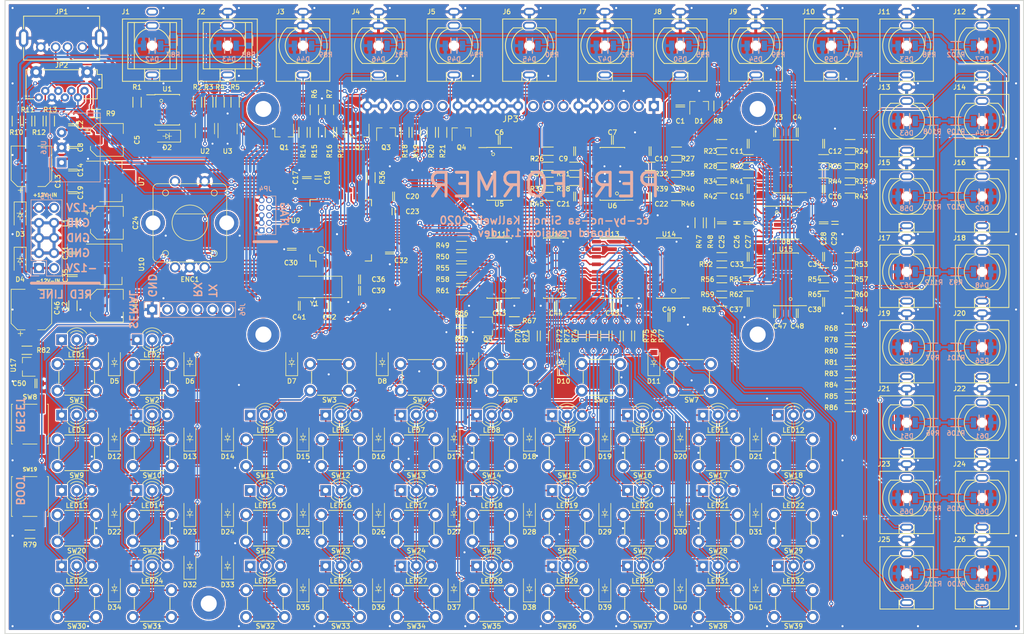
<source format=kicad_pcb>
(kicad_pcb (version 20171130) (host pcbnew "(5.1.6-0-10_14)")
  (title_block (title "PER|FORMER eurorack sequencer") (date 2018-10-09) (rev 1.0) (company westlicht) (comment 1 cc-by-nc-sa))
  (layers (0 F.Cu signal) (31 B.Cu signal) (34 B.Paste user) (35 F.Paste user) (36 B.SilkS user) (37 F.SilkS user) (38 B.Mask user) (39 F.Mask user) (44 Edge.Cuts user))
  (net 0 "")
  (net 1 GND)
  (net 2 +12V)
  (net 3 -12V)
  (net 4 +3V3)
  (net 5 +5V)
  (net 6 ROW0)
  (net 7 "Net-(D7-Pad1)")
  (net 8 ROW1)
  (net 9 "Net-(D8-Pad1)")
  (net 10 ROW2)
  (net 11 "Net-(D9-Pad1)")
  (net 12 ROW3)
  (net 13 "Net-(D10-Pad1)")
  (net 14 ROW4)
  (net 15 "Net-(D11-Pad1)")
  (net 16 ROW5)
  (net 17 ROW6)
  (net 18 ROW7)
  (net 19 "Net-(D5-Pad1)")
  (net 20 "Net-(D6-Pad1)")
  (net 21 "Net-(D12-Pad1)")
  (net 22 "Net-(D13-Pad1)")
  (net 23 "Net-(D22-Pad1)")
  (net 24 "Net-(D23-Pad1)")
  (net 25 "Net-(D34-Pad1)")
  (net 26 "Net-(D32-Pad1)")
  (net 27 "Net-(D14-Pad1)")
  (net 28 "Net-(D15-Pad1)")
  (net 29 "Net-(D16-Pad1)")
  (net 30 "Net-(D17-Pad1)")
  (net 31 "Net-(D18-Pad1)")
  (net 32 "Net-(D19-Pad1)")
  (net 33 "Net-(D20-Pad1)")
  (net 34 "Net-(D21-Pad1)")
  (net 35 "Net-(D24-Pad1)")
  (net 36 "Net-(D25-Pad1)")
  (net 37 "Net-(D26-Pad1)")
  (net 38 "Net-(D27-Pad1)")
  (net 39 "Net-(D28-Pad1)")
  (net 40 "Net-(D29-Pad1)")
  (net 41 "Net-(D30-Pad1)")
  (net 42 "Net-(D31-Pad1)")
  (net 43 "Net-(D33-Pad1)")
  (net 44 "Net-(D35-Pad1)")
  (net 45 "Net-(D36-Pad1)")
  (net 46 "Net-(D37-Pad1)")
  (net 47 "Net-(D38-Pad1)")
  (net 48 "Net-(D39-Pad1)")
  (net 49 "Net-(D40-Pad1)")
  (net 50 "Net-(D41-Pad1)")
  (net 51 SCOL4)
  (net 52 SCOL3)
  (net 53 SCOL2)
  (net 54 SCOL1)
  (net 55 SCOL0)
  (net 56 RCOL3)
  (net 57 GCOL3)
  (net 58 RCOL2)
  (net 59 GCOL2)
  (net 60 RCOL1)
  (net 61 GCOL1)
  (net 62 RCOL0)
  (net 63 GCOL0)
  (net 64 "Net-(C23-Pad2)")
  (net 65 "Net-(C18-Pad2)")
  (net 66 RESET)
  (net 67 SYS_RX)
  (net 68 SYS_TX)
  (net 69 "Net-(Q1-Pad1)")
  (net 70 CLK_IN)
  (net 71 "Net-(Q3-Pad1)")
  (net 72 "Net-(Q2-Pad1)")
  (net 73 "Net-(Q4-Pad1)")
  (net 74 GATE1)
  (net 75 GATE2)
  (net 76 GATE3)
  (net 77 GATE4)
  (net 78 GATE5)
  (net 79 GATE6)
  (net 80 GATE7)
  (net 81 GATE8)
  (net 82 BOOT)
  (net 83 OSC_IN)
  (net 84 OSC_OUT)
  (net 85 "Net-(C22-Pad2)")
  (net 86 CV1_IN)
  (net 87 "Net-(C10-Pad2)")
  (net 88 CV3_IN)
  (net 89 "Net-(C9-Pad2)")
  (net 90 CV2_IN)
  (net 91 "Net-(C21-Pad2)")
  (net 92 CV4_IN)
  (net 93 ENC_A)
  (net 94 ENC_B)
  (net 95 SDIO_CMD)
  (net 96 SDIO_CLK)
  (net 97 SDIO_D0)
  (net 98 SYS_JTMS)
  (net 99 SYS_JTCK)
  (net 100 SYS_JTDO)
  (net 101 SYS_JTDI)
  (net 102 RES_IN)
  (net 103 "Net-(D2-Pad1)")
  (net 104 "Net-(D2-Pad2)")
  (net 105 MIDI_RX)
  (net 106 "Net-(C19-Pad1)")
  (net 107 "Net-(C35-Pad1)")
  (net 108 +3.3VA)
  (net 109 AREF_-10V)
  (net 110 "Net-(D3-Pad2)")
  (net 111 USB_5V)
  (net 112 USB_PWR_EN)
  (net 113 "Net-(D4-Pad1)")
  (net 114 CV1)
  (net 115 CV2)
  (net 116 CV3)
  (net 117 CV4)
  (net 118 CV5)
  (net 119 CV6)
  (net 120 CV7)
  (net 121 CV8)
  (net 122 "Net-(C16-Pad2)")
  (net 123 DAC1)
  (net 124 DAC3)
  (net 125 DAC5)
  (net 126 DAC7)
  (net 127 DAC8)
  (net 128 DAC6)
  (net 129 DAC4)
  (net 130 DAC2)
  (net 131 "Net-(C12-Pad2)")
  (net 132 "Net-(C11-Pad2)")
  (net 133 "Net-(C15-Pad2)")
  (net 134 "Net-(C38-Pad2)")
  (net 135 "Net-(C34-Pad2)")
  (net 136 "Net-(C33-Pad2)")
  (net 137 "Net-(C37-Pad2)")
  (net 138 "Net-(R75-Pad2)")
  (net 139 "Net-(R74-Pad2)")
  (net 140 "Net-(R73-Pad2)")
  (net 141 "Net-(R72-Pad2)")
  (net 142 "Net-(R71-Pad2)")
  (net 143 "Net-(R70-Pad2)")
  (net 144 USB_D-)
  (net 145 USB_D+)
  (net 146 LCD_DC)
  (net 147 LCD_SCK)
  (net 148 LCD_MOSI)
  (net 149 LCD_RES)
  (net 150 LCD_CS)
  (net 151 SR_MOSI)
  (net 152 SR_SCK)
  (net 153 SR_LATCH)
  (net 154 SR_LOAD)
  (net 155 SR_MISO)
  (net 156 ENC_SW)
  (net 157 DAC_MOSI)
  (net 158 DAC_SCK)
  (net 159 "Net-(C26-Pad1)")
  (net 160 /DAC/VBIAS)
  (net 161 CLK_OUT)
  (net 162 RES_OUT)
  (net 163 USB_PWR_FAULT)
  (net 164 DAC_SYNC)
  (net 165 "Net-(J1-Pad2)")
  (net 166 "Net-(J2-Pad3)")
  (net 167 "Net-(J2-Pad2)")
  (net 168 "Net-(J3-Pad3)")
  (net 169 "Net-(J4-Pad3)")
  (net 170 "Net-(J5-Pad3)")
  (net 171 "Net-(J6-Pad3)")
  (net 172 "Net-(J7-Pad3)")
  (net 173 "Net-(J8-Pad3)")
  (net 174 "Net-(J9-Pad3)")
  (net 175 "Net-(J10-Pad3)")
  (net 176 "Net-(J11-Pad3)")
  (net 177 "Net-(J13-Pad3)")
  (net 178 "Net-(J15-Pad3)")
  (net 179 "Net-(J17-Pad3)")
  (net 180 "Net-(J19-Pad3)")
  (net 181 "Net-(J21-Pad3)")
  (net 182 "Net-(J23-Pad3)")
  (net 183 "Net-(J25-Pad3)")
  (net 184 "Net-(U12-Pad9)")
  (net 185 "Net-(U13-Pad9)")
  (net 186 "Net-(JP2-Pad1)")
  (net 187 SDIO_CD)
  (net 188 "Net-(JP2-Pad8)")
  (net 189 "Net-(Q5-Pad1)")
  (net 190 "Net-(Q5-Pad3)")
  (net 191 SR_OE)
  (net 192 "Net-(R4-Pad1)")
  (net 193 MIDI_TX)
  (net 194 "Net-(U12-Pad14)")
  (net 195 "Net-(U11-Pad2)")
  (net 196 "Net-(U12-Pad12)")
  (net 197 "Net-(U11-Pad1)")
  (net 198 "Net-(R76-Pad2)")
  (net 199 "Net-(R77-Pad2)")
  (net 200 "Net-(J1-Pad1)")
  (net 201 "Net-(J5-Pad2)")
  (net 202 "Net-(J6-Pad2)")
  (net 203 "Net-(J11-Pad2)")
  (net 204 "Net-(J12-Pad2)")
  (net 205 "Net-(J13-Pad2)")
  (net 206 "Net-(J14-Pad2)")
  (net 207 "Net-(J15-Pad2)")
  (net 208 "Net-(J16-Pad2)")
  (net 209 "Net-(J17-Pad2)")
  (net 210 "Net-(J18-Pad2)")
  (net 211 "Net-(J19-Pad2)")
  (net 212 "Net-(J20-Pad2)")
  (net 213 "Net-(J21-Pad2)")
  (net 214 "Net-(J22-Pad2)")
  (net 215 "Net-(J23-Pad2)")
  (net 216 "Net-(J24-Pad2)")
  (net 217 "Net-(J25-Pad2)")
  (net 218 "Net-(J26-Pad2)")
  (net 219 "Net-(JP3-Pad3)")
  (net 220 "Net-(JP3-Pad9)")
  (net 221 "Net-(JP3-Pad15)")
  (net 222 "Net-(JP3-Pad18)")
  (net 223 "Net-(JP4-Pad7)")
  (net 224 "Net-(JP6-Pad2)")
  (net 225 "Net-(JP6-Pad3)")
  (net 226 "Net-(JP6-Pad6)")
  (net 227 "Net-(U1-Pad7)")
  (net 228 "Net-(U9-Pad1)")
  (net 229 "Net-(U9-Pad8)")
  (net 230 "Net-(U9-Pad9)")
  (net 231 "Net-(U9-Pad10)")
  (net 232 "Net-(U9-Pad56)")
  (net 233 "Net-(U9-Pad58)")
  (net 234 "Net-(U9-Pad59)")
  (net 235 "Net-(U9-Pad61)")
  (net 236 "Net-(U9-Pad62)")
  (net 237 "Net-(U11-Pad7)")
  (net 238 "Net-(U14-Pad9)")
  (net 239 "Net-(C11-Pad1)")
  (net 240 "Net-(C12-Pad1)")
  (net 241 "Net-(C15-Pad1)")
  (net 242 "Net-(C16-Pad1)")
  (net 243 "Net-(C33-Pad1)")
  (net 244 "Net-(C34-Pad1)")
  (net 245 "Net-(C37-Pad1)")
  (net 246 "Net-(C38-Pad1)")
  (net 247 "Net-(D42-Pad2)")
  (net 248 "Net-(D43-Pad2)")
  (net 249 "Net-(D44-Pad2)")
  (net 250 "Net-(D45-Pad2)")
  (net 251 "Net-(D46-Pad2)")
  (net 252 "Net-(D47-Pad2)")
  (net 253 "Net-(D48-Pad2)")
  (net 254 "Net-(D49-Pad2)")
  (net 255 "Net-(D50-Pad2)")
  (net 256 "Net-(D51-Pad2)")
  (net 257 "Net-(D52-Pad2)")
  (net 258 "Net-(D53-Pad2)")
  (net 259 "Net-(D54-Pad2)")
  (net 260 "Net-(D55-Pad2)")
  (net 261 "Net-(D56-Pad2)")
  (net 262 "Net-(D57-Pad2)")
  (net 263 "Net-(D58-Pad2)")
  (net 264 "Net-(D59-Pad2)")
  (net 265 "Net-(D60-Pad2)")
  (net 266 "Net-(D61-Pad2)")
  (net 267 "Net-(D62-Pad2)")
  (net 268 "Net-(D63-Pad2)")
  (net 269 "Net-(D64-Pad2)")
  (net 270 "Net-(D65-Pad2)")
  (net 271 "Net-(D66-Pad2)")
  (net 272 "Net-(D67-Pad2)")
  (module w_connector:jack_thonk (layer F.Cu) (at 241.3 134.62 180)
    (fp_text reference J26 (at 3.81 5.715) (layer F.SilkS) (effects (font (size 0.8 0.8))))
    (fp_text value PJ398SM)
    (pad 3 thru_hole oval (at 0 -4.92 180) (size 2.2 1.2) (drill oval 1.6 0.6) (layers *.Cu *.Mask) (net 121 CV8))
    (pad 2 thru_hole oval (at 0 3.38 180) (size 2.2 1.3) (drill oval 1.6 0.7) (layers *.Cu *.Mask) (net 218 "Net-(J26-Pad2)"))
    (pad 1 thru_hole oval (at 0 5.715 180) (size 2 1.3) (drill oval 1.4 0.7) (layers *.Cu *.Mask) (net 1 GND))
    (pad "" np_thru_hole circle (at 0 0 180) (size 1.4 1.4) (drill 1.4) (layers *.Cu *.Mask))
  )
  (module w_connector:jack_thonk (layer F.Cu) (at 228.6 134.62 180)
    (fp_text reference J25 (at 3.81 5.715) (layer F.SilkS) (effects (font (size 0.8 0.8))))
    (fp_text value PJ398SM)
    (pad 3 thru_hole oval (at 0 -4.92 180) (size 2.2 1.2) (drill oval 1.6 0.6) (layers *.Cu *.Mask) (net 183 "Net-(J25-Pad3)"))
    (pad 2 thru_hole oval (at 0 3.38 180) (size 2.2 1.3) (drill oval 1.6 0.7) (layers *.Cu *.Mask) (net 217 "Net-(J25-Pad2)"))
    (pad 1 thru_hole oval (at 0 5.715 180) (size 2 1.3) (drill oval 1.4 0.7) (layers *.Cu *.Mask) (net 1 GND))
    (pad "" np_thru_hole circle (at 0 0 180) (size 1.4 1.4) (drill 1.4) (layers *.Cu *.Mask))
  )
  (module w_connector:jack_thonk (layer F.Cu) (at 241.3 121.92 180)
    (fp_text reference J24 (at 3.81 5.715) (layer F.SilkS) (effects (font (size 0.8 0.8))))
    (fp_text value PJ398SM)
    (pad 3 thru_hole oval (at 0 -4.92 180) (size 2.2 1.2) (drill oval 1.6 0.6) (layers *.Cu *.Mask) (net 120 CV7))
    (pad 2 thru_hole oval (at 0 3.38 180) (size 2.2 1.3) (drill oval 1.6 0.7) (layers *.Cu *.Mask) (net 216 "Net-(J24-Pad2)"))
    (pad 1 thru_hole oval (at 0 5.715 180) (size 2 1.3) (drill oval 1.4 0.7) (layers *.Cu *.Mask) (net 1 GND))
    (pad "" np_thru_hole circle (at 0 0 180) (size 1.4 1.4) (drill 1.4) (layers *.Cu *.Mask))
  )
  (module w_connector:jack_thonk (layer F.Cu) (at 228.6 121.92 180)
    (fp_text reference J23 (at 3.81 5.715) (layer F.SilkS) (effects (font (size 0.8 0.8))))
    (fp_text value PJ398SM)
    (pad 3 thru_hole oval (at 0 -4.92 180) (size 2.2 1.2) (drill oval 1.6 0.6) (layers *.Cu *.Mask) (net 182 "Net-(J23-Pad3)"))
    (pad 2 thru_hole oval (at 0 3.38 180) (size 2.2 1.3) (drill oval 1.6 0.7) (layers *.Cu *.Mask) (net 215 "Net-(J23-Pad2)"))
    (pad 1 thru_hole oval (at 0 5.715 180) (size 2 1.3) (drill oval 1.4 0.7) (layers *.Cu *.Mask) (net 1 GND))
    (pad "" np_thru_hole circle (at 0 0 180) (size 1.4 1.4) (drill 1.4) (layers *.Cu *.Mask))
  )
  (module w_connector:jack_thonk (layer F.Cu) (at 241.3 109.22 180)
    (fp_text reference J22 (at 3.81 5.715) (layer F.SilkS) (effects (font (size 0.8 0.8))))
    (fp_text value PJ398SM)
    (pad 3 thru_hole oval (at 0 -4.92 180) (size 2.2 1.2) (drill oval 1.6 0.6) (layers *.Cu *.Mask) (net 119 CV6))
    (pad 2 thru_hole oval (at 0 3.38 180) (size 2.2 1.3) (drill oval 1.6 0.7) (layers *.Cu *.Mask) (net 214 "Net-(J22-Pad2)"))
    (pad 1 thru_hole oval (at 0 5.715 180) (size 2 1.3) (drill oval 1.4 0.7) (layers *.Cu *.Mask) (net 1 GND))
    (pad "" np_thru_hole circle (at 0 0 180) (size 1.4 1.4) (drill 1.4) (layers *.Cu *.Mask))
  )
  (module w_connector:jack_thonk (layer F.Cu) (at 228.6 109.22 180)
    (fp_text reference J21 (at 3.81 5.715) (layer F.SilkS) (effects (font (size 0.8 0.8))))
    (fp_text value PJ398SM)
    (pad 3 thru_hole oval (at 0 -4.92 180) (size 2.2 1.2) (drill oval 1.6 0.6) (layers *.Cu *.Mask) (net 181 "Net-(J21-Pad3)"))
    (pad 2 thru_hole oval (at 0 3.38 180) (size 2.2 1.3) (drill oval 1.6 0.7) (layers *.Cu *.Mask) (net 213 "Net-(J21-Pad2)"))
    (pad 1 thru_hole oval (at 0 5.715 180) (size 2 1.3) (drill oval 1.4 0.7) (layers *.Cu *.Mask) (net 1 GND))
    (pad "" np_thru_hole circle (at 0 0 180) (size 1.4 1.4) (drill 1.4) (layers *.Cu *.Mask))
  )
  (module w_connector:jack_thonk (layer F.Cu) (at 241.3 96.52 180)
    (fp_text reference J20 (at 3.81 5.715) (layer F.SilkS) (effects (font (size 0.8 0.8))))
    (fp_text value PJ398SM)
    (pad 3 thru_hole oval (at 0 -4.92 180) (size 2.2 1.2) (drill oval 1.6 0.6) (layers *.Cu *.Mask) (net 118 CV5))
    (pad 2 thru_hole oval (at 0 3.38 180) (size 2.2 1.3) (drill oval 1.6 0.7) (layers *.Cu *.Mask) (net 212 "Net-(J20-Pad2)"))
    (pad 1 thru_hole oval (at 0 5.715 180) (size 2 1.3) (drill oval 1.4 0.7) (layers *.Cu *.Mask) (net 1 GND))
    (pad "" np_thru_hole circle (at 0 0 180) (size 1.4 1.4) (drill 1.4) (layers *.Cu *.Mask))
  )
  (module w_connector:jack_thonk (layer F.Cu) (at 228.6 96.52 180)
    (fp_text reference J19 (at 3.81 5.715) (layer F.SilkS) (effects (font (size 0.8 0.8))))
    (fp_text value PJ398SM)
    (pad 3 thru_hole oval (at 0 -4.92 180) (size 2.2 1.2) (drill oval 1.6 0.6) (layers *.Cu *.Mask) (net 180 "Net-(J19-Pad3)"))
    (pad 2 thru_hole oval (at 0 3.38 180) (size 2.2 1.3) (drill oval 1.6 0.7) (layers *.Cu *.Mask) (net 211 "Net-(J19-Pad2)"))
    (pad 1 thru_hole oval (at 0 5.715 180) (size 2 1.3) (drill oval 1.4 0.7) (layers *.Cu *.Mask) (net 1 GND))
    (pad "" np_thru_hole circle (at 0 0 180) (size 1.4 1.4) (drill 1.4) (layers *.Cu *.Mask))
  )
  (module w_connector:jack_thonk (layer F.Cu) (at 241.3 83.82 180)
    (fp_text reference J18 (at 3.81 5.715) (layer F.SilkS) (effects (font (size 0.8 0.8))))
    (fp_text value PJ398SM)
    (pad 3 thru_hole oval (at 0 -4.92 180) (size 2.2 1.2) (drill oval 1.6 0.6) (layers *.Cu *.Mask) (net 117 CV4))
    (pad 2 thru_hole oval (at 0 3.38 180) (size 2.2 1.3) (drill oval 1.6 0.7) (layers *.Cu *.Mask) (net 210 "Net-(J18-Pad2)"))
    (pad 1 thru_hole oval (at 0 5.715 180) (size 2 1.3) (drill oval 1.4 0.7) (layers *.Cu *.Mask) (net 1 GND))
    (pad "" np_thru_hole circle (at 0 0 180) (size 1.4 1.4) (drill 1.4) (layers *.Cu *.Mask))
  )
  (module w_connector:jack_thonk (layer F.Cu) (at 228.6 83.82 180)
    (fp_text reference J17 (at 3.81 5.715) (layer F.SilkS) (effects (font (size 0.8 0.8))))
    (fp_text value PJ398SM)
    (pad 3 thru_hole oval (at 0 -4.92 180) (size 2.2 1.2) (drill oval 1.6 0.6) (layers *.Cu *.Mask) (net 179 "Net-(J17-Pad3)"))
    (pad 2 thru_hole oval (at 0 3.38 180) (size 2.2 1.3) (drill oval 1.6 0.7) (layers *.Cu *.Mask) (net 209 "Net-(J17-Pad2)"))
    (pad 1 thru_hole oval (at 0 5.715 180) (size 2 1.3) (drill oval 1.4 0.7) (layers *.Cu *.Mask) (net 1 GND))
    (pad "" np_thru_hole circle (at 0 0 180) (size 1.4 1.4) (drill 1.4) (layers *.Cu *.Mask))
  )
  (module w_connector:jack_thonk (layer F.Cu) (at 241.3 71.12 180)
    (fp_text reference J16 (at 3.81 5.715) (layer F.SilkS) (effects (font (size 0.8 0.8))))
    (fp_text value PJ398SM)
    (pad 3 thru_hole oval (at 0 -4.92 180) (size 2.2 1.2) (drill oval 1.6 0.6) (layers *.Cu *.Mask) (net 116 CV3))
    (pad 2 thru_hole oval (at 0 3.38 180) (size 2.2 1.3) (drill oval 1.6 0.7) (layers *.Cu *.Mask) (net 208 "Net-(J16-Pad2)"))
    (pad 1 thru_hole oval (at 0 5.715 180) (size 2 1.3) (drill oval 1.4 0.7) (layers *.Cu *.Mask) (net 1 GND))
    (pad "" np_thru_hole circle (at 0 0 180) (size 1.4 1.4) (drill 1.4) (layers *.Cu *.Mask))
  )
  (module w_connector:jack_thonk (layer F.Cu) (at 228.6 71.12 180)
    (fp_text reference J15 (at 3.81 5.715) (layer F.SilkS) (effects (font (size 0.8 0.8))))
    (fp_text value PJ398SM)
    (pad 3 thru_hole oval (at 0 -4.92 180) (size 2.2 1.2) (drill oval 1.6 0.6) (layers *.Cu *.Mask) (net 178 "Net-(J15-Pad3)"))
    (pad 2 thru_hole oval (at 0 3.38 180) (size 2.2 1.3) (drill oval 1.6 0.7) (layers *.Cu *.Mask) (net 207 "Net-(J15-Pad2)"))
    (pad 1 thru_hole oval (at 0 5.715 180) (size 2 1.3) (drill oval 1.4 0.7) (layers *.Cu *.Mask) (net 1 GND))
    (pad "" np_thru_hole circle (at 0 0 180) (size 1.4 1.4) (drill 1.4) (layers *.Cu *.Mask))
  )
  (module w_connector:jack_thonk (layer F.Cu) (at 241.3 58.42 180)
    (fp_text reference J14 (at 3.81 5.715) (layer F.SilkS) (effects (font (size 0.8 0.8))))
    (fp_text value PJ398SM)
    (pad 3 thru_hole oval (at 0 -4.92 180) (size 2.2 1.2) (drill oval 1.6 0.6) (layers *.Cu *.Mask) (net 115 CV2))
    (pad 2 thru_hole oval (at 0 3.38 180) (size 2.2 1.3) (drill oval 1.6 0.7) (layers *.Cu *.Mask) (net 206 "Net-(J14-Pad2)"))
    (pad 1 thru_hole oval (at 0 5.715 180) (size 2 1.3) (drill oval 1.4 0.7) (layers *.Cu *.Mask) (net 1 GND))
    (pad "" np_thru_hole circle (at 0 0 180) (size 1.4 1.4) (drill 1.4) (layers *.Cu *.Mask))
  )
  (module w_connector:jack_thonk (layer F.Cu) (at 228.6 58.42 180)
    (fp_text reference J13 (at 3.81 5.715) (layer F.SilkS) (effects (font (size 0.8 0.8))))
    (fp_text value PJ398SM)
    (pad 3 thru_hole oval (at 0 -4.92 180) (size 2.2 1.2) (drill oval 1.6 0.6) (layers *.Cu *.Mask) (net 177 "Net-(J13-Pad3)"))
    (pad 2 thru_hole oval (at 0 3.38 180) (size 2.2 1.3) (drill oval 1.6 0.7) (layers *.Cu *.Mask) (net 205 "Net-(J13-Pad2)"))
    (pad 1 thru_hole oval (at 0 5.715 180) (size 2 1.3) (drill oval 1.4 0.7) (layers *.Cu *.Mask) (net 1 GND))
    (pad "" np_thru_hole circle (at 0 0 180) (size 1.4 1.4) (drill 1.4) (layers *.Cu *.Mask))
  )
  (module w_connector:jack_thonk (layer F.Cu) (at 241.3 45.72 180)
    (fp_text reference J12 (at 3.81 5.715) (layer F.SilkS) (effects (font (size 0.8 0.8))))
    (fp_text value PJ398SM)
    (pad 3 thru_hole oval (at 0 -4.92 180) (size 2.2 1.2) (drill oval 1.6 0.6) (layers *.Cu *.Mask) (net 114 CV1))
    (pad 2 thru_hole oval (at 0 3.38 180) (size 2.2 1.3) (drill oval 1.6 0.7) (layers *.Cu *.Mask) (net 204 "Net-(J12-Pad2)"))
    (pad 1 thru_hole oval (at 0 5.715 180) (size 2 1.3) (drill oval 1.4 0.7) (layers *.Cu *.Mask) (net 1 GND))
    (pad "" np_thru_hole circle (at 0 0 180) (size 1.4 1.4) (drill 1.4) (layers *.Cu *.Mask))
  )
  (module w_connector:jack_thonk (layer F.Cu) (at 228.6 45.72 180)
    (fp_text reference J11 (at 3.81 5.715) (layer F.SilkS) (effects (font (size 0.8 0.8))))
    (fp_text value PJ398SM)
    (pad 3 thru_hole oval (at 0 -4.92 180) (size 2.2 1.2) (drill oval 1.6 0.6) (layers *.Cu *.Mask) (net 176 "Net-(J11-Pad3)"))
    (pad 2 thru_hole oval (at 0 3.38 180) (size 2.2 1.3) (drill oval 1.6 0.7) (layers *.Cu *.Mask) (net 203 "Net-(J11-Pad2)"))
    (pad 1 thru_hole oval (at 0 5.715 180) (size 2 1.3) (drill oval 1.4 0.7) (layers *.Cu *.Mask) (net 1 GND))
    (pad "" np_thru_hole circle (at 0 0 180) (size 1.4 1.4) (drill 1.4) (layers *.Cu *.Mask))
  )
  (module w_connector:jack_thonk (layer F.Cu) (at 215.9 45.72 180)
    (fp_text reference J10 (at 3.81 5.715) (layer F.SilkS) (effects (font (size 0.8 0.8))))
    (fp_text value PJ398SM)
    (pad 3 thru_hole oval (at 0 -4.92 180) (size 2.2 1.2) (drill oval 1.6 0.6) (layers *.Cu *.Mask) (net 175 "Net-(J10-Pad3)"))
    (pad 2 thru_hole oval (at 0 3.38 180) (size 2.2 1.3) (drill oval 1.6 0.7) (layers *.Cu *.Mask) (net 1 GND))
    (pad 1 thru_hole oval (at 0 5.715 180) (size 2 1.3) (drill oval 1.4 0.7) (layers *.Cu *.Mask) (net 1 GND))
    (pad "" np_thru_hole circle (at 0 0 180) (size 1.4 1.4) (drill 1.4) (layers *.Cu *.Mask))
  )
  (module w_connector:jack_thonk (layer F.Cu) (at 203.2 45.72 180)
    (fp_text reference J9 (at 3.81 5.715) (layer F.SilkS) (effects (font (size 0.8 0.8))))
    (fp_text value PJ398SM)
    (pad 3 thru_hole oval (at 0 -4.92 180) (size 2.2 1.2) (drill oval 1.6 0.6) (layers *.Cu *.Mask) (net 174 "Net-(J9-Pad3)"))
    (pad 2 thru_hole oval (at 0 3.38 180) (size 2.2 1.3) (drill oval 1.6 0.7) (layers *.Cu *.Mask) (net 1 GND))
    (pad 1 thru_hole oval (at 0 5.715 180) (size 2 1.3) (drill oval 1.4 0.7) (layers *.Cu *.Mask) (net 1 GND))
    (pad "" np_thru_hole circle (at 0 0 180) (size 1.4 1.4) (drill 1.4) (layers *.Cu *.Mask))
  )
  (module w_connector:jack_thonk (layer F.Cu) (at 190.5 45.72 180)
    (fp_text reference J8 (at 3.81 5.715) (layer F.SilkS) (effects (font (size 0.8 0.8))))
    (fp_text value PJ398SM)
    (pad 3 thru_hole oval (at 0 -4.92 180) (size 2.2 1.2) (drill oval 1.6 0.6) (layers *.Cu *.Mask) (net 173 "Net-(J8-Pad3)"))
    (pad 2 thru_hole oval (at 0 3.38 180) (size 2.2 1.3) (drill oval 1.6 0.7) (layers *.Cu *.Mask) (net 1 GND))
    (pad 1 thru_hole oval (at 0 5.715 180) (size 2 1.3) (drill oval 1.4 0.7) (layers *.Cu *.Mask) (net 1 GND))
    (pad "" np_thru_hole circle (at 0 0 180) (size 1.4 1.4) (drill 1.4) (layers *.Cu *.Mask))
  )
  (module w_connector:jack_thonk (layer F.Cu) (at 177.8 45.72 180)
    (fp_text reference J7 (at 3.81 5.715) (layer F.SilkS) (effects (font (size 0.8 0.8))))
    (fp_text value PJ398SM)
    (pad 3 thru_hole oval (at 0 -4.92 180) (size 2.2 1.2) (drill oval 1.6 0.6) (layers *.Cu *.Mask) (net 172 "Net-(J7-Pad3)"))
    (pad 2 thru_hole oval (at 0 3.38 180) (size 2.2 1.3) (drill oval 1.6 0.7) (layers *.Cu *.Mask) (net 1 GND))
    (pad 1 thru_hole oval (at 0 5.715 180) (size 2 1.3) (drill oval 1.4 0.7) (layers *.Cu *.Mask) (net 1 GND))
    (pad "" np_thru_hole circle (at 0 0 180) (size 1.4 1.4) (drill 1.4) (layers *.Cu *.Mask))
  )
  (module w_connector:jack_thonk (layer F.Cu) (at 165.1 45.72 180)
    (fp_text reference J6 (at 3.81 5.715) (layer F.SilkS) (effects (font (size 0.8 0.8))))
    (fp_text value PJ398SM)
    (pad 3 thru_hole oval (at 0 -4.92 180) (size 2.2 1.2) (drill oval 1.6 0.6) (layers *.Cu *.Mask) (net 171 "Net-(J6-Pad3)"))
    (pad 2 thru_hole oval (at 0 3.38 180) (size 2.2 1.3) (drill oval 1.6 0.7) (layers *.Cu *.Mask) (net 202 "Net-(J6-Pad2)"))
    (pad 1 thru_hole oval (at 0 5.715 180) (size 2 1.3) (drill oval 1.4 0.7) (layers *.Cu *.Mask) (net 1 GND))
    (pad "" np_thru_hole circle (at 0 0 180) (size 1.4 1.4) (drill 1.4) (layers *.Cu *.Mask))
  )
  (module w_connector:jack_thonk (layer F.Cu) (at 152.4 45.72 180)
    (fp_text reference J5 (at 3.81 5.715) (layer F.SilkS) (effects (font (size 0.8 0.8))))
    (fp_text value PJ398SM)
    (pad 3 thru_hole oval (at 0 -4.92 180) (size 2.2 1.2) (drill oval 1.6 0.6) (layers *.Cu *.Mask) (net 170 "Net-(J5-Pad3)"))
    (pad 2 thru_hole oval (at 0 3.38 180) (size 2.2 1.3) (drill oval 1.6 0.7) (layers *.Cu *.Mask) (net 201 "Net-(J5-Pad2)"))
    (pad 1 thru_hole oval (at 0 5.715 180) (size 2 1.3) (drill oval 1.4 0.7) (layers *.Cu *.Mask) (net 1 GND))
    (pad "" np_thru_hole circle (at 0 0 180) (size 1.4 1.4) (drill 1.4) (layers *.Cu *.Mask))
  )
  (module w_connector:jack_thonk (layer F.Cu) (at 139.7 45.72 180)
    (fp_text reference J4 (at 3.81 5.715) (layer F.SilkS) (effects (font (size 0.8 0.8))))
    (fp_text value PJ398SM)
    (pad 3 thru_hole oval (at 0 -4.92 180) (size 2.2 1.2) (drill oval 1.6 0.6) (layers *.Cu *.Mask) (net 169 "Net-(J4-Pad3)"))
    (pad 2 thru_hole oval (at 0 3.38 180) (size 2.2 1.3) (drill oval 1.6 0.7) (layers *.Cu *.Mask) (net 1 GND))
    (pad 1 thru_hole oval (at 0 5.715 180) (size 2 1.3) (drill oval 1.4 0.7) (layers *.Cu *.Mask) (net 1 GND))
    (pad "" np_thru_hole circle (at 0 0 180) (size 1.4 1.4) (drill 1.4) (layers *.Cu *.Mask))
  )
  (module w_connector:jack_thonk (layer F.Cu) (at 127 45.72 180)
    (fp_text reference J3 (at 3.81 5.715) (layer F.SilkS) (effects (font (size 0.8 0.8))))
    (fp_text value PJ398SM)
    (pad 3 thru_hole oval (at 0 -4.92 180) (size 2.2 1.2) (drill oval 1.6 0.6) (layers *.Cu *.Mask) (net 168 "Net-(J3-Pad3)"))
    (pad 2 thru_hole oval (at 0 3.38 180) (size 2.2 1.3) (drill oval 1.6 0.7) (layers *.Cu *.Mask) (net 1 GND))
    (pad 1 thru_hole oval (at 0 5.715 180) (size 2 1.3) (drill oval 1.4 0.7) (layers *.Cu *.Mask) (net 1 GND))
    (pad "" np_thru_hole circle (at 0 0 180) (size 1.4 1.4) (drill 1.4) (layers *.Cu *.Mask))
  )
  (module Package_SO:SOIC-14_3.9x8.7mm_P1.27mm (layer F.Cu) (at 160.02 67.31)
    (fp_text reference U5 (at 0 5.08) (layer F.SilkS) (effects (font (size 0.8 0.8))))
    (fp_text value 74HCT125)
    (pad 14 smd rect (at 2.7 -3.81) (size 1.5 0.6) (layers F.Cu F.Paste F.Mask) (net 5 +5V))
    (pad 13 smd rect (at 2.7 -2.54) (size 1.5 0.6) (layers F.Cu F.Paste F.Mask) (net 1 GND))
    (pad 12 smd rect (at 2.7 -1.27) (size 1.5 0.6) (layers F.Cu F.Paste F.Mask) (net 154 SR_LOAD))
    (pad 11 smd rect (at 2.7 0) (size 1.5 0.6) (layers F.Cu F.Paste F.Mask) (net 197 "Net-(U11-Pad1)"))
    (pad 10 smd rect (at 2.7 1.27) (size 1.5 0.6) (layers F.Cu F.Paste F.Mask) (net 1 GND))
    (pad 9 smd rect (at 2.7 2.54) (size 1.5 0.6) (layers F.Cu F.Paste F.Mask) (net 153 SR_LATCH))
    (pad 8 smd rect (at 2.7 3.81) (size 1.5 0.6) (layers F.Cu F.Paste F.Mask) (net 196 "Net-(U12-Pad12)"))
    (pad 7 smd rect (at -2.7 3.81) (size 1.5 0.6) (layers F.Cu F.Paste F.Mask) (net 1 GND))
    (pad 6 smd rect (at -2.7 2.54) (size 1.5 0.6) (layers F.Cu F.Paste F.Mask) (net 195 "Net-(U11-Pad2)"))
    (pad 5 smd rect (at -2.7 1.27) (size 1.5 0.6) (layers F.Cu F.Paste F.Mask) (net 152 SR_SCK))
    (pad 4 smd rect (at -2.7 0) (size 1.5 0.6) (layers F.Cu F.Paste F.Mask) (net 1 GND))
    (pad 3 smd rect (at -2.7 -1.27) (size 1.5 0.6) (layers F.Cu F.Paste F.Mask) (net 194 "Net-(U12-Pad14)"))
    (pad 2 smd rect (at -2.7 -2.54) (size 1.5 0.6) (layers F.Cu F.Paste F.Mask) (net 151 SR_MOSI))
    (pad 1 smd rect (at -2.7 -3.81) (size 1.5 0.6) (layers F.Cu F.Paste F.Mask) (net 1 GND))
  )
  (module Package_SO:SOIC-14_3.9x8.7mm_P1.27mm (layer F.Cu) (at 179.07 67.31 180)
    (fp_text reference U6 (at 0 -5.375) (layer F.SilkS) (effects (font (size 0.8 0.8))))
    (fp_text value MCP6004)
    (pad 14 smd rect (at 2.7 -3.81 180) (size 1.5 0.6) (layers F.Cu F.Paste F.Mask) (net 92 CV4_IN))
    (pad 13 smd rect (at 2.7 -2.54 180) (size 1.5 0.6) (layers F.Cu F.Paste F.Mask) (net 91 "Net-(C21-Pad2)"))
    (pad 12 smd rect (at 2.7 -1.27 180) (size 1.5 0.6) (layers F.Cu F.Paste F.Mask) (net 1 GND))
    (pad 11 smd rect (at 2.7 0 180) (size 1.5 0.6) (layers F.Cu F.Paste F.Mask) (net 1 GND))
    (pad 10 smd rect (at 2.7 1.27 180) (size 1.5 0.6) (layers F.Cu F.Paste F.Mask) (net 1 GND))
    (pad 9 smd rect (at 2.7 2.54 180) (size 1.5 0.6) (layers F.Cu F.Paste F.Mask) (net 89 "Net-(C9-Pad2)"))
    (pad 8 smd rect (at 2.7 3.81 180) (size 1.5 0.6) (layers F.Cu F.Paste F.Mask) (net 90 CV2_IN))
    (pad 7 smd rect (at -2.7 3.81 180) (size 1.5 0.6) (layers F.Cu F.Paste F.Mask) (net 88 CV3_IN))
    (pad 6 smd rect (at -2.7 2.54 180) (size 1.5 0.6) (layers F.Cu F.Paste F.Mask) (net 87 "Net-(C10-Pad2)"))
    (pad 5 smd rect (at -2.7 1.27 180) (size 1.5 0.6) (layers F.Cu F.Paste F.Mask) (net 1 GND))
    (pad 4 smd rect (at -2.7 0 180) (size 1.5 0.6) (layers F.Cu F.Paste F.Mask) (net 108 +3.3VA))
    (pad 3 smd rect (at -2.7 -1.27 180) (size 1.5 0.6) (layers F.Cu F.Paste F.Mask) (net 1 GND))
    (pad 2 smd rect (at -2.7 -2.54 180) (size 1.5 0.6) (layers F.Cu F.Paste F.Mask) (net 85 "Net-(C22-Pad2)"))
    (pad 1 smd rect (at -2.7 -3.81 180) (size 1.5 0.6) (layers F.Cu F.Paste F.Mask) (net 86 CV1_IN))
  )
  (module Package_SO:SOIC-8_3.9x4.9mm_P1.27mm (layer F.Cu) (at 104.14 56.515)
    (fp_text reference U1 (at 0 -3.5) (layer F.SilkS) (effects (font (size 0.8 0.8))))
    (fp_text value VO0600T)
    (pad 8 smd rect (at 2.7 -1.905) (size 1.55 0.6) (layers F.Cu F.Paste F.Mask) (net 4 +3V3))
    (pad 7 smd rect (at 2.7 -0.635) (size 1.55 0.6) (layers F.Cu F.Paste F.Mask) (net 227 "Net-(U1-Pad7)"))
    (pad 6 smd rect (at 2.7 0.635) (size 1.55 0.6) (layers F.Cu F.Paste F.Mask) (net 105 MIDI_RX))
    (pad 5 smd rect (at 2.7 1.905) (size 1.55 0.6) (layers F.Cu F.Paste F.Mask) (net 1 GND))
    (pad 4 smd rect (at -2.7 1.905) (size 1.55 0.6) (layers F.Cu F.Paste F.Mask))
    (pad 3 smd rect (at -2.7 0.635) (size 1.55 0.6) (layers F.Cu F.Paste F.Mask) (net 104 "Net-(D2-Pad2)"))
    (pad 2 smd rect (at -2.7 -0.635) (size 1.55 0.6) (layers F.Cu F.Paste F.Mask) (net 103 "Net-(D2-Pad1)"))
    (pad 1 smd rect (at -2.7 -1.905) (size 1.55 0.6) (layers F.Cu F.Paste F.Mask))
  )
  (module Package_SO:SOIC-14_3.9x8.7mm_P1.27mm (layer F.Cu) (at 208.299434 85.09 180)
    (fp_text reference U15 (at 0.019434 5.08) (layer F.SilkS) (effects (font (size 0.8 0.8))))
    (fp_text value OPA4172)
    (pad 14 smd rect (at 2.7 -3.81 180) (size 1.5 0.6) (layers F.Cu F.Paste F.Mask) (net 245 "Net-(C37-Pad1)"))
    (pad 13 smd rect (at 2.7 -2.54 180) (size 1.5 0.6) (layers F.Cu F.Paste F.Mask) (net 137 "Net-(C37-Pad2)"))
    (pad 12 smd rect (at 2.7 -1.27 180) (size 1.5 0.6) (layers F.Cu F.Paste F.Mask) (net 160 /DAC/VBIAS))
    (pad 11 smd rect (at 2.7 0 180) (size 1.5 0.6) (layers F.Cu F.Paste F.Mask) (net 3 -12V))
    (pad 10 smd rect (at 2.7 1.27 180) (size 1.5 0.6) (layers F.Cu F.Paste F.Mask) (net 160 /DAC/VBIAS))
    (pad 9 smd rect (at 2.7 2.54 180) (size 1.5 0.6) (layers F.Cu F.Paste F.Mask) (net 136 "Net-(C33-Pad2)"))
    (pad 8 smd rect (at 2.7 3.81 180) (size 1.5 0.6) (layers F.Cu F.Paste F.Mask) (net 243 "Net-(C33-Pad1)"))
    (pad 7 smd rect (at -2.7 3.81 180) (size 1.5 0.6) (layers F.Cu F.Paste F.Mask) (net 244 "Net-(C34-Pad1)"))
    (pad 6 smd rect (at -2.7 2.54 180) (size 1.5 0.6) (layers F.Cu F.Paste F.Mask) (net 135 "Net-(C34-Pad2)"))
    (pad 5 smd rect (at -2.7 1.27 180) (size 1.5 0.6) (layers F.Cu F.Paste F.Mask) (net 160 /DAC/VBIAS))
    (pad 4 smd rect (at -2.7 0 180) (size 1.5 0.6) (layers F.Cu F.Paste F.Mask) (net 2 +12V))
    (pad 3 smd rect (at -2.7 -1.27 180) (size 1.5 0.6) (layers F.Cu F.Paste F.Mask) (net 160 /DAC/VBIAS))
    (pad 2 smd rect (at -2.7 -2.54 180) (size 1.5 0.6) (layers F.Cu F.Paste F.Mask) (net 134 "Net-(C38-Pad2)"))
    (pad 1 smd rect (at -2.7 -3.81 180) (size 1.5 0.6) (layers F.Cu F.Paste F.Mask) (net 246 "Net-(C38-Pad1)"))
  )
  (module Package_SO:SOIC-14_3.9x8.7mm_P1.27mm (layer F.Cu) (at 208.28 66.04 180)
    (fp_text reference U4 (at 0 -5.375) (layer F.SilkS) (effects (font (size 0.8 0.8))))
    (fp_text value OPA4172)
    (pad 14 smd rect (at 2.7 -3.81 180) (size 1.5 0.6) (layers F.Cu F.Paste F.Mask) (net 241 "Net-(C15-Pad1)"))
    (pad 13 smd rect (at 2.7 -2.54 180) (size 1.5 0.6) (layers F.Cu F.Paste F.Mask) (net 133 "Net-(C15-Pad2)"))
    (pad 12 smd rect (at 2.7 -1.27 180) (size 1.5 0.6) (layers F.Cu F.Paste F.Mask) (net 160 /DAC/VBIAS))
    (pad 11 smd rect (at 2.7 0 180) (size 1.5 0.6) (layers F.Cu F.Paste F.Mask) (net 3 -12V))
    (pad 10 smd rect (at 2.7 1.27 180) (size 1.5 0.6) (layers F.Cu F.Paste F.Mask) (net 160 /DAC/VBIAS))
    (pad 9 smd rect (at 2.7 2.54 180) (size 1.5 0.6) (layers F.Cu F.Paste F.Mask) (net 132 "Net-(C11-Pad2)"))
    (pad 8 smd rect (at 2.7 3.81 180) (size 1.5 0.6) (layers F.Cu F.Paste F.Mask) (net 239 "Net-(C11-Pad1)"))
    (pad 7 smd rect (at -2.7 3.81 180) (size 1.5 0.6) (layers F.Cu F.Paste F.Mask) (net 240 "Net-(C12-Pad1)"))
    (pad 6 smd rect (at -2.7 2.54 180) (size 1.5 0.6) (layers F.Cu F.Paste F.Mask) (net 131 "Net-(C12-Pad2)"))
    (pad 5 smd rect (at -2.7 1.27 180) (size 1.5 0.6) (layers F.Cu F.Paste F.Mask) (net 160 /DAC/VBIAS))
    (pad 4 smd rect (at -2.7 0 180) (size 1.5 0.6) (layers F.Cu F.Paste F.Mask) (net 2 +12V))
    (pad 3 smd rect (at -2.7 -1.27 180) (size 1.5 0.6) (layers F.Cu F.Paste F.Mask) (net 160 /DAC/VBIAS))
    (pad 2 smd rect (at -2.7 -2.54 180) (size 1.5 0.6) (layers F.Cu F.Paste F.Mask) (net 122 "Net-(C16-Pad2)"))
    (pad 1 smd rect (at -2.7 -3.81 180) (size 1.5 0.6) (layers F.Cu F.Paste F.Mask) (net 242 "Net-(C16-Pad1)"))
  )
  (module Package_SO:TSSOP-16_4.4x5mm_P0.65mm (layer F.Cu) (at 208.28 75.565)
    (fp_text reference U8 (at 0 3.175) (layer F.SilkS) (effects (font (size 0.8 0.8))))
    (fp_text value DAC8568C)
    (pad 16 smd rect (at 2.95 -2.275) (size 1.5 0.45) (layers F.Cu F.Paste F.Mask) (net 158 DAC_SCK))
    (pad 15 smd rect (at 2.95 -1.625) (size 1.5 0.45) (layers F.Cu F.Paste F.Mask) (net 157 DAC_MOSI))
    (pad 14 smd rect (at 2.95 -0.975) (size 1.5 0.45) (layers F.Cu F.Paste F.Mask) (net 1 GND))
    (pad 13 smd rect (at 2.95 -0.325) (size 1.5 0.45) (layers F.Cu F.Paste F.Mask) (net 130 DAC2))
    (pad 12 smd rect (at 2.95 0.325) (size 1.5 0.45) (layers F.Cu F.Paste F.Mask) (net 129 DAC4))
    (pad 11 smd rect (at 2.95 0.975) (size 1.5 0.45) (layers F.Cu F.Paste F.Mask) (net 128 DAC6))
    (pad 10 smd rect (at 2.95 1.625) (size 1.5 0.45) (layers F.Cu F.Paste F.Mask) (net 127 DAC8))
    (pad 9 smd rect (at 2.95 2.275) (size 1.5 0.45) (layers F.Cu F.Paste F.Mask) (net 108 +3.3VA))
    (pad 8 smd rect (at -2.95 2.275) (size 1.5 0.45) (layers F.Cu F.Paste F.Mask) (net 159 "Net-(C26-Pad1)"))
    (pad 7 smd rect (at -2.95 1.625) (size 1.5 0.45) (layers F.Cu F.Paste F.Mask) (net 126 DAC7))
    (pad 6 smd rect (at -2.95 0.975) (size 1.5 0.45) (layers F.Cu F.Paste F.Mask) (net 125 DAC5))
    (pad 5 smd rect (at -2.95 0.325) (size 1.5 0.45) (layers F.Cu F.Paste F.Mask) (net 124 DAC3))
    (pad 4 smd rect (at -2.95 -0.325) (size 1.5 0.45) (layers F.Cu F.Paste F.Mask) (net 123 DAC1))
    (pad 3 smd rect (at -2.95 -0.975) (size 1.5 0.45) (layers F.Cu F.Paste F.Mask) (net 108 +3.3VA))
    (pad 2 smd rect (at -2.95 -1.625) (size 1.5 0.45) (layers F.Cu F.Paste F.Mask) (net 164 DAC_SYNC))
    (pad 1 smd rect (at -2.95 -2.275) (size 1.5 0.45) (layers F.Cu F.Paste F.Mask) (net 1 GND))
  )
  (module w_ic:SOIC-16 (layer F.Cu) (at 188.595 83.185 180)
    (fp_text reference U14 (at 0 5.715) (layer F.SilkS) (effects (font (size 0.8 0.8))))
    (fp_text value 74HC595)
    (pad 1 smd rect (at -2.7 -4.445 180) (size 1.5 0.6) (layers F.Cu F.Paste F.Mask) (net 75 GATE2))
    (pad 2 smd rect (at -2.7 -3.175 180) (size 1.5 0.6) (layers F.Cu F.Paste F.Mask) (net 76 GATE3))
    (pad 3 smd rect (at -2.7 -1.905 180) (size 1.5 0.6) (layers F.Cu F.Paste F.Mask) (net 77 GATE4))
    (pad 4 smd rect (at -2.7 -0.635 180) (size 1.5 0.6) (layers F.Cu F.Paste F.Mask) (net 78 GATE5))
    (pad 5 smd rect (at -2.7 0.635 180) (size 1.5 0.6) (layers F.Cu F.Paste F.Mask) (net 79 GATE6))
    (pad 6 smd rect (at -2.7 1.905 180) (size 1.5 0.6) (layers F.Cu F.Paste F.Mask) (net 80 GATE7))
    (pad 7 smd rect (at -2.7 3.175 180) (size 1.5 0.6) (layers F.Cu F.Paste F.Mask) (net 81 GATE8))
    (pad 8 smd rect (at -2.7 4.445 180) (size 1.5 0.6) (layers F.Cu F.Paste F.Mask) (net 1 GND))
    (pad 9 smd rect (at 2.7 4.445 180) (size 1.5 0.6) (layers F.Cu F.Paste F.Mask) (net 238 "Net-(U14-Pad9)"))
    (pad 10 smd rect (at 2.7 3.175 180) (size 1.5 0.6) (layers F.Cu F.Paste F.Mask) (net 5 +5V))
    (pad 11 smd rect (at 2.7 1.905 180) (size 1.5 0.6) (layers F.Cu F.Paste F.Mask) (net 195 "Net-(U11-Pad2)"))
    (pad 12 smd rect (at 2.7 0.635 180) (size 1.5 0.6) (layers F.Cu F.Paste F.Mask) (net 196 "Net-(U12-Pad12)"))
    (pad 13 smd rect (at 2.7 -0.635 180) (size 1.5 0.6) (layers F.Cu F.Paste F.Mask) (net 190 "Net-(Q5-Pad3)"))
    (pad 14 smd rect (at 2.7 -1.905 180) (size 1.5 0.6) (layers F.Cu F.Paste F.Mask) (net 185 "Net-(U13-Pad9)"))
    (pad 15 smd rect (at 2.7 -3.175 180) (size 1.5 0.6) (layers F.Cu F.Paste F.Mask) (net 74 GATE1))
    (pad 16 smd rect (at 2.7 -4.445 180) (size 1.5 0.6) (layers F.Cu F.Paste F.Mask) (net 5 +5V))
  )
  (module w_ic:SOIC-16 (layer F.Cu) (at 179.07 83.185 180)
    (fp_text reference U13 (at 0 5.715) (layer F.SilkS) (effects (font (size 0.8 0.8))))
    (fp_text value 74HC595)
    (pad 1 smd rect (at -2.7 -4.445 180) (size 1.5 0.6) (layers F.Cu F.Paste F.Mask) (net 198 "Net-(R76-Pad2)"))
    (pad 2 smd rect (at -2.7 -3.175 180) (size 1.5 0.6) (layers F.Cu F.Paste F.Mask) (net 138 "Net-(R75-Pad2)"))
    (pad 3 smd rect (at -2.7 -1.905 180) (size 1.5 0.6) (layers F.Cu F.Paste F.Mask) (net 139 "Net-(R74-Pad2)"))
    (pad 4 smd rect (at -2.7 -0.635 180) (size 1.5 0.6) (layers F.Cu F.Paste F.Mask) (net 140 "Net-(R73-Pad2)"))
    (pad 5 smd rect (at -2.7 0.635 180) (size 1.5 0.6) (layers F.Cu F.Paste F.Mask) (net 141 "Net-(R72-Pad2)"))
    (pad 6 smd rect (at -2.7 1.905 180) (size 1.5 0.6) (layers F.Cu F.Paste F.Mask) (net 142 "Net-(R71-Pad2)"))
    (pad 7 smd rect (at -2.7 3.175 180) (size 1.5 0.6) (layers F.Cu F.Paste F.Mask) (net 143 "Net-(R70-Pad2)"))
    (pad 8 smd rect (at -2.7 4.445 180) (size 1.5 0.6) (layers F.Cu F.Paste F.Mask) (net 1 GND))
    (pad 9 smd rect (at 2.7 4.445 180) (size 1.5 0.6) (layers F.Cu F.Paste F.Mask) (net 185 "Net-(U13-Pad9)"))
    (pad 10 smd rect (at 2.7 3.175 180) (size 1.5 0.6) (layers F.Cu F.Paste F.Mask) (net 5 +5V))
    (pad 11 smd rect (at 2.7 1.905 180) (size 1.5 0.6) (layers F.Cu F.Paste F.Mask) (net 195 "Net-(U11-Pad2)"))
    (pad 12 smd rect (at 2.7 0.635 180) (size 1.5 0.6) (layers F.Cu F.Paste F.Mask) (net 196 "Net-(U12-Pad12)"))
    (pad 13 smd rect (at 2.7 -0.635 180) (size 1.5 0.6) (layers F.Cu F.Paste F.Mask) (net 190 "Net-(Q5-Pad3)"))
    (pad 14 smd rect (at 2.7 -1.905 180) (size 1.5 0.6) (layers F.Cu F.Paste F.Mask) (net 184 "Net-(U12-Pad9)"))
    (pad 15 smd rect (at 2.7 -3.175 180) (size 1.5 0.6) (layers F.Cu F.Paste F.Mask) (net 199 "Net-(R77-Pad2)"))
    (pad 16 smd rect (at 2.7 -4.445 180) (size 1.5 0.6) (layers F.Cu F.Paste F.Mask) (net 5 +5V))
  )
  (module w_ic:SOIC-16 (layer F.Cu) (at 169.545 83.185 180)
    (fp_text reference U12 (at 0 5.715) (layer F.SilkS) (effects (font (size 0.8 0.8))))
    (fp_text value 74HC595)
    (pad 1 smd rect (at -2.7 -4.445 180) (size 1.5 0.6) (layers F.Cu F.Paste F.Mask) (net 8 ROW1))
    (pad 2 smd rect (at -2.7 -3.175 180) (size 1.5 0.6) (layers F.Cu F.Paste F.Mask) (net 10 ROW2))
    (pad 3 smd rect (at -2.7 -1.905 180) (size 1.5 0.6) (layers F.Cu F.Paste F.Mask) (net 12 ROW3))
    (pad 4 smd rect (at -2.7 -0.635 180) (size 1.5 0.6) (layers F.Cu F.Paste F.Mask) (net 14 ROW4))
    (pad 5 smd rect (at -2.7 0.635 180) (size 1.5 0.6) (layers F.Cu F.Paste F.Mask) (net 16 ROW5))
    (pad 6 smd rect (at -2.7 1.905 180) (size 1.5 0.6) (layers F.Cu F.Paste F.Mask) (net 17 ROW6))
    (pad 7 smd rect (at -2.7 3.175 180) (size 1.5 0.6) (layers F.Cu F.Paste F.Mask) (net 18 ROW7))
    (pad 8 smd rect (at -2.7 4.445 180) (size 1.5 0.6) (layers F.Cu F.Paste F.Mask) (net 1 GND))
    (pad 9 smd rect (at 2.7 4.445 180) (size 1.5 0.6) (layers F.Cu F.Paste F.Mask) (net 184 "Net-(U12-Pad9)"))
    (pad 10 smd rect (at 2.7 3.175 180) (size 1.5 0.6) (layers F.Cu F.Paste F.Mask) (net 5 +5V))
    (pad 11 smd rect (at 2.7 1.905 180) (size 1.5 0.6) (layers F.Cu F.Paste F.Mask) (net 195 "Net-(U11-Pad2)"))
    (pad 12 smd rect (at 2.7 0.635 180) (size 1.5 0.6) (layers F.Cu F.Paste F.Mask) (net 196 "Net-(U12-Pad12)"))
    (pad 13 smd rect (at 2.7 -0.635 180) (size 1.5 0.6) (layers F.Cu F.Paste F.Mask) (net 190 "Net-(Q5-Pad3)"))
    (pad 14 smd rect (at 2.7 -1.905 180) (size 1.5 0.6) (layers F.Cu F.Paste F.Mask) (net 194 "Net-(U12-Pad14)"))
    (pad 15 smd rect (at 2.7 -3.175 180) (size 1.5 0.6) (layers F.Cu F.Paste F.Mask) (net 6 ROW0))
    (pad 16 smd rect (at 2.7 -4.445 180) (size 1.5 0.6) (layers F.Cu F.Paste F.Mask) (net 5 +5V))
  )
  (module w_ic:SOIC-16 (layer F.Cu) (at 160.02 83.185 180)
    (fp_text reference U11 (at 0 5.715) (layer F.SilkS) (effects (font (size 0.8 0.8))))
    (fp_text value 74HC165)
    (pad 1 smd rect (at -2.7 -4.445 180) (size 1.5 0.6) (layers F.Cu F.Paste F.Mask) (net 197 "Net-(U11-Pad1)"))
    (pad 2 smd rect (at -2.7 -3.175 180) (size 1.5 0.6) (layers F.Cu F.Paste F.Mask) (net 195 "Net-(U11-Pad2)"))
    (pad 3 smd rect (at -2.7 -1.905 180) (size 1.5 0.6) (layers F.Cu F.Paste F.Mask) (net 51 SCOL4))
    (pad 4 smd rect (at -2.7 -0.635 180) (size 1.5 0.6) (layers F.Cu F.Paste F.Mask) (net 1 GND))
    (pad 5 smd rect (at -2.7 0.635 180) (size 1.5 0.6) (layers F.Cu F.Paste F.Mask) (net 1 GND))
    (pad 6 smd rect (at -2.7 1.905 180) (size 1.5 0.6) (layers F.Cu F.Paste F.Mask) (net 1 GND))
    (pad 7 smd rect (at -2.7 3.175 180) (size 1.5 0.6) (layers F.Cu F.Paste F.Mask) (net 237 "Net-(U11-Pad7)"))
    (pad 8 smd rect (at -2.7 4.445 180) (size 1.5 0.6) (layers F.Cu F.Paste F.Mask) (net 1 GND))
    (pad 9 smd rect (at 2.7 4.445 180) (size 1.5 0.6) (layers F.Cu F.Paste F.Mask) (net 155 SR_MISO))
    (pad 10 smd rect (at 2.7 3.175 180) (size 1.5 0.6) (layers F.Cu F.Paste F.Mask) (net 1 GND))
    (pad 11 smd rect (at 2.7 1.905 180) (size 1.5 0.6) (layers F.Cu F.Paste F.Mask) (net 55 SCOL0))
    (pad 12 smd rect (at 2.7 0.635 180) (size 1.5 0.6) (layers F.Cu F.Paste F.Mask) (net 54 SCOL1))
    (pad 13 smd rect (at 2.7 -0.635 180) (size 1.5 0.6) (layers F.Cu F.Paste F.Mask) (net 53 SCOL2))
    (pad 14 smd rect (at 2.7 -1.905 180) (size 1.5 0.6) (layers F.Cu F.Paste F.Mask) (net 52 SCOL3))
    (pad 15 smd rect (at 2.7 -3.175 180) (size 1.5 0.6) (layers F.Cu F.Paste F.Mask) (net 1 GND))
    (pad 16 smd rect (at 2.7 -4.445 180) (size 1.5 0.6) (layers F.Cu F.Paste F.Mask) (net 5 +5V))
  )
  (module Package_QFP:LQFP-64_10x10mm_P0.5mm (layer F.Cu) (at 133.35 76.82 90)
    (fp_text reference U9 (at 1.636 -7.62 180) (layer F.SilkS) (effects (font (size 0.8 0.8))))
    (fp_text value STM32F405RGTx)
    (pad 64 smd rect (at -3.75 -5.7 180) (size 1 0.25) (layers F.Cu F.Paste F.Mask) (net 4 +3V3))
    (pad 63 smd rect (at -3.25 -5.7 180) (size 1 0.25) (layers F.Cu F.Paste F.Mask) (net 1 GND))
    (pad 62 smd rect (at -2.75 -5.7 180) (size 1 0.25) (layers F.Cu F.Paste F.Mask) (net 236 "Net-(U9-Pad62)"))
    (pad 61 smd rect (at -2.25 -5.7 180) (size 1 0.25) (layers F.Cu F.Paste F.Mask) (net 235 "Net-(U9-Pad61)"))
    (pad 60 smd rect (at -1.75 -5.7 180) (size 1 0.25) (layers F.Cu F.Paste F.Mask) (net 82 BOOT))
    (pad 59 smd rect (at -1.25 -5.7 180) (size 1 0.25) (layers F.Cu F.Paste F.Mask) (net 234 "Net-(U9-Pad59)"))
    (pad 58 smd rect (at -0.75 -5.7 180) (size 1 0.25) (layers F.Cu F.Paste F.Mask) (net 233 "Net-(U9-Pad58)"))
    (pad 57 smd rect (at -0.25 -5.7 180) (size 1 0.25) (layers F.Cu F.Paste F.Mask) (net 157 DAC_MOSI))
    (pad 56 smd rect (at 0.25 -5.7 180) (size 1 0.25) (layers F.Cu F.Paste F.Mask) (net 232 "Net-(U9-Pad56)"))
    (pad 55 smd rect (at 0.75 -5.7 180) (size 1 0.25) (layers F.Cu F.Paste F.Mask) (net 100 SYS_JTDO))
    (pad 54 smd rect (at 1.25 -5.7 180) (size 1 0.25) (layers F.Cu F.Paste F.Mask) (net 95 SDIO_CMD))
    (pad 53 smd rect (at 1.75 -5.7 180) (size 1 0.25) (layers F.Cu F.Paste F.Mask) (net 96 SDIO_CLK))
    (pad 52 smd rect (at 2.25 -5.7 180) (size 1 0.25) (layers F.Cu F.Paste F.Mask) (net 187 SDIO_CD))
    (pad 51 smd rect (at 2.75 -5.7 180) (size 1 0.25) (layers F.Cu F.Paste F.Mask) (net 158 DAC_SCK))
    (pad 50 smd rect (at 3.25 -5.7 180) (size 1 0.25) (layers F.Cu F.Paste F.Mask) (net 101 SYS_JTDI))
    (pad 49 smd rect (at 3.75 -5.7 180) (size 1 0.25) (layers F.Cu F.Paste F.Mask) (net 99 SYS_JTCK))
    (pad 48 smd rect (at 5.7 -3.75 90) (size 1 0.25) (layers F.Cu F.Paste F.Mask) (net 4 +3V3))
    (pad 47 smd rect (at 5.7 -3.25 90) (size 1 0.25) (layers F.Cu F.Paste F.Mask) (net 65 "Net-(C18-Pad2)"))
    (pad 46 smd rect (at 5.7 -2.75 90) (size 1 0.25) (layers F.Cu F.Paste F.Mask) (net 98 SYS_JTMS))
    (pad 45 smd rect (at 5.7 -2.25 90) (size 1 0.25) (layers F.Cu F.Paste F.Mask) (net 145 USB_D+))
    (pad 44 smd rect (at 5.7 -1.75 90) (size 1 0.25) (layers F.Cu F.Paste F.Mask) (net 144 USB_D-))
    (pad 43 smd rect (at 5.7 -1.25 90) (size 1 0.25) (layers F.Cu F.Paste F.Mask) (net 67 SYS_RX))
    (pad 42 smd rect (at 5.7 -0.75 90) (size 1 0.25) (layers F.Cu F.Paste F.Mask) (net 68 SYS_TX))
    (pad 41 smd rect (at 5.7 -0.25 90) (size 1 0.25) (layers F.Cu F.Paste F.Mask) (net 163 USB_PWR_FAULT))
    (pad 40 smd rect (at 5.7 0.25 90) (size 1 0.25) (layers F.Cu F.Paste F.Mask) (net 112 USB_PWR_EN))
    (pad 39 smd rect (at 5.7 0.75 90) (size 1 0.25) (layers F.Cu F.Paste F.Mask) (net 97 SDIO_D0))
    (pad 38 smd rect (at 5.7 1.25 90) (size 1 0.25) (layers F.Cu F.Paste F.Mask) (net 105 MIDI_RX))
    (pad 37 smd rect (at 5.7 1.75 90) (size 1 0.25) (layers F.Cu F.Paste F.Mask) (net 193 MIDI_TX))
    (pad 36 smd rect (at 5.7 2.25 90) (size 1 0.25) (layers F.Cu F.Paste F.Mask) (net 146 LCD_DC))
    (pad 35 smd rect (at 5.7 2.75 90) (size 1 0.25) (layers F.Cu F.Paste F.Mask) (net 149 LCD_RES))
    (pad 34 smd rect (at 5.7 3.25 90) (size 1 0.25) (layers F.Cu F.Paste F.Mask) (net 147 LCD_SCK))
    (pad 33 smd rect (at 5.7 3.75 90) (size 1 0.25) (layers F.Cu F.Paste F.Mask) (net 150 LCD_CS))
    (pad 32 smd rect (at 3.75 5.7 180) (size 1 0.25) (layers F.Cu F.Paste F.Mask) (net 4 +3V3))
    (pad 31 smd rect (at 3.25 5.7 180) (size 1 0.25) (layers F.Cu F.Paste F.Mask) (net 64 "Net-(C23-Pad2)"))
    (pad 30 smd rect (at 2.75 5.7 180) (size 1 0.25) (layers F.Cu F.Paste F.Mask) (net 70 CLK_IN))
    (pad 29 smd rect (at 2.25 5.7 180) (size 1 0.25) (layers F.Cu F.Paste F.Mask) (net 102 RES_IN))
    (pad 28 smd rect (at 1.75 5.7 180) (size 1 0.25) (layers F.Cu F.Paste F.Mask) (net 161 CLK_OUT))
    (pad 27 smd rect (at 1.25 5.7 180) (size 1 0.25) (layers F.Cu F.Paste F.Mask) (net 162 RES_OUT))
    (pad 26 smd rect (at 0.75 5.7 180) (size 1 0.25) (layers F.Cu F.Paste F.Mask) (net 164 DAC_SYNC))
    (pad 25 smd rect (at 0.25 5.7 180) (size 1 0.25) (layers F.Cu F.Paste F.Mask) (net 153 SR_LATCH))
    (pad 24 smd rect (at -0.25 5.7 180) (size 1 0.25) (layers F.Cu F.Paste F.Mask) (net 154 SR_LOAD))
    (pad 23 smd rect (at -0.75 5.7 180) (size 1 0.25) (layers F.Cu F.Paste F.Mask) (net 151 SR_MOSI))
    (pad 22 smd rect (at -1.25 5.7 180) (size 1 0.25) (layers F.Cu F.Paste F.Mask) (net 155 SR_MISO))
    (pad 21 smd rect (at -1.75 5.7 180) (size 1 0.25) (layers F.Cu F.Paste F.Mask) (net 152 SR_SCK))
    (pad 20 smd rect (at -2.25 5.7 180) (size 1 0.25) (layers F.Cu F.Paste F.Mask) (net 191 SR_OE))
    (pad 19 smd rect (at -2.75 5.7 180) (size 1 0.25) (layers F.Cu F.Paste F.Mask) (net 4 +3V3))
    (pad 18 smd rect (at -3.25 5.7 180) (size 1 0.25) (layers F.Cu F.Paste F.Mask) (net 1 GND))
    (pad 17 smd rect (at -3.75 5.7 180) (size 1 0.25) (layers F.Cu F.Paste F.Mask) (net 92 CV4_IN))
    (pad 16 smd rect (at -5.7 3.75 90) (size 1 0.25) (layers F.Cu F.Paste F.Mask) (net 88 CV3_IN))
    (pad 15 smd rect (at -5.7 3.25 90) (size 1 0.25) (layers F.Cu F.Paste F.Mask) (net 90 CV2_IN))
    (pad 14 smd rect (at -5.7 2.75 90) (size 1 0.25) (layers F.Cu F.Paste F.Mask) (net 86 CV1_IN))
    (pad 13 smd rect (at -5.7 2.25 90) (size 1 0.25) (layers F.Cu F.Paste F.Mask) (net 108 +3.3VA))
    (pad 12 smd rect (at -5.7 1.75 90) (size 1 0.25) (layers F.Cu F.Paste F.Mask) (net 1 GND))
    (pad 11 smd rect (at -5.7 1.25 90) (size 1 0.25) (layers F.Cu F.Paste F.Mask) (net 148 LCD_MOSI))
    (pad 10 smd rect (at -5.7 0.75 90) (size 1 0.25) (layers F.Cu F.Paste F.Mask) (net 231 "Net-(U9-Pad10)"))
    (pad 9 smd rect (at -5.7 0.25 90) (size 1 0.25) (layers F.Cu F.Paste F.Mask) (net 230 "Net-(U9-Pad9)"))
    (pad 8 smd rect (at -5.7 -0.25 90) (size 1 0.25) (layers F.Cu F.Paste F.Mask) (net 229 "Net-(U9-Pad8)"))
    (pad 7 smd rect (at -5.7 -0.75 90) (size 1 0.25) (layers F.Cu F.Paste F.Mask) (net 66 RESET))
    (pad 6 smd rect (at -5.7 -1.25 90) (size 1 0.25) (layers F.Cu F.Paste F.Mask) (net 84 OSC_OUT))
    (pad 5 smd rect (at -5.7 -1.75 90) (size 1 0.25) (layers F.Cu F.Paste F.Mask) (net 83 OSC_IN))
    (pad 4 smd rect (at -5.7 -2.25 90) (size 1 0.25) (layers F.Cu F.Paste F.Mask) (net 156 ENC_SW))
    (pad 3 smd rect (at -5.7 -2.75 90) (size 1 0.25) (layers F.Cu F.Paste F.Mask) (net 94 ENC_B))
    (pad 2 smd rect (at -5.7 -3.25 90) (size 1 0.25) (layers F.Cu F.Paste F.Mask) (net 93 ENC_A))
    (pad 1 smd rect (at -5.7 -3.75 90) (size 1 0.25) (layers F.Cu F.Paste F.Mask) (net 228 "Net-(U9-Pad1)"))
  )
  (module w_resistor:R_0603 (layer B.Cu) (at 233.006 83.82)
    (fp_text reference R112 (at 0.166 1.778) (layer B.SilkS) (effects (font (size 0.8 0.8)) (justify mirror)))
    (fp_text value 1k hide)
    (pad 1 smd rect (at -0.85 0) (size 1 1) (layers B.Cu B.Paste B.Mask) (net 272 "Net-(D67-Pad2)"))
    (pad 2 smd rect (at 0.85 0) (size 1 1) (layers B.Cu B.Paste B.Mask) (net 2 +12V))
  )
  (module w_resistor:R_0603 (layer B.Cu) (at 233.006 134.62)
    (fp_text reference R111 (at 0 1.778) (layer B.SilkS) (effects (font (size 0.8 0.8)) (justify mirror)))
    (fp_text value 1k hide)
    (pad 1 smd rect (at -0.85 0) (size 1 1) (layers B.Cu B.Paste B.Mask) (net 271 "Net-(D66-Pad2)"))
    (pad 2 smd rect (at 0.85 0) (size 1 1) (layers B.Cu B.Paste B.Mask) (net 2 +12V))
  )
  (module w_resistor:R_0603 (layer B.Cu) (at 233.006 121.92)
    (fp_text reference R110 (at -0.088 1.778 180) (layer B.SilkS) (effects (font (size 0.8 0.8)) (justify mirror)))
    (fp_text value 1k hide)
    (pad 1 smd rect (at -0.85 0) (size 1 1) (layers B.Cu B.Paste B.Mask) (net 270 "Net-(D65-Pad2)"))
    (pad 2 smd rect (at 0.85 0) (size 1 1) (layers B.Cu B.Paste B.Mask) (net 2 +12V))
  )
  (module w_resistor:R_0603 (layer B.Cu) (at 236.894 58.42 180)
    (fp_text reference R109 (at 0 -1.778) (layer B.SilkS) (effects (font (size 0.8 0.8)) (justify mirror)))
    (fp_text value 1k hide)
    (pad 1 smd rect (at -0.85 0 180) (size 1 1) (layers B.Cu B.Paste B.Mask) (net 269 "Net-(D64-Pad2)"))
    (pad 2 smd rect (at 0.85 0 180) (size 1 1) (layers B.Cu B.Paste B.Mask) (net 2 +12V))
  )
  (module w_resistor:R_0603 (layer B.Cu) (at 233.006 58.42)
    (fp_text reference R108 (at -0.088 1.778 180) (layer B.SilkS) (effects (font (size 0.8 0.8)) (justify mirror)))
    (fp_text value 1k hide)
    (pad 1 smd rect (at -0.85 0) (size 1 1) (layers B.Cu B.Paste B.Mask) (net 268 "Net-(D63-Pad2)"))
    (pad 2 smd rect (at 0.85 0) (size 1 1) (layers B.Cu B.Paste B.Mask) (net 2 +12V))
  )
  (module w_resistor:R_0603 (layer B.Cu) (at 236.894 71.12 180)
    (fp_text reference R107 (at 0 -1.778 180) (layer B.SilkS) (effects (font (size 0.8 0.8)) (justify mirror)))
    (fp_text value 1k hide)
    (pad 1 smd rect (at -0.85 0 180) (size 1 1) (layers B.Cu B.Paste B.Mask) (net 267 "Net-(D62-Pad2)"))
    (pad 2 smd rect (at 0.85 0 180) (size 1 1) (layers B.Cu B.Paste B.Mask) (net 2 +12V))
  )
  (module w_resistor:R_0603 (layer B.Cu) (at 236.894 109.22 180)
    (fp_text reference R106 (at 0 -1.778) (layer B.SilkS) (effects (font (size 0.8 0.8)) (justify mirror)))
    (fp_text value 1k hide)
    (pad 1 smd rect (at -0.85 0 180) (size 1 1) (layers B.Cu B.Paste B.Mask) (net 266 "Net-(D61-Pad2)"))
    (pad 2 smd rect (at 0.85 0 180) (size 1 1) (layers B.Cu B.Paste B.Mask) (net 2 +12V))
  )
  (module w_resistor:R_0603 (layer B.Cu) (at 236.894 121.92 180)
    (fp_text reference R105 (at 0 -1.778 180) (layer B.SilkS) (effects (font (size 0.8 0.8)) (justify mirror)))
    (fp_text value 1k hide)
    (pad 2 smd rect (at 0.85 0 180) (size 1 1) (layers B.Cu B.Paste B.Mask) (net 2 +12V))
    (pad 1 smd rect (at -0.85 0 180) (size 1 1) (layers B.Cu B.Paste B.Mask) (net 265 "Net-(D60-Pad2)"))
  )
  (module w_resistor:R_0603 (layer B.Cu) (at 219.71 44.87 90)
    (fp_text reference R104 (at -2.374 0 180) (layer B.SilkS) (effects (font (size 0.8 0.8)) (justify mirror)))
    (fp_text value 1k hide)
    (pad 1 smd rect (at -0.85 0 90) (size 1 1) (layers B.Cu B.Paste B.Mask) (net 264 "Net-(D59-Pad2)"))
    (pad 2 smd rect (at 0.85 0 90) (size 1 1) (layers B.Cu B.Paste B.Mask) (net 2 +12V))
  )
  (module w_resistor:R_0603 (layer B.Cu) (at 233.006 71.12)
    (fp_text reference R103 (at -0.088 1.778) (layer B.SilkS) (effects (font (size 0.8 0.8)) (justify mirror)))
    (fp_text value 1k hide)
    (pad 1 smd rect (at -0.85 0) (size 1 1) (layers B.Cu B.Paste B.Mask) (net 263 "Net-(D58-Pad2)"))
    (pad 2 smd rect (at 0.85 0) (size 1 1) (layers B.Cu B.Paste B.Mask) (net 2 +12V))
  )
  (module w_resistor:R_0603 (layer B.Cu) (at 236.894 45.72 180)
    (fp_text reference R102 (at 0 -1.524) (layer B.SilkS) (effects (font (size 0.8 0.8)) (justify mirror)))
    (fp_text value 1k hide)
    (pad 1 smd rect (at -0.85 0 180) (size 1 1) (layers B.Cu B.Paste B.Mask) (net 262 "Net-(D57-Pad2)"))
    (pad 2 smd rect (at 0.85 0 180) (size 1 1) (layers B.Cu B.Paste B.Mask) (net 2 +12V))
  )
  (module w_resistor:R_0603 (layer B.Cu) (at 236.894 96.52 180)
    (fp_text reference R101 (at 0 -1.778) (layer B.SilkS) (effects (font (size 0.8 0.8)) (justify mirror)))
    (fp_text value 1k hide)
    (pad 1 smd rect (at -0.85 0 180) (size 1 1) (layers B.Cu B.Paste B.Mask) (net 261 "Net-(D56-Pad2)"))
    (pad 2 smd rect (at 0.85 0 180) (size 1 1) (layers B.Cu B.Paste B.Mask) (net 2 +12V))
  )
  (module w_resistor:R_0603 (layer B.Cu) (at 236.894 134.62 180)
    (fp_text reference R100 (at -0.088 -1.778) (layer B.SilkS) (effects (font (size 0.8 0.8)) (justify mirror)))
    (fp_text value 1k hide)
    (pad 1 smd rect (at -0.85 0 180) (size 1 1) (layers B.Cu B.Paste B.Mask) (net 260 "Net-(D55-Pad2)"))
    (pad 2 smd rect (at 0.85 0 180) (size 1 1) (layers B.Cu B.Paste B.Mask) (net 2 +12V))
  )
  (module w_resistor:R_0603 (layer B.Cu) (at 207.01 44.87 90)
    (fp_text reference R99 (at -2.374 0 180) (layer B.SilkS) (effects (font (size 0.8 0.8)) (justify mirror)))
    (fp_text value 1k hide)
    (pad 1 smd rect (at -0.85 0 90) (size 1 1) (layers B.Cu B.Paste B.Mask) (net 259 "Net-(D54-Pad2)"))
    (pad 2 smd rect (at 0.85 0 90) (size 1 1) (layers B.Cu B.Paste B.Mask) (net 2 +12V))
  )
  (module w_resistor:R_0603 (layer B.Cu) (at 232.41 44.87 90)
    (fp_text reference R98 (at -2.374 0) (layer B.SilkS) (effects (font (size 0.8 0.8)) (justify mirror)))
    (fp_text value 1k hide)
    (pad 1 smd rect (at -0.85 0 90) (size 1 1) (layers B.Cu B.Paste B.Mask) (net 258 "Net-(D53-Pad2)"))
    (pad 2 smd rect (at 0.85 0 90) (size 1 1) (layers B.Cu B.Paste B.Mask) (net 2 +12V))
  )
  (module w_resistor:R_0603 (layer B.Cu) (at 233.006 96.52)
    (fp_text reference R97 (at 0 1.778 180) (layer B.SilkS) (effects (font (size 0.8 0.8)) (justify mirror)))
    (fp_text value 1k hide)
    (pad 1 smd rect (at -0.85 0) (size 1 1) (layers B.Cu B.Paste B.Mask) (net 257 "Net-(D52-Pad2)"))
    (pad 2 smd rect (at 0.85 0) (size 1 1) (layers B.Cu B.Paste B.Mask) (net 2 +12V))
  )
  (module w_resistor:R_0603 (layer B.Cu) (at 233.006 109.22)
    (fp_text reference R96 (at 0 1.778 180) (layer B.SilkS) (effects (font (size 0.8 0.8)) (justify mirror)))
    (fp_text value 1k hide)
    (pad 1 smd rect (at -0.85 0) (size 1 1) (layers B.Cu B.Paste B.Mask) (net 256 "Net-(D51-Pad2)"))
    (pad 2 smd rect (at 0.85 0) (size 1 1) (layers B.Cu B.Paste B.Mask) (net 2 +12V))
  )
  (module w_resistor:R_0603 (layer B.Cu) (at 194.31 44.87 90)
    (fp_text reference R95 (at -2.374 0 180) (layer B.SilkS) (effects (font (size 0.8 0.8)) (justify mirror)))
    (fp_text value 1k hide)
    (pad 1 smd rect (at -0.85 0 90) (size 1 1) (layers B.Cu B.Paste B.Mask) (net 255 "Net-(D50-Pad2)"))
    (pad 2 smd rect (at 0.85 0 90) (size 1 1) (layers B.Cu B.Paste B.Mask) (net 2 +12V))
  )
  (module w_resistor:R_0603 (layer B.Cu) (at 156.21 44.87 90)
    (fp_text reference R94 (at -2.374 0) (layer B.SilkS) (effects (font (size 0.8 0.8)) (justify mirror)))
    (fp_text value 1k hide)
    (pad 1 smd rect (at -0.85 0 90) (size 1 1) (layers B.Cu B.Paste B.Mask) (net 254 "Net-(D49-Pad2)"))
    (pad 2 smd rect (at 0.85 0 90) (size 1 1) (layers B.Cu B.Paste B.Mask) (net 2 +12V))
  )
  (module w_resistor:R_0603 (layer B.Cu) (at 236.894 83.82 180)
    (fp_text reference R93 (at 0 -1.778 180) (layer B.SilkS) (effects (font (size 0.8 0.8)) (justify mirror)))
    (fp_text value 1k hide)
    (pad 1 smd rect (at -0.85 0 180) (size 1 1) (layers B.Cu B.Paste B.Mask) (net 253 "Net-(D48-Pad2)"))
    (pad 2 smd rect (at 0.85 0 180) (size 1 1) (layers B.Cu B.Paste B.Mask) (net 2 +12V))
  )
  (module w_resistor:R_0603 (layer B.Cu) (at 181.61 44.87 90)
    (fp_text reference R92 (at -2.374 0 180) (layer B.SilkS) (effects (font (size 0.8 0.8)) (justify mirror)))
    (fp_text value 1k hide)
    (pad 1 smd rect (at -0.85 0 90) (size 1 1) (layers B.Cu B.Paste B.Mask) (net 252 "Net-(D47-Pad2)"))
    (pad 2 smd rect (at 0.85 0 90) (size 1 1) (layers B.Cu B.Paste B.Mask) (net 2 +12V))
  )
  (module w_resistor:R_0603 (layer B.Cu) (at 143.51 44.87 90)
    (fp_text reference R91 (at -2.374 0) (layer B.SilkS) (effects (font (size 0.8 0.8)) (justify mirror)))
    (fp_text value 1k hide)
    (pad 1 smd rect (at -0.85 0 90) (size 1 1) (layers B.Cu B.Paste B.Mask) (net 251 "Net-(D46-Pad2)"))
    (pad 2 smd rect (at 0.85 0 90) (size 1 1) (layers B.Cu B.Paste B.Mask) (net 2 +12V))
  )
  (module w_resistor:R_0603 (layer B.Cu) (at 168.91 44.87 90)
    (fp_text reference R90 (at -2.374 0 180) (layer B.SilkS) (effects (font (size 0.8 0.8)) (justify mirror)))
    (fp_text value 1k hide)
    (pad 1 smd rect (at -0.85 0 90) (size 1 1) (layers B.Cu B.Paste B.Mask) (net 250 "Net-(D45-Pad2)"))
    (pad 2 smd rect (at 0.85 0 90) (size 1 1) (layers B.Cu B.Paste B.Mask) (net 2 +12V))
  )
  (module w_resistor:R_0603 (layer B.Cu) (at 130.81 44.87 90)
    (fp_text reference R89 (at -2.374 0) (layer B.SilkS) (effects (font (size 0.8 0.8)) (justify mirror)))
    (fp_text value 1k hide)
    (pad 1 smd rect (at -0.85 0 90) (size 1 1) (layers B.Cu B.Paste B.Mask) (net 249 "Net-(D44-Pad2)"))
    (pad 2 smd rect (at 0.85 0 90) (size 1 1) (layers B.Cu B.Paste B.Mask) (net 2 +12V))
  )
  (module w_resistor:R_0603 (layer B.Cu) (at 117.856 44.87 90)
    (fp_text reference R88 (at -2.374 0) (layer B.SilkS) (effects (font (size 0.8 0.8)) (justify mirror)))
    (fp_text value 1k hide)
    (pad 1 smd rect (at -0.85 0 90) (size 1 1) (layers B.Cu B.Paste B.Mask) (net 248 "Net-(D43-Pad2)"))
    (pad 2 smd rect (at 0.85 0 90) (size 1 1) (layers B.Cu B.Paste B.Mask) (net 2 +12V))
  )
  (module w_capacitor:C_1206 (layer B.Cu) (at 228.6 83.82)
    (fp_text reference D67 (at 0 2.286) (layer B.SilkS) (effects (font (size 0.8 0.8)) (justify mirror)))
    (fp_text value LED hide)
    (pad 2 smd rect (at 1.45 0) (size 0.9 1.7) (layers B.Cu B.Paste B.Mask) (net 272 "Net-(D67-Pad2)"))
    (pad 1 smd rect (at -1.45 0) (size 0.9 1.7) (layers B.Cu B.Paste B.Mask) (net 1 GND))
  )
  (module w_capacitor:C_1206 (layer B.Cu) (at 228.674 134.62)
    (fp_text reference D66 (at 0 2.286) (layer B.SilkS) (effects (font (size 0.8 0.8)) (justify mirror)))
    (fp_text value LED hide)
    (pad 1 smd rect (at -1.45 0) (size 0.9 1.7) (layers B.Cu B.Paste B.Mask) (net 1 GND))
    (pad 2 smd rect (at 1.45 0) (size 0.9 1.7) (layers B.Cu B.Paste B.Mask) (net 271 "Net-(D66-Pad2)"))
  )
  (module w_capacitor:C_1206 (layer B.Cu) (at 228.6 121.92)
    (fp_text reference D65 (at 0 2.286) (layer B.SilkS) (effects (font (size 0.8 0.8)) (justify mirror)))
    (fp_text value LED hide)
    (pad 2 smd rect (at 1.45 0) (size 0.9 1.7) (layers B.Cu B.Paste B.Mask) (net 270 "Net-(D65-Pad2)"))
    (pad 1 smd rect (at -1.45 0) (size 0.9 1.7) (layers B.Cu B.Paste B.Mask) (net 1 GND))
  )
  (module w_capacitor:C_1206 (layer B.Cu) (at 241.3 58.42 180)
    (fp_text reference D64 (at 0 -2.032) (layer B.SilkS) (effects (font (size 0.8 0.8)) (justify mirror)))
    (fp_text value LED hide)
    (pad 2 smd rect (at 1.45 0 180) (size 0.9 1.7) (layers B.Cu B.Paste B.Mask) (net 269 "Net-(D64-Pad2)"))
    (pad 1 smd rect (at -1.45 0 180) (size 0.9 1.7) (layers B.Cu B.Paste B.Mask) (net 1 GND))
  )
  (module w_capacitor:C_1206 (layer B.Cu) (at 228.6 58.42)
    (fp_text reference D63 (at 0 2.032) (layer B.SilkS) (effects (font (size 0.8 0.8)) (justify mirror)))
    (fp_text value LED hide)
    (pad 2 smd rect (at 1.45 0) (size 0.9 1.7) (layers B.Cu B.Paste B.Mask) (net 268 "Net-(D63-Pad2)"))
    (pad 1 smd rect (at -1.45 0) (size 0.9 1.7) (layers B.Cu B.Paste B.Mask) (net 1 GND))
  )
  (module w_capacitor:C_1206 (layer B.Cu) (at 241.3 71.12 180)
    (fp_text reference D62 (at 0 -2.032) (layer B.SilkS) (effects (font (size 0.8 0.8)) (justify mirror)))
    (fp_text value LED hide)
    (pad 2 smd rect (at 1.45 0 180) (size 0.9 1.7) (layers B.Cu B.Paste B.Mask) (net 267 "Net-(D62-Pad2)"))
    (pad 1 smd rect (at -1.45 0 180) (size 0.9 1.7) (layers B.Cu B.Paste B.Mask) (net 1 GND))
  )
  (module w_capacitor:C_1206 (layer B.Cu) (at 241.3 109.22 180)
    (fp_text reference D61 (at 0 -2.286) (layer B.SilkS) (effects (font (size 0.8 0.8)) (justify mirror)))
    (fp_text value LED hide)
    (pad 2 smd rect (at 1.45 0 180) (size 0.9 1.7) (layers B.Cu B.Paste B.Mask) (net 266 "Net-(D61-Pad2)"))
    (pad 1 smd rect (at -1.45 0 180) (size 0.9 1.7) (layers B.Cu B.Paste B.Mask) (net 1 GND))
  )
  (module w_capacitor:C_1206 (layer B.Cu) (at 241.3 121.92 180)
    (fp_text reference D60 (at 0 -2.286) (layer B.SilkS) (effects (font (size 0.8 0.8)) (justify mirror)))
    (fp_text value LED hide)
    (pad 2 smd rect (at 1.45 0 180) (size 0.9 1.7) (layers B.Cu B.Paste B.Mask) (net 265 "Net-(D60-Pad2)"))
    (pad 1 smd rect (at -1.45 0 180) (size 0.9 1.7) (layers B.Cu B.Paste B.Mask) (net 1 GND))
  )
  (module w_capacitor:C_1206 (layer B.Cu) (at 215.9 45.72)
    (fp_text reference D59 (at 0 2.286) (layer B.SilkS) (effects (font (size 0.8 0.8)) (justify mirror)))
    (fp_text value LED hide)
    (pad 2 smd rect (at 1.45 0) (size 0.9 1.7) (layers B.Cu B.Paste B.Mask) (net 264 "Net-(D59-Pad2)"))
    (pad 1 smd rect (at -1.45 0) (size 0.9 1.7) (layers B.Cu B.Paste B.Mask) (net 1 GND))
  )
  (module w_capacitor:C_1206 (layer B.Cu) (at 228.6 71.12)
    (fp_text reference D58 (at 0 2.032) (layer B.SilkS) (effects (font (size 0.8 0.8)) (justify mirror)))
    (fp_text value LED hide)
    (pad 2 smd rect (at 1.45 0) (size 0.9 1.7) (layers B.Cu B.Paste B.Mask) (net 263 "Net-(D58-Pad2)"))
    (pad 1 smd rect (at -1.45 0) (size 0.9 1.7) (layers B.Cu B.Paste B.Mask) (net 1 GND))
  )
  (module w_capacitor:C_1206 (layer B.Cu) (at 241.3 45.72 180)
    (fp_text reference D57 (at 0 -2.286) (layer B.SilkS) (effects (font (size 0.8 0.8)) (justify mirror)))
    (fp_text value LED hide)
    (pad 2 smd rect (at 1.45 0 180) (size 0.9 1.7) (layers B.Cu B.Paste B.Mask) (net 262 "Net-(D57-Pad2)"))
    (pad 1 smd rect (at -1.45 0 180) (size 0.9 1.7) (layers B.Cu B.Paste B.Mask) (net 1 GND))
  )
  (module w_capacitor:C_1206 (layer B.Cu) (at 241.3 96.52 180)
    (fp_text reference D56 (at 0 -2.286) (layer B.SilkS) (effects (font (size 0.8 0.8)) (justify mirror)))
    (fp_text value LED hide)
    (pad 2 smd rect (at 1.45 0 180) (size 0.9 1.7) (layers B.Cu B.Paste B.Mask) (net 261 "Net-(D56-Pad2)"))
    (pad 1 smd rect (at -1.45 0 180) (size 0.9 1.7) (layers B.Cu B.Paste B.Mask) (net 1 GND))
  )
  (module w_capacitor:C_1206 (layer B.Cu) (at 241.3 134.62 180)
    (fp_text reference D55 (at 0 -2.286) (layer B.SilkS) (effects (font (size 0.8 0.8)) (justify mirror)))
    (fp_text value LED hide)
    (pad 2 smd rect (at 1.45 0 180) (size 0.9 1.7) (layers B.Cu B.Paste B.Mask) (net 260 "Net-(D55-Pad2)"))
    (pad 1 smd rect (at -1.45 0 180) (size 0.9 1.7) (layers B.Cu B.Paste B.Mask) (net 1 GND))
  )
  (module w_capacitor:C_1206 (layer B.Cu) (at 203.2 45.72)
    (fp_text reference D54 (at 0 2.286) (layer B.SilkS) (effects (font (size 0.8 0.8)) (justify mirror)))
    (fp_text value LED hide)
    (pad 2 smd rect (at 1.45 0) (size 0.9 1.7) (layers B.Cu B.Paste B.Mask) (net 259 "Net-(D54-Pad2)"))
    (pad 1 smd rect (at -1.45 0) (size 0.9 1.7) (layers B.Cu B.Paste B.Mask) (net 1 GND))
  )
  (module w_capacitor:C_1206 (layer B.Cu) (at 228.6 45.72)
    (fp_text reference D53 (at 0 2.286) (layer B.SilkS) (effects (font (size 0.8 0.8)) (justify mirror)))
    (fp_text value LED hide)
    (pad 2 smd rect (at 1.45 0) (size 0.9 1.7) (layers B.Cu B.Paste B.Mask) (net 258 "Net-(D53-Pad2)"))
    (pad 1 smd rect (at -1.45 0) (size 0.9 1.7) (layers B.Cu B.Paste B.Mask) (net 1 GND))
  )
  (module w_capacitor:C_1206 (layer B.Cu) (at 228.6 96.52)
    (fp_text reference D52 (at 0 2.286) (layer B.SilkS) (effects (font (size 0.8 0.8)) (justify mirror)))
    (fp_text value LED hide)
    (pad 2 smd rect (at 1.45 0) (size 0.9 1.7) (layers B.Cu B.Paste B.Mask) (net 257 "Net-(D52-Pad2)"))
    (pad 1 smd rect (at -1.45 0) (size 0.9 1.7) (layers B.Cu B.Paste B.Mask) (net 1 GND))
  )
  (module w_capacitor:C_1206 (layer B.Cu) (at 228.6 109.22)
    (fp_text reference D51 (at 0 2.286) (layer B.SilkS) (effects (font (size 0.8 0.8)) (justify mirror)))
    (fp_text value LED hide)
    (pad 2 smd rect (at 1.45 0) (size 0.9 1.7) (layers B.Cu B.Paste B.Mask) (net 256 "Net-(D51-Pad2)"))
    (pad 1 smd rect (at -1.45 0) (size 0.9 1.7) (layers B.Cu B.Paste B.Mask) (net 1 GND))
  )
  (module w_capacitor:C_1206 (layer B.Cu) (at 190.5 45.72)
    (fp_text reference D50 (at 0 2.286) (layer B.SilkS) (effects (font (size 0.8 0.8)) (justify mirror)))
    (fp_text value LED hide)
    (pad 2 smd rect (at 1.45 0) (size 0.9 1.7) (layers B.Cu B.Paste B.Mask) (net 255 "Net-(D50-Pad2)"))
    (pad 1 smd rect (at -1.45 0) (size 0.9 1.7) (layers B.Cu B.Paste B.Mask) (net 1 GND))
  )
  (module w_capacitor:C_1206 (layer B.Cu) (at 152.4 45.72)
    (fp_text reference D49 (at 0 2.286) (layer B.SilkS) (effects (font (size 0.8 0.8)) (justify mirror)))
    (fp_text value LED hide)
    (pad 2 smd rect (at 1.45 0) (size 0.9 1.7) (layers B.Cu B.Paste B.Mask) (net 254 "Net-(D49-Pad2)"))
    (pad 1 smd rect (at -1.45 0) (size 0.9 1.7) (layers B.Cu B.Paste B.Mask) (net 1 GND))
  )
  (module w_capacitor:C_1206 (layer B.Cu) (at 241.3 83.82 180)
    (fp_text reference D48 (at 0 -2.286) (layer B.SilkS) (effects (font (size 0.8 0.8)) (justify mirror)))
    (fp_text value LED hide)
    (pad 2 smd rect (at 1.45 0 180) (size 0.9 1.7) (layers B.Cu B.Paste B.Mask) (net 253 "Net-(D48-Pad2)"))
    (pad 1 smd rect (at -1.45 0 180) (size 0.9 1.7) (layers B.Cu B.Paste B.Mask) (net 1 GND))
  )
  (module w_capacitor:C_1206 (layer B.Cu) (at 177.8 45.72)
    (fp_text reference D47 (at 0 2.286 180) (layer B.SilkS) (effects (font (size 0.8 0.8)) (justify mirror)))
    (fp_text value LED hide)
    (pad 2 smd rect (at 1.45 0) (size 0.9 1.7) (layers B.Cu B.Paste B.Mask) (net 252 "Net-(D47-Pad2)"))
    (pad 1 smd rect (at -1.45 0) (size 0.9 1.7) (layers B.Cu B.Paste B.Mask) (net 1 GND))
  )
  (module w_capacitor:C_1206 (layer B.Cu) (at 139.7 45.72)
    (fp_text reference D46 (at 0 2.286) (layer B.SilkS) (effects (font (size 0.8 0.8)) (justify mirror)))
    (fp_text value LED hide)
    (pad 2 smd rect (at 1.45 0) (size 0.9 1.7) (layers B.Cu B.Paste B.Mask) (net 251 "Net-(D46-Pad2)"))
    (pad 1 smd rect (at -1.45 0) (size 0.9 1.7) (layers B.Cu B.Paste B.Mask) (net 1 GND))
  )
  (module w_capacitor:C_1206 (layer B.Cu) (at 165.1 45.72)
    (fp_text reference D45 (at 0 2.286) (layer B.SilkS) (effects (font (size 0.8 0.8)) (justify mirror)))
    (fp_text value LED hide)
    (pad 2 smd rect (at 1.45 0) (size 0.9 1.7) (layers B.Cu B.Paste B.Mask) (net 250 "Net-(D45-Pad2)"))
    (pad 1 smd rect (at -1.45 0) (size 0.9 1.7) (layers B.Cu B.Paste B.Mask) (net 1 GND))
  )
  (module w_capacitor:C_1206 (layer B.Cu) (at 127 45.72)
    (fp_text reference D44 (at 0 2.286) (layer B.SilkS) (effects (font (size 0.8 0.8)) (justify mirror)))
    (fp_text value LED hide)
    (pad 2 smd rect (at 1.45 0) (size 0.9 1.7) (layers B.Cu B.Paste B.Mask) (net 249 "Net-(D44-Pad2)"))
    (pad 1 smd rect (at -1.45 0) (size 0.9 1.7) (layers B.Cu B.Paste B.Mask) (net 1 GND))
  )
  (module w_capacitor:C_1206 (layer B.Cu) (at 114.3 45.72)
    (fp_text reference D43 (at 0.254 2.286) (layer B.SilkS) (effects (font (size 0.8 0.8)) (justify mirror)))
    (fp_text value LED hide)
    (pad 2 smd rect (at 1.45 0) (size 0.9 1.7) (layers B.Cu B.Paste B.Mask) (net 248 "Net-(D43-Pad2)"))
    (pad 1 smd rect (at -1.45 0) (size 0.9 1.7) (layers B.Cu B.Paste B.Mask) (net 1 GND))
  )
  (module w_capacitor:C_1206 (layer B.Cu) (at 101.6 45.72)
    (fp_text reference D42 (at 0 2.286) (layer B.SilkS) (effects (font (size 0.8 0.8)) (justify mirror)))
    (fp_text value LED hide)
    (pad 2 smd rect (at 1.45 0) (size 0.9 1.7) (layers B.Cu B.Paste B.Mask) (net 247 "Net-(D42-Pad2)"))
    (pad 1 smd rect (at -1.45 0) (size 0.9 1.7) (layers B.Cu B.Paste B.Mask) (net 1 GND))
  )
  (module w_resistor:R_0603 (layer B.Cu) (at 105.156 44.87 90)
    (fp_text reference R87 (at -2.374 0) (layer B.SilkS) (effects (font (size 0.8 0.8)) (justify mirror)))
    (fp_text value 1k hide)
    (pad 1 smd rect (at -0.85 0 90) (size 1 1) (layers B.Cu B.Paste B.Mask) (net 247 "Net-(D42-Pad2)"))
    (pad 2 smd rect (at 0.85 0 90) (size 1 1) (layers B.Cu B.Paste B.Mask) (net 2 +12V))
  )
  (module Button_Switch_SMD:SW_SPST_EVQQ2 (layer F.Cu) (at 81.026 109.474 90)
    (fp_text reference SW8 (at 4.572 0 180) (layer F.SilkS) (effects (font (size 0.8 0.8))))
    (fp_text value EVQQ2)
    (pad 2 smd rect (at 3.4 2 90) (size 3.2 1) (layers F.Cu F.Paste F.Mask) (net 66 RESET))
    (pad 2 smd rect (at -3.4 2 90) (size 3.2 1) (layers F.Cu F.Paste F.Mask) (net 66 RESET))
    (pad 1 smd rect (at -3.4 -2 90) (size 3.2 1) (layers F.Cu F.Paste F.Mask) (net 1 GND))
    (pad 1 smd rect (at 3.4 -2 90) (size 3.2 1) (layers F.Cu F.Paste F.Mask) (net 1 GND))
  )
  (module w_capacitor:C_0603 (layer F.Cu) (at 82.042 102.616)
    (fp_text reference C50 (at -2.794 0) (layer F.SilkS) (effects (font (size 0.8 0.8))))
    (fp_text value 100n hide)
    (pad 2 smd rect (at 0.85 0) (size 1 1) (layers F.Cu F.Paste F.Mask) (net 1 GND))
    (pad 1 smd rect (at -0.85 0) (size 1 1) (layers F.Cu F.Paste F.Mask) (net 66 RESET))
  )
  (module Package_TO_SOT_SMD:SOT-23 (layer F.Cu) (at 80.518 99.822 180)
    (fp_text reference U17 (at 2.286 0.254 90) (layer F.SilkS) (effects (font (size 0.8 0.8))))
    (fp_text value MIC803)
    (pad 3 smd rect (at 1 0 180) (size 0.9 0.8) (layers F.Cu F.Paste F.Mask) (net 4 +3V3))
    (pad 2 smd rect (at -1 0.95 180) (size 0.9 0.8) (layers F.Cu F.Paste F.Mask) (net 66 RESET))
    (pad 1 smd rect (at -1 -0.95 180) (size 0.9 0.8) (layers F.Cu F.Paste F.Mask) (net 1 GND))
  )
  (module w_connector:Kycon_USB_KUSBVLPX-AS1N (layer F.Cu) (at 86.36 44.45)
    (fp_text reference JP1 (at 0 -4.445) (layer F.SilkS) (effects (font (size 0.8 0.8))))
    (fp_text value USB_A)
    (pad 5 thru_hole oval (at 6.4 0) (size 1.6 3) (drill oval 0.8 2.2) (layers *.Cu *.Mask) (net 1 GND))
    (pad 5 thru_hole oval (at -6.4 0) (size 1.6 3) (drill oval 0.8 2.2) (layers *.Cu *.Mask) (net 1 GND))
    (pad 1 thru_hole circle (at 3.5 1.5) (size 1.6 1.6) (drill 1) (layers *.Cu *.Mask) (net 111 USB_5V))
    (pad 2 thru_hole circle (at 1 1.5) (size 1.6 1.6) (drill 1) (layers *.Cu *.Mask) (net 144 USB_D-))
    (pad 3 thru_hole circle (at -1 1.5) (size 1.6 1.6) (drill 1) (layers *.Cu *.Mask) (net 145 USB_D+))
    (pad 4 thru_hole circle (at -3.5 1.5) (size 1.6 1.6) (drill 1) (layers *.Cu *.Mask) (net 1 GND))
  )
  (module w_connector:PJS008U-3000-0 (layer F.Cu) (at 86.36 53.34 180)
    (fp_text reference JP2 (at 0 4.318 180) (layer F.SilkS) (effects (font (size 0.8 0.8))))
    (fp_text value PJS008U-3000)
    (pad 9 thru_hole circle (at 4.3 3.17 180) (size 2 2) (drill 0.9) (layers *.Cu *.Mask) (net 1 GND))
    (pad 9 thru_hole circle (at -4.3 3.17 180) (size 2 2) (drill 0.9) (layers *.Cu *.Mask) (net 1 GND))
    (pad 8 thru_hole circle (at 3.85 -1.1 180) (size 1.4 1.4) (drill 0.7) (layers *.Cu *.Mask) (net 188 "Net-(JP2-Pad8)"))
    (pad 7 thru_hole circle (at 2.75 0 180) (size 1.4 1.4) (drill 0.7) (layers *.Cu *.Mask) (net 97 SDIO_D0))
    (pad 6 thru_hole circle (at 1.65 -1.1 180) (size 1.4 1.4) (drill 0.7) (layers *.Cu *.Mask) (net 1 GND))
    (pad 5 thru_hole circle (at 0.55 0 180) (size 1.4 1.4) (drill 0.7) (layers *.Cu *.Mask) (net 96 SDIO_CLK))
    (pad 4 thru_hole circle (at -0.55 -1.1 180) (size 1.4 1.4) (drill 0.7) (layers *.Cu *.Mask) (net 4 +3V3))
    (pad 3 thru_hole circle (at -1.65 0 180) (size 1.4 1.4) (drill 0.7) (layers *.Cu *.Mask) (net 95 SDIO_CMD))
    (pad 2 thru_hole circle (at -2.75 -1.1 180) (size 1.4 1.4) (drill 0.7) (layers *.Cu *.Mask) (net 187 SDIO_CD))
    (pad 1 thru_hole circle (at -3.85 0 180) (size 1.4 1.4) (drill 0.7) (layers *.Cu *.Mask) (net 186 "Net-(JP2-Pad1)"))
  )
  (module Button_Switch_SMD:SW_SPST_EVQQ2 (layer F.Cu) (at 81.026 121.666 270)
    (fp_text reference SW19 (at -4.572 0) (layer F.SilkS) (effects (font (size 0.6 0.6))))
    (fp_text value EVQQ2)
    (pad 2 smd rect (at 3.4 2 270) (size 3.2 1) (layers F.Cu F.Paste F.Mask) (net 4 +3V3))
    (pad 2 smd rect (at -3.4 2 270) (size 3.2 1) (layers F.Cu F.Paste F.Mask) (net 4 +3V3))
    (pad 1 smd rect (at -3.4 -2 270) (size 3.2 1) (layers F.Cu F.Paste F.Mask) (net 82 BOOT))
    (pad 1 smd rect (at 3.4 -2 270) (size 3.2 1) (layers F.Cu F.Paste F.Mask) (net 82 BOOT))
  )
  (module w_rotary_encoder:ALPS_STEC12E08 (layer F.Cu) (at 107.95 75.565)
    (fp_text reference ENC1 (at 0 9.525) (layer F.SilkS) (effects (font (size 0.8 0.8))))
    (fp_text value PEC11R hide)
    (pad body thru_hole oval (at -6.2 0) (size 4 4) (drill 2.5) (layers *.Cu *.Mask))
    (pad body thru_hole oval (at 6.2 0) (size 4 4) (drill 2.5) (layers *.Cu *.Mask))
    (pad SW1 thru_hole circle (at -2.5 -7) (size 1.75 1.75) (drill 1.1) (layers *.Cu *.Mask) (net 156 ENC_SW))
    (pad SW2 thru_hole circle (at 2.5 -7) (size 1.75 1.75) (drill 1.1) (layers *.Cu *.Mask) (net 1 GND))
    (pad C thru_hole circle (at 0 7.5) (size 1.75 1.75) (drill 1.1) (layers *.Cu *.Mask) (net 1 GND))
    (pad B thru_hole circle (at 2.5 7.5) (size 1.75 1.75) (drill 1.1) (layers *.Cu *.Mask) (net 94 ENC_B))
    (pad A thru_hole circle (at -2.5 7.5) (size 1.75 1.75) (drill 1.1) (layers *.Cu *.Mask) (net 93 ENC_A))
  )
  (module w_connector:PJ366ST_Compact (layer F.Cu) (at 101.6 45.72 180)
    (fp_text reference J1 (at 4.445 5.715 180) (layer F.SilkS) (effects (font (size 0.8 0.8))))
    (fp_text value PJ366ST)
    (pad "" np_thru_hole circle (at 0 0 180) (size 1.4 1.4) (drill 1.4) (layers *.Cu *.Mask))
    (pad 1 thru_hole oval (at 0 5.715 180) (size 2 1.3) (drill oval 1.4 0.7) (layers *.Cu *.Mask) (net 200 "Net-(J1-Pad1)"))
    (pad 2 thru_hole oval (at 0 3.38 180) (size 2.2 1.3) (drill oval 1.6 0.7) (layers *.Cu *.Mask) (net 165 "Net-(J1-Pad2)"))
    (pad 3 thru_hole oval (at 0 -4.92 180) (size 2.2 1.2) (drill oval 1.6 0.6) (layers *.Cu *.Mask) (net 104 "Net-(D2-Pad2)"))
  )
  (module w_connector:PJ366ST_Compact (layer F.Cu) (at 114.3 45.72 180)
    (fp_text reference J2 (at 4.445 5.715 180) (layer F.SilkS) (effects (font (size 0.8 0.8))))
    (fp_text value PJ366ST)
    (pad "" np_thru_hole circle (at 0 0 180) (size 1.4 1.4) (drill 1.4) (layers *.Cu *.Mask))
    (pad 1 thru_hole oval (at 0 5.715 180) (size 2 1.3) (drill oval 1.4 0.7) (layers *.Cu *.Mask) (net 1 GND))
    (pad 2 thru_hole oval (at 0 3.38 180) (size 2.2 1.3) (drill oval 1.6 0.7) (layers *.Cu *.Mask) (net 167 "Net-(J2-Pad2)"))
    (pad 3 thru_hole oval (at 0 -4.92 180) (size 2.2 1.2) (drill oval 1.6 0.6) (layers *.Cu *.Mask) (net 166 "Net-(J2-Pad3)"))
  )
  (module w_capacitor:C_0603 (layer F.Cu) (at 201.93 62.23 180)
    (fp_text reference C11 (at 1.905 -1.27 180) (layer F.SilkS) (effects (font (size 0.8 0.8))))
    (fp_text value 18p hide)
    (pad 2 smd rect (at 0.85 0 180) (size 1 1) (layers F.Cu F.Paste F.Mask) (net 132 "Net-(C11-Pad2)"))
    (pad 1 smd rect (at -0.85 0 180) (size 1 1) (layers F.Cu F.Paste F.Mask) (net 239 "Net-(C11-Pad1)"))
  )
  (module w_capacitor:C_0603 (layer F.Cu) (at 131.445 89.535)
    (fp_text reference C42 (at 0 1.905) (layer F.SilkS) (effects (font (size 0.8 0.8))))
    (fp_text value 18p hide)
    (pad 2 smd rect (at 0.85 0) (size 1 1) (layers F.Cu F.Paste F.Mask) (net 84 OSC_OUT))
    (pad 1 smd rect (at -0.85 0) (size 1 1) (layers F.Cu F.Paste F.Mask) (net 1 GND))
  )
  (module w_capacitor:C_0603 (layer F.Cu) (at 126.365 89.535 180)
    (fp_text reference C41 (at 0 -1.905 180) (layer F.SilkS) (effects (font (size 0.8 0.8))))
    (fp_text value 18p hide)
    (pad 2 smd rect (at 0.85 0 180) (size 1 1) (layers F.Cu F.Paste F.Mask) (net 83 OSC_IN))
    (pad 1 smd rect (at -0.85 0 180) (size 1 1) (layers F.Cu F.Paste F.Mask) (net 1 GND))
  )
  (module w_capacitor:C_0603 (layer F.Cu) (at 188.595 91.44)
    (fp_text reference C49 (at 0 -1.27) (layer F.SilkS) (effects (font (size 0.8 0.8))))
    (fp_text value 100n hide)
    (pad 2 smd rect (at 0.85 0) (size 1 1) (layers F.Cu F.Paste F.Mask) (net 1 GND))
    (pad 1 smd rect (at -0.85 0) (size 1 1) (layers F.Cu F.Paste F.Mask) (net 5 +5V))
  )
  (module w_capacitor:C_0603 (layer F.Cu) (at 179.07 89.535)
    (fp_text reference C45 (at 0 1.27) (layer F.SilkS) (effects (font (size 0.8 0.8))))
    (fp_text value 100n hide)
    (pad 2 smd rect (at 0.85 0) (size 1 1) (layers F.Cu F.Paste F.Mask) (net 1 GND))
    (pad 1 smd rect (at -0.85 0) (size 1 1) (layers F.Cu F.Paste F.Mask) (net 5 +5V))
  )
  (module w_capacitor:C_0603 (layer F.Cu) (at 169.545 89.535)
    (fp_text reference C44 (at 0 1.27) (layer F.SilkS) (effects (font (size 0.8 0.8))))
    (fp_text value 100n hide)
    (pad 2 smd rect (at 0.85 0) (size 1 1) (layers F.Cu F.Paste F.Mask) (net 1 GND))
    (pad 1 smd rect (at -0.85 0) (size 1 1) (layers F.Cu F.Paste F.Mask) (net 5 +5V))
  )
  (module w_capacitor:C_0603 (layer F.Cu) (at 160.02 89.535)
    (fp_text reference C43 (at 0 1.27) (layer F.SilkS) (effects (font (size 0.8 0.8))))
    (fp_text value 100n hide)
    (pad 2 smd rect (at 0.85 0) (size 1 1) (layers F.Cu F.Paste F.Mask) (net 1 GND))
    (pad 1 smd rect (at -0.85 0) (size 1 1) (layers F.Cu F.Paste F.Mask) (net 5 +5V))
  )
  (module w_capacitor:C_0603 (layer F.Cu) (at 160.02 61.595)
    (fp_text reference C6 (at 0 -1.27) (layer F.SilkS) (effects (font (size 0.8 0.8))))
    (fp_text value 100n hide)
    (pad 2 smd rect (at 0.85 0) (size 1 1) (layers F.Cu F.Paste F.Mask) (net 1 GND))
    (pad 1 smd rect (at -0.85 0) (size 1 1) (layers F.Cu F.Paste F.Mask) (net 5 +5V))
  )
  (module w_capacitor:C_0603 (layer F.Cu) (at 185.42 71.12)
    (fp_text reference C22 (at 1.905 1.27) (layer F.SilkS) (effects (font (size 0.8 0.8))))
    (fp_text value 1n hide)
    (pad 2 smd rect (at 0.85 0) (size 1 1) (layers F.Cu F.Paste F.Mask) (net 85 "Net-(C22-Pad2)"))
    (pad 1 smd rect (at -0.85 0) (size 1 1) (layers F.Cu F.Paste F.Mask) (net 86 CV1_IN))
  )
  (module w_capacitor:C_0603 (layer F.Cu) (at 185.42 63.5)
    (fp_text reference C10 (at 1.905 1.27) (layer F.SilkS) (effects (font (size 0.8 0.8))))
    (fp_text value 1n hide)
    (pad 2 smd rect (at 0.85 0) (size 1 1) (layers F.Cu F.Paste F.Mask) (net 87 "Net-(C10-Pad2)"))
    (pad 1 smd rect (at -0.85 0) (size 1 1) (layers F.Cu F.Paste F.Mask) (net 88 CV3_IN))
  )
  (module w_capacitor:C_0603 (layer F.Cu) (at 172.72 63.5 180)
    (fp_text reference C9 (at 1.905 -1.27 180) (layer F.SilkS) (effects (font (size 0.8 0.8))))
    (fp_text value 1n hide)
    (pad 2 smd rect (at 0.85 0 180) (size 1 1) (layers F.Cu F.Paste F.Mask) (net 89 "Net-(C9-Pad2)"))
    (pad 1 smd rect (at -0.85 0 180) (size 1 1) (layers F.Cu F.Paste F.Mask) (net 90 CV2_IN))
  )
  (module w_capacitor:C_0603 (layer F.Cu) (at 172.72 71.12 180)
    (fp_text reference C21 (at 1.905 -1.27 180) (layer F.SilkS) (effects (font (size 0.8 0.8))))
    (fp_text value 1n hide)
    (pad 2 smd rect (at 0.85 0 180) (size 1 1) (layers F.Cu F.Paste F.Mask) (net 91 "Net-(C21-Pad2)"))
    (pad 1 smd rect (at -0.85 0 180) (size 1 1) (layers F.Cu F.Paste F.Mask) (net 92 CV4_IN))
  )
  (module w_capacitor:C_0603 (layer F.Cu) (at 179.07 61.595)
    (fp_text reference C7 (at 0 -1.27) (layer F.SilkS) (effects (font (size 0.8 0.8))))
    (fp_text value 100n hide)
    (pad 2 smd rect (at 0.85 0) (size 1 1) (layers F.Cu F.Paste F.Mask) (net 1 GND))
    (pad 1 smd rect (at -0.85 0) (size 1 1) (layers F.Cu F.Paste F.Mask) (net 108 +3.3VA))
  )
  (module w_capacitor:C_0603 (layer F.Cu) (at 88.265 70.485 90)
    (fp_text reference C19 (at 0 1.27 90) (layer F.SilkS) (effects (font (size 0.8 0.8))))
    (fp_text value 100n hide)
    (pad 2 smd rect (at 0.85 0 90) (size 1 1) (layers F.Cu F.Paste F.Mask) (net 1 GND))
    (pad 1 smd rect (at -0.85 0 90) (size 1 1) (layers F.Cu F.Paste F.Mask) (net 106 "Net-(C19-Pad1)"))
  )
  (module w_capacitor:C_0603 (layer F.Cu) (at 88.265 66.675 90)
    (fp_text reference C14 (at 0 1.27 90) (layer F.SilkS) (effects (font (size 0.8 0.8))))
    (fp_text value 100n hide)
    (pad 2 smd rect (at 0.85 0 90) (size 1 1) (layers F.Cu F.Paste F.Mask) (net 1 GND))
    (pad 1 smd rect (at -0.85 0 90) (size 1 1) (layers F.Cu F.Paste F.Mask) (net 4 +3V3))
  )
  (module w_capacitor:C_0603 (layer F.Cu) (at 88.265 84.455 90)
    (fp_text reference C35 (at 0 -1.27 90) (layer F.SilkS) (effects (font (size 0.8 0.8))))
    (fp_text value 100n hide)
    (pad 2 smd rect (at 0.85 0 90) (size 1 1) (layers F.Cu F.Paste F.Mask) (net 1 GND))
    (pad 1 smd rect (at -0.85 0 90) (size 1 1) (layers F.Cu F.Paste F.Mask) (net 107 "Net-(C35-Pad1)"))
  )
  (module w_capacitor:C_0603 (layer F.Cu) (at 88.265 80.645 90)
    (fp_text reference C31 (at 0 -1.27 90) (layer F.SilkS) (effects (font (size 0.8 0.8))))
    (fp_text value 100n hide)
    (pad 2 smd rect (at 0.85 0 90) (size 1 1) (layers F.Cu F.Paste F.Mask) (net 1 GND))
    (pad 1 smd rect (at -0.85 0 90) (size 1 1) (layers F.Cu F.Paste F.Mask) (net 108 +3.3VA))
  )
  (module w_capacitor:C_0603 (layer F.Cu) (at 190.5 55.88 90)
    (fp_text reference C1 (at -2.54 0 180) (layer F.SilkS) (effects (font (size 0.8 0.8))))
    (fp_text value 100n hide)
    (pad 2 smd rect (at 0.85 0 90) (size 1 1) (layers F.Cu F.Paste F.Mask) (net 1 GND))
    (pad 1 smd rect (at -0.85 0 90) (size 1 1) (layers F.Cu F.Paste F.Mask) (net 109 AREF_-10V))
  )
  (module w_capacitor:C_0603 (layer F.Cu) (at 88.265 62.865 90)
    (fp_text reference C8 (at 0 1.27 90) (layer F.SilkS) (effects (font (size 0.8 0.8))))
    (fp_text value 100n hide)
    (pad 2 smd rect (at 0.85 0 90) (size 1 1) (layers F.Cu F.Paste F.Mask) (net 1 GND))
    (pad 1 smd rect (at -0.85 0 90) (size 1 1) (layers F.Cu F.Paste F.Mask) (net 2 +12V))
  )
  (module w_capacitor:C_0603 (layer F.Cu) (at 88.265 59.055 90)
    (fp_text reference C2 (at 0 1.27 90) (layer F.SilkS) (effects (font (size 0.8 0.8))))
    (fp_text value 100n hide)
    (pad 2 smd rect (at 0.85 0 90) (size 1 1) (layers F.Cu F.Paste F.Mask) (net 1 GND))
    (pad 1 smd rect (at -0.85 0 90) (size 1 1) (layers F.Cu F.Paste F.Mask) (net 5 +5V))
  )
  (module w_capacitor:C_0603 (layer F.Cu) (at 125.095 80.01 90)
    (fp_text reference C30 (at -2.286 -0.127 180) (layer F.SilkS) (effects (font (size 0.8 0.8))))
    (fp_text value 100n hide)
    (pad 2 smd rect (at 0.85 0 90) (size 1 1) (layers F.Cu F.Paste F.Mask) (net 1 GND))
    (pad 1 smd rect (at -0.85 0 90) (size 1 1) (layers F.Cu F.Paste F.Mask) (net 4 +3V3))
  )
  (module w_capacitor:C_0603 (layer F.Cu) (at 141.605 80.645 270)
    (fp_text reference C32 (at 1.27 -1.905) (layer F.SilkS) (effects (font (size 0.8 0.8))))
    (fp_text value 100n hide)
    (pad 2 smd rect (at 0.85 0 270) (size 1 1) (layers F.Cu F.Paste F.Mask) (net 1 GND))
    (pad 1 smd rect (at -0.85 0 270) (size 1 1) (layers F.Cu F.Paste F.Mask) (net 4 +3V3))
  )
  (module w_capacitor:C_0603 (layer F.Cu) (at 142.24 71.12)
    (fp_text reference C20 (at 3.175 0) (layer F.SilkS) (effects (font (size 0.8 0.8))))
    (fp_text value 100n hide)
    (pad 2 smd rect (at 0.85 0) (size 1 1) (layers F.Cu F.Paste F.Mask) (net 1 GND))
    (pad 1 smd rect (at -0.85 0) (size 1 1) (layers F.Cu F.Paste F.Mask) (net 4 +3V3))
  )
  (module w_capacitor:C_0603 (layer F.Cu) (at 127.635 67.945 90)
    (fp_text reference C17 (at 0 -1.905 90) (layer F.SilkS) (effects (font (size 0.8 0.8))))
    (fp_text value 100n hide)
    (pad 2 smd rect (at 0.85 0 90) (size 1 1) (layers F.Cu F.Paste F.Mask) (net 1 GND))
    (pad 1 smd rect (at -0.85 0 90) (size 1 1) (layers F.Cu F.Paste F.Mask) (net 4 +3V3))
  )
  (module w_capacitor:C_0603 (layer F.Cu) (at 136.525 86.995 180)
    (fp_text reference C39 (at -3.175 0 180) (layer F.SilkS) (effects (font (size 0.8 0.8))))
    (fp_text value 1u hide)
    (pad 2 smd rect (at 0.85 0 180) (size 1 1) (layers F.Cu F.Paste F.Mask) (net 1 GND))
    (pad 1 smd rect (at -0.85 0 180) (size 1 1) (layers F.Cu F.Paste F.Mask) (net 108 +3.3VA))
  )
  (module w_capacitor:C_0603 (layer F.Cu) (at 136.525 85.09 180)
    (fp_text reference C36 (at -3.175 0 180) (layer F.SilkS) (effects (font (size 0.8 0.8))))
    (fp_text value 100n hide)
    (pad 2 smd rect (at 0.85 0 180) (size 1 1) (layers F.Cu F.Paste F.Mask) (net 1 GND))
    (pad 1 smd rect (at -0.85 0 180) (size 1 1) (layers F.Cu F.Paste F.Mask) (net 108 +3.3VA))
  )
  (module w_capacitor:C_0603 (layer F.Cu) (at 214.63 69.85)
    (fp_text reference C16 (at 1.905 1.27) (layer F.SilkS) (effects (font (size 0.8 0.8))))
    (fp_text value 18p hide)
    (pad 2 smd rect (at 0.85 0) (size 1 1) (layers F.Cu F.Paste F.Mask) (net 122 "Net-(C16-Pad2)"))
    (pad 1 smd rect (at -0.85 0) (size 1 1) (layers F.Cu F.Paste F.Mask) (net 242 "Net-(C16-Pad1)"))
  )
  (module w_capacitor:C_0603 (layer F.Cu) (at 214.63 62.23)
    (fp_text reference C12 (at 1.905 1.27) (layer F.SilkS) (effects (font (size 0.8 0.8))))
    (fp_text value 18p hide)
    (pad 2 smd rect (at 0.85 0) (size 1 1) (layers F.Cu F.Paste F.Mask) (net 131 "Net-(C12-Pad2)"))
    (pad 1 smd rect (at -0.85 0) (size 1 1) (layers F.Cu F.Paste F.Mask) (net 240 "Net-(C12-Pad1)"))
  )
  (module w_capacitor:C_0603 (layer F.Cu) (at 201.93 69.85 180)
    (fp_text reference C15 (at 1.905 -1.27 180) (layer F.SilkS) (effects (font (size 0.8 0.8))))
    (fp_text value 18p hide)
    (pad 2 smd rect (at 0.85 0 180) (size 1 1) (layers F.Cu F.Paste F.Mask) (net 133 "Net-(C15-Pad2)"))
    (pad 1 smd rect (at -0.85 0 180) (size 1 1) (layers F.Cu F.Paste F.Mask) (net 241 "Net-(C15-Pad1)"))
  )
  (module w_capacitor:C_0603 (layer F.Cu) (at 214.63 88.9)
    (fp_text reference C38 (at -1.524 1.27) (layer F.SilkS) (effects (font (size 0.8 0.8))))
    (fp_text value 18p hide)
    (pad 2 smd rect (at 0.85 0) (size 1 1) (layers F.Cu F.Paste F.Mask) (net 134 "Net-(C38-Pad2)"))
    (pad 1 smd rect (at -0.85 0) (size 1 1) (layers F.Cu F.Paste F.Mask) (net 246 "Net-(C38-Pad1)"))
  )
  (module w_capacitor:C_0603 (layer F.Cu) (at 214.63 81.28)
    (fp_text reference C34 (at -1.524 1.27) (layer F.SilkS) (effects (font (size 0.8 0.8))))
    (fp_text value 18p hide)
    (pad 2 smd rect (at 0.85 0) (size 1 1) (layers F.Cu F.Paste F.Mask) (net 135 "Net-(C34-Pad2)"))
    (pad 1 smd rect (at -0.85 0) (size 1 1) (layers F.Cu F.Paste F.Mask) (net 244 "Net-(C34-Pad1)"))
  )
  (module w_capacitor:C_0603 (layer F.Cu) (at 201.93 81.28 180)
    (fp_text reference C33 (at 1.905 -1.27 180) (layer F.SilkS) (effects (font (size 0.8 0.8))))
    (fp_text value 18p hide)
    (pad 2 smd rect (at 0.85 0 180) (size 1 1) (layers F.Cu F.Paste F.Mask) (net 136 "Net-(C33-Pad2)"))
    (pad 1 smd rect (at -0.85 0 180) (size 1 1) (layers F.Cu F.Paste F.Mask) (net 243 "Net-(C33-Pad1)"))
  )
  (module w_capacitor:C_0603 (layer F.Cu) (at 201.93 88.9 180)
    (fp_text reference C37 (at 2.032 -1.27 180) (layer F.SilkS) (effects (font (size 0.8 0.8))))
    (fp_text value 18p hide)
    (pad 2 smd rect (at 0.85 0 180) (size 1 1) (layers F.Cu F.Paste F.Mask) (net 137 "Net-(C37-Pad2)"))
    (pad 1 smd rect (at -0.85 0 180) (size 1 1) (layers F.Cu F.Paste F.Mask) (net 245 "Net-(C37-Pad1)"))
  )
  (module w_capacitor:C_0603 (layer F.Cu) (at 210.185 60.325)
    (fp_text reference C4 (at 0 -2.54) (layer F.SilkS) (effects (font (size 0.8 0.8))))
    (fp_text value 100n hide)
    (pad 2 smd rect (at 0.85 0) (size 1 1) (layers F.Cu F.Paste F.Mask) (net 1 GND))
    (pad 1 smd rect (at -0.85 0) (size 1 1) (layers F.Cu F.Paste F.Mask) (net 2 +12V))
  )
  (module w_capacitor:C_0603 (layer F.Cu) (at 210.185 90.805)
    (fp_text reference C48 (at 0 2.159) (layer F.SilkS) (effects (font (size 0.8 0.8))))
    (fp_text value 100n hide)
    (pad 2 smd rect (at 0.85 0) (size 1 1) (layers F.Cu F.Paste F.Mask) (net 1 GND))
    (pad 1 smd rect (at -0.85 0) (size 1 1) (layers F.Cu F.Paste F.Mask) (net 2 +12V))
  )
  (module w_capacitor:C_0603 (layer F.Cu) (at 206.375 60.325)
    (fp_text reference C3 (at 0.635 -2.54) (layer F.SilkS) (effects (font (size 0.8 0.8))))
    (fp_text value 100n hide)
    (pad 2 smd rect (at 0.85 0) (size 1 1) (layers F.Cu F.Paste F.Mask) (net 3 -12V))
    (pad 1 smd rect (at -0.85 0) (size 1 1) (layers F.Cu F.Paste F.Mask) (net 1 GND))
  )
  (module w_capacitor:C_0603 (layer F.Cu) (at 206.375 90.805)
    (fp_text reference C47 (at 0.889 2.159) (layer F.SilkS) (effects (font (size 0.8 0.8))))
    (fp_text value 100n hide)
    (pad 2 smd rect (at 0.85 0) (size 1 1) (layers F.Cu F.Paste F.Mask) (net 3 -12V))
    (pad 1 smd rect (at -0.85 0) (size 1 1) (layers F.Cu F.Paste F.Mask) (net 1 GND))
  )
  (module w_capacitor:C_0603 (layer F.Cu) (at 201.93 75.565 90)
    (fp_text reference C27 (at -3.175 0 90) (layer F.SilkS) (effects (font (size 0.8 0.8))))
    (fp_text value 100n hide)
    (pad 2 smd rect (at 0.85 0 90) (size 1 1) (layers F.Cu F.Paste F.Mask) (net 1 GND))
    (pad 1 smd rect (at -0.85 0 90) (size 1 1) (layers F.Cu F.Paste F.Mask) (net 159 "Net-(C26-Pad1)"))
  )
  (module w_capacitor:C_0603 (layer F.Cu) (at 214.63 75.565 90)
    (fp_text reference C28 (at -2.667 0 90) (layer F.SilkS) (effects (font (size 0.8 0.8))))
    (fp_text value 100n hide)
    (pad 2 smd rect (at 0.85 0 90) (size 1 1) (layers F.Cu F.Paste F.Mask) (net 1 GND))
    (pad 1 smd rect (at -0.85 0 90) (size 1 1) (layers F.Cu F.Paste F.Mask) (net 108 +3.3VA))
  )
  (module w_capacitor:C_0603 (layer F.Cu) (at 197.485 75.565 270)
    (fp_text reference C25 (at 3.175 0 270) (layer F.SilkS) (effects (font (size 0.8 0.8))))
    (fp_text value 100n hide)
    (pad 2 smd rect (at 0.85 0 270) (size 1 1) (layers F.Cu F.Paste F.Mask) (net 1 GND))
    (pad 1 smd rect (at -0.85 0 270) (size 1 1) (layers F.Cu F.Paste F.Mask) (net 160 /DAC/VBIAS))
  )
  (module w_via:VIA-0.7mm (layer F.Cu) (at 130.175 60.96)
    (fp_text reference REF** hide)
    (fp_text value VIA-0.6mm hide)
    (pad 1 thru_hole circle (at 0 0) (size 0.7 0.7) (drill 0.35) (layers *.Cu) (net 1 GND))
  )
  (module w_via:VIA-0.7mm (layer F.Cu) (at 96.52 91.44)
    (fp_text reference REF** hide)
    (fp_text value VIA-0.6mm hide)
    (pad 1 thru_hole circle (at 0 0) (size 0.7 0.7) (drill 0.35) (layers *.Cu) (net 1 GND))
  )
  (module w_via:VIA-0.7mm (layer F.Cu) (at 134.62 88.9)
    (fp_text reference REF** hide)
    (fp_text value VIA-0.6mm hide)
    (pad 1 thru_hole circle (at 0 0) (size 0.7 0.7) (drill 0.35) (layers *.Cu) (net 1 GND))
  )
  (module w_via:VIA-0.7mm (layer F.Cu) (at 145.415 66.675)
    (fp_text reference REF** hide)
    (fp_text value VIA-0.6mm hide)
    (pad 1 thru_hole circle (at 0 0) (size 0.7 0.7) (drill 0.35) (layers *.Cu) (net 1 GND))
  )
  (module w_via:VIA-0.7mm (layer F.Cu) (at 200.025 75.565)
    (fp_text reference REF** hide)
    (fp_text value VIA-0.6mm hide)
    (pad 1 thru_hole circle (at 0 0) (size 0.7 0.7) (drill 0.35) (layers *.Cu) (net 1 GND))
  )
  (module w_via:VIA-0.7mm (layer F.Cu) (at 163.83 93.98)
    (fp_text reference REF** hide)
    (fp_text value VIA-0.6mm hide)
    (pad 1 thru_hole circle (at 0 0) (size 0.7 0.7) (drill 0.35) (layers *.Cu) (net 1 GND))
  )
  (module w_via:VIA-0.7mm (layer F.Cu) (at 247.015 143.51)
    (fp_text reference REF** hide)
    (fp_text value VIA-0.6mm hide)
    (pad 1 thru_hole circle (at 0 0) (size 0.7 0.7) (drill 0.35) (layers *.Cu) (net 1 GND))
  )
  (module w_via:VIA-0.7mm (layer F.Cu) (at 230.505 143.51)
    (fp_text reference REF** hide)
    (fp_text value VIA-0.6mm hide)
    (pad 1 thru_hole circle (at 0 0) (size 0.7 0.7) (drill 0.35) (layers *.Cu) (net 1 GND))
  )
  (module w_via:VIA-0.7mm (layer F.Cu) (at 217.805 143.51)
    (fp_text reference REF** hide)
    (fp_text value VIA-0.6mm hide)
    (pad 1 thru_hole circle (at 0 0) (size 0.7 0.7) (drill 0.35) (layers *.Cu) (net 1 GND))
  )
  (module w_via:VIA-0.7mm (layer F.Cu) (at 205.105 143.51)
    (fp_text reference REF** hide)
    (fp_text value VIA-0.6mm hide)
    (pad 1 thru_hole circle (at 0 0) (size 0.7 0.7) (drill 0.35) (layers *.Cu) (net 1 GND))
  )
  (module w_via:VIA-0.7mm (layer F.Cu) (at 192.405 143.51)
    (fp_text reference REF** hide)
    (fp_text value VIA-0.6mm hide)
    (pad 1 thru_hole circle (at 0 0) (size 0.7 0.7) (drill 0.35) (layers *.Cu) (net 1 GND))
  )
  (module w_via:VIA-0.7mm (layer F.Cu) (at 179.705 143.51)
    (fp_text reference REF** hide)
    (fp_text value VIA-0.6mm hide)
    (pad 1 thru_hole circle (at 0 0) (size 0.7 0.7) (drill 0.35) (layers *.Cu) (net 1 GND))
  )
  (module w_via:VIA-0.7mm (layer F.Cu) (at 167.005 143.51)
    (fp_text reference REF** hide)
    (fp_text value VIA-0.6mm hide)
    (pad 1 thru_hole circle (at 0 0) (size 0.7 0.7) (drill 0.35) (layers *.Cu) (net 1 GND))
  )
  (module w_via:VIA-0.7mm (layer F.Cu) (at 154.305 143.51)
    (fp_text reference REF** hide)
    (fp_text value VIA-0.6mm hide)
    (pad 1 thru_hole circle (at 0 0) (size 0.7 0.7) (drill 0.35) (layers *.Cu) (net 1 GND))
  )
  (module w_via:VIA-0.7mm (layer F.Cu) (at 141.605 143.51)
    (fp_text reference REF** hide)
    (fp_text value VIA-0.6mm hide)
    (pad 1 thru_hole circle (at 0 0) (size 0.7 0.7) (drill 0.35) (layers *.Cu) (net 1 GND))
  )
  (module w_via:VIA-0.7mm (layer F.Cu) (at 128.905 143.51)
    (fp_text reference REF** hide)
    (fp_text value VIA-0.6mm hide)
    (pad 1 thru_hole circle (at 0 0) (size 0.7 0.7) (drill 0.35) (layers *.Cu) (net 1 GND))
  )
  (module w_via:VIA-0.7mm (layer F.Cu) (at 116.205 143.51)
    (fp_text reference REF** hide)
    (fp_text value VIA-0.6mm hide)
    (pad 1 thru_hole circle (at 0 0) (size 0.7 0.7) (drill 0.35) (layers *.Cu) (net 1 GND))
  )
  (module w_via:VIA-0.7mm (layer F.Cu) (at 102.87 143.51)
    (fp_text reference REF** hide)
    (fp_text value VIA-0.6mm hide)
    (pad 1 thru_hole circle (at 0 0) (size 0.7 0.7) (drill 0.35) (layers *.Cu) (net 1 GND))
  )
  (module w_via:VIA-0.7mm (layer F.Cu) (at 90.805 143.51)
    (fp_text reference REF** hide)
    (fp_text value VIA-0.6mm hide)
    (pad 1 thru_hole circle (at 0 0) (size 0.7 0.7) (drill 0.35) (layers *.Cu) (net 1 GND))
  )
  (module w_via:VIA-0.7mm (layer F.Cu) (at 78.105 143.51)
    (fp_text reference REF** hide)
    (fp_text value VIA-0.6mm hide)
    (pad 1 thru_hole circle (at 0 0) (size 0.7 0.7) (drill 0.35) (layers *.Cu) (net 1 GND))
  )
  (module w_via:VIA-0.7mm (layer F.Cu) (at 247.015 128.27)
    (fp_text reference REF** hide)
    (fp_text value VIA-0.6mm hide)
    (pad 1 thru_hole circle (at 0 0) (size 0.7 0.7) (drill 0.35) (layers *.Cu) (net 1 GND))
  )
  (module w_via:VIA-0.7mm (layer F.Cu) (at 230.505 128.27)
    (fp_text reference REF** hide)
    (fp_text value VIA-0.6mm hide)
    (pad 1 thru_hole circle (at 0 0) (size 0.7 0.7) (drill 0.35) (layers *.Cu) (net 1 GND))
  )
  (module w_via:VIA-0.7mm (layer F.Cu) (at 217.805 128.27)
    (fp_text reference REF** hide)
    (fp_text value VIA-0.6mm hide)
    (pad 1 thru_hole circle (at 0 0) (size 0.7 0.7) (drill 0.35) (layers *.Cu) (net 1 GND))
  )
  (module w_via:VIA-0.7mm (layer F.Cu) (at 206.248 127)
    (fp_text reference REF** hide)
    (fp_text value VIA-0.6mm hide)
    (pad 1 thru_hole circle (at 0 0) (size 0.7 0.7) (drill 0.35) (layers *.Cu) (net 1 GND))
  )
  (module w_via:VIA-0.7mm (layer F.Cu) (at 193.548 127)
    (fp_text reference REF** hide)
    (fp_text value VIA-0.6mm hide)
    (pad 1 thru_hole circle (at 0 0) (size 0.7 0.7) (drill 0.35) (layers *.Cu) (net 1 GND))
  )
  (module w_via:VIA-0.7mm (layer F.Cu) (at 180.848 127)
    (fp_text reference REF** hide)
    (fp_text value VIA-0.6mm hide)
    (pad 1 thru_hole circle (at 0 0) (size 0.7 0.7) (drill 0.35) (layers *.Cu) (net 1 GND))
  )
  (module w_via:VIA-0.7mm (layer F.Cu) (at 170.18 128.016)
    (fp_text reference REF** hide)
    (fp_text value VIA-0.6mm hide)
    (pad 1 thru_hole circle (at 0 0) (size 0.7 0.7) (drill 0.35) (layers *.Cu) (net 1 GND))
  )
  (module w_via:VIA-0.7mm (layer F.Cu) (at 154.178 131.064)
    (fp_text reference REF** hide)
    (fp_text value VIA-0.6mm hide)
    (pad 1 thru_hole circle (at 0 0) (size 0.7 0.7) (drill 0.35) (layers *.Cu) (net 1 GND))
  )
  (module w_via:VIA-0.7mm (layer F.Cu) (at 140.716 128.524)
    (fp_text reference REF** hide)
    (fp_text value VIA-0.6mm hide)
    (pad 1 thru_hole circle (at 0 0) (size 0.7 0.7) (drill 0.35) (layers *.Cu) (net 1 GND))
  )
  (module w_via:VIA-0.7mm (layer F.Cu) (at 128.016 128.524)
    (fp_text reference REF** hide)
    (fp_text value VIA-0.6mm hide)
    (pad 1 thru_hole circle (at 0 0) (size 0.7 0.7) (drill 0.35) (layers *.Cu) (net 1 GND))
  )
  (module w_via:VIA-0.7mm (layer F.Cu) (at 115.57 129.54)
    (fp_text reference REF** hide)
    (fp_text value VIA-0.6mm hide)
    (pad 1 thru_hole circle (at 0 0) (size 0.7 0.7) (drill 0.35) (layers *.Cu) (net 1 GND))
  )
  (module w_via:VIA-0.7mm (layer F.Cu) (at 104.902 127)
    (fp_text reference REF** hide)
    (fp_text value VIA-0.6mm hide)
    (pad 1 thru_hole circle (at 0 0) (size 0.7 0.7) (drill 0.35) (layers *.Cu) (net 1 GND))
  )
  (module w_via:VIA-0.7mm (layer F.Cu) (at 92.202 127)
    (fp_text reference REF** hide)
    (fp_text value VIA-0.6mm hide)
    (pad 1 thru_hole circle (at 0 0) (size 0.7 0.7) (drill 0.35) (layers *.Cu) (net 1 GND))
  )
  (module w_via:VIA-0.7mm (layer F.Cu) (at 78.105 128.27)
    (fp_text reference REF** hide)
    (fp_text value VIA-0.6mm hide)
    (pad 1 thru_hole circle (at 0 0) (size 0.7 0.7) (drill 0.35) (layers *.Cu) (net 1 GND))
  )
  (module w_via:VIA-0.7mm (layer F.Cu) (at 247.015 115.57)
    (fp_text reference REF** hide)
    (fp_text value VIA-0.6mm hide)
    (pad 1 thru_hole circle (at 0 0) (size 0.7 0.7) (drill 0.35) (layers *.Cu) (net 1 GND))
  )
  (module w_via:VIA-0.7mm (layer F.Cu) (at 230.505 115.57)
    (fp_text reference REF** hide)
    (fp_text value VIA-0.6mm hide)
    (pad 1 thru_hole circle (at 0 0) (size 0.7 0.7) (drill 0.35) (layers *.Cu) (net 1 GND))
  )
  (module w_via:VIA-0.7mm (layer F.Cu) (at 217.805 115.57)
    (fp_text reference REF** hide)
    (fp_text value VIA-0.6mm hide)
    (pad 1 thru_hole circle (at 0 0) (size 0.7 0.7) (drill 0.35) (layers *.Cu) (net 1 GND))
  )
  (module w_via:VIA-0.7mm (layer F.Cu) (at 206.248 114.3)
    (fp_text reference REF** hide)
    (fp_text value VIA-0.6mm hide)
    (pad 1 thru_hole circle (at 0 0) (size 0.7 0.7) (drill 0.35) (layers *.Cu) (net 1 GND))
  )
  (module w_via:VIA-0.7mm (layer F.Cu) (at 193.548 114.3)
    (fp_text reference REF** hide)
    (fp_text value VIA-0.6mm hide)
    (pad 1 thru_hole circle (at 0 0) (size 0.7 0.7) (drill 0.35) (layers *.Cu) (net 1 GND))
  )
  (module w_via:VIA-0.7mm (layer F.Cu) (at 180.848 114.3)
    (fp_text reference REF** hide)
    (fp_text value VIA-0.6mm hide)
    (pad 1 thru_hole circle (at 0 0) (size 0.7 0.7) (drill 0.35) (layers *.Cu) (net 1 GND))
  )
  (module w_via:VIA-0.7mm (layer F.Cu) (at 166.37 114.808)
    (fp_text reference REF** hide)
    (fp_text value VIA-0.6mm hide)
    (pad 1 thru_hole circle (at 0 0) (size 0.7 0.7) (drill 0.35) (layers *.Cu) (net 1 GND))
  )
  (module w_via:VIA-0.7mm (layer F.Cu) (at 155.448 114.3)
    (fp_text reference REF** hide)
    (fp_text value VIA-0.6mm hide)
    (pad 1 thru_hole circle (at 0 0) (size 0.7 0.7) (drill 0.35) (layers *.Cu) (net 1 GND))
  )
  (module w_via:VIA-0.7mm (layer F.Cu) (at 144.78 115.316)
    (fp_text reference REF** hide)
    (fp_text value VIA-0.6mm hide)
    (pad 1 thru_hole circle (at 0 0) (size 0.7 0.7) (drill 0.35) (layers *.Cu) (net 1 GND))
  )
  (module w_via:VIA-0.7mm (layer F.Cu) (at 128.016 115.824)
    (fp_text reference REF** hide)
    (fp_text value VIA-0.6mm hide)
    (pad 1 thru_hole circle (at 0 0) (size 0.7 0.7) (drill 0.35) (layers *.Cu) (net 1 GND))
  )
  (module w_via:VIA-0.7mm (layer F.Cu) (at 115.57 116.84)
    (fp_text reference REF** hide)
    (fp_text value VIA-0.6mm hide)
    (pad 1 thru_hole circle (at 0 0) (size 0.7 0.7) (drill 0.35) (layers *.Cu) (net 1 GND))
  )
  (module w_via:VIA-0.7mm (layer F.Cu) (at 104.14 114.935)
    (fp_text reference REF** hide)
    (fp_text value VIA-0.6mm hide)
    (pad 1 thru_hole circle (at 0 0) (size 0.7 0.7) (drill 0.35) (layers *.Cu) (net 1 GND))
  )
  (module w_via:VIA-0.7mm (layer F.Cu) (at 91.44 114.935)
    (fp_text reference REF** hide)
    (fp_text value VIA-0.6mm hide)
    (pad 1 thru_hole circle (at 0 0) (size 0.7 0.7) (drill 0.35) (layers *.Cu) (net 1 GND))
  )
  (module w_via:VIA-0.7mm (layer F.Cu) (at 78.105 115.57)
    (fp_text reference REF** hide)
    (fp_text value VIA-0.6mm hide)
    (pad 1 thru_hole circle (at 0 0) (size 0.7 0.7) (drill 0.35) (layers *.Cu) (net 1 GND))
  )
  (module w_via:VIA-0.7mm (layer F.Cu) (at 247.015 102.87)
    (fp_text reference REF** hide)
    (fp_text value VIA-0.6mm hide)
    (pad 1 thru_hole circle (at 0 0) (size 0.7 0.7) (drill 0.35) (layers *.Cu) (net 1 GND))
  )
  (module w_via:VIA-0.7mm (layer F.Cu) (at 230.505 102.87)
    (fp_text reference REF** hide)
    (fp_text value VIA-0.6mm hide)
    (pad 1 thru_hole circle (at 0 0) (size 0.7 0.7) (drill 0.35) (layers *.Cu) (net 1 GND))
  )
  (module w_via:VIA-0.7mm (layer F.Cu) (at 205.105 105.156)
    (fp_text reference REF** hide)
    (fp_text value VIA-0.6mm hide)
    (pad 1 thru_hole circle (at 0 0) (size 0.7 0.7) (drill 0.35) (layers *.Cu) (net 1 GND))
  )
  (module w_via:VIA-0.7mm (layer F.Cu) (at 192.405 102.108)
    (fp_text reference REF** hide)
    (fp_text value VIA-0.6mm hide)
    (pad 1 thru_hole circle (at 0 0) (size 0.7 0.7) (drill 0.35) (layers *.Cu) (net 1 GND))
  )
  (module w_via:VIA-0.7mm (layer F.Cu) (at 180.594 101.6)
    (fp_text reference REF** hide)
    (fp_text value VIA-0.6mm hide)
    (pad 1 thru_hole circle (at 0 0) (size 0.7 0.7) (drill 0.35) (layers *.Cu) (net 1 GND))
  )
  (module w_via:VIA-0.7mm (layer F.Cu) (at 167.005 103.505)
    (fp_text reference REF** hide)
    (fp_text value VIA-0.6mm hide)
    (pad 1 thru_hole circle (at 0 0) (size 0.7 0.7) (drill 0.35) (layers *.Cu) (net 1 GND))
  )
  (module w_via:VIA-0.7mm (layer F.Cu) (at 156.21 103.886)
    (fp_text reference REF** hide)
    (fp_text value VIA-0.6mm hide)
    (pad 1 thru_hole circle (at 0 0) (size 0.7 0.7) (drill 0.35) (layers *.Cu) (net 1 GND))
  )
  (module w_via:VIA-0.7mm (layer F.Cu) (at 146.558 100.584)
    (fp_text reference REF** hide)
    (fp_text value VIA-0.6mm hide)
    (pad 1 thru_hole circle (at 0 0) (size 0.7 0.7) (drill 0.35) (layers *.Cu) (net 1 GND))
  )
  (module w_via:VIA-0.7mm (layer F.Cu) (at 131.318 101.092)
    (fp_text reference REF** hide)
    (fp_text value VIA-0.6mm hide)
    (pad 1 thru_hole circle (at 0 0) (size 0.7 0.7) (drill 0.35) (layers *.Cu) (net 1 GND))
  )
  (module w_via:VIA-0.7mm (layer F.Cu) (at 116.205 102.87)
    (fp_text reference REF** hide)
    (fp_text value VIA-0.6mm hide)
    (pad 1 thru_hole circle (at 0 0) (size 0.7 0.7) (drill 0.35) (layers *.Cu) (net 1 GND))
  )
  (module w_via:VIA-0.7mm (layer F.Cu) (at 104.14 102.235)
    (fp_text reference REF** hide)
    (fp_text value VIA-0.6mm hide)
    (pad 1 thru_hole circle (at 0 0) (size 0.7 0.7) (drill 0.35) (layers *.Cu) (net 1 GND))
  )
  (module w_via:VIA-0.7mm (layer F.Cu) (at 91.44 102.235)
    (fp_text reference REF** hide)
    (fp_text value VIA-0.6mm hide)
    (pad 1 thru_hole circle (at 0 0) (size 0.7 0.7) (drill 0.35) (layers *.Cu) (net 1 GND))
  )
  (module w_via:VIA-0.7mm (layer F.Cu) (at 78.105 102.235)
    (fp_text reference REF** hide)
    (fp_text value VIA-0.6mm hide)
    (pad 1 thru_hole circle (at 0 0) (size 0.7 0.7) (drill 0.35) (layers *.Cu) (net 1 GND))
  )
  (module w_via:VIA-0.7mm (layer F.Cu) (at 247.015 90.17)
    (fp_text reference REF** hide)
    (fp_text value VIA-0.6mm hide)
    (pad 1 thru_hole circle (at 0 0) (size 0.7 0.7) (drill 0.35) (layers *.Cu) (net 1 GND))
  )
  (module w_via:VIA-0.7mm (layer F.Cu) (at 230.505 90.17)
    (fp_text reference REF** hide)
    (fp_text value VIA-0.6mm hide)
    (pad 1 thru_hole circle (at 0 0) (size 0.7 0.7) (drill 0.35) (layers *.Cu) (net 1 GND))
  )
  (module w_via:VIA-0.7mm (layer F.Cu) (at 217.805 90.805)
    (fp_text reference REF** hide)
    (fp_text value VIA-0.6mm hide)
    (pad 1 thru_hole circle (at 0 0) (size 0.7 0.7) (drill 0.35) (layers *.Cu) (net 1 GND))
  )
  (module w_via:VIA-0.7mm (layer F.Cu) (at 201.295 91.44)
    (fp_text reference REF** hide)
    (fp_text value VIA-0.6mm hide)
    (pad 1 thru_hole circle (at 0 0) (size 0.7 0.7) (drill 0.35) (layers *.Cu) (net 1 GND))
  )
  (module w_via:VIA-0.7mm (layer F.Cu) (at 191.77 92.71)
    (fp_text reference REF** hide)
    (fp_text value VIA-0.6mm hide)
    (pad 1 thru_hole circle (at 0 0) (size 0.7 0.7) (drill 0.35) (layers *.Cu) (net 1 GND))
  )
  (module w_via:VIA-0.7mm (layer F.Cu) (at 183.515 88.265)
    (fp_text reference REF** hide)
    (fp_text value VIA-0.6mm hide)
    (pad 1 thru_hole circle (at 0 0) (size 0.7 0.7) (drill 0.35) (layers *.Cu) (net 1 GND))
  )
  (module w_via:VIA-0.7mm (layer F.Cu) (at 167.005 89.535)
    (fp_text reference REF** hide)
    (fp_text value VIA-0.6mm hide)
    (pad 1 thru_hole circle (at 0 0) (size 0.7 0.7) (drill 0.35) (layers *.Cu) (net 1 GND))
  )
  (module w_via:VIA-0.7mm (layer F.Cu) (at 154.94 89.535)
    (fp_text reference REF** hide)
    (fp_text value VIA-0.6mm hide)
    (pad 1 thru_hole circle (at 0 0) (size 0.7 0.7) (drill 0.35) (layers *.Cu) (net 1 GND))
  )
  (module w_via:VIA-0.7mm (layer F.Cu) (at 141.605 90.17)
    (fp_text reference REF** hide)
    (fp_text value VIA-0.6mm hide)
    (pad 1 thru_hole circle (at 0 0) (size 0.7 0.7) (drill 0.35) (layers *.Cu) (net 1 GND))
  )
  (module w_via:VIA-0.7mm (layer F.Cu) (at 128.905 88.265)
    (fp_text reference REF** hide)
    (fp_text value VIA-0.6mm hide)
    (pad 1 thru_hole circle (at 0 0) (size 0.7 0.7) (drill 0.35) (layers *.Cu) (net 1 GND))
  )
  (module w_via:VIA-0.7mm (layer F.Cu) (at 116.205 90.17)
    (fp_text reference REF** hide)
    (fp_text value VIA-0.6mm hide)
    (pad 1 thru_hole circle (at 0 0) (size 0.7 0.7) (drill 0.35) (layers *.Cu) (net 1 GND))
  )
  (module w_via:VIA-0.7mm (layer F.Cu) (at 103.505 88.265)
    (fp_text reference REF** hide)
    (fp_text value VIA-0.6mm hide)
    (pad 1 thru_hole circle (at 0 0) (size 0.7 0.7) (drill 0.35) (layers *.Cu) (net 1 GND))
  )
  (module w_via:VIA-0.7mm (layer F.Cu) (at 89.535 90.17)
    (fp_text reference REF** hide)
    (fp_text value VIA-0.6mm hide)
    (pad 1 thru_hole circle (at 0 0) (size 0.7 0.7) (drill 0.35) (layers *.Cu) (net 1 GND))
  )
  (module w_via:VIA-0.7mm (layer F.Cu) (at 78.105 90.17)
    (fp_text reference REF** hide)
    (fp_text value VIA-0.6mm hide)
    (pad 1 thru_hole circle (at 0 0) (size 0.7 0.7) (drill 0.35) (layers *.Cu) (net 1 GND))
  )
  (module w_via:VIA-0.7mm (layer F.Cu) (at 247.015 77.47)
    (fp_text reference REF** hide)
    (fp_text value VIA-0.6mm hide)
    (pad 1 thru_hole circle (at 0 0) (size 0.7 0.7) (drill 0.35) (layers *.Cu) (net 1 GND))
  )
  (module w_via:VIA-0.7mm (layer F.Cu) (at 230.505 77.47)
    (fp_text reference REF** hide)
    (fp_text value VIA-0.6mm hide)
    (pad 1 thru_hole circle (at 0 0) (size 0.7 0.7) (drill 0.35) (layers *.Cu) (net 1 GND))
  )
  (module w_via:VIA-0.7mm (layer F.Cu) (at 217.805 77.47)
    (fp_text reference REF** hide)
    (fp_text value VIA-0.6mm hide)
    (pad 1 thru_hole circle (at 0 0) (size 0.7 0.7) (drill 0.35) (layers *.Cu) (net 1 GND))
  )
  (module w_via:VIA-0.7mm (layer F.Cu) (at 205.486 80.01)
    (fp_text reference REF** hide)
    (fp_text value VIA-0.6mm hide)
    (pad 1 thru_hole circle (at 0 0) (size 0.7 0.7) (drill 0.35) (layers *.Cu) (net 1 GND))
  )
  (module w_via:VIA-0.7mm (layer F.Cu) (at 191.77 76.2)
    (fp_text reference REF** hide)
    (fp_text value VIA-0.6mm hide)
    (pad 1 thru_hole circle (at 0 0) (size 0.7 0.7) (drill 0.35) (layers *.Cu) (net 1 GND))
  )
  (module w_via:VIA-0.7mm (layer F.Cu) (at 186.69 74.295)
    (fp_text reference REF** hide)
    (fp_text value VIA-0.6mm hide)
    (pad 1 thru_hole circle (at 0 0) (size 0.7 0.7) (drill 0.35) (layers *.Cu) (net 1 GND))
  )
  (module w_via:VIA-0.7mm (layer F.Cu) (at 155.575 72.39)
    (fp_text reference REF** hide)
    (fp_text value VIA-0.6mm hide)
    (pad 1 thru_hole circle (at 0 0) (size 0.7 0.7) (drill 0.35) (layers *.Cu) (net 1 GND))
  )
  (module w_via:VIA-0.7mm (layer F.Cu) (at 141.605 82.55)
    (fp_text reference REF** hide)
    (fp_text value VIA-0.6mm hide)
    (pad 1 thru_hole circle (at 0 0) (size 0.7 0.7) (drill 0.35) (layers *.Cu) (net 1 GND))
  )
  (module w_via:VIA-0.7mm (layer F.Cu) (at 132.715 77.47)
    (fp_text reference REF** hide)
    (fp_text value VIA-0.6mm hide)
    (pad 1 thru_hole circle (at 0 0) (size 0.7 0.7) (drill 0.35) (layers *.Cu) (net 1 GND))
  )
  (module w_via:VIA-0.7mm (layer F.Cu) (at 116.332 77.724)
    (fp_text reference REF** hide)
    (fp_text value VIA-0.6mm hide)
    (pad 1 thru_hole circle (at 0 0) (size 0.7 0.7) (drill 0.35) (layers *.Cu) (net 1 GND))
  )
  (module w_via:VIA-0.7mm (layer F.Cu) (at 103.886 77.724)
    (fp_text reference REF** hide)
    (fp_text value VIA-0.6mm hide)
    (pad 1 thru_hole circle (at 0 0) (size 0.7 0.7) (drill 0.35) (layers *.Cu) (net 1 GND))
  )
  (module w_via:VIA-0.7mm (layer F.Cu) (at 90.805 78.74)
    (fp_text reference REF** hide)
    (fp_text value VIA-0.6mm hide)
    (pad 1 thru_hole circle (at 0 0) (size 0.7 0.7) (drill 0.35) (layers *.Cu) (net 1 GND))
  )
  (module w_via:VIA-0.7mm (layer F.Cu) (at 78.105 77.47)
    (fp_text reference REF** hide)
    (fp_text value VIA-0.6mm hide)
    (pad 1 thru_hole circle (at 0 0) (size 0.7 0.7) (drill 0.35) (layers *.Cu) (net 1 GND))
  )
  (module w_via:VIA-0.7mm (layer F.Cu) (at 247.015 64.77)
    (fp_text reference REF** hide)
    (fp_text value VIA-0.6mm hide)
    (pad 1 thru_hole circle (at 0 0) (size 0.7 0.7) (drill 0.35) (layers *.Cu) (net 1 GND))
  )
  (module w_via:VIA-0.7mm (layer F.Cu) (at 230.505 64.77)
    (fp_text reference REF** hide)
    (fp_text value VIA-0.6mm hide)
    (pad 1 thru_hole circle (at 0 0) (size 0.7 0.7) (drill 0.35) (layers *.Cu) (net 1 GND))
  )
  (module w_via:VIA-0.7mm (layer F.Cu) (at 216.535 59.69)
    (fp_text reference REF** hide)
    (fp_text value VIA-0.6mm hide)
    (pad 1 thru_hole circle (at 0 0) (size 0.7 0.7) (drill 0.35) (layers *.Cu) (net 1 GND))
  )
  (module w_via:VIA-0.7mm (layer F.Cu) (at 203.2 60.198)
    (fp_text reference REF** hide)
    (fp_text value VIA-0.6mm hide)
    (pad 1 thru_hole circle (at 0 0) (size 0.7 0.7) (drill 0.35) (layers *.Cu) (net 1 GND))
  )
  (module w_via:VIA-0.7mm (layer F.Cu) (at 192.405 67.31)
    (fp_text reference REF** hide)
    (fp_text value VIA-0.6mm hide)
    (pad 1 thru_hole circle (at 0 0) (size 0.7 0.7) (drill 0.35) (layers *.Cu) (net 1 GND))
  )
  (module w_via:VIA-0.7mm (layer F.Cu) (at 182.88 60.325)
    (fp_text reference REF** hide)
    (fp_text value VIA-0.6mm hide)
    (pad 1 thru_hole circle (at 0 0) (size 0.7 0.7) (drill 0.35) (layers *.Cu) (net 1 GND))
  )
  (module w_via:VIA-0.7mm (layer F.Cu) (at 165.735 64.77)
    (fp_text reference REF** hide)
    (fp_text value VIA-0.6mm hide)
    (pad 1 thru_hole circle (at 0 0) (size 0.7 0.7) (drill 0.35) (layers *.Cu) (net 1 GND))
  )
  (module w_via:VIA-0.7mm (layer F.Cu) (at 153.67 67.945)
    (fp_text reference REF** hide)
    (fp_text value VIA-0.6mm hide)
    (pad 1 thru_hole circle (at 0 0) (size 0.7 0.7) (drill 0.35) (layers *.Cu) (net 1 GND))
  )
  (module w_via:VIA-0.7mm (layer F.Cu) (at 141.605 66.04)
    (fp_text reference REF** hide)
    (fp_text value VIA-0.6mm hide)
    (pad 1 thru_hole circle (at 0 0) (size 0.7 0.7) (drill 0.35) (layers *.Cu) (net 1 GND))
  )
  (module w_via:VIA-0.7mm (layer F.Cu) (at 125.73 69.85)
    (fp_text reference REF** hide)
    (fp_text value VIA-0.6mm hide)
    (pad 1 thru_hole circle (at 0 0) (size 0.7 0.7) (drill 0.35) (layers *.Cu) (net 1 GND))
  )
  (module w_via:VIA-0.7mm (layer F.Cu) (at 114.3 57.15)
    (fp_text reference REF** hide)
    (fp_text value VIA-0.6mm hide)
    (pad 1 thru_hole circle (at 0 0) (size 0.7 0.7) (drill 0.35) (layers *.Cu) (net 1 GND))
  )
  (module w_via:VIA-0.7mm (layer F.Cu) (at 103.505 62.865)
    (fp_text reference REF** hide)
    (fp_text value VIA-0.6mm hide)
    (pad 1 thru_hole circle (at 0 0) (size 0.7 0.7) (drill 0.35) (layers *.Cu) (net 1 GND))
  )
  (module w_via:VIA-0.7mm (layer F.Cu) (at 90.805 64.77)
    (fp_text reference REF** hide)
    (fp_text value VIA-0.6mm hide)
    (pad 1 thru_hole circle (at 0 0) (size 0.7 0.7) (drill 0.35) (layers *.Cu) (net 1 GND))
  )
  (module w_via:VIA-0.7mm (layer F.Cu) (at 78.105 64.135)
    (fp_text reference REF** hide)
    (fp_text value VIA-0.6mm hide)
    (pad 1 thru_hole circle (at 0 0) (size 0.7 0.7) (drill 0.35) (layers *.Cu) (net 1 GND))
  )
  (module w_via:VIA-0.7mm (layer F.Cu) (at 247.015 52.07)
    (fp_text reference REF** hide)
    (fp_text value VIA-0.6mm hide)
    (pad 1 thru_hole circle (at 0 0) (size 0.7 0.7) (drill 0.35) (layers *.Cu) (net 1 GND))
  )
  (module w_via:VIA-0.7mm (layer F.Cu) (at 230.505 52.07)
    (fp_text reference REF** hide)
    (fp_text value VIA-0.6mm hide)
    (pad 1 thru_hole circle (at 0 0) (size 0.7 0.7) (drill 0.35) (layers *.Cu) (net 1 GND))
  )
  (module w_via:VIA-0.7mm (layer F.Cu) (at 218.44 51.308)
    (fp_text reference REF** hide)
    (fp_text value VIA-0.6mm hide)
    (pad 1 thru_hole circle (at 0 0) (size 0.7 0.7) (drill 0.35) (layers *.Cu) (net 1 GND))
  )
  (module w_via:VIA-0.7mm (layer F.Cu) (at 205.74 51.435)
    (fp_text reference REF** hide)
    (fp_text value VIA-0.6mm hide)
    (pad 1 thru_hole circle (at 0 0) (size 0.7 0.7) (drill 0.35) (layers *.Cu) (net 1 GND))
  )
  (module w_via:VIA-0.7mm (layer F.Cu) (at 193.675 53.34)
    (fp_text reference REF** hide)
    (fp_text value VIA-0.6mm hide)
    (pad 1 thru_hole circle (at 0 0) (size 0.7 0.7) (drill 0.35) (layers *.Cu) (net 1 GND))
  )
  (module w_via:VIA-0.7mm (layer F.Cu) (at 180.975 53.34)
    (fp_text reference REF** hide)
    (fp_text value VIA-0.6mm hide)
    (pad 1 thru_hole circle (at 0 0) (size 0.7 0.7) (drill 0.35) (layers *.Cu) (net 1 GND))
  )
  (module w_via:VIA-0.7mm (layer F.Cu) (at 168.275 50.8)
    (fp_text reference REF** hide)
    (fp_text value VIA-0.6mm hide)
    (pad 1 thru_hole circle (at 0 0) (size 0.7 0.7) (drill 0.35) (layers *.Cu) (net 1 GND))
  )
  (module w_via:VIA-0.7mm (layer F.Cu) (at 155.575 50.8)
    (fp_text reference REF** hide)
    (fp_text value VIA-0.6mm hide)
    (pad 1 thru_hole circle (at 0 0) (size 0.7 0.7) (drill 0.35) (layers *.Cu) (net 1 GND))
  )
  (module w_via:VIA-0.7mm (layer F.Cu) (at 142.875 50.8)
    (fp_text reference REF** hide)
    (fp_text value VIA-0.6mm hide)
    (pad 1 thru_hole circle (at 0 0) (size 0.7 0.7) (drill 0.35) (layers *.Cu) (net 1 GND))
  )
  (module w_via:VIA-0.7mm (layer F.Cu) (at 130.175 54.61)
    (fp_text reference REF** hide)
    (fp_text value VIA-0.6mm hide)
    (pad 1 thru_hole circle (at 0 0) (size 0.7 0.7) (drill 0.35) (layers *.Cu) (net 1 GND))
  )
  (module w_via:VIA-0.7mm (layer F.Cu) (at 116.205 50.8)
    (fp_text reference REF** hide)
    (fp_text value VIA-0.6mm hide)
    (pad 1 thru_hole circle (at 0 0) (size 0.7 0.7) (drill 0.35) (layers *.Cu) (net 1 GND))
  )
  (module w_via:VIA-0.7mm (layer F.Cu) (at 103.505 52.07)
    (fp_text reference REF** hide)
    (fp_text value VIA-0.6mm hide)
    (pad 1 thru_hole circle (at 0 0) (size 0.7 0.7) (drill 0.35) (layers *.Cu) (net 1 GND))
  )
  (module w_via:VIA-0.7mm (layer F.Cu) (at 92.71 51.435)
    (fp_text reference REF** hide)
    (fp_text value VIA-0.6mm hide)
    (pad 1 thru_hole circle (at 0 0) (size 0.7 0.7) (drill 0.35) (layers *.Cu) (net 1 GND))
  )
  (module w_via:VIA-0.7mm (layer F.Cu) (at 78.105 52.07)
    (fp_text reference REF** hide)
    (fp_text value VIA-0.6mm hide)
    (pad 1 thru_hole circle (at 0 0) (size 0.7 0.7) (drill 0.35) (layers *.Cu) (net 1 GND))
  )
  (module w_via:VIA-0.7mm (layer F.Cu) (at 247.015 39.37)
    (fp_text reference REF** hide)
    (fp_text value VIA-0.6mm hide)
    (pad 1 thru_hole circle (at 0 0) (size 0.7 0.7) (drill 0.35) (layers *.Cu) (net 1 GND))
  )
  (module w_via:VIA-0.7mm (layer F.Cu) (at 230.505 39.37)
    (fp_text reference REF** hide)
    (fp_text value VIA-0.6mm hide)
    (pad 1 thru_hole circle (at 0 0) (size 0.7 0.7) (drill 0.35) (layers *.Cu) (net 1 GND))
  )
  (module w_via:VIA-0.7mm (layer F.Cu) (at 217.805 39.37)
    (fp_text reference REF** hide)
    (fp_text value VIA-0.6mm hide)
    (pad 1 thru_hole circle (at 0 0) (size 0.7 0.7) (drill 0.35) (layers *.Cu) (net 1 GND))
  )
  (module w_via:VIA-0.7mm (layer F.Cu) (at 205.105 39.37)
    (fp_text reference REF** hide)
    (fp_text value VIA-0.6mm hide)
    (pad 1 thru_hole circle (at 0 0) (size 0.7 0.7) (drill 0.35) (layers *.Cu) (net 1 GND))
  )
  (module w_via:VIA-0.7mm (layer F.Cu) (at 192.405 39.37)
    (fp_text reference REF** hide)
    (fp_text value VIA-0.6mm hide)
    (pad 1 thru_hole circle (at 0 0) (size 0.7 0.7) (drill 0.35) (layers *.Cu) (net 1 GND))
  )
  (module w_via:VIA-0.7mm (layer F.Cu) (at 179.705 39.37)
    (fp_text reference REF** hide)
    (fp_text value VIA-0.6mm hide)
    (pad 1 thru_hole circle (at 0 0) (size 0.7 0.7) (drill 0.35) (layers *.Cu) (net 1 GND))
  )
  (module w_via:VIA-0.7mm (layer F.Cu) (at 167.005 39.37)
    (fp_text reference REF** hide)
    (fp_text value VIA-0.6mm hide)
    (pad 1 thru_hole circle (at 0 0) (size 0.7 0.7) (drill 0.35) (layers *.Cu) (net 1 GND))
  )
  (module w_via:VIA-0.7mm (layer F.Cu) (at 154.305 39.37)
    (fp_text reference REF** hide)
    (fp_text value VIA-0.6mm hide)
    (pad 1 thru_hole circle (at 0 0) (size 0.7 0.7) (drill 0.35) (layers *.Cu) (net 1 GND))
  )
  (module w_via:VIA-0.7mm (layer F.Cu) (at 141.605 39.37)
    (fp_text reference REF** hide)
    (fp_text value VIA-0.6mm hide)
    (pad 1 thru_hole circle (at 0 0) (size 0.7 0.7) (drill 0.35) (layers *.Cu) (net 1 GND))
  )
  (module w_via:VIA-0.7mm (layer F.Cu) (at 128.905 39.37)
    (fp_text reference REF** hide)
    (fp_text value VIA-0.6mm hide)
    (pad 1 thru_hole circle (at 0 0) (size 0.7 0.7) (drill 0.35) (layers *.Cu) (net 1 GND))
  )
  (module w_via:VIA-0.7mm (layer F.Cu) (at 116.205 39.37)
    (fp_text reference REF** hide)
    (fp_text value VIA-0.6mm hide)
    (pad 1 thru_hole circle (at 0 0) (size 0.7 0.7) (drill 0.35) (layers *.Cu) (net 1 GND))
  )
  (module w_via:VIA-0.7mm (layer F.Cu) (at 103.505 39.37)
    (fp_text reference REF** hide)
    (fp_text value VIA-0.6mm hide)
    (pad 1 thru_hole circle (at 0 0) (size 0.7 0.7) (drill 0.35) (layers *.Cu) (net 1 GND))
  )
  (module w_via:VIA-0.7mm (layer F.Cu) (at 90.805 39.37)
    (fp_text reference REF** hide)
    (fp_text value VIA-0.6mm hide)
    (pad 1 thru_hole circle (at 0 0) (size 0.7 0.7) (drill 0.35) (layers *.Cu) (net 1 GND))
  )
  (module w_resistor:R_0603 (layer F.Cu) (at 165.735 94.615 90)
    (fp_text reference R70 (at 0 -2.54 90) (layer F.SilkS) (effects (font (size 0.8 0.8))))
    (fp_text value 1k hide)
    (pad 1 smd rect (at -0.85 0 90) (size 1 1) (layers F.Cu F.Paste F.Mask) (net 57 GCOL3))
    (pad 2 smd rect (at 0.85 0 90) (size 1 1) (layers F.Cu F.Paste F.Mask) (net 143 "Net-(R70-Pad2)"))
  )
  (module w_switch:TL1105T (layer F.Cu) (at 209.55 139.7 90)
    (fp_text reference SW39 (at -3.81 0 180) (layer F.SilkS) (effects (font (size 0.8 0.8))))
    (fp_text value TL1105)
    (pad 3 thru_hole circle (at 2.25 -3.25 90) (size 2 2) (drill 1.1) (layers *.Cu *.Mask) (net 50 "Net-(D41-Pad1)"))
    (pad 4 thru_hole circle (at 2.25 3.25 90) (size 2 2) (drill 1.1) (layers *.Cu *.Mask) (net 50 "Net-(D41-Pad1)"))
    (pad 2 thru_hole circle (at -2.25 3.25 90) (size 2 2) (drill 1.1) (layers *.Cu *.Mask) (net 18 ROW7))
    (pad 1 thru_hole circle (at -2.25 -3.25 90) (size 2 2) (drill 1.1) (layers *.Cu *.Mask) (net 18 ROW7))
  )
  (module w_switch:TL1105T (layer F.Cu) (at 196.85 139.7 90)
    (fp_text reference SW38 (at -3.81 0 180) (layer F.SilkS) (effects (font (size 0.8 0.8))))
    (fp_text value TL1105)
    (pad 3 thru_hole circle (at 2.25 -3.25 90) (size 2 2) (drill 1.1) (layers *.Cu *.Mask) (net 49 "Net-(D40-Pad1)"))
    (pad 4 thru_hole circle (at 2.25 3.25 90) (size 2 2) (drill 1.1) (layers *.Cu *.Mask) (net 49 "Net-(D40-Pad1)"))
    (pad 2 thru_hole circle (at -2.25 3.25 90) (size 2 2) (drill 1.1) (layers *.Cu *.Mask) (net 17 ROW6))
    (pad 1 thru_hole circle (at -2.25 -3.25 90) (size 2 2) (drill 1.1) (layers *.Cu *.Mask) (net 17 ROW6))
  )
  (module w_switch:TL1105T (layer F.Cu) (at 184.15 139.7 90)
    (fp_text reference SW37 (at -3.81 0 180) (layer F.SilkS) (effects (font (size 0.8 0.8))))
    (fp_text value TL1105)
    (pad 3 thru_hole circle (at 2.25 -3.25 90) (size 2 2) (drill 1.1) (layers *.Cu *.Mask) (net 48 "Net-(D39-Pad1)"))
    (pad 4 thru_hole circle (at 2.25 3.25 90) (size 2 2) (drill 1.1) (layers *.Cu *.Mask) (net 48 "Net-(D39-Pad1)"))
    (pad 2 thru_hole circle (at -2.25 3.25 90) (size 2 2) (drill 1.1) (layers *.Cu *.Mask) (net 16 ROW5))
    (pad 1 thru_hole circle (at -2.25 -3.25 90) (size 2 2) (drill 1.1) (layers *.Cu *.Mask) (net 16 ROW5))
  )
  (module w_switch:TL1105T (layer F.Cu) (at 171.45 139.7 90)
    (fp_text reference SW36 (at -3.81 0 180) (layer F.SilkS) (effects (font (size 0.8 0.8))))
    (fp_text value TL1105)
    (pad 3 thru_hole circle (at 2.25 -3.25 90) (size 2 2) (drill 1.1) (layers *.Cu *.Mask) (net 47 "Net-(D38-Pad1)"))
    (pad 4 thru_hole circle (at 2.25 3.25 90) (size 2 2) (drill 1.1) (layers *.Cu *.Mask) (net 47 "Net-(D38-Pad1)"))
    (pad 2 thru_hole circle (at -2.25 3.25 90) (size 2 2) (drill 1.1) (layers *.Cu *.Mask) (net 14 ROW4))
    (pad 1 thru_hole circle (at -2.25 -3.25 90) (size 2 2) (drill 1.1) (layers *.Cu *.Mask) (net 14 ROW4))
  )
  (module w_switch:TL1105T (layer F.Cu) (at 158.75 139.7 90)
    (fp_text reference SW35 (at -3.81 0 180) (layer F.SilkS) (effects (font (size 0.8 0.8))))
    (fp_text value TL1105)
    (pad 3 thru_hole circle (at 2.25 -3.25 90) (size 2 2) (drill 1.1) (layers *.Cu *.Mask) (net 46 "Net-(D37-Pad1)"))
    (pad 4 thru_hole circle (at 2.25 3.25 90) (size 2 2) (drill 1.1) (layers *.Cu *.Mask) (net 46 "Net-(D37-Pad1)"))
    (pad 2 thru_hole circle (at -2.25 3.25 90) (size 2 2) (drill 1.1) (layers *.Cu *.Mask) (net 12 ROW3))
    (pad 1 thru_hole circle (at -2.25 -3.25 90) (size 2 2) (drill 1.1) (layers *.Cu *.Mask) (net 12 ROW3))
  )
  (module w_switch:TL1105T (layer F.Cu) (at 146.05 139.7 90)
    (fp_text reference SW34 (at -3.81 0 180) (layer F.SilkS) (effects (font (size 0.8 0.8))))
    (fp_text value TL1105)
    (pad 3 thru_hole circle (at 2.25 -3.25 90) (size 2 2) (drill 1.1) (layers *.Cu *.Mask) (net 45 "Net-(D36-Pad1)"))
    (pad 4 thru_hole circle (at 2.25 3.25 90) (size 2 2) (drill 1.1) (layers *.Cu *.Mask) (net 45 "Net-(D36-Pad1)"))
    (pad 2 thru_hole circle (at -2.25 3.25 90) (size 2 2) (drill 1.1) (layers *.Cu *.Mask) (net 10 ROW2))
    (pad 1 thru_hole circle (at -2.25 -3.25 90) (size 2 2) (drill 1.1) (layers *.Cu *.Mask) (net 10 ROW2))
  )
  (module w_switch:TL1105T (layer F.Cu) (at 133.35 139.7 90)
    (fp_text reference SW33 (at -3.81 0 180) (layer F.SilkS) (effects (font (size 0.8 0.8))))
    (fp_text value TL1105)
    (pad 3 thru_hole circle (at 2.25 -3.25 90) (size 2 2) (drill 1.1) (layers *.Cu *.Mask) (net 44 "Net-(D35-Pad1)"))
    (pad 4 thru_hole circle (at 2.25 3.25 90) (size 2 2) (drill 1.1) (layers *.Cu *.Mask) (net 44 "Net-(D35-Pad1)"))
    (pad 2 thru_hole circle (at -2.25 3.25 90) (size 2 2) (drill 1.1) (layers *.Cu *.Mask) (net 8 ROW1))
    (pad 1 thru_hole circle (at -2.25 -3.25 90) (size 2 2) (drill 1.1) (layers *.Cu *.Mask) (net 8 ROW1))
  )
  (module w_switch:TL1105T (layer F.Cu) (at 120.65 139.7 90)
    (fp_text reference SW32 (at -3.81 0 180) (layer F.SilkS) (effects (font (size 0.8 0.8))))
    (fp_text value TL1105)
    (pad 3 thru_hole circle (at 2.25 -3.25 90) (size 2 2) (drill 1.1) (layers *.Cu *.Mask) (net 43 "Net-(D33-Pad1)"))
    (pad 4 thru_hole circle (at 2.25 3.25 90) (size 2 2) (drill 1.1) (layers *.Cu *.Mask) (net 43 "Net-(D33-Pad1)"))
    (pad 2 thru_hole circle (at -2.25 3.25 90) (size 2 2) (drill 1.1) (layers *.Cu *.Mask) (net 6 ROW0))
    (pad 1 thru_hole circle (at -2.25 -3.25 90) (size 2 2) (drill 1.1) (layers *.Cu *.Mask) (net 6 ROW0))
  )
  (module w_switch:TL1105T (layer F.Cu) (at 209.55 127 90)
    (fp_text reference SW29 (at -3.81 0 180) (layer F.SilkS) (effects (font (size 0.8 0.8))))
    (fp_text value TL1105)
    (pad 3 thru_hole circle (at 2.25 -3.25 90) (size 2 2) (drill 1.1) (layers *.Cu *.Mask) (net 42 "Net-(D31-Pad1)"))
    (pad 4 thru_hole circle (at 2.25 3.25 90) (size 2 2) (drill 1.1) (layers *.Cu *.Mask) (net 42 "Net-(D31-Pad1)"))
    (pad 2 thru_hole circle (at -2.25 3.25 90) (size 2 2) (drill 1.1) (layers *.Cu *.Mask) (net 18 ROW7))
    (pad 1 thru_hole circle (at -2.25 -3.25 90) (size 2 2) (drill 1.1) (layers *.Cu *.Mask) (net 18 ROW7))
  )
  (module w_switch:TL1105T (layer F.Cu) (at 196.85 127 90)
    (fp_text reference SW28 (at -3.81 0 180) (layer F.SilkS) (effects (font (size 0.8 0.8))))
    (fp_text value TL1105)
    (pad 3 thru_hole circle (at 2.25 -3.25 90) (size 2 2) (drill 1.1) (layers *.Cu *.Mask) (net 41 "Net-(D30-Pad1)"))
    (pad 4 thru_hole circle (at 2.25 3.25 90) (size 2 2) (drill 1.1) (layers *.Cu *.Mask) (net 41 "Net-(D30-Pad1)"))
    (pad 2 thru_hole circle (at -2.25 3.25 90) (size 2 2) (drill 1.1) (layers *.Cu *.Mask) (net 17 ROW6))
    (pad 1 thru_hole circle (at -2.25 -3.25 90) (size 2 2) (drill 1.1) (layers *.Cu *.Mask) (net 17 ROW6))
  )
  (module w_switch:TL1105T (layer F.Cu) (at 184.15 127 90)
    (fp_text reference SW27 (at -3.81 0 180) (layer F.SilkS) (effects (font (size 0.8 0.8))))
    (fp_text value TL1105)
    (pad 3 thru_hole circle (at 2.25 -3.25 90) (size 2 2) (drill 1.1) (layers *.Cu *.Mask) (net 40 "Net-(D29-Pad1)"))
    (pad 4 thru_hole circle (at 2.25 3.25 90) (size 2 2) (drill 1.1) (layers *.Cu *.Mask) (net 40 "Net-(D29-Pad1)"))
    (pad 2 thru_hole circle (at -2.25 3.25 90) (size 2 2) (drill 1.1) (layers *.Cu *.Mask) (net 16 ROW5))
    (pad 1 thru_hole circle (at -2.25 -3.25 90) (size 2 2) (drill 1.1) (layers *.Cu *.Mask) (net 16 ROW5))
  )
  (module w_switch:TL1105T (layer F.Cu) (at 171.45 127 90)
    (fp_text reference SW26 (at -3.81 0 180) (layer F.SilkS) (effects (font (size 0.8 0.8))))
    (fp_text value TL1105)
    (pad 3 thru_hole circle (at 2.25 -3.25 90) (size 2 2) (drill 1.1) (layers *.Cu *.Mask) (net 39 "Net-(D28-Pad1)"))
    (pad 4 thru_hole circle (at 2.25 3.25 90) (size 2 2) (drill 1.1) (layers *.Cu *.Mask) (net 39 "Net-(D28-Pad1)"))
    (pad 2 thru_hole circle (at -2.25 3.25 90) (size 2 2) (drill 1.1) (layers *.Cu *.Mask) (net 14 ROW4))
    (pad 1 thru_hole circle (at -2.25 -3.25 90) (size 2 2) (drill 1.1) (layers *.Cu *.Mask) (net 14 ROW4))
  )
  (module w_switch:TL1105T (layer F.Cu) (at 158.75 127 90)
    (fp_text reference SW25 (at -3.81 0 180) (layer F.SilkS) (effects (font (size 0.8 0.8))))
    (fp_text value TL1105)
    (pad 3 thru_hole circle (at 2.25 -3.25 90) (size 2 2) (drill 1.1) (layers *.Cu *.Mask) (net 38 "Net-(D27-Pad1)"))
    (pad 4 thru_hole circle (at 2.25 3.25 90) (size 2 2) (drill 1.1) (layers *.Cu *.Mask) (net 38 "Net-(D27-Pad1)"))
    (pad 2 thru_hole circle (at -2.25 3.25 90) (size 2 2) (drill 1.1) (layers *.Cu *.Mask) (net 12 ROW3))
    (pad 1 thru_hole circle (at -2.25 -3.25 90) (size 2 2) (drill 1.1) (layers *.Cu *.Mask) (net 12 ROW3))
  )
  (module w_switch:TL1105T (layer F.Cu) (at 146.05 127 90)
    (fp_text reference SW24 (at -3.81 0 180) (layer F.SilkS) (effects (font (size 0.8 0.8))))
    (fp_text value TL1105)
    (pad 3 thru_hole circle (at 2.25 -3.25 90) (size 2 2) (drill 1.1) (layers *.Cu *.Mask) (net 37 "Net-(D26-Pad1)"))
    (pad 4 thru_hole circle (at 2.25 3.25 90) (size 2 2) (drill 1.1) (layers *.Cu *.Mask) (net 37 "Net-(D26-Pad1)"))
    (pad 2 thru_hole circle (at -2.25 3.25 90) (size 2 2) (drill 1.1) (layers *.Cu *.Mask) (net 10 ROW2))
    (pad 1 thru_hole circle (at -2.25 -3.25 90) (size 2 2) (drill 1.1) (layers *.Cu *.Mask) (net 10 ROW2))
  )
  (module w_switch:TL1105T (layer F.Cu) (at 133.35 127 90)
    (fp_text reference SW23 (at -3.81 0 180) (layer F.SilkS) (effects (font (size 0.8 0.8))))
    (fp_text value TL1105)
    (pad 3 thru_hole circle (at 2.25 -3.25 90) (size 2 2) (drill 1.1) (layers *.Cu *.Mask) (net 36 "Net-(D25-Pad1)"))
    (pad 4 thru_hole circle (at 2.25 3.25 90) (size 2 2) (drill 1.1) (layers *.Cu *.Mask) (net 36 "Net-(D25-Pad1)"))
    (pad 2 thru_hole circle (at -2.25 3.25 90) (size 2 2) (drill 1.1) (layers *.Cu *.Mask) (net 8 ROW1))
    (pad 1 thru_hole circle (at -2.25 -3.25 90) (size 2 2) (drill 1.1) (layers *.Cu *.Mask) (net 8 ROW1))
  )
  (module w_switch:TL1105T (layer F.Cu) (at 120.65 127 90)
    (fp_text reference SW22 (at -3.81 0 180) (layer F.SilkS) (effects (font (size 0.8 0.8))))
    (fp_text value TL1105)
    (pad 3 thru_hole circle (at 2.25 -3.25 90) (size 2 2) (drill 1.1) (layers *.Cu *.Mask) (net 35 "Net-(D24-Pad1)"))
    (pad 4 thru_hole circle (at 2.25 3.25 90) (size 2 2) (drill 1.1) (layers *.Cu *.Mask) (net 35 "Net-(D24-Pad1)"))
    (pad 2 thru_hole circle (at -2.25 3.25 90) (size 2 2) (drill 1.1) (layers *.Cu *.Mask) (net 6 ROW0))
    (pad 1 thru_hole circle (at -2.25 -3.25 90) (size 2 2) (drill 1.1) (layers *.Cu *.Mask) (net 6 ROW0))
  )
  (module w_switch:TL1105T (layer F.Cu) (at 209.55 114.3 90)
    (fp_text reference SW18 (at -3.81 0 180) (layer F.SilkS) (effects (font (size 0.8 0.8))))
    (fp_text value TL1105)
    (pad 3 thru_hole circle (at 2.25 -3.25 90) (size 2 2) (drill 1.1) (layers *.Cu *.Mask) (net 34 "Net-(D21-Pad1)"))
    (pad 4 thru_hole circle (at 2.25 3.25 90) (size 2 2) (drill 1.1) (layers *.Cu *.Mask) (net 34 "Net-(D21-Pad1)"))
    (pad 2 thru_hole circle (at -2.25 3.25 90) (size 2 2) (drill 1.1) (layers *.Cu *.Mask) (net 18 ROW7))
    (pad 1 thru_hole circle (at -2.25 -3.25 90) (size 2 2) (drill 1.1) (layers *.Cu *.Mask) (net 18 ROW7))
  )
  (module w_switch:TL1105T (layer F.Cu) (at 196.85 114.3 90)
    (fp_text reference SW17 (at -3.81 0 180) (layer F.SilkS) (effects (font (size 0.8 0.8))))
    (fp_text value TL1105)
    (pad 3 thru_hole circle (at 2.25 -3.25 90) (size 2 2) (drill 1.1) (layers *.Cu *.Mask) (net 33 "Net-(D20-Pad1)"))
    (pad 4 thru_hole circle (at 2.25 3.25 90) (size 2 2) (drill 1.1) (layers *.Cu *.Mask) (net 33 "Net-(D20-Pad1)"))
    (pad 2 thru_hole circle (at -2.25 3.25 90) (size 2 2) (drill 1.1) (layers *.Cu *.Mask) (net 17 ROW6))
    (pad 1 thru_hole circle (at -2.25 -3.25 90) (size 2 2) (drill 1.1) (layers *.Cu *.Mask) (net 17 ROW6))
  )
  (module w_switch:TL1105T (layer F.Cu) (at 184.15 114.3 90)
    (fp_text reference SW16 (at -3.81 0 180) (layer F.SilkS) (effects (font (size 0.8 0.8))))
    (fp_text value TL1105)
    (pad 3 thru_hole circle (at 2.25 -3.25 90) (size 2 2) (drill 1.1) (layers *.Cu *.Mask) (net 32 "Net-(D19-Pad1)"))
    (pad 4 thru_hole circle (at 2.25 3.25 90) (size 2 2) (drill 1.1) (layers *.Cu *.Mask) (net 32 "Net-(D19-Pad1)"))
    (pad 2 thru_hole circle (at -2.25 3.25 90) (size 2 2) (drill 1.1) (layers *.Cu *.Mask) (net 16 ROW5))
    (pad 1 thru_hole circle (at -2.25 -3.25 90) (size 2 2) (drill 1.1) (layers *.Cu *.Mask) (net 16 ROW5))
  )
  (module w_switch:TL1105T (layer F.Cu) (at 171.45 114.3 90)
    (fp_text reference SW15 (at -3.81 0 180) (layer F.SilkS) (effects (font (size 0.8 0.8))))
    (fp_text value TL1105)
    (pad 3 thru_hole circle (at 2.25 -3.25 90) (size 2 2) (drill 1.1) (layers *.Cu *.Mask) (net 31 "Net-(D18-Pad1)"))
    (pad 4 thru_hole circle (at 2.25 3.25 90) (size 2 2) (drill 1.1) (layers *.Cu *.Mask) (net 31 "Net-(D18-Pad1)"))
    (pad 2 thru_hole circle (at -2.25 3.25 90) (size 2 2) (drill 1.1) (layers *.Cu *.Mask) (net 14 ROW4))
    (pad 1 thru_hole circle (at -2.25 -3.25 90) (size 2 2) (drill 1.1) (layers *.Cu *.Mask) (net 14 ROW4))
  )
  (module w_switch:TL1105T (layer F.Cu) (at 158.75 114.3 90)
    (fp_text reference SW14 (at -3.81 0 180) (layer F.SilkS) (effects (font (size 0.8 0.8))))
    (fp_text value TL1105)
    (pad 3 thru_hole circle (at 2.25 -3.25 90) (size 2 2) (drill 1.1) (layers *.Cu *.Mask) (net 30 "Net-(D17-Pad1)"))
    (pad 4 thru_hole circle (at 2.25 3.25 90) (size 2 2) (drill 1.1) (layers *.Cu *.Mask) (net 30 "Net-(D17-Pad1)"))
    (pad 2 thru_hole circle (at -2.25 3.25 90) (size 2 2) (drill 1.1) (layers *.Cu *.Mask) (net 12 ROW3))
    (pad 1 thru_hole circle (at -2.25 -3.25 90) (size 2 2) (drill 1.1) (layers *.Cu *.Mask) (net 12 ROW3))
  )
  (module w_switch:TL1105T (layer F.Cu) (at 146.05 114.3 90)
    (fp_text reference SW13 (at -3.81 0 180) (layer F.SilkS) (effects (font (size 0.8 0.8))))
    (fp_text value TL1105)
    (pad 3 thru_hole circle (at 2.25 -3.25 90) (size 2 2) (drill 1.1) (layers *.Cu *.Mask) (net 29 "Net-(D16-Pad1)"))
    (pad 4 thru_hole circle (at 2.25 3.25 90) (size 2 2) (drill 1.1) (layers *.Cu *.Mask) (net 29 "Net-(D16-Pad1)"))
    (pad 2 thru_hole circle (at -2.25 3.25 90) (size 2 2) (drill 1.1) (layers *.Cu *.Mask) (net 10 ROW2))
    (pad 1 thru_hole circle (at -2.25 -3.25 90) (size 2 2) (drill 1.1) (layers *.Cu *.Mask) (net 10 ROW2))
  )
  (module w_switch:TL1105T (layer F.Cu) (at 133.35 114.3 90)
    (fp_text reference SW12 (at -3.81 0 180) (layer F.SilkS) (effects (font (size 0.8 0.8))))
    (fp_text value TL1105)
    (pad 3 thru_hole circle (at 2.25 -3.25 90) (size 2 2) (drill 1.1) (layers *.Cu *.Mask) (net 28 "Net-(D15-Pad1)"))
    (pad 4 thru_hole circle (at 2.25 3.25 90) (size 2 2) (drill 1.1) (layers *.Cu *.Mask) (net 28 "Net-(D15-Pad1)"))
    (pad 2 thru_hole circle (at -2.25 3.25 90) (size 2 2) (drill 1.1) (layers *.Cu *.Mask) (net 8 ROW1))
    (pad 1 thru_hole circle (at -2.25 -3.25 90) (size 2 2) (drill 1.1) (layers *.Cu *.Mask) (net 8 ROW1))
  )
  (module w_switch:TL1105T (layer F.Cu) (at 120.65 114.3 90)
    (fp_text reference SW11 (at -3.81 0 180) (layer F.SilkS) (effects (font (size 0.8 0.8))))
    (fp_text value TL1105)
    (pad 3 thru_hole circle (at 2.25 -3.25 90) (size 2 2) (drill 1.1) (layers *.Cu *.Mask) (net 27 "Net-(D14-Pad1)"))
    (pad 4 thru_hole circle (at 2.25 3.25 90) (size 2 2) (drill 1.1) (layers *.Cu *.Mask) (net 27 "Net-(D14-Pad1)"))
    (pad 2 thru_hole circle (at -2.25 3.25 90) (size 2 2) (drill 1.1) (layers *.Cu *.Mask) (net 6 ROW0))
    (pad 1 thru_hole circle (at -2.25 -3.25 90) (size 2 2) (drill 1.1) (layers *.Cu *.Mask) (net 6 ROW0))
  )
  (module w_switch:TL1105T (layer F.Cu) (at 101.6 139.7 90)
    (fp_text reference SW31 (at -3.81 0 180) (layer F.SilkS) (effects (font (size 0.8 0.8))))
    (fp_text value TL1105)
    (pad 3 thru_hole circle (at 2.25 -3.25 90) (size 2 2) (drill 1.1) (layers *.Cu *.Mask) (net 26 "Net-(D32-Pad1)"))
    (pad 4 thru_hole circle (at 2.25 3.25 90) (size 2 2) (drill 1.1) (layers *.Cu *.Mask) (net 26 "Net-(D32-Pad1)"))
    (pad 2 thru_hole circle (at -2.25 3.25 90) (size 2 2) (drill 1.1) (layers *.Cu *.Mask) (net 18 ROW7))
    (pad 1 thru_hole circle (at -2.25 -3.25 90) (size 2 2) (drill 1.1) (layers *.Cu *.Mask) (net 18 ROW7))
  )
  (module w_switch:TL1105T (layer F.Cu) (at 88.9 139.7 90)
    (fp_text reference SW30 (at -3.81 0 180) (layer F.SilkS) (effects (font (size 0.8 0.8))))
    (fp_text value TL1105)
    (pad 3 thru_hole circle (at 2.25 -3.25 90) (size 2 2) (drill 1.1) (layers *.Cu *.Mask) (net 25 "Net-(D34-Pad1)"))
    (pad 4 thru_hole circle (at 2.25 3.25 90) (size 2 2) (drill 1.1) (layers *.Cu *.Mask) (net 25 "Net-(D34-Pad1)"))
    (pad 2 thru_hole circle (at -2.25 3.25 90) (size 2 2) (drill 1.1) (layers *.Cu *.Mask) (net 17 ROW6))
    (pad 1 thru_hole circle (at -2.25 -3.25 90) (size 2 2) (drill 1.1) (layers *.Cu *.Mask) (net 17 ROW6))
  )
  (module w_switch:TL1105T (layer F.Cu) (at 101.6 127 90)
    (fp_text reference SW21 (at -3.81 0 180) (layer F.SilkS) (effects (font (size 0.8 0.8))))
    (fp_text value TL1105)
    (pad 3 thru_hole circle (at 2.25 -3.25 90) (size 2 2) (drill 1.1) (layers *.Cu *.Mask) (net 24 "Net-(D23-Pad1)"))
    (pad 4 thru_hole circle (at 2.25 3.25 90) (size 2 2) (drill 1.1) (layers *.Cu *.Mask) (net 24 "Net-(D23-Pad1)"))
    (pad 2 thru_hole circle (at -2.25 3.25 90) (size 2 2) (drill 1.1) (layers *.Cu *.Mask) (net 16 ROW5))
    (pad 1 thru_hole circle (at -2.25 -3.25 90) (size 2 2) (drill 1.1) (layers *.Cu *.Mask) (net 16 ROW5))
  )
  (module w_switch:TL1105T (layer F.Cu) (at 88.9 127 90)
    (fp_text reference SW20 (at -3.81 0 180) (layer F.SilkS) (effects (font (size 0.8 0.8))))
    (fp_text value TL1105)
    (pad 3 thru_hole circle (at 2.25 -3.25 90) (size 2 2) (drill 1.1) (layers *.Cu *.Mask) (net 23 "Net-(D22-Pad1)"))
    (pad 4 thru_hole circle (at 2.25 3.25 90) (size 2 2) (drill 1.1) (layers *.Cu *.Mask) (net 23 "Net-(D22-Pad1)"))
    (pad 2 thru_hole circle (at -2.25 3.25 90) (size 2 2) (drill 1.1) (layers *.Cu *.Mask) (net 14 ROW4))
    (pad 1 thru_hole circle (at -2.25 -3.25 90) (size 2 2) (drill 1.1) (layers *.Cu *.Mask) (net 14 ROW4))
  )
  (module w_switch:TL1105T (layer F.Cu) (at 101.6 114.3 90)
    (fp_text reference SW10 (at -3.81 0 180) (layer F.SilkS) (effects (font (size 0.8 0.8))))
    (fp_text value TL1105)
    (pad 3 thru_hole circle (at 2.25 -3.25 90) (size 2 2) (drill 1.1) (layers *.Cu *.Mask) (net 22 "Net-(D13-Pad1)"))
    (pad 4 thru_hole circle (at 2.25 3.25 90) (size 2 2) (drill 1.1) (layers *.Cu *.Mask) (net 22 "Net-(D13-Pad1)"))
    (pad 2 thru_hole circle (at -2.25 3.25 90) (size 2 2) (drill 1.1) (layers *.Cu *.Mask) (net 12 ROW3))
    (pad 1 thru_hole circle (at -2.25 -3.25 90) (size 2 2) (drill 1.1) (layers *.Cu *.Mask) (net 12 ROW3))
  )
  (module w_switch:TL1105T (layer F.Cu) (at 88.9 114.3 90)
    (fp_text reference SW9 (at -3.81 0 180) (layer F.SilkS) (effects (font (size 0.8 0.8))))
    (fp_text value TL1105)
    (pad 3 thru_hole circle (at 2.25 -3.25 90) (size 2 2) (drill 1.1) (layers *.Cu *.Mask) (net 21 "Net-(D12-Pad1)"))
    (pad 4 thru_hole circle (at 2.25 3.25 90) (size 2 2) (drill 1.1) (layers *.Cu *.Mask) (net 21 "Net-(D12-Pad1)"))
    (pad 2 thru_hole circle (at -2.25 3.25 90) (size 2 2) (drill 1.1) (layers *.Cu *.Mask) (net 10 ROW2))
    (pad 1 thru_hole circle (at -2.25 -3.25 90) (size 2 2) (drill 1.1) (layers *.Cu *.Mask) (net 10 ROW2))
  )
  (module w_switch:TL1105T (layer F.Cu) (at 101.6 101.6 90)
    (fp_text reference SW2 (at -3.81 0 180) (layer F.SilkS) (effects (font (size 0.8 0.8))))
    (fp_text value TL1105)
    (pad 3 thru_hole circle (at 2.25 -3.25 90) (size 2 2) (drill 1.1) (layers *.Cu *.Mask) (net 20 "Net-(D6-Pad1)"))
    (pad 4 thru_hole circle (at 2.25 3.25 90) (size 2 2) (drill 1.1) (layers *.Cu *.Mask) (net 20 "Net-(D6-Pad1)"))
    (pad 2 thru_hole circle (at -2.25 3.25 90) (size 2 2) (drill 1.1) (layers *.Cu *.Mask) (net 8 ROW1))
    (pad 1 thru_hole circle (at -2.25 -3.25 90) (size 2 2) (drill 1.1) (layers *.Cu *.Mask) (net 8 ROW1))
  )
  (module w_switch:TL1105T (layer F.Cu) (at 88.9 101.6 90)
    (fp_text reference SW1 (at -3.81 0 180) (layer F.SilkS) (effects (font (size 0.8 0.8))))
    (fp_text value TL1105)
    (pad 3 thru_hole circle (at 2.25 -3.25 90) (size 2 2) (drill 1.1) (layers *.Cu *.Mask) (net 19 "Net-(D5-Pad1)"))
    (pad 4 thru_hole circle (at 2.25 3.25 90) (size 2 2) (drill 1.1) (layers *.Cu *.Mask) (net 19 "Net-(D5-Pad1)"))
    (pad 2 thru_hole circle (at -2.25 3.25 90) (size 2 2) (drill 1.1) (layers *.Cu *.Mask) (net 6 ROW0))
    (pad 1 thru_hole circle (at -2.25 -3.25 90) (size 2 2) (drill 1.1) (layers *.Cu *.Mask) (net 6 ROW0))
  )
  (module w_switch:TL1105T (layer F.Cu) (at 192.405 101.6 90)
    (fp_text reference SW7 (at -3.81 0 180) (layer F.SilkS) (effects (font (size 0.8 0.8))))
    (fp_text value TL1105)
    (pad 3 thru_hole circle (at 2.25 -3.25 90) (size 2 2) (drill 1.1) (layers *.Cu *.Mask) (net 15 "Net-(D11-Pad1)"))
    (pad 4 thru_hole circle (at 2.25 3.25 90) (size 2 2) (drill 1.1) (layers *.Cu *.Mask) (net 15 "Net-(D11-Pad1)"))
    (pad 2 thru_hole circle (at -2.25 3.25 90) (size 2 2) (drill 1.1) (layers *.Cu *.Mask) (net 14 ROW4))
    (pad 1 thru_hole circle (at -2.25 -3.25 90) (size 2 2) (drill 1.1) (layers *.Cu *.Mask) (net 14 ROW4))
  )
  (module w_switch:TL1105T (layer F.Cu) (at 177.165 101.6 90)
    (fp_text reference SW6 (at -3.81 0 180) (layer F.SilkS) (effects (font (size 0.8 0.8))))
    (fp_text value TL1105)
    (pad 3 thru_hole circle (at 2.25 -3.25 90) (size 2 2) (drill 1.1) (layers *.Cu *.Mask) (net 13 "Net-(D10-Pad1)"))
    (pad 4 thru_hole circle (at 2.25 3.25 90) (size 2 2) (drill 1.1) (layers *.Cu *.Mask) (net 13 "Net-(D10-Pad1)"))
    (pad 2 thru_hole circle (at -2.25 3.25 90) (size 2 2) (drill 1.1) (layers *.Cu *.Mask) (net 12 ROW3))
    (pad 1 thru_hole circle (at -2.25 -3.25 90) (size 2 2) (drill 1.1) (layers *.Cu *.Mask) (net 12 ROW3))
  )
  (module w_switch:TL1105T (layer F.Cu) (at 161.925 101.6 90)
    (fp_text reference SW5 (at -3.81 0 180) (layer F.SilkS) (effects (font (size 0.8 0.8))))
    (fp_text value TL1105)
    (pad 3 thru_hole circle (at 2.25 -3.25 90) (size 2 2) (drill 1.1) (layers *.Cu *.Mask) (net 11 "Net-(D9-Pad1)"))
    (pad 4 thru_hole circle (at 2.25 3.25 90) (size 2 2) (drill 1.1) (layers *.Cu *.Mask) (net 11 "Net-(D9-Pad1)"))
    (pad 2 thru_hole circle (at -2.25 3.25 90) (size 2 2) (drill 1.1) (layers *.Cu *.Mask) (net 10 ROW2))
    (pad 1 thru_hole circle (at -2.25 -3.25 90) (size 2 2) (drill 1.1) (layers *.Cu *.Mask) (net 10 ROW2))
  )
  (module w_switch:TL1105T (layer F.Cu) (at 146.685 101.6 90)
    (fp_text reference SW4 (at -3.81 0 180) (layer F.SilkS) (effects (font (size 0.8 0.8))))
    (fp_text value TL1105)
    (pad 3 thru_hole circle (at 2.25 -3.25 90) (size 2 2) (drill 1.1) (layers *.Cu *.Mask) (net 9 "Net-(D8-Pad1)"))
    (pad 4 thru_hole circle (at 2.25 3.25 90) (size 2 2) (drill 1.1) (layers *.Cu *.Mask) (net 9 "Net-(D8-Pad1)"))
    (pad 2 thru_hole circle (at -2.25 3.25 90) (size 2 2) (drill 1.1) (layers *.Cu *.Mask) (net 8 ROW1))
    (pad 1 thru_hole circle (at -2.25 -3.25 90) (size 2 2) (drill 1.1) (layers *.Cu *.Mask) (net 8 ROW1))
  )
  (module w_switch:TL1105T (layer F.Cu) (at 131.445 101.6 90)
    (fp_text reference SW3 (at -3.81 0 180) (layer F.SilkS) (effects (font (size 0.8 0.8))))
    (fp_text value TL1105)
    (pad 3 thru_hole circle (at 2.25 -3.25 90) (size 2 2) (drill 1.1) (layers *.Cu *.Mask) (net 7 "Net-(D7-Pad1)"))
    (pad 4 thru_hole circle (at 2.25 3.25 90) (size 2 2) (drill 1.1) (layers *.Cu *.Mask) (net 7 "Net-(D7-Pad1)"))
    (pad 2 thru_hole circle (at -2.25 3.25 90) (size 2 2) (drill 1.1) (layers *.Cu *.Mask) (net 6 ROW0))
    (pad 1 thru_hole circle (at -2.25 -3.25 90) (size 2 2) (drill 1.1) (layers *.Cu *.Mask) (net 6 ROW0))
  )
  (module w_led:LTL1BEKVJNN (layer F.Cu) (at 88.9 95.25)
    (fp_text reference LED1 (at 0 2.54) (layer F.SilkS) (effects (font (size 0.8 0.8))))
    (fp_text value LTL1BEKVJNN)
    (pad 3 thru_hole circle (at 2.54 0) (size 1.8 1.8) (drill 0.9) (layers *.Cu *.Mask) (net 57 GCOL3))
    (pad 2 thru_hole circle (at 0 0) (size 1.8 1.8) (drill 0.9) (layers *.Cu *.Mask) (net 6 ROW0))
    (pad 1 thru_hole rect (at -2.54 0) (size 1.8 1.8) (drill 0.9) (layers *.Cu *.Mask) (net 56 RCOL3))
  )
  (module w_led:LTL1BEKVJNN (layer F.Cu) (at 101.6 95.25)
    (fp_text reference LED2 (at 0 2.54) (layer F.SilkS) (effects (font (size 0.8 0.8))))
    (fp_text value LTL1BEKVJNN)
    (pad 3 thru_hole circle (at 2.54 0) (size 1.8 1.8) (drill 0.9) (layers *.Cu *.Mask) (net 57 GCOL3))
    (pad 2 thru_hole circle (at 0 0) (size 1.8 1.8) (drill 0.9) (layers *.Cu *.Mask) (net 8 ROW1))
    (pad 1 thru_hole rect (at -2.54 0) (size 1.8 1.8) (drill 0.9) (layers *.Cu *.Mask) (net 56 RCOL3))
  )
  (module w_led:LTL1BEKVJNN (layer F.Cu) (at 88.9 107.95)
    (fp_text reference LED3 (at 0 2.54) (layer F.SilkS) (effects (font (size 0.8 0.8))))
    (fp_text value LTL1BEKVJNN)
    (pad 3 thru_hole circle (at 2.54 0) (size 1.8 1.8) (drill 0.9) (layers *.Cu *.Mask) (net 57 GCOL3))
    (pad 2 thru_hole circle (at 0 0) (size 1.8 1.8) (drill 0.9) (layers *.Cu *.Mask) (net 10 ROW2))
    (pad 1 thru_hole rect (at -2.54 0) (size 1.8 1.8) (drill 0.9) (layers *.Cu *.Mask) (net 56 RCOL3))
  )
  (module w_led:LTL1BEKVJNN (layer F.Cu) (at 101.6 107.95)
    (fp_text reference LED4 (at 0 2.54) (layer F.SilkS) (effects (font (size 0.8 0.8))))
    (fp_text value LTL1BEKVJNN)
    (pad 3 thru_hole circle (at 2.54 0) (size 1.8 1.8) (drill 0.9) (layers *.Cu *.Mask) (net 57 GCOL3))
    (pad 2 thru_hole circle (at 0 0) (size 1.8 1.8) (drill 0.9) (layers *.Cu *.Mask) (net 12 ROW3))
    (pad 1 thru_hole rect (at -2.54 0) (size 1.8 1.8) (drill 0.9) (layers *.Cu *.Mask) (net 56 RCOL3))
  )
  (module w_led:LTL1BEKVJNN (layer F.Cu) (at 88.9 120.65)
    (fp_text reference LED13 (at 0 2.54) (layer F.SilkS) (effects (font (size 0.8 0.8))))
    (fp_text value LTL1BEKVJNN)
    (pad 3 thru_hole circle (at 2.54 0) (size 1.8 1.8) (drill 0.9) (layers *.Cu *.Mask) (net 57 GCOL3))
    (pad 2 thru_hole circle (at 0 0) (size 1.8 1.8) (drill 0.9) (layers *.Cu *.Mask) (net 14 ROW4))
    (pad 1 thru_hole rect (at -2.54 0) (size 1.8 1.8) (drill 0.9) (layers *.Cu *.Mask) (net 56 RCOL3))
  )
  (module w_led:LTL1BEKVJNN (layer F.Cu) (at 101.6 120.65)
    (fp_text reference LED14 (at 0 2.54) (layer F.SilkS) (effects (font (size 0.8 0.8))))
    (fp_text value LTL1BEKVJNN)
    (pad 3 thru_hole circle (at 2.54 0) (size 1.8 1.8) (drill 0.9) (layers *.Cu *.Mask) (net 57 GCOL3))
    (pad 2 thru_hole circle (at 0 0) (size 1.8 1.8) (drill 0.9) (layers *.Cu *.Mask) (net 16 ROW5))
    (pad 1 thru_hole rect (at -2.54 0) (size 1.8 1.8) (drill 0.9) (layers *.Cu *.Mask) (net 56 RCOL3))
  )
  (module w_led:LTL1BEKVJNN (layer F.Cu) (at 88.9 133.35)
    (fp_text reference LED23 (at 0 2.54) (layer F.SilkS) (effects (font (size 0.8 0.8))))
    (fp_text value LTL1BEKVJNN)
    (pad 3 thru_hole circle (at 2.54 0) (size 1.8 1.8) (drill 0.9) (layers *.Cu *.Mask) (net 57 GCOL3))
    (pad 2 thru_hole circle (at 0 0) (size 1.8 1.8) (drill 0.9) (layers *.Cu *.Mask) (net 17 ROW6))
    (pad 1 thru_hole rect (at -2.54 0) (size 1.8 1.8) (drill 0.9) (layers *.Cu *.Mask) (net 56 RCOL3))
  )
  (module w_led:LTL1BEKVJNN (layer F.Cu) (at 101.6 133.35)
    (fp_text reference LED24 (at 0 2.54) (layer F.SilkS) (effects (font (size 0.8 0.8))))
    (fp_text value LTL1BEKVJNN)
    (pad 3 thru_hole circle (at 2.54 0) (size 1.8 1.8) (drill 0.9) (layers *.Cu *.Mask) (net 57 GCOL3))
    (pad 2 thru_hole circle (at 0 0) (size 1.8 1.8) (drill 0.9) (layers *.Cu *.Mask) (net 18 ROW7))
    (pad 1 thru_hole rect (at -2.54 0) (size 1.8 1.8) (drill 0.9) (layers *.Cu *.Mask) (net 56 RCOL3))
  )
  (module w_led:LTL1BEKVJNN (layer F.Cu) (at 120.65 107.95)
    (fp_text reference LED5 (at 0 2.54) (layer F.SilkS) (effects (font (size 0.8 0.8))))
    (fp_text value LTL1BEKVJNN)
    (pad 3 thru_hole circle (at 2.54 0) (size 1.8 1.8) (drill 0.9) (layers *.Cu *.Mask) (net 59 GCOL2))
    (pad 2 thru_hole circle (at 0 0) (size 1.8 1.8) (drill 0.9) (layers *.Cu *.Mask) (net 6 ROW0))
    (pad 1 thru_hole rect (at -2.54 0) (size 1.8 1.8) (drill 0.9) (layers *.Cu *.Mask) (net 58 RCOL2))
  )
  (module w_led:LTL1BEKVJNN (layer F.Cu) (at 133.35 107.95)
    (fp_text reference LED6 (at 0 2.54) (layer F.SilkS) (effects (font (size 0.8 0.8))))
    (fp_text value LTL1BEKVJNN)
    (pad 3 thru_hole circle (at 2.54 0) (size 1.8 1.8) (drill 0.9) (layers *.Cu *.Mask) (net 59 GCOL2))
    (pad 2 thru_hole circle (at 0 0) (size 1.8 1.8) (drill 0.9) (layers *.Cu *.Mask) (net 8 ROW1))
    (pad 1 thru_hole rect (at -2.54 0) (size 1.8 1.8) (drill 0.9) (layers *.Cu *.Mask) (net 58 RCOL2))
  )
  (module w_led:LTL1BEKVJNN (layer F.Cu) (at 146.05 107.95)
    (fp_text reference LED7 (at 0 2.54) (layer F.SilkS) (effects (font (size 0.8 0.8))))
    (fp_text value LTL1BEKVJNN)
    (pad 3 thru_hole circle (at 2.54 0) (size 1.8 1.8) (drill 0.9) (layers *.Cu *.Mask) (net 59 GCOL2))
    (pad 2 thru_hole circle (at 0 0) (size 1.8 1.8) (drill 0.9) (layers *.Cu *.Mask) (net 10 ROW2))
    (pad 1 thru_hole rect (at -2.54 0) (size 1.8 1.8) (drill 0.9) (layers *.Cu *.Mask) (net 58 RCOL2))
  )
  (module w_led:LTL1BEKVJNN (layer F.Cu) (at 158.75 107.95)
    (fp_text reference LED8 (at 0 2.54) (layer F.SilkS) (effects (font (size 0.8 0.8))))
    (fp_text value LTL1BEKVJNN)
    (pad 3 thru_hole circle (at 2.54 0) (size 1.8 1.8) (drill 0.9) (layers *.Cu *.Mask) (net 59 GCOL2))
    (pad 2 thru_hole circle (at 0 0) (size 1.8 1.8) (drill 0.9) (layers *.Cu *.Mask) (net 12 ROW3))
    (pad 1 thru_hole rect (at -2.54 0) (size 1.8 1.8) (drill 0.9) (layers *.Cu *.Mask) (net 58 RCOL2))
  )
  (module w_led:LTL1BEKVJNN (layer F.Cu) (at 171.45 107.95)
    (fp_text reference LED9 (at 0 2.54) (layer F.SilkS) (effects (font (size 0.8 0.8))))
    (fp_text value LTL1BEKVJNN)
    (pad 3 thru_hole circle (at 2.54 0) (size 1.8 1.8) (drill 0.9) (layers *.Cu *.Mask) (net 59 GCOL2))
    (pad 2 thru_hole circle (at 0 0) (size 1.8 1.8) (drill 0.9) (layers *.Cu *.Mask) (net 14 ROW4))
    (pad 1 thru_hole rect (at -2.54 0) (size 1.8 1.8) (drill 0.9) (layers *.Cu *.Mask) (net 58 RCOL2))
  )
  (module w_led:LTL1BEKVJNN (layer F.Cu) (at 184.15 107.95)
    (fp_text reference LED10 (at 0 2.54) (layer F.SilkS) (effects (font (size 0.8 0.8))))
    (fp_text value LTL1BEKVJNN)
    (pad 3 thru_hole circle (at 2.54 0) (size 1.8 1.8) (drill 0.9) (layers *.Cu *.Mask) (net 59 GCOL2))
    (pad 2 thru_hole circle (at 0 0) (size 1.8 1.8) (drill 0.9) (layers *.Cu *.Mask) (net 16 ROW5))
    (pad 1 thru_hole rect (at -2.54 0) (size 1.8 1.8) (drill 0.9) (layers *.Cu *.Mask) (net 58 RCOL2))
  )
  (module w_led:LTL1BEKVJNN (layer F.Cu) (at 196.85 107.95)
    (fp_text reference LED11 (at 0 2.54) (layer F.SilkS) (effects (font (size 0.8 0.8))))
    (fp_text value LTL1BEKVJNN)
    (pad 3 thru_hole circle (at 2.54 0) (size 1.8 1.8) (drill 0.9) (layers *.Cu *.Mask) (net 59 GCOL2))
    (pad 2 thru_hole circle (at 0 0) (size 1.8 1.8) (drill 0.9) (layers *.Cu *.Mask) (net 17 ROW6))
    (pad 1 thru_hole rect (at -2.54 0) (size 1.8 1.8) (drill 0.9) (layers *.Cu *.Mask) (net 58 RCOL2))
  )
  (module w_led:LTL1BEKVJNN (layer F.Cu) (at 209.55 107.95)
    (fp_text reference LED12 (at 0 2.54) (layer F.SilkS) (effects (font (size 0.8 0.8))))
    (fp_text value LTL1BEKVJNN)
    (pad 3 thru_hole circle (at 2.54 0) (size 1.8 1.8) (drill 0.9) (layers *.Cu *.Mask) (net 59 GCOL2))
    (pad 2 thru_hole circle (at 0 0) (size 1.8 1.8) (drill 0.9) (layers *.Cu *.Mask) (net 18 ROW7))
    (pad 1 thru_hole rect (at -2.54 0) (size 1.8 1.8) (drill 0.9) (layers *.Cu *.Mask) (net 58 RCOL2))
  )
  (module w_led:LTL1BEKVJNN (layer F.Cu) (at 120.65 120.65)
    (fp_text reference LED15 (at 0 2.54) (layer F.SilkS) (effects (font (size 0.8 0.8))))
    (fp_text value LTL1BEKVJNN)
    (pad 3 thru_hole circle (at 2.54 0) (size 1.8 1.8) (drill 0.9) (layers *.Cu *.Mask) (net 61 GCOL1))
    (pad 2 thru_hole circle (at 0 0) (size 1.8 1.8) (drill 0.9) (layers *.Cu *.Mask) (net 6 ROW0))
    (pad 1 thru_hole rect (at -2.54 0) (size 1.8 1.8) (drill 0.9) (layers *.Cu *.Mask) (net 60 RCOL1))
  )
  (module w_led:LTL1BEKVJNN (layer F.Cu) (at 133.35 120.65)
    (fp_text reference LED16 (at 0 2.54) (layer F.SilkS) (effects (font (size 0.8 0.8))))
    (fp_text value LTL1BEKVJNN)
    (pad 3 thru_hole circle (at 2.54 0) (size 1.8 1.8) (drill 0.9) (layers *.Cu *.Mask) (net 61 GCOL1))
    (pad 2 thru_hole circle (at 0 0) (size 1.8 1.8) (drill 0.9) (layers *.Cu *.Mask) (net 8 ROW1))
    (pad 1 thru_hole rect (at -2.54 0) (size 1.8 1.8) (drill 0.9) (layers *.Cu *.Mask) (net 60 RCOL1))
  )
  (module w_led:LTL1BEKVJNN (layer F.Cu) (at 146.05 120.65)
    (fp_text reference LED17 (at 0 2.54) (layer F.SilkS) (effects (font (size 0.8 0.8))))
    (fp_text value LTL1BEKVJNN)
    (pad 3 thru_hole circle (at 2.54 0) (size 1.8 1.8) (drill 0.9) (layers *.Cu *.Mask) (net 61 GCOL1))
    (pad 2 thru_hole circle (at 0 0) (size 1.8 1.8) (drill 0.9) (layers *.Cu *.Mask) (net 10 ROW2))
    (pad 1 thru_hole rect (at -2.54 0) (size 1.8 1.8) (drill 0.9) (layers *.Cu *.Mask) (net 60 RCOL1))
  )
  (module w_led:LTL1BEKVJNN (layer F.Cu) (at 158.75 120.65)
    (fp_text reference LED18 (at 0 2.54) (layer F.SilkS) (effects (font (size 0.8 0.8))))
    (fp_text value LTL1BEKVJNN)
    (pad 3 thru_hole circle (at 2.54 0) (size 1.8 1.8) (drill 0.9) (layers *.Cu *.Mask) (net 61 GCOL1))
    (pad 2 thru_hole circle (at 0 0) (size 1.8 1.8) (drill 0.9) (layers *.Cu *.Mask) (net 12 ROW3))
    (pad 1 thru_hole rect (at -2.54 0) (size 1.8 1.8) (drill 0.9) (layers *.Cu *.Mask) (net 60 RCOL1))
  )
  (module w_led:LTL1BEKVJNN (layer F.Cu) (at 171.45 120.65)
    (fp_text reference LED19 (at 0 2.54) (layer F.SilkS) (effects (font (size 0.8 0.8))))
    (fp_text value LTL1BEKVJNN)
    (pad 3 thru_hole circle (at 2.54 0) (size 1.8 1.8) (drill 0.9) (layers *.Cu *.Mask) (net 61 GCOL1))
    (pad 2 thru_hole circle (at 0 0) (size 1.8 1.8) (drill 0.9) (layers *.Cu *.Mask) (net 14 ROW4))
    (pad 1 thru_hole rect (at -2.54 0) (size 1.8 1.8) (drill 0.9) (layers *.Cu *.Mask) (net 60 RCOL1))
  )
  (module w_led:LTL1BEKVJNN (layer F.Cu) (at 184.15 120.65)
    (fp_text reference LED20 (at 0 2.54) (layer F.SilkS) (effects (font (size 0.8 0.8))))
    (fp_text value LTL1BEKVJNN)
    (pad 3 thru_hole circle (at 2.54 0) (size 1.8 1.8) (drill 0.9) (layers *.Cu *.Mask) (net 61 GCOL1))
    (pad 2 thru_hole circle (at 0 0) (size 1.8 1.8) (drill 0.9) (layers *.Cu *.Mask) (net 16 ROW5))
    (pad 1 thru_hole rect (at -2.54 0) (size 1.8 1.8) (drill 0.9) (layers *.Cu *.Mask) (net 60 RCOL1))
  )
  (module w_led:LTL1BEKVJNN (layer F.Cu) (at 196.85 120.65)
    (fp_text reference LED21 (at 0 2.54) (layer F.SilkS) (effects (font (size 0.8 0.8))))
    (fp_text value LTL1BEKVJNN)
    (pad 3 thru_hole circle (at 2.54 0) (size 1.8 1.8) (drill 0.9) (layers *.Cu *.Mask) (net 61 GCOL1))
    (pad 2 thru_hole circle (at 0 0) (size 1.8 1.8) (drill 0.9) (layers *.Cu *.Mask) (net 17 ROW6))
    (pad 1 thru_hole rect (at -2.54 0) (size 1.8 1.8) (drill 0.9) (layers *.Cu *.Mask) (net 60 RCOL1))
  )
  (module w_led:LTL1BEKVJNN (layer F.Cu) (at 209.55 120.65)
    (fp_text reference LED22 (at 0 2.54) (layer F.SilkS) (effects (font (size 0.8 0.8))))
    (fp_text value LTL1BEKVJNN)
    (pad 3 thru_hole circle (at 2.54 0) (size 1.8 1.8) (drill 0.9) (layers *.Cu *.Mask) (net 61 GCOL1))
    (pad 2 thru_hole circle (at 0 0) (size 1.8 1.8) (drill 0.9) (layers *.Cu *.Mask) (net 18 ROW7))
    (pad 1 thru_hole rect (at -2.54 0) (size 1.8 1.8) (drill 0.9) (layers *.Cu *.Mask) (net 60 RCOL1))
  )
  (module w_led:LTL1BEKVJNN (layer F.Cu) (at 120.65 133.35)
    (fp_text reference LED25 (at 0 2.54) (layer F.SilkS) (effects (font (size 0.8 0.8))))
    (fp_text value LTL1BEKVJNN)
    (pad 3 thru_hole circle (at 2.54 0) (size 1.8 1.8) (drill 0.9) (layers *.Cu *.Mask) (net 63 GCOL0))
    (pad 2 thru_hole circle (at 0 0) (size 1.8 1.8) (drill 0.9) (layers *.Cu *.Mask) (net 6 ROW0))
    (pad 1 thru_hole rect (at -2.54 0) (size 1.8 1.8) (drill 0.9) (layers *.Cu *.Mask) (net 62 RCOL0))
  )
  (module w_led:LTL1BEKVJNN (layer F.Cu) (at 133.35 133.35)
    (fp_text reference LED26 (at 0 2.54) (layer F.SilkS) (effects (font (size 0.8 0.8))))
    (fp_text value LTL1BEKVJNN)
    (pad 3 thru_hole circle (at 2.54 0) (size 1.8 1.8) (drill 0.9) (layers *.Cu *.Mask) (net 63 GCOL0))
    (pad 2 thru_hole circle (at 0 0) (size 1.8 1.8) (drill 0.9) (layers *.Cu *.Mask) (net 8 ROW1))
    (pad 1 thru_hole rect (at -2.54 0) (size 1.8 1.8) (drill 0.9) (layers *.Cu *.Mask) (net 62 RCOL0))
  )
  (module w_led:LTL1BEKVJNN (layer F.Cu) (at 146.05 133.35)
    (fp_text reference LED27 (at 0 2.54) (layer F.SilkS) (effects (font (size 0.8 0.8))))
    (fp_text value LTL1BEKVJNN)
    (pad 3 thru_hole circle (at 2.54 0) (size 1.8 1.8) (drill 0.9) (layers *.Cu *.Mask) (net 63 GCOL0))
    (pad 2 thru_hole circle (at 0 0) (size 1.8 1.8) (drill 0.9) (layers *.Cu *.Mask) (net 10 ROW2))
    (pad 1 thru_hole rect (at -2.54 0) (size 1.8 1.8) (drill 0.9) (layers *.Cu *.Mask) (net 62 RCOL0))
  )
  (module w_led:LTL1BEKVJNN (layer F.Cu) (at 158.75 133.35)
    (fp_text reference LED28 (at 0 2.54) (layer F.SilkS) (effects (font (size 0.8 0.8))))
    (fp_text value LTL1BEKVJNN)
    (pad 3 thru_hole circle (at 2.54 0) (size 1.8 1.8) (drill 0.9) (layers *.Cu *.Mask) (net 63 GCOL0))
    (pad 2 thru_hole circle (at 0 0) (size 1.8 1.8) (drill 0.9) (layers *.Cu *.Mask) (net 12 ROW3))
    (pad 1 thru_hole rect (at -2.54 0) (size 1.8 1.8) (drill 0.9) (layers *.Cu *.Mask) (net 62 RCOL0))
  )
  (module w_led:LTL1BEKVJNN (layer F.Cu) (at 171.45 133.35)
    (fp_text reference LED29 (at 0 2.54) (layer F.SilkS) (effects (font (size 0.8 0.8))))
    (fp_text value LTL1BEKVJNN)
    (pad 3 thru_hole circle (at 2.54 0) (size 1.8 1.8) (drill 0.9) (layers *.Cu *.Mask) (net 63 GCOL0))
    (pad 2 thru_hole circle (at 0 0) (size 1.8 1.8) (drill 0.9) (layers *.Cu *.Mask) (net 14 ROW4))
    (pad 1 thru_hole rect (at -2.54 0) (size 1.8 1.8) (drill 0.9) (layers *.Cu *.Mask) (net 62 RCOL0))
  )
  (module w_led:LTL1BEKVJNN (layer F.Cu) (at 184.15 133.35)
    (fp_text reference LED30 (at 0 2.54) (layer F.SilkS) (effects (font (size 0.8 0.8))))
    (fp_text value LTL1BEKVJNN)
    (pad 3 thru_hole circle (at 2.54 0) (size 1.8 1.8) (drill 0.9) (layers *.Cu *.Mask) (net 63 GCOL0))
    (pad 2 thru_hole circle (at 0 0) (size 1.8 1.8) (drill 0.9) (layers *.Cu *.Mask) (net 16 ROW5))
    (pad 1 thru_hole rect (at -2.54 0) (size 1.8 1.8) (drill 0.9) (layers *.Cu *.Mask) (net 62 RCOL0))
  )
  (module w_led:LTL1BEKVJNN (layer F.Cu) (at 196.85 133.35)
    (fp_text reference LED31 (at 0 2.54) (layer F.SilkS) (effects (font (size 0.8 0.8))))
    (fp_text value LTL1BEKVJNN)
    (pad 3 thru_hole circle (at 2.54 0) (size 1.8 1.8) (drill 0.9) (layers *.Cu *.Mask) (net 63 GCOL0))
    (pad 2 thru_hole circle (at 0 0) (size 1.8 1.8) (drill 0.9) (layers *.Cu *.Mask) (net 17 ROW6))
    (pad 1 thru_hole rect (at -2.54 0) (size 1.8 1.8) (drill 0.9) (layers *.Cu *.Mask) (net 62 RCOL0))
  )
  (module w_led:LTL1BEKVJNN (layer F.Cu) (at 209.55 133.35)
    (fp_text reference LED32 (at 0 2.54) (layer F.SilkS) (effects (font (size 0.8 0.8))))
    (fp_text value LTL1BEKVJNN)
    (pad 3 thru_hole circle (at 2.54 0) (size 1.8 1.8) (drill 0.9) (layers *.Cu *.Mask) (net 63 GCOL0))
    (pad 2 thru_hole circle (at 0 0) (size 1.8 1.8) (drill 0.9) (layers *.Cu *.Mask) (net 18 ROW7))
    (pad 1 thru_hole rect (at -2.54 0) (size 1.8 1.8) (drill 0.9) (layers *.Cu *.Mask) (net 62 RCOL0))
  )
  (module w_power:R-78E-1.0 (layer B.Cu) (at 86.36 62.865 90)
    (fp_text reference U16 (at 1.27 -2.54 270) (layer B.SilkS) (effects (font (size 0.8 0.8)) (justify left bottom mirror)))
    (fp_text value R-78E5.0-1.0 hide)
    (pad 3 thru_hole circle (at 2.54 0 90) (size 1.6764 1.6764) (drill 0.8) (layers *.Cu *.Mask) (net 5 +5V))
    (pad 1 thru_hole rect (at -2.54 0 90) (size 1.6764 1.6764) (drill 0.8) (layers *.Cu *.Mask) (net 2 +12V))
    (pad 2 thru_hole circle (at 0 0 90) (size 1.6764 1.6764) (drill 0.8) (layers *.Cu *.Mask) (net 1 GND))
  )
  (module w_resistor:R_0603 (layer F.Cu) (at 148.59 60.325 270)
    (fp_text reference R20 (at 3.175 0 270) (layer F.SilkS) (effects (font (size 0.8 0.8))))
    (fp_text value 10k hide)
    (pad 1 smd rect (at -0.85 0 270) (size 1 1) (layers F.Cu F.Paste F.Mask) (net 73 "Net-(Q4-Pad1)"))
    (pad 2 smd rect (at 0.85 0 270) (size 1 1) (layers F.Cu F.Paste F.Mask) (net 162 RES_OUT))
  )
  (module w_resistor:R_0603 (layer F.Cu) (at 133.35 60.325 90)
    (fp_text reference R17 (at -3.175 0 90) (layer F.SilkS) (effects (font (size 0.8 0.8))))
    (fp_text value 100k hide)
    (pad 1 smd rect (at -0.85 0 90) (size 1 1) (layers F.Cu F.Paste F.Mask) (net 72 "Net-(Q2-Pad1)"))
    (pad 2 smd rect (at 0.85 0 90) (size 1 1) (layers F.Cu F.Paste F.Mask) (net 169 "Net-(J4-Pad3)"))
  )
  (module w_resistor:R_0603 (layer F.Cu) (at 150.495 60.325 90)
    (fp_text reference R21 (at -3.175 0 90) (layer F.SilkS) (effects (font (size 0.8 0.8))))
    (fp_text value 1k hide)
    (pad 1 smd rect (at -0.85 0 90) (size 1 1) (layers F.Cu F.Paste F.Mask) (net 5 +5V))
    (pad 2 smd rect (at 0.85 0 90) (size 1 1) (layers F.Cu F.Paste F.Mask) (net 171 "Net-(J6-Pad3)"))
  )
  (module w_resistor:R_0603 (layer F.Cu) (at 131.445 56.515 270)
    (fp_text reference R7 (at -2.667 0 270) (layer F.SilkS) (effects (font (size 0.8 0.8))))
    (fp_text value 10k hide)
    (pad 1 smd rect (at -0.85 0 270) (size 1 1) (layers F.Cu F.Paste F.Mask) (net 4 +3V3))
    (pad 2 smd rect (at 0.85 0 270) (size 1 1) (layers F.Cu F.Paste F.Mask) (net 102 RES_IN))
  )
  (module w_resistor:R_0603 (layer F.Cu) (at 146.05 60.325 270)
    (fp_text reference R19 (at 3.175 0 270) (layer F.SilkS) (effects (font (size 0.8 0.8))))
    (fp_text value 10k hide)
    (pad 1 smd rect (at -0.85 0 270) (size 1 1) (layers F.Cu F.Paste F.Mask) (net 71 "Net-(Q3-Pad1)"))
    (pad 2 smd rect (at 0.85 0 270) (size 1 1) (layers F.Cu F.Paste F.Mask) (net 161 CLK_OUT))
  )
  (module w_resistor:R_0603 (layer F.Cu) (at 127 60.325 90)
    (fp_text reference R14 (at -3.175 0 90) (layer F.SilkS) (effects (font (size 0.8 0.8))))
    (fp_text value 100k hide)
    (pad 1 smd rect (at -0.85 0 90) (size 1 1) (layers F.Cu F.Paste F.Mask) (net 69 "Net-(Q1-Pad1)"))
    (pad 2 smd rect (at 0.85 0 90) (size 1 1) (layers F.Cu F.Paste F.Mask) (net 168 "Net-(J3-Pad3)"))
  )
  (module w_resistor:R_0603 (layer F.Cu) (at 144.145 60.325 90)
    (fp_text reference R18 (at -3.175 0 90) (layer F.SilkS) (effects (font (size 0.8 0.8))))
    (fp_text value 1k hide)
    (pad 1 smd rect (at -0.85 0 90) (size 1 1) (layers F.Cu F.Paste F.Mask) (net 5 +5V))
    (pad 2 smd rect (at 0.85 0 90) (size 1 1) (layers F.Cu F.Paste F.Mask) (net 170 "Net-(J5-Pad3)"))
  )
  (module w_resistor:R_0603 (layer F.Cu) (at 128.905 56.515 270)
    (fp_text reference R6 (at -2.667 0 270) (layer F.SilkS) (effects (font (size 0.8 0.8))))
    (fp_text value 10k hide)
    (pad 1 smd rect (at -0.85 0 270) (size 1 1) (layers F.Cu F.Paste F.Mask) (net 4 +3V3))
    (pad 2 smd rect (at 0.85 0 270) (size 1 1) (layers F.Cu F.Paste F.Mask) (net 70 CLK_IN))
  )
  (module w_resistor:R_0603 (layer F.Cu) (at 219.075 106.68 180)
    (fp_text reference R86 (at 3.175 0 180) (layer F.SilkS) (effects (font (size 0.8 0.8))))
    (fp_text value 1k hide)
    (pad 1 smd rect (at -0.85 0 180) (size 1 1) (layers F.Cu F.Paste F.Mask) (net 183 "Net-(J25-Pad3)"))
    (pad 2 smd rect (at 0.85 0 180) (size 1 1) (layers F.Cu F.Paste F.Mask) (net 81 GATE8))
  )
  (module w_resistor:R_0603 (layer F.Cu) (at 219.075 104.775 180)
    (fp_text reference R85 (at 3.175 0 180) (layer F.SilkS) (effects (font (size 0.8 0.8))))
    (fp_text value 1k hide)
    (pad 1 smd rect (at -0.85 0 180) (size 1 1) (layers F.Cu F.Paste F.Mask) (net 182 "Net-(J23-Pad3)"))
    (pad 2 smd rect (at 0.85 0 180) (size 1 1) (layers F.Cu F.Paste F.Mask) (net 80 GATE7))
  )
  (module w_resistor:R_0603 (layer F.Cu) (at 219.075 102.87 180)
    (fp_text reference R84 (at 3.175 0 180) (layer F.SilkS) (effects (font (size 0.8 0.8))))
    (fp_text value 1k hide)
    (pad 1 smd rect (at -0.85 0 180) (size 1 1) (layers F.Cu F.Paste F.Mask) (net 181 "Net-(J21-Pad3)"))
    (pad 2 smd rect (at 0.85 0 180) (size 1 1) (layers F.Cu F.Paste F.Mask) (net 79 GATE6))
  )
  (module w_resistor:R_0603 (layer F.Cu) (at 219.075 100.965 180)
    (fp_text reference R83 (at 3.175 0 180) (layer F.SilkS) (effects (font (size 0.8 0.8))))
    (fp_text value 1k hide)
    (pad 1 smd rect (at -0.85 0 180) (size 1 1) (layers F.Cu F.Paste F.Mask) (net 180 "Net-(J19-Pad3)"))
    (pad 2 smd rect (at 0.85 0 180) (size 1 1) (layers F.Cu F.Paste F.Mask) (net 78 GATE5))
  )
  (module w_resistor:R_0603 (layer F.Cu) (at 219.075 99.06 180)
    (fp_text reference R81 (at 3.175 0 180) (layer F.SilkS) (effects (font (size 0.8 0.8))))
    (fp_text value 1k hide)
    (pad 1 smd rect (at -0.85 0 180) (size 1 1) (layers F.Cu F.Paste F.Mask) (net 179 "Net-(J17-Pad3)"))
    (pad 2 smd rect (at 0.85 0 180) (size 1 1) (layers F.Cu F.Paste F.Mask) (net 77 GATE4))
  )
  (module w_resistor:R_0603 (layer F.Cu) (at 219.075 97.155 180)
    (fp_text reference R80 (at 3.175 0 180) (layer F.SilkS) (effects (font (size 0.8 0.8))))
    (fp_text value 1k hide)
    (pad 1 smd rect (at -0.85 0 180) (size 1 1) (layers F.Cu F.Paste F.Mask) (net 178 "Net-(J15-Pad3)"))
    (pad 2 smd rect (at 0.85 0 180) (size 1 1) (layers F.Cu F.Paste F.Mask) (net 76 GATE3))
  )
  (module w_resistor:R_0603 (layer F.Cu) (at 219.075 95.25 180)
    (fp_text reference R78 (at 3.175 0 180) (layer F.SilkS) (effects (font (size 0.8 0.8))))
    (fp_text value 1k hide)
    (pad 1 smd rect (at -0.85 0 180) (size 1 1) (layers F.Cu F.Paste F.Mask) (net 177 "Net-(J13-Pad3)"))
    (pad 2 smd rect (at 0.85 0 180) (size 1 1) (layers F.Cu F.Paste F.Mask) (net 75 GATE2))
  )
  (module w_resistor:R_0603 (layer F.Cu) (at 219.075 93.345 180)
    (fp_text reference R68 (at 3.175 0 180) (layer F.SilkS) (effects (font (size 0.8 0.8))))
    (fp_text value 1k hide)
    (pad 1 smd rect (at -0.85 0 180) (size 1 1) (layers F.Cu F.Paste F.Mask) (net 176 "Net-(J11-Pad3)"))
    (pad 2 smd rect (at 0.85 0 180) (size 1 1) (layers F.Cu F.Paste F.Mask) (net 74 GATE1))
  )
  (module w_resistor:R_0603 (layer F.Cu) (at 80.518 97.028)
    (fp_text reference R82 (at 2.794 0) (layer F.SilkS) (effects (font (size 0.8 0.8))))
    (fp_text value 10k hide)
    (pad 1 smd rect (at -0.85 0) (size 1 1) (layers F.Cu F.Paste F.Mask) (net 4 +3V3))
    (pad 2 smd rect (at 0.85 0) (size 1 1) (layers F.Cu F.Paste F.Mask) (net 66 RESET))
  )
  (module w_resistor:R_0603 (layer F.Cu) (at 81.026 128.016 180)
    (fp_text reference R79 (at 0 -1.778 180) (layer F.SilkS) (effects (font (size 0.8 0.8))))
    (fp_text value 10k hide)
    (pad 1 smd rect (at -0.85 0 180) (size 1 1) (layers F.Cu F.Paste F.Mask) (net 82 BOOT))
    (pad 2 smd rect (at 0.85 0 180) (size 1 1) (layers F.Cu F.Paste F.Mask) (net 1 GND))
  )
  (module w_resistor:R_0603 (layer F.Cu) (at 185.42 68.58)
    (fp_text reference R39 (at 1.905 1.27) (layer F.SilkS) (effects (font (size 0.8 0.8))))
    (fp_text value 33k hide)
    (pad 1 smd rect (at -0.85 0) (size 1 1) (layers F.Cu F.Paste F.Mask) (net 86 CV1_IN))
    (pad 2 smd rect (at 0.85 0) (size 1 1) (layers F.Cu F.Paste F.Mask) (net 85 "Net-(C22-Pad2)"))
  )
  (module w_resistor:R_0603 (layer F.Cu) (at 185.42 66.04)
    (fp_text reference R32 (at 1.905 1.27) (layer F.SilkS) (effects (font (size 0.8 0.8))))
    (fp_text value 33k hide)
    (pad 1 smd rect (at -0.85 0) (size 1 1) (layers F.Cu F.Paste F.Mask) (net 88 CV3_IN))
    (pad 2 smd rect (at 0.85 0) (size 1 1) (layers F.Cu F.Paste F.Mask) (net 87 "Net-(C10-Pad2)"))
  )
  (module w_resistor:R_0603 (layer F.Cu) (at 189.865 68.58)
    (fp_text reference R40 (at 1.905 1.27) (layer F.SilkS) (effects (font (size 0.8 0.8))))
    (fp_text value 200k hide)
    (pad 1 smd rect (at -0.85 0) (size 1 1) (layers F.Cu F.Paste F.Mask) (net 85 "Net-(C22-Pad2)"))
    (pad 2 smd rect (at 0.85 0) (size 1 1) (layers F.Cu F.Paste F.Mask) (net 109 AREF_-10V))
  )
  (module w_resistor:R_0603 (layer F.Cu) (at 189.865 66.04)
    (fp_text reference R33 (at 1.905 1.27) (layer F.SilkS) (effects (font (size 0.8 0.8))))
    (fp_text value 200k hide)
    (pad 1 smd rect (at -0.85 0) (size 1 1) (layers F.Cu F.Paste F.Mask) (net 87 "Net-(C10-Pad2)"))
    (pad 2 smd rect (at 0.85 0) (size 1 1) (layers F.Cu F.Paste F.Mask) (net 109 AREF_-10V))
  )
  (module w_resistor:R_0603 (layer F.Cu) (at 189.865 71.12)
    (fp_text reference R46 (at 1.905 1.27) (layer F.SilkS) (effects (font (size 0.8 0.8))))
    (fp_text value 100k hide)
    (pad 1 smd rect (at -0.85 0) (size 1 1) (layers F.Cu F.Paste F.Mask) (net 85 "Net-(C22-Pad2)"))
    (pad 2 smd rect (at 0.85 0) (size 1 1) (layers F.Cu F.Paste F.Mask) (net 172 "Net-(J7-Pad3)"))
  )
  (module w_resistor:R_0603 (layer F.Cu) (at 189.865 63.5)
    (fp_text reference R27 (at 1.905 1.27) (layer F.SilkS) (effects (font (size 0.8 0.8))))
    (fp_text value 100k hide)
    (pad 1 smd rect (at -0.85 0) (size 1 1) (layers F.Cu F.Paste F.Mask) (net 87 "Net-(C10-Pad2)"))
    (pad 2 smd rect (at 0.85 0) (size 1 1) (layers F.Cu F.Paste F.Mask) (net 174 "Net-(J9-Pad3)"))
  )
  (module w_resistor:R_0603 (layer F.Cu) (at 172.72 66.04 180)
    (fp_text reference R31 (at 1.905 -1.27 180) (layer F.SilkS) (effects (font (size 0.8 0.8))))
    (fp_text value 33k hide)
    (pad 1 smd rect (at -0.85 0 180) (size 1 1) (layers F.Cu F.Paste F.Mask) (net 90 CV2_IN))
    (pad 2 smd rect (at 0.85 0 180) (size 1 1) (layers F.Cu F.Paste F.Mask) (net 89 "Net-(C9-Pad2)"))
  )
  (module w_resistor:R_0603 (layer F.Cu) (at 172.72 68.58 180)
    (fp_text reference R38 (at 1.905 -1.27 180) (layer F.SilkS) (effects (font (size 0.8 0.8))))
    (fp_text value 33k hide)
    (pad 1 smd rect (at -0.85 0 180) (size 1 1) (layers F.Cu F.Paste F.Mask) (net 92 CV4_IN))
    (pad 2 smd rect (at 0.85 0 180) (size 1 1) (layers F.Cu F.Paste F.Mask) (net 91 "Net-(C21-Pad2)"))
  )
  (module w_resistor:R_0603 (layer F.Cu) (at 168.275 66.04 180)
    (fp_text reference R30 (at 1.905 -1.27) (layer F.SilkS) (effects (font (size 0.8 0.8))))
    (fp_text value 200k hide)
    (pad 1 smd rect (at -0.85 0 180) (size 1 1) (layers F.Cu F.Paste F.Mask) (net 89 "Net-(C9-Pad2)"))
    (pad 2 smd rect (at 0.85 0 180) (size 1 1) (layers F.Cu F.Paste F.Mask) (net 109 AREF_-10V))
  )
  (module w_resistor:R_0603 (layer F.Cu) (at 168.275 68.58 180)
    (fp_text reference R37 (at 1.905 -1.27) (layer F.SilkS) (effects (font (size 0.8 0.8))))
    (fp_text value 200k hide)
    (pad 1 smd rect (at -0.85 0 180) (size 1 1) (layers F.Cu F.Paste F.Mask) (net 91 "Net-(C21-Pad2)"))
    (pad 2 smd rect (at 0.85 0 180) (size 1 1) (layers F.Cu F.Paste F.Mask) (net 109 AREF_-10V))
  )
  (module w_resistor:R_0603 (layer F.Cu) (at 168.275 63.5 180)
    (fp_text reference R26 (at 1.905 -1.27) (layer F.SilkS) (effects (font (size 0.8 0.8))))
    (fp_text value 100k hide)
    (pad 1 smd rect (at -0.85 0 180) (size 1 1) (layers F.Cu F.Paste F.Mask) (net 89 "Net-(C9-Pad2)"))
    (pad 2 smd rect (at 0.85 0 180) (size 1 1) (layers F.Cu F.Paste F.Mask) (net 173 "Net-(J8-Pad3)"))
  )
  (module w_resistor:R_0603 (layer F.Cu) (at 168.275 71.12 180)
    (fp_text reference R45 (at 1.905 -1.27 180) (layer F.SilkS) (effects (font (size 0.8 0.8))))
    (fp_text value 100k hide)
    (pad 1 smd rect (at -0.85 0 180) (size 1 1) (layers F.Cu F.Paste F.Mask) (net 91 "Net-(C21-Pad2)"))
    (pad 2 smd rect (at 0.85 0 180) (size 1 1) (layers F.Cu F.Paste F.Mask) (net 175 "Net-(J10-Pad3)"))
  )
  (module w_resistor:R_0603 (layer F.Cu) (at 109.22 55.245 270)
    (fp_text reference R2 (at -2.54 0) (layer F.SilkS) (effects (font (size 0.8 0.8))))
    (fp_text value 10k hide)
    (pad 1 smd rect (at -0.85 0 270) (size 1 1) (layers F.Cu F.Paste F.Mask) (net 4 +3V3))
    (pad 2 smd rect (at 0.85 0 270) (size 1 1) (layers F.Cu F.Paste F.Mask) (net 105 MIDI_RX))
  )
  (module w_resistor:R_0603 (layer F.Cu) (at 99.06 55.245 90)
    (fp_text reference R1 (at 2.54 0 180) (layer F.SilkS) (effects (font (size 0.8 0.8))))
    (fp_text value 220 hide)
    (pad 1 smd rect (at -0.85 0 90) (size 1 1) (layers F.Cu F.Paste F.Mask) (net 103 "Net-(D2-Pad1)"))
    (pad 2 smd rect (at 0.85 0 90) (size 1 1) (layers F.Cu F.Paste F.Mask) (net 165 "Net-(J1-Pad2)"))
  )
  (module w_resistor:R_0603 (layer F.Cu) (at 113.03 55.245 90)
    (fp_text reference R4 (at 2.54 0) (layer F.SilkS) (effects (font (size 0.8 0.8))))
    (fp_text value 220 hide)
    (pad 1 smd rect (at -0.85 0 90) (size 1 1) (layers F.Cu F.Paste F.Mask) (net 192 "Net-(R4-Pad1)"))
    (pad 2 smd rect (at 0.85 0 90) (size 1 1) (layers F.Cu F.Paste F.Mask) (net 166 "Net-(J2-Pad3)"))
  )
  (module w_resistor:R_0603 (layer F.Cu) (at 111.125 55.245 90)
    (fp_text reference R3 (at 2.54 0 180) (layer F.SilkS) (effects (font (size 0.8 0.8))))
    (fp_text value 220 hide)
    (pad 1 smd rect (at -0.85 0 90) (size 1 1) (layers F.Cu F.Paste F.Mask) (net 5 +5V))
    (pad 2 smd rect (at 0.85 0 90) (size 1 1) (layers F.Cu F.Paste F.Mask) (net 167 "Net-(J2-Pad2)"))
  )
  (module w_resistor:R_0603 (layer F.Cu) (at 88.265 75.565 270)
    (fp_text reference L1 (at 0 1.27 270) (layer F.SilkS) (effects (font (size 0.8 0.8))))
    (fp_text value Bead hide)
    (pad 1 smd rect (at -0.85 0 270) (size 1 1) (layers F.Cu F.Paste F.Mask) (net 106 "Net-(C19-Pad1)"))
    (pad 2 smd rect (at 0.85 0 270) (size 1 1) (layers F.Cu F.Paste F.Mask) (net 5 +5V))
  )
  (module w_resistor:R_0603 (layer F.Cu) (at 88.265 89.535 270)
    (fp_text reference L2 (at 0 1.397 270) (layer F.SilkS) (effects (font (size 0.8 0.8))))
    (fp_text value Bead hide)
    (pad 1 smd rect (at -0.85 0 270) (size 1 1) (layers F.Cu F.Paste F.Mask) (net 107 "Net-(C35-Pad1)"))
    (pad 2 smd rect (at 0.85 0 270) (size 1 1) (layers F.Cu F.Paste F.Mask) (net 5 +5V))
  )
  (module w_resistor:R_0603 (layer F.Cu) (at 196.85 55.88 270)
    (fp_text reference R8 (at 2.54 0) (layer F.SilkS) (effects (font (size 0.8 0.8))))
    (fp_text value 1k hide)
    (pad 1 smd rect (at -0.85 0 270) (size 1 1) (layers F.Cu F.Paste F.Mask) (net 3 -12V))
    (pad 2 smd rect (at 0.85 0 270) (size 1 1) (layers F.Cu F.Paste F.Mask) (net 109 AREF_-10V))
  )
  (module w_resistor:R_0603 (layer F.Cu) (at 115.57 55.245 90)
    (fp_text reference R5 (at 2.54 0 180) (layer F.SilkS) (effects (font (size 0.8 0.8))))
    (fp_text value 10k hide)
    (pad 1 smd rect (at -0.85 0 90) (size 1 1) (layers F.Cu F.Paste F.Mask) (net 112 USB_PWR_EN))
    (pad 2 smd rect (at 0.85 0 90) (size 1 1) (layers F.Cu F.Paste F.Mask) (net 1 GND))
  )
  (module w_resistor:R_0603 (layer F.Cu) (at 219.075 62.23 180)
    (fp_text reference R24 (at -1.905 -1.27 180) (layer F.SilkS) (effects (font (size 0.8 0.8))))
    (fp_text value 220 hide)
    (pad 1 smd rect (at -0.85 0 180) (size 1 1) (layers F.Cu F.Paste F.Mask) (net 115 CV2))
    (pad 2 smd rect (at 0.85 0 180) (size 1 1) (layers F.Cu F.Paste F.Mask) (net 240 "Net-(C12-Pad1)"))
  )
  (module w_resistor:R_0603 (layer F.Cu) (at 219.075 69.85 180)
    (fp_text reference R43 (at -1.905 -1.27 180) (layer F.SilkS) (effects (font (size 0.8 0.8))))
    (fp_text value 220 hide)
    (pad 1 smd rect (at -0.85 0 180) (size 1 1) (layers F.Cu F.Paste F.Mask) (net 114 CV1))
    (pad 2 smd rect (at 0.85 0 180) (size 1 1) (layers F.Cu F.Paste F.Mask) (net 242 "Net-(C16-Pad1)"))
  )
  (module w_resistor:R_0603 (layer F.Cu) (at 197.485 62.23)
    (fp_text reference R23 (at -1.905 1.27) (layer F.SilkS) (effects (font (size 0.8 0.8))))
    (fp_text value 220 hide)
    (pad 1 smd rect (at -0.85 0) (size 1 1) (layers F.Cu F.Paste F.Mask) (net 116 CV3))
    (pad 2 smd rect (at 0.85 0) (size 1 1) (layers F.Cu F.Paste F.Mask) (net 239 "Net-(C11-Pad1)"))
  )
  (module w_resistor:R_0603 (layer F.Cu) (at 197.485 69.85)
    (fp_text reference R42 (at -1.905 1.27) (layer F.SilkS) (effects (font (size 0.8 0.8))))
    (fp_text value 220 hide)
    (pad 1 smd rect (at -0.85 0) (size 1 1) (layers F.Cu F.Paste F.Mask) (net 117 CV4))
    (pad 2 smd rect (at 0.85 0) (size 1 1) (layers F.Cu F.Paste F.Mask) (net 241 "Net-(C15-Pad1)"))
  )
  (module w_resistor:R_0603 (layer F.Cu) (at 214.63 67.31)
    (fp_text reference R44 (at 1.905 1.27) (layer F.SilkS) (effects (font (size 0.8 0.8))))
    (fp_text value 24k hide)
    (pad 1 smd rect (at -0.85 0) (size 1 1) (layers F.Cu F.Paste F.Mask) (net 122 "Net-(C16-Pad2)"))
    (pad 2 smd rect (at 0.85 0) (size 1 1) (layers F.Cu F.Paste F.Mask) (net 123 DAC1))
  )
  (module w_resistor:R_0603 (layer F.Cu) (at 219.075 67.31 180)
    (fp_text reference R35 (at -1.905 -1.27 180) (layer F.SilkS) (effects (font (size 0.8 0.8))))
    (fp_text value 100k hide)
    (pad 1 smd rect (at -0.85 0 180) (size 1 1) (layers F.Cu F.Paste F.Mask) (net 114 CV1))
    (pad 2 smd rect (at 0.85 0 180) (size 1 1) (layers F.Cu F.Paste F.Mask) (net 122 "Net-(C16-Pad2)"))
  )
  (module w_resistor:R_0603 (layer F.Cu) (at 214.63 64.77)
    (fp_text reference R25 (at 1.905 1.27) (layer F.SilkS) (effects (font (size 0.8 0.8))))
    (fp_text value 24k hide)
    (pad 1 smd rect (at -0.85 0) (size 1 1) (layers F.Cu F.Paste F.Mask) (net 131 "Net-(C12-Pad2)"))
    (pad 2 smd rect (at 0.85 0) (size 1 1) (layers F.Cu F.Paste F.Mask) (net 130 DAC2))
  )
  (module w_resistor:R_0603 (layer F.Cu) (at 219.075 64.77 180)
    (fp_text reference R29 (at -1.905 -1.27 180) (layer F.SilkS) (effects (font (size 0.8 0.8))))
    (fp_text value 100k hide)
    (pad 1 smd rect (at -0.85 0 180) (size 1 1) (layers F.Cu F.Paste F.Mask) (net 115 CV2))
    (pad 2 smd rect (at 0.85 0 180) (size 1 1) (layers F.Cu F.Paste F.Mask) (net 131 "Net-(C12-Pad2)"))
  )
  (module w_resistor:R_0603 (layer F.Cu) (at 201.93 64.77 180)
    (fp_text reference R22 (at 1.905 -1.27 180) (layer F.SilkS) (effects (font (size 0.8 0.8))))
    (fp_text value 24k hide)
    (pad 1 smd rect (at -0.85 0 180) (size 1 1) (layers F.Cu F.Paste F.Mask) (net 132 "Net-(C11-Pad2)"))
    (pad 2 smd rect (at 0.85 0 180) (size 1 1) (layers F.Cu F.Paste F.Mask) (net 124 DAC3))
  )
  (module w_resistor:R_0603 (layer F.Cu) (at 197.485 64.77)
    (fp_text reference R28 (at -1.905 1.27) (layer F.SilkS) (effects (font (size 0.8 0.8))))
    (fp_text value 100k hide)
    (pad 1 smd rect (at -0.85 0) (size 1 1) (layers F.Cu F.Paste F.Mask) (net 116 CV3))
    (pad 2 smd rect (at 0.85 0) (size 1 1) (layers F.Cu F.Paste F.Mask) (net 132 "Net-(C11-Pad2)"))
  )
  (module w_resistor:R_0603 (layer F.Cu) (at 201.93 67.31 180)
    (fp_text reference R41 (at 1.905 -1.27 180) (layer F.SilkS) (effects (font (size 0.8 0.8))))
    (fp_text value 24k hide)
    (pad 1 smd rect (at -0.85 0 180) (size 1 1) (layers F.Cu F.Paste F.Mask) (net 133 "Net-(C15-Pad2)"))
    (pad 2 smd rect (at 0.85 0 180) (size 1 1) (layers F.Cu F.Paste F.Mask) (net 129 DAC4))
  )
  (module w_resistor:R_0603 (layer F.Cu) (at 197.485 67.31)
    (fp_text reference R34 (at -1.905 1.27) (layer F.SilkS) (effects (font (size 0.8 0.8))))
    (fp_text value 100k hide)
    (pad 1 smd rect (at -0.85 0) (size 1 1) (layers F.Cu F.Paste F.Mask) (net 117 CV4))
    (pad 2 smd rect (at 0.85 0) (size 1 1) (layers F.Cu F.Paste F.Mask) (net 133 "Net-(C15-Pad2)"))
  )
  (module w_resistor:R_0603 (layer F.Cu) (at 219.075 88.9 180)
    (fp_text reference R64 (at -1.905 -1.27 180) (layer F.SilkS) (effects (font (size 0.8 0.8))))
    (fp_text value 220 hide)
    (pad 1 smd rect (at -0.85 0 180) (size 1 1) (layers F.Cu F.Paste F.Mask) (net 118 CV5))
    (pad 2 smd rect (at 0.85 0 180) (size 1 1) (layers F.Cu F.Paste F.Mask) (net 246 "Net-(C38-Pad1)"))
  )
  (module w_resistor:R_0603 (layer F.Cu) (at 219.075 81.28 180)
    (fp_text reference R53 (at -1.885566 -1.27 180) (layer F.SilkS) (effects (font (size 0.8 0.8))))
    (fp_text value 220 hide)
    (pad 1 smd rect (at -0.85 0 180) (size 1 1) (layers F.Cu F.Paste F.Mask) (net 119 CV6))
    (pad 2 smd rect (at 0.85 0 180) (size 1 1) (layers F.Cu F.Paste F.Mask) (net 244 "Net-(C34-Pad1)"))
  )
  (module w_resistor:R_0603 (layer F.Cu) (at 197.485 81.28)
    (fp_text reference R52 (at -2.667 1.27) (layer F.SilkS) (effects (font (size 0.8 0.8))))
    (fp_text value 220 hide)
    (pad 1 smd rect (at -0.85 0) (size 1 1) (layers F.Cu F.Paste F.Mask) (net 120 CV7))
    (pad 2 smd rect (at 0.85 0) (size 1 1) (layers F.Cu F.Paste F.Mask) (net 243 "Net-(C33-Pad1)"))
  )
  (module w_resistor:R_0603 (layer F.Cu) (at 197.485 88.9)
    (fp_text reference R63 (at -2.159 1.27) (layer F.SilkS) (effects (font (size 0.8 0.8))))
    (fp_text value 220 hide)
    (pad 1 smd rect (at -0.85 0) (size 1 1) (layers F.Cu F.Paste F.Mask) (net 121 CV8))
    (pad 2 smd rect (at 0.85 0) (size 1 1) (layers F.Cu F.Paste F.Mask) (net 245 "Net-(C37-Pad1)"))
  )
  (module w_resistor:R_0603 (layer F.Cu) (at 214.63 86.36)
    (fp_text reference R65 (at -1.524 1.27) (layer F.SilkS) (effects (font (size 0.8 0.8))))
    (fp_text value 24k hide)
    (pad 1 smd rect (at -0.85 0) (size 1 1) (layers F.Cu F.Paste F.Mask) (net 134 "Net-(C38-Pad2)"))
    (pad 2 smd rect (at 0.85 0) (size 1 1) (layers F.Cu F.Paste F.Mask) (net 125 DAC5))
  )
  (module w_resistor:R_0603 (layer F.Cu) (at 219.075 86.36 180)
    (fp_text reference R60 (at -1.905 -1.27 180) (layer F.SilkS) (effects (font (size 0.8 0.8))))
    (fp_text value 100k hide)
    (pad 1 smd rect (at -0.85 0 180) (size 1 1) (layers F.Cu F.Paste F.Mask) (net 118 CV5))
    (pad 2 smd rect (at 0.85 0 180) (size 1 1) (layers F.Cu F.Paste F.Mask) (net 134 "Net-(C38-Pad2)"))
  )
  (module w_resistor:R_0603 (layer F.Cu) (at 214.63 83.82)
    (fp_text reference R54 (at -1.524 1.27) (layer F.SilkS) (effects (font (size 0.8 0.8))))
    (fp_text value 24k hide)
    (pad 1 smd rect (at -0.85 0) (size 1 1) (layers F.Cu F.Paste F.Mask) (net 135 "Net-(C34-Pad2)"))
    (pad 2 smd rect (at 0.85 0) (size 1 1) (layers F.Cu F.Paste F.Mask) (net 128 DAC6))
  )
  (module w_resistor:R_0603 (layer F.Cu) (at 219.075 83.82 180)
    (fp_text reference R57 (at -1.905 -1.27 180) (layer F.SilkS) (effects (font (size 0.8 0.8))))
    (fp_text value 100k hide)
    (pad 1 smd rect (at -0.85 0 180) (size 1 1) (layers F.Cu F.Paste F.Mask) (net 119 CV6))
    (pad 2 smd rect (at 0.85 0 180) (size 1 1) (layers F.Cu F.Paste F.Mask) (net 135 "Net-(C34-Pad2)"))
  )
  (module w_resistor:R_0603 (layer F.Cu) (at 201.93 83.82 180)
    (fp_text reference R51 (at 2.032 -1.27 180) (layer F.SilkS) (effects (font (size 0.8 0.8))))
    (fp_text value 24k hide)
    (pad 1 smd rect (at -0.85 0 180) (size 1 1) (layers F.Cu F.Paste F.Mask) (net 136 "Net-(C33-Pad2)"))
    (pad 2 smd rect (at 0.85 0 180) (size 1 1) (layers F.Cu F.Paste F.Mask) (net 126 DAC7))
  )
  (module w_resistor:R_0603 (layer F.Cu) (at 197.485 83.82)
    (fp_text reference R56 (at -2.413 1.27) (layer F.SilkS) (effects (font (size 0.8 0.8))))
    (fp_text value 100k hide)
    (pad 1 smd rect (at -0.85 0) (size 1 1) (layers F.Cu F.Paste F.Mask) (net 120 CV7))
    (pad 2 smd rect (at 0.85 0) (size 1 1) (layers F.Cu F.Paste F.Mask) (net 136 "Net-(C33-Pad2)"))
  )
  (module w_resistor:R_0603 (layer F.Cu) (at 201.93 86.36 180)
    (fp_text reference R62 (at 2.032 -1.27 180) (layer F.SilkS) (effects (font (size 0.8 0.8))))
    (fp_text value 24k hide)
    (pad 1 smd rect (at -0.85 0 180) (size 1 1) (layers F.Cu F.Paste F.Mask) (net 137 "Net-(C37-Pad2)"))
    (pad 2 smd rect (at 0.85 0 180) (size 1 1) (layers F.Cu F.Paste F.Mask) (net 127 DAC8))
  )
  (module w_resistor:R_0603 (layer F.Cu) (at 197.485 86.36)
    (fp_text reference R59 (at -2.413 1.27) (layer F.SilkS) (effects (font (size 0.8 0.8))))
    (fp_text value 100k hide)
    (pad 1 smd rect (at -0.85 0) (size 1 1) (layers F.Cu F.Paste F.Mask) (net 121 CV8))
    (pad 2 smd rect (at 0.85 0) (size 1 1) (layers F.Cu F.Paste F.Mask) (net 137 "Net-(C37-Pad2)"))
  )
  (module w_resistor:R_0603 (layer F.Cu) (at 153.67 81.28)
    (fp_text reference R50 (at -3.175 0) (layer F.SilkS) (effects (font (size 0.8 0.8))))
    (fp_text value 10k hide)
    (pad 1 smd rect (at -0.85 0) (size 1 1) (layers F.Cu F.Paste F.Mask) (net 5 +5V))
    (pad 2 smd rect (at 0.85 0) (size 1 1) (layers F.Cu F.Paste F.Mask) (net 55 SCOL0))
  )
  (module w_resistor:R_0603 (layer F.Cu) (at 153.67 83.185)
    (fp_text reference R55 (at -3.175 0) (layer F.SilkS) (effects (font (size 0.8 0.8))))
    (fp_text value 10k hide)
    (pad 1 smd rect (at -0.85 0) (size 1 1) (layers F.Cu F.Paste F.Mask) (net 5 +5V))
    (pad 2 smd rect (at 0.85 0) (size 1 1) (layers F.Cu F.Paste F.Mask) (net 54 SCOL1))
  )
  (module w_resistor:R_0603 (layer F.Cu) (at 153.67 85.09)
    (fp_text reference R58 (at -3.175 0) (layer F.SilkS) (effects (font (size 0.8 0.8))))
    (fp_text value 10k hide)
    (pad 1 smd rect (at -0.85 0) (size 1 1) (layers F.Cu F.Paste F.Mask) (net 5 +5V))
    (pad 2 smd rect (at 0.85 0) (size 1 1) (layers F.Cu F.Paste F.Mask) (net 53 SCOL2))
  )
  (module w_resistor:R_0603 (layer F.Cu) (at 153.67 86.995)
    (fp_text reference R61 (at -3.175 0) (layer F.SilkS) (effects (font (size 0.8 0.8))))
    (fp_text value 10k hide)
    (pad 1 smd rect (at -0.85 0) (size 1 1) (layers F.Cu F.Paste F.Mask) (net 5 +5V))
    (pad 2 smd rect (at 0.85 0) (size 1 1) (layers F.Cu F.Paste F.Mask) (net 52 SCOL3))
  )
  (module w_resistor:R_0603 (layer F.Cu) (at 153.67 79.375)
    (fp_text reference R49 (at -3.175 0) (layer F.SilkS) (effects (font (size 0.8 0.8))))
    (fp_text value 10k hide)
    (pad 1 smd rect (at -0.85 0) (size 1 1) (layers F.Cu F.Paste F.Mask) (net 5 +5V))
    (pad 2 smd rect (at 0.85 0) (size 1 1) (layers F.Cu F.Paste F.Mask) (net 51 SCOL4))
  )
  (module w_resistor:R_0603 (layer F.Cu) (at 183.515 94.615 90)
    (fp_text reference R77 (at 0 3.81 90) (layer F.SilkS) (effects (font (size 0.8 0.8))))
    (fp_text value 1k hide)
    (pad 1 smd rect (at -0.85 0 90) (size 1 1) (layers F.Cu F.Paste F.Mask) (net 62 RCOL0))
    (pad 2 smd rect (at 0.85 0 90) (size 1 1) (layers F.Cu F.Paste F.Mask) (net 199 "Net-(R77-Pad2)"))
  )
  (module w_resistor:R_0603 (layer F.Cu) (at 181.61 94.615 90)
    (fp_text reference R76 (at 0 4.445 90) (layer F.SilkS) (effects (font (size 0.8 0.8))))
    (fp_text value 1k hide)
    (pad 1 smd rect (at -0.85 0 90) (size 1 1) (layers F.Cu F.Paste F.Mask) (net 63 GCOL0))
    (pad 2 smd rect (at 0.85 0 90) (size 1 1) (layers F.Cu F.Paste F.Mask) (net 198 "Net-(R76-Pad2)"))
  )
  (module w_resistor:R_0603 (layer F.Cu) (at 179.705 94.615 90)
    (fp_text reference R75 (at 0 5.08 90) (layer F.SilkS) (effects (font (size 0.8 0.8))))
    (fp_text value 1k hide)
    (pad 1 smd rect (at -0.85 0 90) (size 1 1) (layers F.Cu F.Paste F.Mask) (net 60 RCOL1))
    (pad 2 smd rect (at 0.85 0 90) (size 1 1) (layers F.Cu F.Paste F.Mask) (net 138 "Net-(R75-Pad2)"))
  )
  (module w_resistor:R_0603 (layer F.Cu) (at 177.8 94.615 90)
    (fp_text reference R74 (at 0 -5.08 90) (layer F.SilkS) (effects (font (size 0.8 0.8))))
    (fp_text value 1k hide)
    (pad 1 smd rect (at -0.85 0 90) (size 1 1) (layers F.Cu F.Paste F.Mask) (net 61 GCOL1))
    (pad 2 smd rect (at 0.85 0 90) (size 1 1) (layers F.Cu F.Paste F.Mask) (net 139 "Net-(R74-Pad2)"))
  )
  (module w_resistor:R_0603 (layer F.Cu) (at 175.895 94.615 90)
    (fp_text reference R73 (at 0 -4.445 90) (layer F.SilkS) (effects (font (size 0.8 0.8))))
    (fp_text value 1k hide)
    (pad 1 smd rect (at -0.85 0 90) (size 1 1) (layers F.Cu F.Paste F.Mask) (net 58 RCOL2))
    (pad 2 smd rect (at 0.85 0 90) (size 1 1) (layers F.Cu F.Paste F.Mask) (net 140 "Net-(R73-Pad2)"))
  )
  (module w_resistor:R_0603 (layer F.Cu) (at 173.99 94.615 90)
    (fp_text reference R72 (at 0 -3.81 90) (layer F.SilkS) (effects (font (size 0.8 0.8))))
    (fp_text value 1k hide)
    (pad 1 smd rect (at -0.85 0 90) (size 1 1) (layers F.Cu F.Paste F.Mask) (net 59 GCOL2))
    (pad 2 smd rect (at 0.85 0 90) (size 1 1) (layers F.Cu F.Paste F.Mask) (net 141 "Net-(R72-Pad2)"))
  )
  (module w_resistor:R_0603 (layer F.Cu) (at 167.64 94.615 90)
    (fp_text reference R71 (at 0 -3.175 90) (layer F.SilkS) (effects (font (size 0.8 0.8))))
    (fp_text value 1k hide)
    (pad 1 smd rect (at -0.85 0 90) (size 1 1) (layers F.Cu F.Paste F.Mask) (net 56 RCOL3))
    (pad 2 smd rect (at 0.85 0 90) (size 1 1) (layers F.Cu F.Paste F.Mask) (net 142 "Net-(R71-Pad2)"))
  )
  (module w_resistor:R_0603 (layer F.Cu) (at 195.58 75.565 90)
    (fp_text reference R48 (at -3.175 0 90) (layer F.SilkS) (effects (font (size 0.8 0.8))))
    (fp_text value 33k hide)
    (pad 1 smd rect (at -0.85 0 90) (size 1 1) (layers F.Cu F.Paste F.Mask) (net 159 "Net-(C26-Pad1)"))
    (pad 2 smd rect (at 0.85 0 90) (size 1 1) (layers F.Cu F.Paste F.Mask) (net 160 /DAC/VBIAS))
  )
  (module w_resistor:R_0603 (layer F.Cu) (at 193.675 75.565 270)
    (fp_text reference R47 (at 3.175 0 270) (layer F.SilkS) (effects (font (size 0.8 0.8))))
    (fp_text value 22k hide)
    (pad 1 smd rect (at -0.85 0 270) (size 1 1) (layers F.Cu F.Paste F.Mask) (net 160 /DAC/VBIAS))
    (pad 2 smd rect (at 0.85 0 270) (size 1 1) (layers F.Cu F.Paste F.Mask) (net 1 GND))
  )
  (module w_resistor:R_0603 (layer F.Cu) (at 78.74 58.42 270)
    (fp_text reference R10 (at 1.905 0) (layer F.SilkS) (effects (font (size 0.8 0.8))))
    (fp_text value 33k hide)
    (pad 1 smd rect (at -0.85 0 270) (size 1 1) (layers F.Cu F.Paste F.Mask) (net 188 "Net-(JP2-Pad8)"))
    (pad 2 smd rect (at 0.85 0 270) (size 1 1) (layers F.Cu F.Paste F.Mask) (net 4 +3V3))
  )
  (module w_resistor:R_0603 (layer F.Cu) (at 80.645 58.42 270)
    (fp_text reference R11 (at -1.905 0) (layer F.SilkS) (effects (font (size 0.8 0.8))))
    (fp_text value 33k hide)
    (pad 1 smd rect (at -0.85 0 270) (size 1 1) (layers F.Cu F.Paste F.Mask) (net 97 SDIO_D0))
    (pad 2 smd rect (at 0.85 0 270) (size 1 1) (layers F.Cu F.Paste F.Mask) (net 4 +3V3))
  )
  (module w_resistor:R_0603 (layer F.Cu) (at 82.55 58.42 270)
    (fp_text reference R12 (at 1.905 0 180) (layer F.SilkS) (effects (font (size 0.8 0.8))))
    (fp_text value 33k hide)
    (pad 1 smd rect (at -0.85 0 270) (size 1 1) (layers F.Cu F.Paste F.Mask) (net 95 SDIO_CMD))
    (pad 2 smd rect (at 0.85 0 270) (size 1 1) (layers F.Cu F.Paste F.Mask) (net 4 +3V3))
  )
  (module w_resistor:R_0603 (layer F.Cu) (at 84.455 58.42 270)
    (fp_text reference R13 (at -1.905 0) (layer F.SilkS) (effects (font (size 0.8 0.8))))
    (fp_text value 33k hide)
    (pad 1 smd rect (at -0.85 0 270) (size 1 1) (layers F.Cu F.Paste F.Mask) (net 186 "Net-(JP2-Pad1)"))
    (pad 2 smd rect (at 0.85 0 270) (size 1 1) (layers F.Cu F.Paste F.Mask) (net 4 +3V3))
  )
  (module w_resistor:R_0603 (layer F.Cu) (at 162.56 92.075 180)
    (fp_text reference R67 (at -2.54 0 180) (layer F.SilkS) (effects (font (size 0.8 0.8))))
    (fp_text value 10k hide)
    (pad 1 smd rect (at -0.85 0 180) (size 1 1) (layers F.Cu F.Paste F.Mask) (net 5 +5V))
    (pad 2 smd rect (at 0.85 0 180) (size 1 1) (layers F.Cu F.Paste F.Mask) (net 190 "Net-(Q5-Pad3)"))
  )
  (module w_resistor:R_0603 (layer F.Cu) (at 92.075 57.15 180)
    (fp_text reference R9 (at -2.54 0 180) (layer F.SilkS) (effects (font (size 0.8 0.8))))
    (fp_text value 1M hide)
    (pad 1 smd rect (at -0.85 0 180) (size 1 1) (layers F.Cu F.Paste F.Mask) (net 1 GND))
    (pad 2 smd rect (at 0.85 0 180) (size 1 1) (layers F.Cu F.Paste F.Mask) (net 187 SDIO_CD))
  )
  (module w_resistor:R_0603 (layer F.Cu) (at 153.67 92.075 180)
    (fp_text reference R66 (at 0 1.27 180) (layer F.SilkS) (effects (font (size 0.8 0.8))))
    (fp_text value 10k hide)
    (pad 1 smd rect (at -0.85 0 180) (size 1 1) (layers F.Cu F.Paste F.Mask) (net 189 "Net-(Q5-Pad1)"))
    (pad 2 smd rect (at 0.85 0 180) (size 1 1) (layers F.Cu F.Paste F.Mask) (net 191 SR_OE))
  )
  (module w_resistor:R_0603 (layer F.Cu) (at 153.67 93.98 180)
    (fp_text reference R69 (at 0 -1.27 180) (layer F.SilkS) (effects (font (size 0.8 0.8))))
    (fp_text value 100k hide)
    (pad 1 smd rect (at -0.85 0 180) (size 1 1) (layers F.Cu F.Paste F.Mask) (net 189 "Net-(Q5-Pad1)"))
    (pad 2 smd rect (at 0.85 0 180) (size 1 1) (layers F.Cu F.Paste F.Mask) (net 1 GND))
  )
  (module w_resistor:R_0603 (layer F.Cu) (at 138.43 67.945 90)
    (fp_text reference R36 (at 0 1.905 90) (layer F.SilkS) (effects (font (size 0.8 0.8))))
    (fp_text value 10k hide)
    (pad 1 smd rect (at -0.85 0 90) (size 1 1) (layers F.Cu F.Paste F.Mask) (net 149 LCD_RES))
    (pad 2 smd rect (at 0.85 0 90) (size 1 1) (layers F.Cu F.Paste F.Mask) (net 1 GND))
  )
  (module w_capacitor:C_0805 (layer F.Cu) (at 216.535 75.565 90)
    (fp_text reference C29 (at -2.667 -0.127 90) (layer F.SilkS) (effects (font (size 0.8 0.8))))
    (fp_text value 2.2u hide)
    (pad 2 smd rect (at 0.95 0 90) (size 0.7 1.3) (layers F.Cu F.Paste F.Mask) (net 1 GND))
    (pad 1 smd rect (at -0.95 0 90) (size 0.7 1.3) (layers F.Cu F.Paste F.Mask) (net 108 +3.3VA))
  )
  (module w_capacitor:C_0805 (layer F.Cu) (at 200.025 75.565 90)
    (fp_text reference C26 (at -3.175 0 90) (layer F.SilkS) (effects (font (size 0.8 0.8))))
    (fp_text value 2.2u hide)
    (pad 2 smd rect (at 0.95 0 90) (size 0.7 1.3) (layers F.Cu F.Paste F.Mask) (net 1 GND))
    (pad 1 smd rect (at -0.95 0 90) (size 0.7 1.3) (layers F.Cu F.Paste F.Mask) (net 159 "Net-(C26-Pad1)"))
  )
  (module w_capacitor:C_0805 (layer F.Cu) (at 142.24 73.66 180)
    (fp_text reference C23 (at -3.175 0 180) (layer F.SilkS) (effects (font (size 0.8 0.8))))
    (fp_text value 2.2u hide)
    (pad 2 smd rect (at 0.95 0 180) (size 0.7 1.3) (layers F.Cu F.Paste F.Mask) (net 64 "Net-(C23-Pad2)"))
    (pad 1 smd rect (at -0.95 0 180) (size 0.7 1.3) (layers F.Cu F.Paste F.Mask) (net 1 GND))
  )
  (module w_capacitor:C_0805 (layer F.Cu) (at 129.54 67.945 270)
    (fp_text reference C18 (at 0 -1.524 270) (layer F.SilkS) (effects (font (size 0.8 0.8))))
    (fp_text value 2.2u hide)
    (pad 2 smd rect (at 0.95 0 270) (size 0.7 1.3) (layers F.Cu F.Paste F.Mask) (net 65 "Net-(C18-Pad2)"))
    (pad 1 smd rect (at -0.95 0 270) (size 0.7 1.3) (layers F.Cu F.Paste F.Mask) (net 1 GND))
  )
  (module w_diode:D_SOD-123 (layer F.Cu) (at 79.375 81.915 270)
    (fp_text reference D4 (at 3.175 0) (layer F.SilkS) (effects (font (size 0.8 0.8))))
    (fp_text value 1N5819HW hide)
    (pad 1 smd rect (at -1.65 0 270) (size 0.9 1.2) (layers F.Cu F.Paste F.Mask) (net 113 "Net-(D4-Pad1)"))
    (pad 2 smd rect (at 1.65 0 270) (size 0.9 1.2) (layers F.Cu F.Paste F.Mask) (net 3 -12V))
  )
  (module w_diode:D_SOD-123 (layer F.Cu) (at 79.375 74.295 270)
    (fp_text reference D3 (at 3.175 0) (layer F.SilkS) (effects (font (size 0.8 0.8))))
    (fp_text value 1N5819HW hide)
    (pad 1 smd rect (at -1.65 0 270) (size 0.9 1.2) (layers F.Cu F.Paste F.Mask) (net 2 +12V))
    (pad 2 smd rect (at 1.65 0 270) (size 0.9 1.2) (layers F.Cu F.Paste F.Mask) (net 110 "Net-(D3-Pad2)"))
  )
  (module w_diode:D_SOD-123 (layer F.Cu) (at 104.14 60.96 180)
    (fp_text reference D2 (at 0 -1.905 180) (layer F.SilkS) (effects (font (size 0.8 0.8))))
    (fp_text value 1N4148 hide)
    (pad 1 smd rect (at -1.65 0 180) (size 0.9 1.2) (layers F.Cu F.Paste F.Mask) (net 103 "Net-(D2-Pad1)"))
    (pad 2 smd rect (at 1.65 0 180) (size 0.9 1.2) (layers F.Cu F.Paste F.Mask) (net 104 "Net-(D2-Pad2)"))
  )
  (module w_diode:D_SOD-123 (layer F.Cu) (at 125.095 99.06 90)
    (fp_text reference D7 (at -3.175 0 180) (layer F.SilkS) (effects (font (size 0.8 0.8))))
    (fp_text value 1N4148 hide)
    (pad 1 smd rect (at -1.65 0 90) (size 0.9 1.2) (layers F.Cu F.Paste F.Mask) (net 7 "Net-(D7-Pad1)"))
    (pad 2 smd rect (at 1.65 0 90) (size 0.9 1.2) (layers F.Cu F.Paste F.Mask) (net 51 SCOL4))
  )
  (module w_diode:D_SOD-123 (layer F.Cu) (at 140.335 99.06 90)
    (fp_text reference D8 (at -3.175 0 180) (layer F.SilkS) (effects (font (size 0.8 0.8))))
    (fp_text value 1N4148 hide)
    (pad 1 smd rect (at -1.65 0 90) (size 0.9 1.2) (layers F.Cu F.Paste F.Mask) (net 9 "Net-(D8-Pad1)"))
    (pad 2 smd rect (at 1.65 0 90) (size 0.9 1.2) (layers F.Cu F.Paste F.Mask) (net 51 SCOL4))
  )
  (module w_diode:D_SOD-123 (layer F.Cu) (at 155.575 99.06 90)
    (fp_text reference D9 (at -3.175 0 180) (layer F.SilkS) (effects (font (size 0.8 0.8))))
    (fp_text value 1N4148 hide)
    (pad 1 smd rect (at -1.65 0 90) (size 0.9 1.2) (layers F.Cu F.Paste F.Mask) (net 11 "Net-(D9-Pad1)"))
    (pad 2 smd rect (at 1.65 0 90) (size 0.9 1.2) (layers F.Cu F.Paste F.Mask) (net 51 SCOL4))
  )
  (module w_diode:D_SOD-123 (layer F.Cu) (at 170.815 99.06 90)
    (fp_text reference D10 (at -3.175 0 180) (layer F.SilkS) (effects (font (size 0.8 0.8))))
    (fp_text value 1N4148 hide)
    (pad 1 smd rect (at -1.65 0 90) (size 0.9 1.2) (layers F.Cu F.Paste F.Mask) (net 13 "Net-(D10-Pad1)"))
    (pad 2 smd rect (at 1.65 0 90) (size 0.9 1.2) (layers F.Cu F.Paste F.Mask) (net 51 SCOL4))
  )
  (module w_diode:D_SOD-123 (layer F.Cu) (at 186.055 99.06 90)
    (fp_text reference D11 (at -3.175 0 180) (layer F.SilkS) (effects (font (size 0.8 0.8))))
    (fp_text value 1N4148 hide)
    (pad 1 smd rect (at -1.65 0 90) (size 0.9 1.2) (layers F.Cu F.Paste F.Mask) (net 15 "Net-(D11-Pad1)"))
    (pad 2 smd rect (at 1.65 0 90) (size 0.9 1.2) (layers F.Cu F.Paste F.Mask) (net 51 SCOL4))
  )
  (module w_diode:D_SOD-123 (layer F.Cu) (at 95.25 99.06 90)
    (fp_text reference D5 (at -3.175 0 180) (layer F.SilkS) (effects (font (size 0.8 0.8))))
    (fp_text value 1N4148 hide)
    (pad 1 smd rect (at -1.65 0 90) (size 0.9 1.2) (layers F.Cu F.Paste F.Mask) (net 19 "Net-(D5-Pad1)"))
    (pad 2 smd rect (at 1.65 0 90) (size 0.9 1.2) (layers F.Cu F.Paste F.Mask) (net 52 SCOL3))
  )
  (module w_diode:D_SOD-123 (layer F.Cu) (at 107.95 99.06 90)
    (fp_text reference D6 (at -3.175 0 180) (layer F.SilkS) (effects (font (size 0.8 0.8))))
    (fp_text value 1N4148 hide)
    (pad 1 smd rect (at -1.65 0 90) (size 0.9 1.2) (layers F.Cu F.Paste F.Mask) (net 20 "Net-(D6-Pad1)"))
    (pad 2 smd rect (at 1.65 0 90) (size 0.9 1.2) (layers F.Cu F.Paste F.Mask) (net 52 SCOL3))
  )
  (module w_diode:D_SOD-123 (layer F.Cu) (at 95.25 111.76 90)
    (fp_text reference D12 (at -3.175 0 180) (layer F.SilkS) (effects (font (size 0.8 0.8))))
    (fp_text value 1N4148 hide)
    (pad 1 smd rect (at -1.65 0 90) (size 0.9 1.2) (layers F.Cu F.Paste F.Mask) (net 21 "Net-(D12-Pad1)"))
    (pad 2 smd rect (at 1.65 0 90) (size 0.9 1.2) (layers F.Cu F.Paste F.Mask) (net 52 SCOL3))
  )
  (module w_diode:D_SOD-123 (layer F.Cu) (at 107.95 111.76 90)
    (fp_text reference D13 (at -3.175 0 180) (layer F.SilkS) (effects (font (size 0.8 0.8))))
    (fp_text value 1N4148 hide)
    (pad 1 smd rect (at -1.65 0 90) (size 0.9 1.2) (layers F.Cu F.Paste F.Mask) (net 22 "Net-(D13-Pad1)"))
    (pad 2 smd rect (at 1.65 0 90) (size 0.9 1.2) (layers F.Cu F.Paste F.Mask) (net 52 SCOL3))
  )
  (module w_diode:D_SOD-123 (layer F.Cu) (at 95.25 124.46 90)
    (fp_text reference D22 (at -3.175 0 180) (layer F.SilkS) (effects (font (size 0.8 0.8))))
    (fp_text value 1N4148 hide)
    (pad 1 smd rect (at -1.65 0 90) (size 0.9 1.2) (layers F.Cu F.Paste F.Mask) (net 23 "Net-(D22-Pad1)"))
    (pad 2 smd rect (at 1.65 0 90) (size 0.9 1.2) (layers F.Cu F.Paste F.Mask) (net 52 SCOL3))
  )
  (module w_diode:D_SOD-123 (layer F.Cu) (at 107.95 124.46 90)
    (fp_text reference D23 (at -3.175 0 180) (layer F.SilkS) (effects (font (size 0.8 0.8))))
    (fp_text value 1N4148 hide)
    (pad 1 smd rect (at -1.65 0 90) (size 0.9 1.2) (layers F.Cu F.Paste F.Mask) (net 24 "Net-(D23-Pad1)"))
    (pad 2 smd rect (at 1.65 0 90) (size 0.9 1.2) (layers F.Cu F.Paste F.Mask) (net 52 SCOL3))
  )
  (module w_diode:D_SOD-123 (layer F.Cu) (at 95.25 137.16 90)
    (fp_text reference D34 (at -3.175 0 180) (layer F.SilkS) (effects (font (size 0.8 0.8))))
    (fp_text value 1N4148 hide)
    (pad 1 smd rect (at -1.65 0 90) (size 0.9 1.2) (layers F.Cu F.Paste F.Mask) (net 25 "Net-(D34-Pad1)"))
    (pad 2 smd rect (at 1.65 0 90) (size 0.9 1.2) (layers F.Cu F.Paste F.Mask) (net 52 SCOL3))
  )
  (module w_diode:D_SOD-123 (layer F.Cu) (at 107.95 133.35 90)
    (fp_text reference D32 (at -3.175 0 180) (layer F.SilkS) (effects (font (size 0.8 0.8))))
    (fp_text value 1N4148 hide)
    (pad 1 smd rect (at -1.65 0 90) (size 0.9 1.2) (layers F.Cu F.Paste F.Mask) (net 26 "Net-(D32-Pad1)"))
    (pad 2 smd rect (at 1.65 0 90) (size 0.9 1.2) (layers F.Cu F.Paste F.Mask) (net 52 SCOL3))
  )
  (module w_diode:D_SOD-123 (layer F.Cu) (at 114.3 111.76 90)
    (fp_text reference D14 (at -3.175 0 180) (layer F.SilkS) (effects (font (size 0.8 0.8))))
    (fp_text value 1N4148 hide)
    (pad 1 smd rect (at -1.65 0 90) (size 0.9 1.2) (layers F.Cu F.Paste F.Mask) (net 27 "Net-(D14-Pad1)"))
    (pad 2 smd rect (at 1.65 0 90) (size 0.9 1.2) (layers F.Cu F.Paste F.Mask) (net 53 SCOL2))
  )
  (module w_diode:D_SOD-123 (layer F.Cu) (at 127 111.76 90)
    (fp_text reference D15 (at -3.175 0 180) (layer F.SilkS) (effects (font (size 0.8 0.8))))
    (fp_text value 1N4148 hide)
    (pad 1 smd rect (at -1.65 0 90) (size 0.9 1.2) (layers F.Cu F.Paste F.Mask) (net 28 "Net-(D15-Pad1)"))
    (pad 2 smd rect (at 1.65 0 90) (size 0.9 1.2) (layers F.Cu F.Paste F.Mask) (net 53 SCOL2))
  )
  (module w_diode:D_SOD-123 (layer F.Cu) (at 139.7 111.76 90)
    (fp_text reference D16 (at -3.175 0 180) (layer F.SilkS) (effects (font (size 0.8 0.8))))
    (fp_text value 1N4148 hide)
    (pad 1 smd rect (at -1.65 0 90) (size 0.9 1.2) (layers F.Cu F.Paste F.Mask) (net 29 "Net-(D16-Pad1)"))
    (pad 2 smd rect (at 1.65 0 90) (size 0.9 1.2) (layers F.Cu F.Paste F.Mask) (net 53 SCOL2))
  )
  (module w_diode:D_SOD-123 (layer F.Cu) (at 152.4 111.76 90)
    (fp_text reference D17 (at -3.175 0 180) (layer F.SilkS) (effects (font (size 0.8 0.8))))
    (fp_text value 1N4148 hide)
    (pad 1 smd rect (at -1.65 0 90) (size 0.9 1.2) (layers F.Cu F.Paste F.Mask) (net 30 "Net-(D17-Pad1)"))
    (pad 2 smd rect (at 1.65 0 90) (size 0.9 1.2) (layers F.Cu F.Paste F.Mask) (net 53 SCOL2))
  )
  (module w_diode:D_SOD-123 (layer F.Cu) (at 165.1 111.76 90)
    (fp_text reference D18 (at -3.175 0 180) (layer F.SilkS) (effects (font (size 0.8 0.8))))
    (fp_text value 1N4148 hide)
    (pad 1 smd rect (at -1.65 0 90) (size 0.9 1.2) (layers F.Cu F.Paste F.Mask) (net 31 "Net-(D18-Pad1)"))
    (pad 2 smd rect (at 1.65 0 90) (size 0.9 1.2) (layers F.Cu F.Paste F.Mask) (net 53 SCOL2))
  )
  (module w_diode:D_SOD-123 (layer F.Cu) (at 177.8 111.76 90)
    (fp_text reference D19 (at -3.175 0 180) (layer F.SilkS) (effects (font (size 0.8 0.8))))
    (fp_text value 1N4148 hide)
    (pad 1 smd rect (at -1.65 0 90) (size 0.9 1.2) (layers F.Cu F.Paste F.Mask) (net 32 "Net-(D19-Pad1)"))
    (pad 2 smd rect (at 1.65 0 90) (size 0.9 1.2) (layers F.Cu F.Paste F.Mask) (net 53 SCOL2))
  )
  (module w_diode:D_SOD-123 (layer F.Cu) (at 190.5 111.76 90)
    (fp_text reference D20 (at -3.175 0 180) (layer F.SilkS) (effects (font (size 0.8 0.8))))
    (fp_text value 1N4148 hide)
    (pad 1 smd rect (at -1.65 0 90) (size 0.9 1.2) (layers F.Cu F.Paste F.Mask) (net 33 "Net-(D20-Pad1)"))
    (pad 2 smd rect (at 1.65 0 90) (size 0.9 1.2) (layers F.Cu F.Paste F.Mask) (net 53 SCOL2))
  )
  (module w_diode:D_SOD-123 (layer F.Cu) (at 203.2 111.76 90)
    (fp_text reference D21 (at -3.175 0 180) (layer F.SilkS) (effects (font (size 0.8 0.8))))
    (fp_text value 1N4148 hide)
    (pad 1 smd rect (at -1.65 0 90) (size 0.9 1.2) (layers F.Cu F.Paste F.Mask) (net 34 "Net-(D21-Pad1)"))
    (pad 2 smd rect (at 1.65 0 90) (size 0.9 1.2) (layers F.Cu F.Paste F.Mask) (net 53 SCOL2))
  )
  (module w_diode:D_SOD-123 (layer F.Cu) (at 114.3 124.46 90)
    (fp_text reference D24 (at -3.175 0 180) (layer F.SilkS) (effects (font (size 0.8 0.8))))
    (fp_text value 1N4148 hide)
    (pad 1 smd rect (at -1.65 0 90) (size 0.9 1.2) (layers F.Cu F.Paste F.Mask) (net 35 "Net-(D24-Pad1)"))
    (pad 2 smd rect (at 1.65 0 90) (size 0.9 1.2) (layers F.Cu F.Paste F.Mask) (net 54 SCOL1))
  )
  (module w_diode:D_SOD-123 (layer F.Cu) (at 127 124.46 90)
    (fp_text reference D25 (at -3.175 0 180) (layer F.SilkS) (effects (font (size 0.8 0.8))))
    (fp_text value 1N4148 hide)
    (pad 1 smd rect (at -1.65 0 90) (size 0.9 1.2) (layers F.Cu F.Paste F.Mask) (net 36 "Net-(D25-Pad1)"))
    (pad 2 smd rect (at 1.65 0 90) (size 0.9 1.2) (layers F.Cu F.Paste F.Mask) (net 54 SCOL1))
  )
  (module w_diode:D_SOD-123 (layer F.Cu) (at 139.7 124.46 90)
    (fp_text reference D26 (at -3.175 0 180) (layer F.SilkS) (effects (font (size 0.8 0.8))))
    (fp_text value 1N4148 hide)
    (pad 1 smd rect (at -1.65 0 90) (size 0.9 1.2) (layers F.Cu F.Paste F.Mask) (net 37 "Net-(D26-Pad1)"))
    (pad 2 smd rect (at 1.65 0 90) (size 0.9 1.2) (layers F.Cu F.Paste F.Mask) (net 54 SCOL1))
  )
  (module w_diode:D_SOD-123 (layer F.Cu) (at 152.4 124.46 90)
    (fp_text reference D27 (at -3.175 0 180) (layer F.SilkS) (effects (font (size 0.8 0.8))))
    (fp_text value 1N4148 hide)
    (pad 1 smd rect (at -1.65 0 90) (size 0.9 1.2) (layers F.Cu F.Paste F.Mask) (net 38 "Net-(D27-Pad1)"))
    (pad 2 smd rect (at 1.65 0 90) (size 0.9 1.2) (layers F.Cu F.Paste F.Mask) (net 54 SCOL1))
  )
  (module w_diode:D_SOD-123 (layer F.Cu) (at 165.1 124.46 90)
    (fp_text reference D28 (at -3.175 0 180) (layer F.SilkS) (effects (font (size 0.8 0.8))))
    (fp_text value 1N4148 hide)
    (pad 1 smd rect (at -1.65 0 90) (size 0.9 1.2) (layers F.Cu F.Paste F.Mask) (net 39 "Net-(D28-Pad1)"))
    (pad 2 smd rect (at 1.65 0 90) (size 0.9 1.2) (layers F.Cu F.Paste F.Mask) (net 54 SCOL1))
  )
  (module w_diode:D_SOD-123 (layer F.Cu) (at 177.8 124.46 90)
    (fp_text reference D29 (at -3.175 0 180) (layer F.SilkS) (effects (font (size 0.8 0.8))))
    (fp_text value 1N4148 hide)
    (pad 1 smd rect (at -1.65 0 90) (size 0.9 1.2) (layers F.Cu F.Paste F.Mask) (net 40 "Net-(D29-Pad1)"))
    (pad 2 smd rect (at 1.65 0 90) (size 0.9 1.2) (layers F.Cu F.Paste F.Mask) (net 54 SCOL1))
  )
  (module w_diode:D_SOD-123 (layer F.Cu) (at 190.5 124.46 90)
    (fp_text reference D30 (at -3.175 0 180) (layer F.SilkS) (effects (font (size 0.8 0.8))))
    (fp_text value 1N4148 hide)
    (pad 1 smd rect (at -1.65 0 90) (size 0.9 1.2) (layers F.Cu F.Paste F.Mask) (net 41 "Net-(D30-Pad1)"))
    (pad 2 smd rect (at 1.65 0 90) (size 0.9 1.2) (layers F.Cu F.Paste F.Mask) (net 54 SCOL1))
  )
  (module w_diode:D_SOD-123 (layer F.Cu) (at 203.2 124.46 90)
    (fp_text reference D31 (at -3.175 0 180) (layer F.SilkS) (effects (font (size 0.8 0.8))))
    (fp_text value 1N4148 hide)
    (pad 1 smd rect (at -1.65 0 90) (size 0.9 1.2) (layers F.Cu F.Paste F.Mask) (net 42 "Net-(D31-Pad1)"))
    (pad 2 smd rect (at 1.65 0 90) (size 0.9 1.2) (layers F.Cu F.Paste F.Mask) (net 54 SCOL1))
  )
  (module w_diode:D_SOD-123 (layer F.Cu) (at 114.3 133.35 90)
    (fp_text reference D33 (at -3.175 0 180) (layer F.SilkS) (effects (font (size 0.8 0.8))))
    (fp_text value 1N4148 hide)
    (pad 1 smd rect (at -1.65 0 90) (size 0.9 1.2) (layers F.Cu F.Paste F.Mask) (net 43 "Net-(D33-Pad1)"))
    (pad 2 smd rect (at 1.65 0 90) (size 0.9 1.2) (layers F.Cu F.Paste F.Mask) (net 55 SCOL0))
  )
  (module w_diode:D_SOD-123 (layer F.Cu) (at 127 137.16 90)
    (fp_text reference D35 (at -3.175 0 180) (layer F.SilkS) (effects (font (size 0.8 0.8))))
    (fp_text value 1N4148 hide)
    (pad 1 smd rect (at -1.65 0 90) (size 0.9 1.2) (layers F.Cu F.Paste F.Mask) (net 44 "Net-(D35-Pad1)"))
    (pad 2 smd rect (at 1.65 0 90) (size 0.9 1.2) (layers F.Cu F.Paste F.Mask) (net 55 SCOL0))
  )
  (module w_diode:D_SOD-123 (layer F.Cu) (at 139.7 137.16 90)
    (fp_text reference D36 (at -3.175 0 180) (layer F.SilkS) (effects (font (size 0.8 0.8))))
    (fp_text value 1N4148 hide)
    (pad 1 smd rect (at -1.65 0 90) (size 0.9 1.2) (layers F.Cu F.Paste F.Mask) (net 45 "Net-(D36-Pad1)"))
    (pad 2 smd rect (at 1.65 0 90) (size 0.9 1.2) (layers F.Cu F.Paste F.Mask) (net 55 SCOL0))
  )
  (module w_diode:D_SOD-123 (layer F.Cu) (at 152.4 137.16 90)
    (fp_text reference D37 (at -3.175 0 180) (layer F.SilkS) (effects (font (size 0.8 0.8))))
    (fp_text value 1N4148 hide)
    (pad 1 smd rect (at -1.65 0 90) (size 0.9 1.2) (layers F.Cu F.Paste F.Mask) (net 46 "Net-(D37-Pad1)"))
    (pad 2 smd rect (at 1.65 0 90) (size 0.9 1.2) (layers F.Cu F.Paste F.Mask) (net 55 SCOL0))
  )
  (module w_diode:D_SOD-123 (layer F.Cu) (at 165.1 137.16 90)
    (fp_text reference D38 (at -3.175 0 180) (layer F.SilkS) (effects (font (size 0.8 0.8))))
    (fp_text value 1N4148 hide)
    (pad 1 smd rect (at -1.65 0 90) (size 0.9 1.2) (layers F.Cu F.Paste F.Mask) (net 47 "Net-(D38-Pad1)"))
    (pad 2 smd rect (at 1.65 0 90) (size 0.9 1.2) (layers F.Cu F.Paste F.Mask) (net 55 SCOL0))
  )
  (module w_diode:D_SOD-123 (layer F.Cu) (at 177.8 137.16 90)
    (fp_text reference D39 (at -3.175 0 180) (layer F.SilkS) (effects (font (size 0.8 0.8))))
    (fp_text value 1N4148 hide)
    (pad 1 smd rect (at -1.65 0 90) (size 0.9 1.2) (layers F.Cu F.Paste F.Mask) (net 48 "Net-(D39-Pad1)"))
    (pad 2 smd rect (at 1.65 0 90) (size 0.9 1.2) (layers F.Cu F.Paste F.Mask) (net 55 SCOL0))
  )
  (module w_diode:D_SOD-123 (layer F.Cu) (at 190.5 137.16 90)
    (fp_text reference D40 (at -3.175 0 180) (layer F.SilkS) (effects (font (size 0.8 0.8))))
    (fp_text value 1N4148 hide)
    (pad 1 smd rect (at -1.65 0 90) (size 0.9 1.2) (layers F.Cu F.Paste F.Mask) (net 49 "Net-(D40-Pad1)"))
    (pad 2 smd rect (at 1.65 0 90) (size 0.9 1.2) (layers F.Cu F.Paste F.Mask) (net 55 SCOL0))
  )
  (module w_diode:D_SOD-123 (layer F.Cu) (at 203.2 137.16 90)
    (fp_text reference D41 (at -3.175 0 180) (layer F.SilkS) (effects (font (size 0.8 0.8))))
    (fp_text value 1N4148 hide)
    (pad 1 smd rect (at -1.65 0 90) (size 0.9 1.2) (layers F.Cu F.Paste F.Mask) (net 50 "Net-(D41-Pad1)"))
    (pad 2 smd rect (at 1.65 0 90) (size 0.9 1.2) (layers F.Cu F.Paste F.Mask) (net 55 SCOL0))
  )
  (module w_via:VIA-0.7mm (layer F.Cu) (at 78.105 39.37)
    (fp_text reference REF** hide)
    (fp_text value VIA-0.6mm hide)
    (pad 1 thru_hole circle (at 0 0) (size 0.7 0.7) (drill 0.35) (layers *.Cu) (net 1 GND))
  )
  (module w_lcd:NHD-3.12-25664UC (layer F.Cu) (at 117.325 53.38)
    (fp_text reference JP3 (at 44.6 4.7) (layer F.SilkS))
    (fp_text value NHD-3.12-25664UC)
    (pad "" np_thru_hole circle (at 86.2 41) (size 5.4 5.4) (drill 2.7) (layers *.Cu *.Mask))
    (pad "" np_thru_hole circle (at 3 41) (size 5.4 5.4) (drill 2.7) (layers *.Cu *.Mask))
    (pad "" np_thru_hole circle (at 86.2 3) (size 5.4 5.4) (drill 2.7) (layers *.Cu *.Mask))
    (pad "" np_thru_hole circle (at 3 3) (size 5.4 5.4) (drill 2.7) (layers *.Cu *.Mask))
    (pad 20 thru_hole oval (at 20.47 2.5 270) (size 1.7 1.7) (drill 1) (layers *.Cu *.Mask) (net 1 GND))
    (pad 19 thru_hole oval (at 23.01 2.5 270) (size 1.7 1.7) (drill 1) (layers *.Cu *.Mask) (net 1 GND))
    (pad 18 thru_hole oval (at 25.55 2.5 270) (size 1.7 1.7) (drill 1) (layers *.Cu *.Mask) (net 222 "Net-(JP3-Pad18)"))
    (pad 17 thru_hole oval (at 28.09 2.5 270) (size 1.7 1.7) (drill 1) (layers *.Cu *.Mask) (net 150 LCD_CS))
    (pad 16 thru_hole oval (at 30.63 2.5 270) (size 1.7 1.7) (drill 1) (layers *.Cu *.Mask) (net 149 LCD_RES))
    (pad 15 thru_hole oval (at 33.17 2.5 270) (size 1.7 1.7) (drill 1) (layers *.Cu *.Mask) (net 221 "Net-(JP3-Pad15)"))
    (pad 14 thru_hole oval (at 35.71 2.5 270) (size 1.7 1.7) (drill 1) (layers *.Cu *.Mask) (net 1 GND))
    (pad 13 thru_hole oval (at 38.25 2.5 270) (size 1.7 1.7) (drill 1) (layers *.Cu *.Mask) (net 1 GND))
    (pad 12 thru_hole oval (at 40.79 2.5 270) (size 1.7 1.7) (drill 1) (layers *.Cu *.Mask) (net 1 GND))
    (pad 11 thru_hole oval (at 43.33 2.5 270) (size 1.7 1.7) (drill 1) (layers *.Cu *.Mask) (net 1 GND))
    (pad 10 thru_hole oval (at 45.87 2.5 270) (size 1.7 1.7) (drill 1) (layers *.Cu *.Mask) (net 1 GND))
    (pad 9 thru_hole oval (at 48.41 2.5 270) (size 1.7 1.7) (drill 1) (layers *.Cu *.Mask) (net 220 "Net-(JP3-Pad9)"))
    (pad 8 thru_hole oval (at 50.95 2.5 270) (size 1.7 1.7) (drill 1) (layers *.Cu *.Mask) (net 148 LCD_MOSI))
    (pad 7 thru_hole oval (at 53.49 2.5 270) (size 1.7 1.7) (drill 1) (layers *.Cu *.Mask) (net 147 LCD_SCK))
    (pad 6 thru_hole oval (at 56.03 2.5 270) (size 1.7 1.7) (drill 1) (layers *.Cu *.Mask) (net 1 GND))
    (pad 5 thru_hole oval (at 58.57 2.5 270) (size 1.7 1.7) (drill 1) (layers *.Cu *.Mask) (net 1 GND))
    (pad 4 thru_hole oval (at 61.11 2.5 270) (size 1.7 1.7) (drill 1) (layers *.Cu *.Mask) (net 146 LCD_DC))
    (pad 3 thru_hole oval (at 63.65 2.5 270) (size 1.7 1.7) (drill 1) (layers *.Cu *.Mask) (net 219 "Net-(JP3-Pad3)"))
    (pad 2 thru_hole oval (at 66.19 2.5 270) (size 1.7 1.7) (drill 1) (layers *.Cu *.Mask) (net 4 +3V3))
    (pad 1 thru_hole rect (at 68.73 2.5 270) (size 1.7 1.7) (drill 1) (layers *.Cu *.Mask) (net 1 GND))
  )
  (module w_resistor:R_0603 (layer F.Cu) (at 128.905 60.325 90)
    (fp_text reference R15 (at -3.175 0 90) (layer F.SilkS) (effects (font (size 0.8 0.8))))
    (fp_text value 1M hide)
    (pad 1 smd rect (at -0.85 0 90) (size 1 1) (layers F.Cu F.Paste F.Mask) (net 69 "Net-(Q1-Pad1)"))
    (pad 2 smd rect (at 0.85 0 90) (size 1 1) (layers F.Cu F.Paste F.Mask) (net 1 GND))
  )
  (module w_resistor:R_0603 (layer F.Cu) (at 131.445 60.325 90)
    (fp_text reference R16 (at -3.175 0 90) (layer F.SilkS) (effects (font (size 0.8 0.8))))
    (fp_text value 1M hide)
    (pad 1 smd rect (at -0.85 0 90) (size 1 1) (layers F.Cu F.Paste F.Mask) (net 72 "Net-(Q2-Pad1)"))
    (pad 2 smd rect (at 0.85 0 90) (size 1 1) (layers F.Cu F.Paste F.Mask) (net 1 GND))
  )
  (module Capacitor_SMD:CP_Elec_5x5.8 (layer F.Cu) (at 93.98 61.595)
    (fp_text reference C5 (at 5.08 0 90) (layer F.SilkS) (effects (font (size 0.8 0.8))))
    (fp_text value 22u)
    (pad 2 smd roundrect (at 2.2 0) (size 3 1.6) (layers F.Cu F.Paste F.Mask) (roundrect_rratio 0.15625) (net 1 GND))
    (pad 1 smd roundrect (at -2.2 0) (size 3 1.6) (layers F.Cu F.Paste F.Mask) (roundrect_rratio 0.15625) (net 5 +5V))
  )
  (module Capacitor_SMD:CP_Elec_6.3x5.7 (layer F.Cu) (at 81.28 66.04 90)
    (fp_text reference C13 (at -2.54 4.445 90) (layer F.SilkS) (effects (font (size 0.8 0.8))))
    (fp_text value 47u)
    (pad 2 smd roundrect (at 2.7 0 90) (size 3.5 1.6) (layers F.Cu F.Paste F.Mask) (roundrect_rratio 0.15625) (net 1 GND))
    (pad 1 smd roundrect (at -2.7 0 90) (size 3.5 1.6) (layers F.Cu F.Paste F.Mask) (roundrect_rratio 0.15625) (net 2 +12V))
  )
  (module Capacitor_SMD:CP_Elec_5x5.8 (layer F.Cu) (at 93.98 75.565)
    (fp_text reference C24 (at 4.826 0 90) (layer F.SilkS) (effects (font (size 0.8 0.8))))
    (fp_text value 22u)
    (pad 2 smd roundrect (at 2.2 0) (size 3 1.6) (layers F.Cu F.Paste F.Mask) (roundrect_rratio 0.15625) (net 1 GND))
    (pad 1 smd roundrect (at -2.2 0) (size 3 1.6) (layers F.Cu F.Paste F.Mask) (roundrect_rratio 0.15625) (net 4 +3V3))
  )
  (module Capacitor_SMD:CP_Elec_5x5.8 (layer F.Cu) (at 93.98 89.535)
    (fp_text reference C40 (at 4.826 0 90) (layer F.SilkS) (effects (font (size 0.8 0.8))))
    (fp_text value 22u)
    (pad 2 smd roundrect (at 2.2 0) (size 3 1.6) (layers F.Cu F.Paste F.Mask) (roundrect_rratio 0.15625) (net 1 GND))
    (pad 1 smd roundrect (at -2.2 0) (size 3 1.6) (layers F.Cu F.Paste F.Mask) (roundrect_rratio 0.15625) (net 108 +3.3VA))
  )
  (module Capacitor_SMD:CP_Elec_6.3x5.7 (layer F.Cu) (at 81.28 90.17 90)
    (fp_text reference C46 (at 0.254 4.318 90) (layer F.SilkS) (effects (font (size 0.8 0.8))))
    (fp_text value 47u)
    (pad 2 smd roundrect (at 2.7 0 90) (size 3.5 1.6) (layers F.Cu F.Paste F.Mask) (roundrect_rratio 0.15625) (net 3 -12V))
    (pad 1 smd roundrect (at -2.7 0 90) (size 3.5 1.6) (layers F.Cu F.Paste F.Mask) (roundrect_rratio 0.15625) (net 1 GND))
  )
  (module Package_TO_SOT_SMD:SOT-23 (layer F.Cu) (at 193.675 55.88 90)
    (fp_text reference D1 (at -2.54 0 180) (layer F.SilkS) (effects (font (size 0.8 0.8))))
    (fp_text value LM4040CIM3-10.0)
    (pad 3 smd rect (at 1 0 90) (size 0.9 0.8) (layers F.Cu F.Paste F.Mask))
    (pad 2 smd rect (at -1 0.95 90) (size 0.9 0.8) (layers F.Cu F.Paste F.Mask) (net 109 AREF_-10V))
    (pad 1 smd rect (at -1 -0.95 90) (size 0.9 0.8) (layers F.Cu F.Paste F.Mask) (net 1 GND))
  )
  (module Connector_PinHeader_1.27mm:PinHeader_2x05_P1.27mm_Vertical (layer B.Cu) (at 120.015 76.835)
    (fp_text reference JP4 (at 0.635 -6.985) (layer B.SilkS) (effects (font (size 0.8 0.8)) (justify mirror)))
    (fp_text value JTAG)
    (pad 10 thru_hole oval (at 1.27 -5.08) (size 1 1) (drill 0.65) (layers *.Cu *.Mask) (net 66 RESET))
    (pad 9 thru_hole oval (at 0 -5.08) (size 1 1) (drill 0.65) (layers *.Cu *.Mask) (net 1 GND))
    (pad 8 thru_hole oval (at 1.27 -3.81) (size 1 1) (drill 0.65) (layers *.Cu *.Mask) (net 101 SYS_JTDI))
    (pad 7 thru_hole oval (at 0 -3.81) (size 1 1) (drill 0.65) (layers *.Cu *.Mask) (net 223 "Net-(JP4-Pad7)"))
    (pad 6 thru_hole oval (at 1.27 -2.54) (size 1 1) (drill 0.65) (layers *.Cu *.Mask) (net 100 SYS_JTDO))
    (pad 5 thru_hole oval (at 0 -2.54) (size 1 1) (drill 0.65) (layers *.Cu *.Mask) (net 1 GND))
    (pad 4 thru_hole oval (at 1.27 -1.27) (size 1 1) (drill 0.65) (layers *.Cu *.Mask) (net 99 SYS_JTCK))
    (pad 3 thru_hole oval (at 0 -1.27) (size 1 1) (drill 0.65) (layers *.Cu *.Mask) (net 1 GND))
    (pad 2 thru_hole oval (at 1.27 0) (size 1 1) (drill 0.65) (layers *.Cu *.Mask) (net 98 SYS_JTMS))
    (pad 1 thru_hole rect (at 0 0) (size 1 1) (drill 0.65) (layers *.Cu *.Mask) (net 4 +3V3))
  )
  (module Connector_PinHeader_2.54mm:PinHeader_2x05_P2.54mm_Vertical (layer B.Cu) (at 82.55 83.185)
    (fp_text reference JP5 (at 1.27 -12.065) (layer B.SilkS) (effects (font (size 0.8 0.8)) (justify mirror)))
    (fp_text value POWER)
    (pad 10 thru_hole oval (at 2.54 -10.16) (size 1.7 1.7) (drill 1) (layers *.Cu *.Mask) (net 110 "Net-(D3-Pad2)"))
    (pad 9 thru_hole oval (at 0 -10.16) (size 1.7 1.7) (drill 1) (layers *.Cu *.Mask) (net 110 "Net-(D3-Pad2)"))
    (pad 8 thru_hole oval (at 2.54 -7.62) (size 1.7 1.7) (drill 1) (layers *.Cu *.Mask) (net 1 GND))
    (pad 7 thru_hole oval (at 0 -7.62) (size 1.7 1.7) (drill 1) (layers *.Cu *.Mask) (net 1 GND))
    (pad 6 thru_hole oval (at 2.54 -5.08) (size 1.7 1.7) (drill 1) (layers *.Cu *.Mask) (net 1 GND))
    (pad 5 thru_hole oval (at 0 -5.08) (size 1.7 1.7) (drill 1) (layers *.Cu *.Mask) (net 1 GND))
    (pad 4 thru_hole oval (at 2.54 -2.54) (size 1.7 1.7) (drill 1) (layers *.Cu *.Mask) (net 1 GND))
    (pad 3 thru_hole oval (at 0 -2.54) (size 1.7 1.7) (drill 1) (layers *.Cu *.Mask) (net 1 GND))
    (pad 2 thru_hole oval (at 2.54 0) (size 1.7 1.7) (drill 1) (layers *.Cu *.Mask) (net 113 "Net-(D4-Pad1)"))
    (pad 1 thru_hole rect (at 0 0) (size 1.7 1.7) (drill 1) (layers *.Cu *.Mask) (net 113 "Net-(D4-Pad1)"))
  )
  (module Connector_PinHeader_2.54mm:PinHeader_1x06_P2.54mm_Vertical (layer B.Cu) (at 101.6 90.17 270)
    (fp_text reference JP6 (at 0 -15.24 270) (layer B.SilkS) (effects (font (size 0.8 0.8)) (justify mirror)))
    (fp_text value "Serial / Bootloader")
    (pad 6 thru_hole oval (at 0 -12.7 270) (size 1.7 1.7) (drill 1) (layers *.Cu *.Mask) (net 226 "Net-(JP6-Pad6)"))
    (pad 5 thru_hole oval (at 0 -10.16 270) (size 1.7 1.7) (drill 1) (layers *.Cu *.Mask) (net 68 SYS_TX))
    (pad 4 thru_hole oval (at 0 -7.62 270) (size 1.7 1.7) (drill 1) (layers *.Cu *.Mask) (net 67 SYS_RX))
    (pad 3 thru_hole oval (at 0 -5.08 270) (size 1.7 1.7) (drill 1) (layers *.Cu *.Mask) (net 225 "Net-(JP6-Pad3)"))
    (pad 2 thru_hole oval (at 0 -2.54 270) (size 1.7 1.7) (drill 1) (layers *.Cu *.Mask) (net 224 "Net-(JP6-Pad2)"))
    (pad 1 thru_hole rect (at 0 0 270) (size 1.7 1.7) (drill 1) (layers *.Cu *.Mask) (net 1 GND))
  )
  (module Package_TO_SOT_SMD:SOT-23 (layer F.Cu) (at 123.825 60.325 270)
    (fp_text reference Q1 (at 2.54 0) (layer F.SilkS) (effects (font (size 0.8 0.8))))
    (fp_text value MMBT3904)
    (pad 3 smd rect (at 1 0 270) (size 0.9 0.8) (layers F.Cu F.Paste F.Mask) (net 70 CLK_IN))
    (pad 2 smd rect (at -1 0.95 270) (size 0.9 0.8) (layers F.Cu F.Paste F.Mask) (net 1 GND))
    (pad 1 smd rect (at -1 -0.95 270) (size 0.9 0.8) (layers F.Cu F.Paste F.Mask) (net 69 "Net-(Q1-Pad1)"))
  )
  (module Package_TO_SOT_SMD:SOT-23 (layer F.Cu) (at 136.525 60.325 270)
    (fp_text reference Q2 (at 2.54 0) (layer F.SilkS) (effects (font (size 0.8 0.8))))
    (fp_text value MMBT3904)
    (pad 3 smd rect (at 1 0 270) (size 0.9 0.8) (layers F.Cu F.Paste F.Mask) (net 102 RES_IN))
    (pad 2 smd rect (at -1 0.95 270) (size 0.9 0.8) (layers F.Cu F.Paste F.Mask) (net 1 GND))
    (pad 1 smd rect (at -1 -0.95 270) (size 0.9 0.8) (layers F.Cu F.Paste F.Mask) (net 72 "Net-(Q2-Pad1)"))
  )
  (module Package_TO_SOT_SMD:SOT-23 (layer F.Cu) (at 140.97 60.325 90)
    (fp_text reference Q3 (at -2.54 0 180) (layer F.SilkS) (effects (font (size 0.8 0.8))))
    (fp_text value MMBT3904)
    (pad 3 smd rect (at 1 0 90) (size 0.9 0.8) (layers F.Cu F.Paste F.Mask) (net 170 "Net-(J5-Pad3)"))
    (pad 2 smd rect (at -1 0.95 90) (size 0.9 0.8) (layers F.Cu F.Paste F.Mask) (net 1 GND))
    (pad 1 smd rect (at -1 -0.95 90) (size 0.9 0.8) (layers F.Cu F.Paste F.Mask) (net 71 "Net-(Q3-Pad1)"))
  )
  (module Package_TO_SOT_SMD:SOT-23 (layer F.Cu) (at 153.67 60.325 90)
    (fp_text reference Q4 (at -2.54 0 180) (layer F.SilkS) (effects (font (size 0.8 0.8))))
    (fp_text value MMBT3904)
    (pad 3 smd rect (at 1 0 90) (size 0.9 0.8) (layers F.Cu F.Paste F.Mask) (net 171 "Net-(J6-Pad3)"))
    (pad 2 smd rect (at -1 0.95 90) (size 0.9 0.8) (layers F.Cu F.Paste F.Mask) (net 1 GND))
    (pad 1 smd rect (at -1 -0.95 90) (size 0.9 0.8) (layers F.Cu F.Paste F.Mask) (net 73 "Net-(Q4-Pad1)"))
  )
  (module Package_TO_SOT_SMD:SOT-23 (layer F.Cu) (at 158.115 93.025)
    (fp_text reference Q5 (at 0 2.225) (layer F.SilkS) (effects (font (size 0.8 0.8))))
    (fp_text value MMBT3904)
    (pad 3 smd rect (at 1 0) (size 0.9 0.8) (layers F.Cu F.Paste F.Mask) (net 190 "Net-(Q5-Pad3)"))
    (pad 2 smd rect (at -1 0.95) (size 0.9 0.8) (layers F.Cu F.Paste F.Mask) (net 1 GND))
    (pad 1 smd rect (at -1 -0.95) (size 0.9 0.8) (layers F.Cu F.Paste F.Mask) (net 189 "Net-(Q5-Pad1)"))
  )
  (module Package_TO_SOT_SMD:SOT-23-5 (layer F.Cu) (at 110.49 59.69 90)
    (fp_text reference U2 (at -3.81 0 180) (layer F.SilkS) (effects (font (size 0.8 0.8))))
    (fp_text value 74LV1T34)
    (pad 5 smd rect (at 1.1 -0.95 90) (size 1.06 0.65) (layers F.Cu F.Paste F.Mask) (net 5 +5V))
    (pad 4 smd rect (at 1.1 0.95 90) (size 1.06 0.65) (layers F.Cu F.Paste F.Mask) (net 192 "Net-(R4-Pad1)"))
    (pad 3 smd rect (at -1.1 0.95 90) (size 1.06 0.65) (layers F.Cu F.Paste F.Mask) (net 1 GND))
    (pad 2 smd rect (at -1.1 0 90) (size 1.06 0.65) (layers F.Cu F.Paste F.Mask) (net 193 MIDI_TX))
    (pad 1 smd rect (at -1.1 -0.95 90) (size 1.06 0.65) (layers F.Cu F.Paste F.Mask))
  )
  (module Package_TO_SOT_SMD:SOT-23-5 (layer F.Cu) (at 114.3 59.69 90)
    (fp_text reference U3 (at -3.81 0 180) (layer F.SilkS) (effects (font (size 0.8 0.8))))
    (fp_text value STMPS2151)
    (pad 5 smd rect (at 1.1 -0.95 90) (size 1.06 0.65) (layers F.Cu F.Paste F.Mask) (net 5 +5V))
    (pad 4 smd rect (at 1.1 0.95 90) (size 1.06 0.65) (layers F.Cu F.Paste F.Mask) (net 112 USB_PWR_EN))
    (pad 3 smd rect (at -1.1 0.95 90) (size 1.06 0.65) (layers F.Cu F.Paste F.Mask) (net 163 USB_PWR_FAULT))
    (pad 2 smd rect (at -1.1 0 90) (size 1.06 0.65) (layers F.Cu F.Paste F.Mask) (net 1 GND))
    (pad 1 smd rect (at -1.1 -0.95 90) (size 1.06 0.65) (layers F.Cu F.Paste F.Mask) (net 111 USB_5V))
  )
  (module Package_TO_SOT_SMD:SOT-223-3_TabPin2 (layer F.Cu) (at 94.615 68.58)
    (fp_text reference U7 (at 5.207 0 90) (layer F.SilkS) (effects (font (size 0.8 0.8))))
    (fp_text value LM1117-3.3)
    (pad 1 smd rect (at -3.15 -2.3) (size 2 1.5) (layers F.Cu F.Paste F.Mask) (net 1 GND))
    (pad 3 smd rect (at -3.15 2.3) (size 2 1.5) (layers F.Cu F.Paste F.Mask) (net 106 "Net-(C19-Pad1)"))
    (pad 2 smd rect (at -3.15 0) (size 2 1.5) (layers F.Cu F.Paste F.Mask) (net 4 +3V3))
    (pad 2 smd rect (at 3.15 0) (size 2 3.8) (layers F.Cu F.Paste F.Mask) (net 4 +3V3))
  )
  (module Package_TO_SOT_SMD:SOT-223-3_TabPin2 (layer F.Cu) (at 94.615 82.55)
    (fp_text reference U10 (at 5.207 0 90) (layer F.SilkS) (effects (font (size 0.8 0.8))))
    (fp_text value LM1117-3.3)
    (pad 1 smd rect (at -3.15 -2.3) (size 2 1.5) (layers F.Cu F.Paste F.Mask) (net 1 GND))
    (pad 3 smd rect (at -3.15 2.3) (size 2 1.5) (layers F.Cu F.Paste F.Mask) (net 107 "Net-(C35-Pad1)"))
    (pad 2 smd rect (at -3.15 0) (size 2 1.5) (layers F.Cu F.Paste F.Mask) (net 108 +3.3VA))
    (pad 2 smd rect (at 3.15 0) (size 2 3.8) (layers F.Cu F.Paste F.Mask) (net 108 +3.3VA))
  )
  (module Crystal:Crystal_SMD_Abracon_ABM3-2Pin_5.0x3.2mm_HandSoldering (layer F.Cu) (at 128.905 86.36 180)
    (fp_text reference Y1 (at 0 -2.8 180) (layer F.SilkS) (effects (font (size 0.8 0.8))))
    (fp_text value 8MHz)
    (pad 2 smd rect (at 2.7625 0 180) (size 3.325 2.4) (layers F.Cu F.Paste F.Mask) (net 83 OSC_IN))
    (pad 1 smd rect (at -2.7625 0 180) (size 3.325 2.4) (layers F.Cu F.Paste F.Mask) (net 84 OSC_OUT))
  )
  (module Mounting_Holes:MountingHole_2.7mm_M2.5_Pad (layer F.Cu) (at 111.125 139.7)
    (fp_text reference REF** hide)
    (fp_text value MountingHole_2.2mm_M2_Pad)
    (pad 1 thru_hole circle (at 0 0) (size 5.4 5.4) (drill 2.7) (layers *.Cu *.Mask))
  )
  (gr_text "+12V-IN\n" (at 83.566 70.866) (layer F.SilkS) (effects (font (size 0.6 0.6))))
  (gr_text "-12V-IN\n" (at 84.074 85.344) (layer F.SilkS) (effects (font (size 0.6 0.6))))
  (gr_text -12V (at 86.995 83.185) (layer B.SilkS) (effects (font (size 1.3 1.3) (thickness 0.25)) (justify right mirror)))
  (gr_text BOOT (at 79.375 120.65 270) (layer B.SilkS) (effects (font (size 1.3 1.3) (thickness 0.25)) (justify mirror)))
  (gr_text RESET (at 79.375 107.95 270) (layer B.SilkS) (effects (font (size 1.3 1.3) (thickness 0.25)) (justify mirror)))
  (gr_text PER|FORMER (at 167.64 69.215) (layer B.SilkS) (effects (font (size 4 4) (thickness 0.5)) (justify mirror)))
  (gr_text "cc-by-nc-sa Simon Kallweit 2020\nboard revision 1.1_dev" (at 167.64 76.2) (layer B.SilkS) (effects (font (size 1.3 1.3) (thickness 0.25)) (justify mirror)))
  (gr_text "SERIAL\n" (at 98.425 90.17 270) (layer B.SilkS) (effects (font (size 1.3 1.3) (thickness 0.25)) (justify mirror)))
  (gr_line (start 122.555 78.74) (end 118.745 78.74) (layer B.SilkS) (width 0.5))
  (gr_text "RED LINE" (at 86.995 87.63) (layer B.SilkS) (effects (font (size 1.3 1.3) (thickness 0.25)) (justify mirror)))
  (gr_line (start 81.28 85.725) (end 92.71 85.725) (layer B.SilkS) (width 0.5))
  (gr_text +12V (at 86.995 73.025) (layer B.SilkS) (effects (font (size 1.3 1.3) (thickness 0.25)) (justify right mirror)))
  (gr_text GND (at 86.995 75.565) (layer B.SilkS) (effects (font (size 1.3 1.3) (thickness 0.25)) (justify right mirror)))
  (gr_text GND (at 86.995 78.105) (layer B.SilkS) (effects (font (size 1.3 1.3) (thickness 0.25)) (justify right mirror)))
  (gr_text GND (at 86.995 80.645) (layer B.SilkS) (effects (font (size 1.3 1.3) (thickness 0.25)) (justify right mirror)))
  (gr_text GND (at 101.6 88.265 270) (layer B.SilkS) (effects (font (size 1.3 1.3) (thickness 0.25)) (justify left mirror)))
  (gr_text TX (at 111.76 88.265 270) (layer B.SilkS) (effects (font (size 1.3 1.3) (thickness 0.25)) (justify left mirror)))
  (gr_text RX (at 109.22 88.265 270) (layer B.SilkS) (effects (font (size 1.3 1.3) (thickness 0.25)) (justify left mirror)))
  (gr_text JTAG (at 123.825 74.295 270) (layer B.SilkS) (effects (font (size 1.3 1.3) (thickness 0.25)) (justify mirror)))
  (gr_line (start 248.285 38.1) (end 76.835 38.1) (layer Edge.Cuts) (width 0.15))
  (gr_line (start 248.285 144.78) (end 248.285 38.1) (layer Edge.Cuts) (width 0.15))
  (gr_line (start 76.835 144.78) (end 248.285 144.78) (layer Edge.Cuts) (width 0.15))
  (gr_line (start 76.835 38.1) (end 76.835 144.78) (layer Edge.Cuts) (width 0.15))
  (segment (start 176.37 67.31) (end 177.8 67.31) (width 0.4064) (layer F.Cu) (net 1))
  (via (at 177.8 67.31) (size 0.6858) (drill 0.3302) (layers F.Cu B.Cu) (net 1))
  (segment (start 200.025 74.615) (end 201.83 74.615) (width 0.4064) (layer F.Cu) (net 1))
  (segment (start 201.83 74.615) (end 201.93 74.715) (width 0.4064) (layer F.Cu) (net 1))
  (segment (start 126.365 66.7314) (end 126.365 66.675) (width 0.4064) (layer F.Cu) (net 1))
  (segment (start 127.635 67.095) (end 126.7286 67.095) (width 0.4064) (layer F.Cu) (net 1))
  (segment (start 126.7286 67.095) (end 126.365 66.7314) (width 0.4064) (layer F.Cu) (net 1))
  (via (at 126.365 66.675) (size 0.6858) (drill 0.3302) (layers F.Cu B.Cu) (net 1))
  (segment (start 127.635 67.095) (end 129.44 67.095) (width 0.4064) (layer F.Cu) (net 1))
  (segment (start 129.44 67.095) (end 129.54 66.995) (width 0.4064) (layer F.Cu) (net 1))
  (segment (start 193.675 76.415) (end 193.675 75.661) (width 0.254) (layer F.Cu) (net 1))
  (segment (start 193.675 75.661) (end 193.771 75.565) (width 0.254) (layer F.Cu) (net 1))
  (segment (start 193.771 75.565) (end 197.389 75.565) (width 0.254) (layer F.Cu) (net 1))
  (segment (start 197.389 75.565) (end 197.485 75.661) (width 0.254) (layer F.Cu) (net 1))
  (segment (start 197.485 75.661) (end 197.485 76.415) (width 0.254) (layer F.Cu) (net 1))
  (segment (start 181.77 78.74) (end 183.515 78.74) (width 0.4064) (layer F.Cu) (net 1))
  (via (at 183.515 78.74) (size 0.6858) (drill 0.3302) (layers F.Cu B.Cu) (net 1))
  (segment (start 114.3 60.79) (end 114.3 62.23) (width 0.4064) (layer F.Cu) (net 1))
  (via (at 114.3 62.23) (size 0.6858) (drill 0.3302) (layers F.Cu B.Cu) (net 1))
  (segment (start 111.44 60.79) (end 111.44 61.91) (width 0.4064) (layer F.Cu) (net 1))
  (segment (start 111.44 61.91) (end 111.76 62.23) (width 0.4064) (layer F.Cu) (net 1))
  (via (at 111.76 62.23) (size 0.6858) (drill 0.3302) (layers F.Cu B.Cu) (net 1))
  (segment (start 130.595 89.535) (end 128.905 89.535) (width 0.4064) (layer F.Cu) (net 1))
  (segment (start 127.215 89.535) (end 128.905 89.535) (width 0.4064) (layer F.Cu) (net 1))
  (via (at 128.905 89.535) (size 0.6858) (drill 0.3302) (layers F.Cu B.Cu) (net 1))
  (segment (start 125.095 79.16) (end 124.675 79.16) (width 0.4064) (layer F.Cu) (net 1))
  (segment (start 124.675 79.16) (end 123.825 80.01) (width 0.4064) (layer F.Cu) (net 1))
  (via (at 123.825 80.01) (size 0.6858) (drill 0.3302) (layers F.Cu B.Cu) (net 1))
  (segment (start 152.82 93.98) (end 151.13 93.98) (width 0.4064) (layer F.Cu) (net 1))
  (via (at 151.13 93.98) (size 0.6858) (drill 0.3302) (layers F.Cu B.Cu) (net 1))
  (segment (start 155.580006 93.975) (end 155.575006 93.98) (width 0.4064) (layer F.Cu) (net 1))
  (segment (start 157.115 93.975) (end 155.580006 93.975) (width 0.4064) (layer F.Cu) (net 1))
  (via (at 155.575006 93.98) (size 0.6858) (drill 0.3302) (layers F.Cu B.Cu) (net 1))
  (segment (start 157.32 67.31) (end 158.75 67.31) (width 0.4064) (layer F.Cu) (net 1))
  (segment (start 158.115 67.31) (end 158.75 67.31) (width 0.4064) (layer F.Cu) (net 1))
  (via (at 158.75 67.31) (size 0.6858) (drill 0.3302) (layers F.Cu B.Cu) (net 1))
  (segment (start 157.32 63.5) (end 158.75 63.5) (width 0.4064) (layer F.Cu) (net 1))
  (via (at 158.75 63.5) (size 0.6858) (drill 0.3302) (layers F.Cu B.Cu) (net 1))
  (segment (start 157.32 71.12) (end 158.75 71.12) (width 0.4064) (layer F.Cu) (net 1))
  (via (at 158.75 71.12) (size 0.6858) (drill 0.3302) (layers F.Cu B.Cu) (net 1))
  (segment (start 162.72 78.74) (end 161.29 78.74) (width 0.4064) (layer F.Cu) (net 1))
  (via (at 161.29 78.74) (size 0.6858) (drill 0.3302) (layers F.Cu B.Cu) (net 1))
  (segment (start 206.699559 73.076841) (end 206.699559 73.058619) (width 0.4064) (layer F.Cu) (net 1))
  (segment (start 206.4864 73.29) (end 206.699559 73.076841) (width 0.4064) (layer F.Cu) (net 1))
  (segment (start 205.33 73.29) (end 206.4864 73.29) (width 0.4064) (layer F.Cu) (net 1))
  (via (at 206.699559 73.058619) (size 0.6858) (drill 0.3302) (layers F.Cu B.Cu) (net 1))
  (segment (start 209.837955 75.264597) (end 209.837955 75.129313) (width 0.4064) (layer F.Cu) (net 1))
  (segment (start 209.837955 75.129313) (end 210.377268 74.59) (width 0.4064) (layer F.Cu) (net 1))
  (segment (start 127.65 80.07) (end 126.730899 80.07) (width 0.254) (layer F.Cu) (net 1))
  (segment (start 126.730899 80.07) (end 125.720899 79.06) (width 0.254) (layer F.Cu) (net 1))
  (segment (start 125.720899 79.06) (end 125.095 79.06) (width 0.254) (layer F.Cu) (net 1))
  (segment (start 135.575 85.09) (end 135.575 84.14) (width 0.254) (layer F.Cu) (net 1))
  (segment (start 135.575 84.14) (end 135.1 83.665) (width 0.254) (layer F.Cu) (net 1))
  (segment (start 135.1 83.665) (end 135.1 82.52) (width 0.254) (layer F.Cu) (net 1))
  (segment (start 135.575 86.995) (end 135.575 85.09) (width 0.4064) (layer F.Cu) (net 1))
  (segment (start 211.23 74.59) (end 210.377268 74.59) (width 0.4064) (layer F.Cu) (net 1))
  (via (at 209.837955 75.264597) (size 0.6858) (drill 0.3302) (layers F.Cu B.Cu) (net 1))
  (segment (start 181.77 66.04) (end 180.40351 66.04) (width 0.4064) (layer F.Cu) (net 1))
  (via (at 180.40351 66.04) (size 0.6858) (drill 0.3302) (layers F.Cu B.Cu) (net 1))
  (segment (start 176.37 66.04) (end 177.73649 66.04) (width 0.4064) (layer F.Cu) (net 1))
  (via (at 177.73649 66.04) (size 0.6858) (drill 0.3302) (layers F.Cu B.Cu) (net 1))
  (segment (start 181.77 68.58) (end 180.34 68.58) (width 0.4064) (layer F.Cu) (net 1))
  (via (at 180.34 68.58) (size 0.6858) (drill 0.3302) (layers F.Cu B.Cu) (net 1))
  (segment (start 176.37 68.58) (end 177.8 68.58) (width 0.4064) (layer F.Cu) (net 1))
  (via (at 177.8 68.58) (size 0.6858) (drill 0.3302) (layers F.Cu B.Cu) (net 1))
  (segment (start 139.05 80.07) (end 140.305 80.07) (width 0.254) (layer F.Cu) (net 1))
  (segment (start 140.305 80.07) (end 141.605 81.37) (width 0.254) (layer F.Cu) (net 1))
  (segment (start 141.605 81.37) (end 141.605 81.595) (width 0.254) (layer F.Cu) (net 1))
  (segment (start 122.875 59.325) (end 122.285 59.325) (width 0.4064) (layer F.Cu) (net 1))
  (segment (start 122.285 59.325) (end 121.92 59.69) (width 0.4064) (layer F.Cu) (net 1))
  (via (at 121.92 59.69) (size 0.6858) (drill 0.3302) (layers F.Cu B.Cu) (net 1))
  (segment (start 141.92 61.325) (end 142.51 61.325) (width 0.4064) (layer F.Cu) (net 1))
  (segment (start 142.51 61.325) (end 142.875 60.96) (width 0.4064) (layer F.Cu) (net 1))
  (via (at 142.875 60.96) (size 0.6858) (drill 0.3302) (layers F.Cu B.Cu) (net 1))
  (segment (start 189.545 91.44) (end 191.135 91.44) (width 0.4064) (layer F.Cu) (net 1))
  (via (at 191.135 91.44) (size 0.6858) (drill 0.3302) (layers F.Cu B.Cu) (net 1))
  (segment (start 172.245 78.74) (end 170.815 78.74) (width 0.4064) (layer F.Cu) (net 1))
  (via (at 170.815 78.74) (size 0.6858) (drill 0.3302) (layers F.Cu B.Cu) (net 1))
  (segment (start 191.295 78.74) (end 189.865 78.74) (width 0.4064) (layer F.Cu) (net 1))
  (via (at 189.865 78.74) (size 0.6858) (drill 0.3302) (layers F.Cu B.Cu) (net 1))
  (segment (start 160.97 89.535) (end 162.56 89.535) (width 0.4064) (layer F.Cu) (net 1))
  (via (at 162.56 89.535) (size 0.6858) (drill 0.3302) (layers F.Cu B.Cu) (net 1))
  (segment (start 170.495 89.535) (end 172.085 89.535) (width 0.4064) (layer F.Cu) (net 1))
  (via (at 172.085 89.535) (size 0.6858) (drill 0.3302) (layers F.Cu B.Cu) (net 1))
  (segment (start 180.02 89.535) (end 181.61 89.535) (width 0.4064) (layer F.Cu) (net 1))
  (via (at 181.61 89.535) (size 0.6858) (drill 0.3302) (layers F.Cu B.Cu) (net 1))
  (segment (start 81.368 100.668) (end 81.468 100.568) (width 0.254) (layer F.Cu) (net 1))
  (segment (start 85.09 64.135) (end 86.9386 64.135) (width 0.4064) (layer F.Cu) (net 2))
  (segment (start 86.9386 64.135) (end 87.3586 63.715) (width 0.4064) (layer F.Cu) (net 2))
  (segment (start 87.3586 63.715) (end 88.265 63.715) (width 0.4064) (layer F.Cu) (net 2))
  (segment (start 84.455 64.77) (end 85.09 64.135) (width 0.4064) (layer F.Cu) (net 2))
  (segment (start 88.265 63.715) (end 88.265 64.77) (width 0.4064) (layer F.Cu) (net 2))
  (segment (start 88.265 64.77) (end 86.995 64.77) (width 0.4064) (layer F.Cu) (net 2))
  (segment (start 86.995 64.77) (end 86.36 65.405) (width 0.4064) (layer F.Cu) (net 2))
  (segment (start 81.28 68.74) (end 83.025 68.74) (width 0.4064) (layer F.Cu) (net 2))
  (segment (start 83.025 68.74) (end 84.455 67.31) (width 0.4064) (layer F.Cu) (net 2))
  (segment (start 84.455 67.31) (end 84.455 64.77) (width 0.4064) (layer F.Cu) (net 2))
  (segment (start 208.915 50.164994) (end 209.55 50.799994) (width 0.4064) (layer B.Cu) (net 2))
  (segment (start 209.55 50.799994) (end 209.55 59.055) (width 0.4064) (layer B.Cu) (net 2))
  (segment (start 209.335 59.27) (end 209.55 59.055) (width 0.4064) (layer F.Cu) (net 2))
  (segment (start 209.335 60.325) (end 209.335 59.27) (width 0.4064) (layer F.Cu) (net 2))
  (segment (start 208.915 59.69) (end 209.55 59.055) (width 0.4064) (layer B.Cu) (net 2))
  (segment (start 209.55 92.075) (end 208.915 91.44) (width 0.4064) (layer B.Cu) (net 2))
  (segment (start 208.915 91.44) (end 208.915 59.69) (width 0.4064) (layer B.Cu) (net 2))
  (via (at 209.55 59.055) (size 0.6858) (drill 0.3302) (layers F.Cu B.Cu) (net 2))
  (segment (start 209.335 91.86) (end 209.55 92.075) (width 0.4064) (layer F.Cu) (net 2))
  (segment (start 209.335 90.805) (end 209.335 91.86) (width 0.4064) (layer F.Cu) (net 2))
  (via (at 209.55 92.075) (size 0.6858) (drill 0.3302) (layers F.Cu B.Cu) (net 2))
  (via (at 208.915 50.164994) (size 0.6858) (drill 0.3302) (layers F.Cu B.Cu) (net 2))
  (segment (start 209.335 90.805) (end 209.335 85.305) (width 0.4064) (layer F.Cu) (net 2))
  (segment (start 209.335 85.305) (end 209.55 85.09) (width 0.4064) (layer F.Cu) (net 2))
  (segment (start 209.55 85.09) (end 210.999434 85.09) (width 0.4064) (layer F.Cu) (net 2))
  (segment (start 210.98 66.04) (end 209.55 66.04) (width 0.4064) (layer F.Cu) (net 2))
  (segment (start 209.55 66.04) (end 209.335 65.825) (width 0.4064) (layer F.Cu) (net 2))
  (segment (start 209.335 65.825) (end 209.335 60.325) (width 0.4064) (layer F.Cu) (net 2))
  (segment (start 79.375 66.04) (end 78.74 65.405) (width 0.4064) (layer F.Cu) (net 2))
  (via (at 78.74 65.405) (size 0.6858) (drill 0.3302) (layers F.Cu B.Cu) (net 2))
  (segment (start 80.645 66.04) (end 79.375 66.04) (width 0.4064) (layer F.Cu) (net 2))
  (segment (start 81.28 66.675) (end 80.645 66.04) (width 0.4064) (layer F.Cu) (net 2))
  (segment (start 81.28 68.74) (end 81.28 66.675) (width 0.4064) (layer F.Cu) (net 2))
  (segment (start 79.375 72.645) (end 79.375 69.4386) (width 0.4064) (layer F.Cu) (net 2))
  (segment (start 79.375 69.4386) (end 80.0736 68.74) (width 0.4064) (layer F.Cu) (net 2))
  (segment (start 80.0736 68.74) (end 81.28 68.74) (width 0.4064) (layer F.Cu) (net 2))
  (segment (start 207.010006 48.26) (end 208.915 50.164994) (width 0.4064) (layer F.Cu) (net 2))
  (segment (start 80.645 47.625) (end 118.763393 47.625) (width 0.4064) (layer B.Cu) (net 2))
  (segment (start 79.375 48.895) (end 80.645 47.625) (width 0.4064) (layer B.Cu) (net 2))
  (segment (start 79.375 64.77) (end 79.375 48.895) (width 0.4064) (layer B.Cu) (net 2))
  (segment (start 78.74 65.405) (end 79.375 64.77) (width 0.4064) (layer B.Cu) (net 2))
  (via (at 118.763393 47.625) (size 0.6858) (drill 0.3302) (layers F.Cu B.Cu) (net 2))
  (segment (start 119.38 47.625) (end 120.015 48.26) (width 0.4064) (layer F.Cu) (net 2))
  (segment (start 118.763393 47.625) (end 119.38 47.625) (width 0.4064) (layer F.Cu) (net 2))
  (segment (start 120.015 48.26) (end 207.010006 48.26) (width 0.4064) (layer F.Cu) (net 2))
  (segment (start 119.38 48.895) (end 196.15149 48.895) (width 0.4064) (layer F.Cu) (net 3))
  (segment (start 196.15149 48.895) (end 196.215 48.95851) (width 0.4064) (layer F.Cu) (net 3))
  (segment (start 207.225 59.27) (end 207.01 59.055) (width 0.4064) (layer F.Cu) (net 3))
  (segment (start 207.225 60.325) (end 207.225 59.27) (width 0.4064) (layer F.Cu) (net 3))
  (segment (start 207.01 49.529996) (end 207.01 59.055) (width 0.4064) (layer B.Cu) (net 3))
  (segment (start 207.645 59.69) (end 207.01 59.055) (width 0.4064) (layer B.Cu) (net 3))
  (segment (start 207.645 91.44) (end 207.645 59.69) (width 0.4064) (layer B.Cu) (net 3))
  (segment (start 207.01 92.075) (end 207.645 91.44) (width 0.4064) (layer B.Cu) (net 3))
  (via (at 207.01 59.055) (size 0.6858) (drill 0.3302) (layers F.Cu B.Cu) (net 3))
  (segment (start 207.225 91.86) (end 207.01 92.075) (width 0.4064) (layer F.Cu) (net 3))
  (segment (start 207.225 90.805) (end 207.225 91.86) (width 0.4064) (layer F.Cu) (net 3))
  (via (at 207.01 92.075) (size 0.6858) (drill 0.3302) (layers F.Cu B.Cu) (net 3))
  (segment (start 206.438514 48.95851) (end 207.01 49.529996) (width 0.4064) (layer F.Cu) (net 3))
  (segment (start 196.215 48.95851) (end 206.438514 48.95851) (width 0.4064) (layer F.Cu) (net 3))
  (via (at 207.01 49.529996) (size 0.6858) (drill 0.3302) (layers F.Cu B.Cu) (net 3))
  (segment (start 205.599434 85.09) (end 207.01 85.09) (width 0.4064) (layer F.Cu) (net 3))
  (segment (start 207.01 85.09) (end 207.225 85.305) (width 0.4064) (layer F.Cu) (net 3))
  (segment (start 207.225 85.305) (end 207.225 90.805) (width 0.4064) (layer F.Cu) (net 3))
  (segment (start 205.58 66.04) (end 207.01 66.04) (width 0.4064) (layer F.Cu) (net 3))
  (segment (start 207.01 66.04) (end 207.225 65.825) (width 0.4064) (layer F.Cu) (net 3))
  (segment (start 207.225 65.825) (end 207.225 60.325) (width 0.4064) (layer F.Cu) (net 3))
  (segment (start 81.28 85.09) (end 80.645 84.455) (width 0.4064) (layer F.Cu) (net 3))
  (via (at 80.645 84.455) (size 0.6858) (drill 0.3302) (layers F.Cu B.Cu) (net 3))
  (segment (start 81.28 87.47) (end 81.28 85.09) (width 0.4064) (layer F.Cu) (net 3))
  (segment (start 196.85 49.59351) (end 196.85 53.975) (width 0.254) (layer B.Cu) (net 3))
  (segment (start 196.215 48.95851) (end 196.85 49.59351) (width 0.254) (layer B.Cu) (net 3))
  (segment (start 196.85 54.78) (end 196.85 53.975) (width 0.254) (layer F.Cu) (net 3))
  (via (at 196.85 53.975) (size 0.6858) (drill 0.3302) (layers F.Cu B.Cu) (net 3))
  (segment (start 79.375 83.565) (end 79.375 86.7714) (width 0.4064) (layer F.Cu) (net 3))
  (segment (start 79.375 86.7714) (end 80.0736 87.47) (width 0.4064) (layer F.Cu) (net 3))
  (segment (start 80.0736 87.47) (end 81.28 87.47) (width 0.4064) (layer F.Cu) (net 3))
  (via (at 196.215 48.95851) (size 0.6858) (drill 0.3302) (layers F.Cu B.Cu) (net 3))
  (segment (start 80.645 84.455) (end 80.01 83.82) (width 0.4064) (layer B.Cu) (net 3))
  (segment (start 80.01 49.53) (end 81.28 48.26) (width 0.4064) (layer B.Cu) (net 3))
  (segment (start 80.01 83.82) (end 80.01 49.53) (width 0.4064) (layer B.Cu) (net 3))
  (segment (start 81.28 48.26) (end 118.260067 48.26) (width 0.4064) (layer B.Cu) (net 3))
  (via (at 119.38 48.895) (size 0.6858) (drill 0.3302) (layers F.Cu B.Cu) (net 3))
  (segment (start 118.895067 48.895) (end 118.260067 48.26) (width 0.4064) (layer B.Cu) (net 3))
  (segment (start 119.38 48.895) (end 118.895067 48.895) (width 0.4064) (layer B.Cu) (net 3))
  (segment (start 125.73 56.515) (end 126.58 55.665) (width 0.254) (layer F.Cu) (net 4))
  (segment (start 126.58 55.665) (end 128.905 55.665) (width 0.254) (layer F.Cu) (net 4))
  (segment (start 125.73 57.785) (end 125.73 56.515) (width 0.254) (layer F.Cu) (net 4))
  (segment (start 131.445 55.665) (end 128.905 55.665) (width 0.254) (layer F.Cu) (net 4))
  (segment (start 125.73 65.405) (end 124.46 66.675) (width 0.254) (layer B.Cu) (net 4))
  (segment (start 125.73 65.405) (end 125.73 57.785) (width 0.254) (layer B.Cu) (net 4))
  (via (at 125.73 57.785) (size 0.6858) (drill 0.3302) (layers F.Cu B.Cu) (net 4))
  (segment (start 182.245 52.07) (end 120.015 52.07) (width 0.4064) (layer F.Cu) (net 4))
  (segment (start 120.015 52.07) (end 114.3 52.07) (width 0.4064) (layer F.Cu) (net 4))
  (segment (start 116.84 55.245) (end 120.015 52.07) (width 0.4064) (layer B.Cu) (net 4))
  (via (at 120.015 52.07) (size 0.6858) (drill 0.3302) (layers F.Cu B.Cu) (net 4))
  (segment (start 116.84 57.785) (end 116.84 55.245) (width 0.4064) (layer B.Cu) (net 4))
  (segment (start 120.65 63.5) (end 120.65 61.595) (width 0.4064) (layer B.Cu) (net 4))
  (segment (start 120.65 61.595) (end 116.84 57.785) (width 0.4064) (layer B.Cu) (net 4))
  (segment (start 86.995 68.58) (end 86.995 74.93) (width 0.254) (layer B.Cu) (net 4))
  (segment (start 86.995 74.93) (end 86.995 90.17) (width 0.254) (layer B.Cu) (net 4))
  (segment (start 89.535 75.565) (end 87.63 75.565) (width 0.254) (layer B.Cu) (net 4))
  (segment (start 87.63 75.565) (end 86.995 74.93) (width 0.254) (layer B.Cu) (net 4))
  (segment (start 91.78 75.565) (end 89.535 75.565) (width 0.254) (layer F.Cu) (net 4))
  (via (at 89.535 75.565) (size 0.6858) (drill 0.3302) (layers F.Cu B.Cu) (net 4))
  (segment (start 84.455 60.96) (end 84.455 66.04) (width 0.254) (layer B.Cu) (net 4))
  (segment (start 84.455 66.04) (end 86.995 68.58) (width 0.254) (layer B.Cu) (net 4))
  (via (at 86.995 90.17) (size 0.6858) (drill 0.3302) (layers F.Cu B.Cu) (net 4))
  (segment (start 88.265 67.525) (end 89.124522 67.525) (width 0.4064) (layer F.Cu) (net 4))
  (segment (start 89.124522 67.525) (end 90.179522 68.58) (width 0.4064) (layer F.Cu) (net 4))
  (segment (start 90.179522 68.58) (end 91.465 68.58) (width 0.4064) (layer F.Cu) (net 4))
  (segment (start 88.265 67.525) (end 88.265 68.4314) (width 0.4064) (layer F.Cu) (net 4))
  (segment (start 93.345 69.85) (end 93.345 72.39) (width 0.4064) (layer F.Cu) (net 4))
  (segment (start 88.265 68.4314) (end 88.4136 68.58) (width 0.4064) (layer F.Cu) (net 4))
  (segment (start 91.78 73.955) (end 91.78 75.565) (width 0.4064) (layer F.Cu) (net 4))
  (segment (start 88.4136 68.58) (end 89.023542 68.58) (width 0.4064) (layer F.Cu) (net 4))
  (segment (start 89.023542 68.58) (end 90.161857 69.718315) (width 0.4064) (layer F.Cu) (net 4))
  (segment (start 90.161857 69.718315) (end 93.213315 69.718315) (width 0.4064) (layer F.Cu) (net 4))
  (segment (start 93.213315 69.718315) (end 93.345 69.85) (width 0.4064) (layer F.Cu) (net 4))
  (segment (start 93.345 72.39) (end 91.78 73.955) (width 0.4064) (layer F.Cu) (net 4))
  (segment (start 97.765 68.58) (end 91.465 68.58) (width 0.4064) (layer F.Cu) (net 4))
  (segment (start 99.06 74.295) (end 99.06 77.47) (width 0.4064) (layer F.Cu) (net 4))
  (segment (start 98.425 73.66) (end 99.06 74.295) (width 0.4064) (layer F.Cu) (net 4))
  (segment (start 91.78 75.565) (end 92.48 75.565) (width 0.4064) (layer F.Cu) (net 4))
  (segment (start 88.265 67.525) (end 88.359223 67.430777) (width 0.4064) (layer F.Cu) (net 4))
  (segment (start 182.245 52.07) (end 183.515 53.34) (width 0.4064) (layer F.Cu) (net 4))
  (segment (start 183.515 53.34) (end 183.515 55.88) (width 0.4064) (layer F.Cu) (net 4))
  (segment (start 142.875 80.645) (end 142.875 73.025) (width 0.4064) (layer B.Cu) (net 4))
  (segment (start 142.24 72.39) (end 142.875 73.025) (width 0.4064) (layer B.Cu) (net 4))
  (segment (start 141.39 71.12) (end 141.39 71.54) (width 0.4064) (layer F.Cu) (net 4))
  (segment (start 141.39 71.54) (end 142.24 72.39) (width 0.4064) (layer F.Cu) (net 4))
  (via (at 142.24 72.39) (size 0.6858) (drill 0.3302) (layers F.Cu B.Cu) (net 4))
  (segment (start 84.455 59.27) (end 84.455 60.96) (width 0.254) (layer F.Cu) (net 4))
  (via (at 84.455 60.96) (size 0.6858) (drill 0.3302) (layers F.Cu B.Cu) (net 4))
  (segment (start 84.455 59.27) (end 82.55 59.27) (width 0.254) (layer F.Cu) (net 4))
  (segment (start 124.46 66.675) (end 126.58 68.795) (width 0.4064) (layer F.Cu) (net 4))
  (segment (start 126.58 68.795) (end 127.635 68.795) (width 0.4064) (layer F.Cu) (net 4))
  (segment (start 119.38 66.675) (end 124.46 66.675) (width 0.4064) (layer F.Cu) (net 4))
  (via (at 124.46 66.675) (size 0.6858) (drill 0.3302) (layers F.Cu B.Cu) (net 4))
  (segment (start 118.745 67.31) (end 118.745 65.405) (width 0.4064) (layer B.Cu) (net 4))
  (segment (start 118.745 65.405) (end 120.65 63.5) (width 0.4064) (layer B.Cu) (net 4))
  (segment (start 80.645 59.27) (end 82.55 59.27) (width 0.254) (layer F.Cu) (net 4))
  (segment (start 78.74 59.27) (end 80.645 59.27) (width 0.254) (layer F.Cu) (net 4))
  (segment (start 118.745 67.31) (end 119.38 66.675) (width 0.4064) (layer F.Cu) (net 4))
  (segment (start 118.745 67.31) (end 118.745 77.47) (width 0.4064) (layer B.Cu) (net 4))
  (via (at 118.745 67.31) (size 0.6858) (drill 0.3302) (layers F.Cu B.Cu) (net 4))
  (segment (start 106.84 54.61) (end 109.005 54.61) (width 0.4064) (layer F.Cu) (net 4))
  (segment (start 109.005 54.61) (end 109.22 54.395) (width 0.4064) (layer F.Cu) (net 4))
  (segment (start 109.22 52.705) (end 109.22 54.395) (width 0.4064) (layer F.Cu) (net 4))
  (segment (start 109.855 52.07) (end 109.22 52.705) (width 0.4064) (layer F.Cu) (net 4))
  (segment (start 114.3 52.07) (end 109.855 52.07) (width 0.4064) (layer B.Cu) (net 4))
  (via (at 109.855 52.07) (size 0.6858) (drill 0.3302) (layers F.Cu B.Cu) (net 4))
  (via (at 114.3 52.07) (size 0.6858) (drill 0.3302) (layers F.Cu B.Cu) (net 4))
  (segment (start 118.745 77.47) (end 118.745 81.28) (width 0.4064) (layer B.Cu) (net 4))
  (segment (start 120.015 76.835) (end 119.1086 76.835) (width 0.4064) (layer B.Cu) (net 4))
  (segment (start 119.1086 76.835) (end 118.745 77.1986) (width 0.4064) (layer B.Cu) (net 4))
  (segment (start 118.745 77.1986) (end 118.745 77.47) (width 0.4064) (layer B.Cu) (net 4))
  (segment (start 125.095 80.86) (end 119.165 80.86) (width 0.4064) (layer F.Cu) (net 4))
  (segment (start 119.165 80.86) (end 118.745 81.28) (width 0.4064) (layer F.Cu) (net 4))
  (segment (start 118.745 81.28) (end 118.745 85.090004) (width 0.4064) (layer B.Cu) (net 4))
  (via (at 118.745 81.28) (size 0.6858) (drill 0.3302) (layers F.Cu B.Cu) (net 4))
  (segment (start 142.875 80.645) (end 142.875 85.725) (width 0.4064) (layer B.Cu) (net 4))
  (via (at 142.875 85.725) (size 0.6858) (drill 0.3302) (layers F.Cu B.Cu) (net 4))
  (segment (start 118.11 85.725) (end 119.38 85.725) (width 0.4064) (layer F.Cu) (net 4))
  (segment (start 119.38 85.725) (end 124.46 90.805) (width 0.4064) (layer F.Cu) (net 4))
  (segment (start 124.46 90.805) (end 137.795 90.805) (width 0.4064) (layer F.Cu) (net 4))
  (segment (start 137.795 90.805) (end 142.875 85.725) (width 0.4064) (layer F.Cu) (net 4))
  (segment (start 142.875 80.01) (end 142.56 79.695) (width 0.4064) (layer F.Cu) (net 4))
  (segment (start 142.56 79.695) (end 141.605 79.695) (width 0.4064) (layer F.Cu) (net 4))
  (segment (start 142.875 80.645) (end 142.875 80.01) (width 0.4064) (layer F.Cu) (net 4))
  (via (at 142.875 80.645) (size 0.6858) (drill 0.3302) (layers F.Cu B.Cu) (net 4))
  (segment (start 129.6 71.12) (end 129.6 70.373079) (width 0.254) (layer F.Cu) (net 4))
  (segment (start 129.6 70.373079) (end 129.410931 70.18401) (width 0.254) (layer F.Cu) (net 4))
  (segment (start 129.410931 70.18401) (end 127.96901 70.18401) (width 0.254) (layer F.Cu) (net 4))
  (segment (start 127.635 69.85) (end 127.635 68.895) (width 0.254) (layer F.Cu) (net 4))
  (segment (start 127.96901 70.18401) (end 127.635 69.85) (width 0.254) (layer F.Cu) (net 4))
  (segment (start 127.65 80.57) (end 126.628217 80.57) (width 0.254) (layer F.Cu) (net 4))
  (segment (start 126.628217 80.57) (end 126.238217 80.96) (width 0.254) (layer F.Cu) (net 4))
  (segment (start 126.238217 80.96) (end 125.095 80.96) (width 0.254) (layer F.Cu) (net 4))
  (segment (start 99.06 77.47) (end 100.33 78.74) (width 0.4064) (layer F.Cu) (net 4))
  (segment (start 100.33 78.74) (end 100.33 81.28) (width 0.4064) (layer F.Cu) (net 4))
  (segment (start 100.33 81.28) (end 104.775 85.725) (width 0.4064) (layer F.Cu) (net 4))
  (segment (start 104.775 85.725) (end 118.11 85.725) (width 0.4064) (layer F.Cu) (net 4))
  (segment (start 118.110004 85.725) (end 118.745 85.090004) (width 0.4064) (layer F.Cu) (net 4))
  (segment (start 118.11 85.725) (end 118.110004 85.725) (width 0.4064) (layer F.Cu) (net 4))
  (via (at 118.745 85.090004) (size 0.6858) (drill 0.3302) (layers F.Cu B.Cu) (net 4))
  (segment (start 139.05 79.57) (end 140.464957 79.57) (width 0.254) (layer F.Cu) (net 4))
  (segment (start 140.464957 79.57) (end 140.589957 79.695) (width 0.254) (layer F.Cu) (net 4))
  (segment (start 140.589957 79.695) (end 141.605 79.695) (width 0.254) (layer F.Cu) (net 4))
  (segment (start 139.05 73.07) (end 139.655 73.07) (width 0.254) (layer F.Cu) (net 4))
  (segment (start 139.655 73.07) (end 140.119119 72.605881) (width 0.254) (layer F.Cu) (net 4))
  (segment (start 140.119119 72.605881) (end 140.119119 71.538431) (width 0.254) (layer F.Cu) (net 4))
  (segment (start 140.119119 71.538431) (end 140.53755 71.12) (width 0.254) (layer F.Cu) (net 4))
  (segment (start 140.53755 71.12) (end 141.29 71.12) (width 0.254) (layer F.Cu) (net 4))
  (segment (start 80.645 59.37) (end 81.609008 58.405992) (width 0.254) (layer F.Cu) (net 4))
  (segment (start 81.609008 58.405992) (end 81.609008 56.70807) (width 0.254) (layer F.Cu) (net 4))
  (segment (start 81.609008 56.70807) (end 82.437078 55.88) (width 0.254) (layer F.Cu) (net 4))
  (segment (start 82.437078 55.88) (end 85.47 55.88) (width 0.254) (layer F.Cu) (net 4))
  (segment (start 85.47 55.88) (end 86.91 54.44) (width 0.254) (layer F.Cu) (net 4))
  (segment (start 79.026 125.066) (end 79.026 118.266) (width 0.254) (layer F.Cu) (net 4))
  (segment (start 79.668 99.672) (end 79.518 99.822) (width 0.254) (layer F.Cu) (net 4))
  (segment (start 79.668 97.028) (end 79.668 99.672) (width 0.254) (layer F.Cu) (net 4))
  (segment (start 79.518 103.14) (end 80.264 103.886) (width 0.254) (layer F.Cu) (net 4))
  (segment (start 79.518 99.822) (end 79.518 103.14) (width 0.254) (layer F.Cu) (net 4))
  (segment (start 86.995 90.17) (end 81.915 95.25) (width 0.254) (layer F.Cu) (net 4))
  (segment (start 81.915 95.25) (end 80.518 95.25) (width 0.254) (layer F.Cu) (net 4))
  (segment (start 79.668 96.1) (end 79.668 97.028) (width 0.254) (layer F.Cu) (net 4))
  (segment (start 80.518 95.25) (end 79.668 96.1) (width 0.254) (layer F.Cu) (net 4))
  (segment (start 105.156 44.02) (end 117.856 44.02) (width 0.4064) (layer B.Cu) (net 2))
  (segment (start 185.895 80.01) (end 184.785 80.01) (width 0.254) (layer F.Cu) (net 5))
  (segment (start 184.785 80.01) (end 184.785 78.74) (width 0.254) (layer F.Cu) (net 5))
  (segment (start 184.785 78.74) (end 184.15 78.105) (width 0.254) (layer F.Cu) (net 5))
  (segment (start 184.15 78.105) (end 175.26 78.105) (width 0.254) (layer F.Cu) (net 5))
  (segment (start 93.98 65.405) (end 99.695 65.405) (width 0.4064) (layer F.Cu) (net 5))
  (segment (start 116.84 66.675) (end 117.475 67.31) (width 0.4064) (layer F.Cu) (net 5))
  (segment (start 99.695 65.405) (end 100.965 66.675) (width 0.4064) (layer F.Cu) (net 5))
  (segment (start 100.965 66.675) (end 116.84 66.675) (width 0.4064) (layer F.Cu) (net 5))
  (segment (start 88.265 59.905) (end 86.78 59.905) (width 0.4064) (layer F.Cu) (net 5))
  (segment (start 86.78 59.905) (end 86.36 60.325) (width 0.4064) (layer F.Cu) (net 5))
  (segment (start 88.265 59.905) (end 91.2964 59.905) (width 0.4064) (layer F.Cu) (net 5))
  (segment (start 93.98 76.835) (end 93.345 77.47) (width 0.4064) (layer F.Cu) (net 5))
  (segment (start 93.345 77.47) (end 88.4136 77.47) (width 0.4064) (layer F.Cu) (net 5))
  (segment (start 88.4136 77.47) (end 88.265 77.3214) (width 0.4064) (layer F.Cu) (net 5))
  (segment (start 88.265 77.3214) (end 88.265 76.415) (width 0.4064) (layer F.Cu) (net 5))
  (segment (start 93.98 90.805) (end 93.345 91.44) (width 0.4064) (layer F.Cu) (net 5))
  (segment (start 93.345 91.44) (end 88.4136 91.44) (width 0.4064) (layer F.Cu) (net 5))
  (segment (start 88.4136 91.44) (end 88.265 91.2914) (width 0.4064) (layer F.Cu) (net 5))
  (segment (start 88.265 91.2914) (end 88.265 90.385) (width 0.4064) (layer F.Cu) (net 5))
  (segment (start 159.17 61.595) (end 156.845 61.595) (width 0.4064) (layer F.Cu) (net 5))
  (segment (start 156.845 61.595) (end 155.575 62.865) (width 0.4064) (layer F.Cu) (net 5))
  (segment (start 162.72 63.5) (end 160.1686 63.5) (width 0.4064) (layer F.Cu) (net 5))
  (segment (start 160.1686 63.5) (end 159.17 62.5014) (width 0.4064) (layer F.Cu) (net 5))
  (segment (start 159.17 62.5014) (end 159.17 61.595) (width 0.4064) (layer F.Cu) (net 5))
  (segment (start 155.575 62.865) (end 150.0614 62.865) (width 0.4064) (layer F.Cu) (net 5))
  (segment (start 159.17 89.535) (end 159.17 90.4414) (width 0.4064) (layer F.Cu) (net 5))
  (segment (start 159.17 90.4414) (end 158.8064 90.805) (width 0.4064) (layer F.Cu) (net 5))
  (segment (start 158.8064 90.805) (end 157.48 90.805) (width 0.4064) (layer F.Cu) (net 5))
  (segment (start 157.32 87.63) (end 158.75 87.63) (width 0.4064) (layer F.Cu) (net 5))
  (segment (start 158.75 87.63) (end 159.17 88.05) (width 0.4064) (layer F.Cu) (net 5))
  (segment (start 159.17 88.05) (end 159.17 89.535) (width 0.4064) (layer F.Cu) (net 5))
  (segment (start 187.325 89.535) (end 187.745 89.955) (width 0.4064) (layer F.Cu) (net 5))
  (segment (start 187.745 89.955) (end 187.745 91.44) (width 0.4064) (layer F.Cu) (net 5))
  (segment (start 187.325 87.63) (end 187.325 89.535) (width 0.4064) (layer F.Cu) (net 5))
  (segment (start 178.22 89.535) (end 178.22 90.4414) (width 0.4064) (layer F.Cu) (net 5))
  (segment (start 178.22 90.4414) (end 177.8564 90.805) (width 0.4064) (layer F.Cu) (net 5))
  (segment (start 177.8564 90.805) (end 177.6314 90.805) (width 0.4064) (layer F.Cu) (net 5))
  (segment (start 176.37 87.63) (end 177.8 87.63) (width 0.4064) (layer F.Cu) (net 5))
  (segment (start 177.8 87.63) (end 178.22 88.05) (width 0.4064) (layer F.Cu) (net 5))
  (segment (start 178.22 88.05) (end 178.22 89.535) (width 0.4064) (layer F.Cu) (net 5))
  (segment (start 168.695 89.535) (end 168.695 90.4414) (width 0.4064) (layer F.Cu) (net 5))
  (segment (start 168.695 90.4414) (end 168.3314 90.805) (width 0.4064) (layer F.Cu) (net 5))
  (segment (start 168.3314 90.805) (end 167.64 90.805) (width 0.4064) (layer F.Cu) (net 5))
  (segment (start 166.845 87.63) (end 168.275 87.63) (width 0.4064) (layer F.Cu) (net 5))
  (segment (start 168.275 87.63) (end 168.695 88.05) (width 0.4064) (layer F.Cu) (net 5))
  (segment (start 168.695 88.05) (end 168.695 89.535) (width 0.4064) (layer F.Cu) (net 5))
  (segment (start 91.2964 59.905) (end 91.78 60.3886) (width 0.4064) (layer F.Cu) (net 5))
  (segment (start 91.78 60.3886) (end 91.78 61.595) (width 0.4064) (layer F.Cu) (net 5))
  (segment (start 152.82 86.995) (end 152.82 89.75) (width 0.254) (layer F.Cu) (net 5))
  (segment (start 152.82 89.75) (end 151.765 90.805) (width 0.254) (layer F.Cu) (net 5))
  (segment (start 152.82 85.09) (end 152.82 86.995) (width 0.254) (layer F.Cu) (net 5))
  (segment (start 152.82 83.185) (end 152.82 85.09) (width 0.254) (layer F.Cu) (net 5))
  (segment (start 152.82 81.28) (end 152.82 83.185) (width 0.254) (layer F.Cu) (net 5))
  (segment (start 152.82 79.375) (end 152.82 81.28) (width 0.254) (layer F.Cu) (net 5))
  (segment (start 187.325 80.01) (end 187.325 87.63) (width 0.254) (layer B.Cu) (net 5))
  (via (at 187.325 87.63) (size 0.6858) (drill 0.3302) (layers F.Cu B.Cu) (net 5))
  (segment (start 185.895 80.01) (end 187.325 80.01) (width 0.254) (layer F.Cu) (net 5))
  (via (at 187.325 80.01) (size 0.6858) (drill 0.3302) (layers F.Cu B.Cu) (net 5))
  (via (at 119.38 62.865) (size 0.6858) (drill 0.3302) (layers F.Cu B.Cu) (net 5))
  (segment (start 117.475 64.77) (end 119.38 62.865) (width 0.4064) (layer B.Cu) (net 5))
  (segment (start 117.475 67.31) (end 117.475 64.77) (width 0.4064) (layer B.Cu) (net 5))
  (segment (start 117.475 67.31) (end 117.475 86.36) (width 0.4064) (layer B.Cu) (net 5))
  (via (at 117.475 67.31) (size 0.6858) (drill 0.3302) (layers F.Cu B.Cu) (net 5))
  (segment (start 113.03 59.69) (end 116.205 59.69) (width 0.4064) (layer F.Cu) (net 5))
  (segment (start 116.205 59.69) (end 119.38 62.865) (width 0.4064) (layer F.Cu) (net 5))
  (segment (start 119.38 62.865) (end 143.51 62.865) (width 0.4064) (layer F.Cu) (net 5))
  (segment (start 109.54 58.59) (end 109.54 58.1) (width 0.4064) (layer F.Cu) (net 5))
  (segment (start 109.54 58.1) (end 111.125 56.515) (width 0.4064) (layer F.Cu) (net 5))
  (segment (start 111.125 56.515) (end 111.125 56.095) (width 0.4064) (layer F.Cu) (net 5))
  (segment (start 109.54 58.59) (end 109.54 59.375) (width 0.4064) (layer F.Cu) (net 5))
  (segment (start 109.54 59.375) (end 109.855 59.69) (width 0.4064) (layer F.Cu) (net 5))
  (segment (start 109.855 59.69) (end 113.03 59.69) (width 0.4064) (layer F.Cu) (net 5))
  (segment (start 113.35 59.37) (end 113.35 58.59) (width 0.4064) (layer F.Cu) (net 5))
  (segment (start 113.03 59.69) (end 113.35 59.37) (width 0.4064) (layer F.Cu) (net 5))
  (segment (start 113.35 58.59) (end 113.2 58.59) (width 0.4064) (layer F.Cu) (net 5))
  (segment (start 151.765 90.805) (end 147.955 90.805) (width 0.4064) (layer F.Cu) (net 5))
  (segment (start 147.955 90.805) (end 146.05 92.71) (width 0.4064) (layer F.Cu) (net 5))
  (segment (start 146.05 92.71) (end 123.825 92.71) (width 0.4064) (layer F.Cu) (net 5))
  (segment (start 123.825 92.71) (end 119.38 88.265) (width 0.4064) (layer F.Cu) (net 5))
  (segment (start 117.475 86.36) (end 119.38 88.265) (width 0.4064) (layer B.Cu) (net 5))
  (via (at 119.38 88.265) (size 0.6858) (drill 0.3302) (layers F.Cu B.Cu) (net 5))
  (segment (start 93.98 76.835) (end 93.98 90.805) (width 0.4064) (layer B.Cu) (net 5))
  (via (at 93.98 90.805) (size 0.6858) (drill 0.3302) (layers F.Cu B.Cu) (net 5))
  (segment (start 93.98 65.405) (end 93.98 76.835) (width 0.4064) (layer B.Cu) (net 5))
  (via (at 93.98 76.835) (size 0.6858) (drill 0.3302) (layers F.Cu B.Cu) (net 5))
  (via (at 93.98 65.405) (size 0.6858) (drill 0.3302) (layers F.Cu B.Cu) (net 5))
  (segment (start 91.78 61.595) (end 91.78 63.205) (width 0.4064) (layer F.Cu) (net 5))
  (segment (start 91.78 63.205) (end 93.98 65.405) (width 0.4064) (layer F.Cu) (net 5))
  (segment (start 166.845 80.01) (end 166.395 80.01) (width 0.254) (layer F.Cu) (net 5))
  (segment (start 166.395 80.01) (end 165.76 79.375) (width 0.254) (layer F.Cu) (net 5))
  (segment (start 165.76 79.375) (end 165.76 78.13) (width 0.254) (layer F.Cu) (net 5))
  (segment (start 165.76 78.13) (end 165.785 78.105) (width 0.254) (layer F.Cu) (net 5))
  (segment (start 165.785 78.105) (end 175.26 78.105) (width 0.254) (layer F.Cu) (net 5))
  (segment (start 167.64 90.805) (end 163.195 90.805) (width 0.4064) (layer F.Cu) (net 5))
  (segment (start 163.195 90.805) (end 157.48 90.805) (width 0.4064) (layer F.Cu) (net 5))
  (segment (start 163.66 92.075) (end 163.66 91.27) (width 0.254) (layer F.Cu) (net 5))
  (segment (start 163.66 91.27) (end 163.195 90.805) (width 0.254) (layer F.Cu) (net 5))
  (segment (start 157.48 90.805) (end 151.765 90.805) (width 0.4064) (layer F.Cu) (net 5))
  (segment (start 150.0614 62.865) (end 143.51 62.865) (width 0.4064) (layer F.Cu) (net 5))
  (segment (start 144.145 62.23) (end 143.51 62.865) (width 0.4064) (layer F.Cu) (net 5))
  (segment (start 144.145 61.425) (end 144.145 62.23) (width 0.4064) (layer F.Cu) (net 5))
  (segment (start 150.495 61.425) (end 150.495 62.4314) (width 0.4064) (layer F.Cu) (net 5))
  (segment (start 150.495 62.4314) (end 150.0614 62.865) (width 0.4064) (layer F.Cu) (net 5))
  (segment (start 187.325 87.63) (end 185.895 87.63) (width 0.4064) (layer F.Cu) (net 5))
  (segment (start 185.42 90.805) (end 186.055 91.44) (width 0.4064) (layer F.Cu) (net 5))
  (segment (start 186.055 91.44) (end 187.645 91.44) (width 0.4064) (layer F.Cu) (net 5))
  (segment (start 177.6314 90.805) (end 185.42 90.805) (width 0.4064) (layer F.Cu) (net 5))
  (segment (start 177.6314 90.805) (end 167.64 90.805) (width 0.4064) (layer F.Cu) (net 5))
  (segment (start 175.26 78.105) (end 175.26 79.35) (width 0.254) (layer F.Cu) (net 5))
  (segment (start 175.26 79.35) (end 175.92 80.01) (width 0.254) (layer F.Cu) (net 5))
  (segment (start 175.92 80.01) (end 176.37 80.01) (width 0.254) (layer F.Cu) (net 5))
  (segment (start 168.275 86.36) (end 168.27228 86.36272) (width 0.254) (layer B.Cu) (net 6))
  (segment (start 168.27228 86.36272) (end 168.27228 99.506946) (width 0.254) (layer B.Cu) (net 6))
  (segment (start 168.27228 99.506946) (end 168.08435 99.694876) (width 0.254) (layer B.Cu) (net 6))
  (segment (start 166.179226 101.6) (end 168.08435 99.694876) (width 0.254) (layer F.Cu) (net 6))
  (segment (start 143.51 101.6) (end 166.179226 101.6) (width 0.254) (layer F.Cu) (net 6))
  (via (at 168.08435 99.694876) (size 0.6858) (drill 0.3302) (layers F.Cu B.Cu) (net 6))
  (segment (start 166.845 86.36) (end 168.275 86.36) (width 0.254) (layer F.Cu) (net 6))
  (via (at 168.275 86.36) (size 0.6858) (drill 0.3302) (layers F.Cu B.Cu) (net 6))
  (segment (start 141.605 103.505) (end 143.51 101.6) (width 0.254) (layer B.Cu) (net 6))
  (via (at 143.51 101.6) (size 0.6858) (drill 0.3302) (layers F.Cu B.Cu) (net 6))
  (segment (start 134.695 103.85) (end 141.26 103.85) (width 0.254) (layer F.Cu) (net 6))
  (segment (start 141.26 103.85) (end 141.605 103.505) (width 0.254) (layer F.Cu) (net 6))
  (via (at 141.605 103.505) (size 0.6858) (drill 0.3302) (layers F.Cu B.Cu) (net 6))
  (segment (start 120.65 107.95) (end 123.19 105.41) (width 0.254) (layer B.Cu) (net 6))
  (segment (start 123.19 105.41) (end 126.635 105.41) (width 0.254) (layer B.Cu) (net 6))
  (segment (start 126.635 105.41) (end 128.195 103.85) (width 0.254) (layer B.Cu) (net 6))
  (segment (start 92.15 103.85) (end 93.71 105.41) (width 0.254) (layer F.Cu) (net 6))
  (segment (start 93.71 105.41) (end 126.635 105.41) (width 0.254) (layer F.Cu) (net 6))
  (segment (start 126.635 105.41) (end 128.195 103.85) (width 0.254) (layer F.Cu) (net 6))
  (segment (start 88.9 95.25) (end 88.9 100.6) (width 0.254) (layer B.Cu) (net 6))
  (segment (start 88.9 100.6) (end 85.65 103.85) (width 0.254) (layer B.Cu) (net 6))
  (segment (start 85.65 103.85) (end 92.15 103.85) (width 0.254) (layer F.Cu) (net 6))
  (segment (start 128.195 103.85) (end 134.695 103.85) (width 0.254) (layer F.Cu) (net 6))
  (segment (start 128.195 104.7) (end 128.195 103.85) (width 0.254) (layer B.Cu) (net 6))
  (segment (start 117.4 116.55) (end 123.9 116.55) (width 0.254) (layer F.Cu) (net 6))
  (segment (start 117.4 129.25) (end 123.9 129.25) (width 0.254) (layer F.Cu) (net 6))
  (segment (start 120.65 120.65) (end 117.4 117.4) (width 0.254) (layer B.Cu) (net 6))
  (segment (start 117.4 117.4) (end 117.4 116.55) (width 0.254) (layer B.Cu) (net 6))
  (segment (start 120.65 133.35) (end 117.4 130.1) (width 0.254) (layer B.Cu) (net 6))
  (segment (start 117.4 130.1) (end 117.4 129.25) (width 0.254) (layer B.Cu) (net 6))
  (segment (start 117.4 141.95) (end 123.9 141.95) (width 0.254) (layer F.Cu) (net 6))
  (segment (start 120.65 133.35) (end 120.65 138.7) (width 0.254) (layer B.Cu) (net 6))
  (segment (start 120.65 138.7) (end 123.9 141.95) (width 0.254) (layer B.Cu) (net 6))
  (segment (start 120.65 120.65) (end 120.65 107.95) (width 0.254) (layer B.Cu) (net 6))
  (segment (start 120.65 133.35) (end 120.65 120.65) (width 0.254) (layer B.Cu) (net 6))
  (segment (start 125.095 100.71) (end 126.835 100.71) (width 0.254) (layer F.Cu) (net 7))
  (segment (start 126.835 100.71) (end 128.195 99.35) (width 0.254) (layer F.Cu) (net 7))
  (segment (start 128.195 99.35) (end 134.695 99.35) (width 0.254) (layer F.Cu) (net 7))
  (segment (start 169.925893 88.521051) (end 169.925893 98.320611) (width 0.254) (layer B.Cu) (net 8))
  (segment (start 169.925893 98.320611) (end 170.180349 98.575067) (width 0.254) (layer B.Cu) (net 8))
  (segment (start 170.815972 87.630972) (end 169.925893 88.521051) (width 0.254) (layer B.Cu) (net 8))
  (segment (start 170.180349 98.575067) (end 170.180349 99.06) (width 0.254) (layer B.Cu) (net 8))
  (segment (start 167.005349 102.235) (end 170.180349 99.06) (width 0.254) (layer F.Cu) (net 8))
  (segment (start 149.935 103.85) (end 151.55 102.235) (width 0.254) (layer F.Cu) (net 8))
  (via (at 170.180349 99.06) (size 0.6858) (drill 0.3302) (layers F.Cu B.Cu) (net 8))
  (segment (start 151.55 102.235) (end 167.005349 102.235) (width 0.254) (layer F.Cu) (net 8))
  (segment (start 172.245 87.63) (end 170.816944 87.63) (width 0.254) (layer F.Cu) (net 8))
  (via (at 170.815972 87.630972) (size 0.6858) (drill 0.3302) (layers F.Cu B.Cu) (net 8))
  (segment (start 170.816944 87.63) (end 170.815972 87.630972) (width 0.254) (layer F.Cu) (net 8))
  (segment (start 135.89 105.41) (end 141.875 105.41) (width 0.254) (layer F.Cu) (net 8))
  (segment (start 141.875 105.41) (end 143.435 103.85) (width 0.254) (layer F.Cu) (net 8))
  (via (at 135.89 105.41) (size 0.6858) (drill 0.3302) (layers F.Cu B.Cu) (net 8))
  (segment (start 133.35 107.95) (end 135.89 105.41) (width 0.254) (layer B.Cu) (net 8))
  (segment (start 104.85 103.85) (end 125.385 103.85) (width 0.254) (layer F.Cu) (net 8))
  (segment (start 125.385 103.85) (end 127 102.235) (width 0.254) (layer F.Cu) (net 8))
  (segment (start 127 102.235) (end 141.82 102.235) (width 0.254) (layer F.Cu) (net 8))
  (segment (start 141.82 102.235) (end 143.435 103.85) (width 0.254) (layer F.Cu) (net 8))
  (segment (start 101.6 95.25) (end 101.6 100.6) (width 0.254) (layer B.Cu) (net 8))
  (segment (start 101.6 100.6) (end 98.35 103.85) (width 0.254) (layer B.Cu) (net 8))
  (segment (start 98.35 103.85) (end 104.85 103.85) (width 0.254) (layer F.Cu) (net 8))
  (segment (start 133.35 107.95) (end 133.35 107.315) (width 0.254) (layer B.Cu) (net 8))
  (segment (start 143.435 103.85) (end 149.935 103.85) (width 0.254) (layer F.Cu) (net 8))
  (segment (start 143.435 104.7) (end 143.435 103.85) (width 0.254) (layer B.Cu) (net 8))
  (segment (start 130.1 116.55) (end 136.6 116.55) (width 0.254) (layer F.Cu) (net 8))
  (segment (start 130.1 129.25) (end 136.6 129.25) (width 0.254) (layer F.Cu) (net 8))
  (segment (start 133.35 120.65) (end 130.1 117.4) (width 0.254) (layer B.Cu) (net 8))
  (segment (start 130.1 117.4) (end 130.1 116.55) (width 0.254) (layer B.Cu) (net 8))
  (segment (start 133.35 133.35) (end 130.1 130.1) (width 0.254) (layer B.Cu) (net 8))
  (segment (start 130.1 130.1) (end 130.1 129.25) (width 0.254) (layer B.Cu) (net 8))
  (segment (start 133.35 133.35) (end 133.35 138.7) (width 0.254) (layer B.Cu) (net 8))
  (segment (start 133.35 138.7) (end 136.6 141.95) (width 0.254) (layer B.Cu) (net 8))
  (segment (start 130.1 141.95) (end 136.6 141.95) (width 0.254) (layer F.Cu) (net 8))
  (segment (start 133.35 120.65) (end 133.35 133.35) (width 0.254) (layer B.Cu) (net 8))
  (segment (start 133.35 107.95) (end 133.35 120.65) (width 0.254) (layer B.Cu) (net 8))
  (segment (start 140.335 100.71) (end 142.075 100.71) (width 0.254) (layer F.Cu) (net 9))
  (segment (start 142.075 100.71) (end 143.435 99.35) (width 0.254) (layer F.Cu) (net 9))
  (segment (start 143.435 99.35) (end 149.935 99.35) (width 0.254) (layer F.Cu) (net 9))
  (segment (start 165.175 103.85) (end 168.70666 100.31834) (width 0.254) (layer B.Cu) (net 10))
  (segment (start 168.70666 100.31834) (end 168.70666 87.257271) (width 0.254) (layer B.Cu) (net 10))
  (segment (start 168.70666 87.257271) (end 169.260028 86.703903) (width 0.254) (layer B.Cu) (net 10))
  (segment (start 169.603931 86.36) (end 169.260028 86.703903) (width 0.254) (layer F.Cu) (net 10))
  (via (at 169.260028 86.703903) (size 0.6858) (drill 0.3302) (layers F.Cu B.Cu) (net 10))
  (segment (start 172.245 86.36) (end 169.603931 86.36) (width 0.254) (layer F.Cu) (net 10))
  (segment (start 148.59 105.41) (end 157.115 105.41) (width 0.254) (layer F.Cu) (net 10))
  (segment (start 157.115 105.41) (end 158.675 103.85) (width 0.254) (layer F.Cu) (net 10))
  (via (at 148.59 105.41) (size 0.6858) (drill 0.3302) (layers F.Cu B.Cu) (net 10))
  (segment (start 146.05 107.95) (end 148.59 105.41) (width 0.254) (layer B.Cu) (net 10))
  (segment (start 92.15 116.55) (end 93.71 118.11) (width 0.254) (layer F.Cu) (net 10))
  (segment (start 93.71 118.11) (end 113.03 118.11) (width 0.254) (layer F.Cu) (net 10))
  (segment (start 113.03 118.11) (end 116.205 114.935) (width 0.254) (layer F.Cu) (net 10))
  (segment (start 116.205 114.935) (end 141.185 114.935) (width 0.254) (layer F.Cu) (net 10))
  (segment (start 141.185 114.935) (end 142.8 116.55) (width 0.254) (layer F.Cu) (net 10))
  (segment (start 88.9 107.95) (end 88.9 113.3) (width 0.254) (layer B.Cu) (net 10))
  (segment (start 88.9 113.3) (end 85.65 116.55) (width 0.254) (layer B.Cu) (net 10))
  (segment (start 85.65 116.55) (end 92.15 116.55) (width 0.254) (layer F.Cu) (net 10))
  (segment (start 158.675 103.85) (end 165.175 103.85) (width 0.254) (layer F.Cu) (net 10))
  (segment (start 146.05 107.95) (end 146.05 120.65) (width 0.254) (layer B.Cu) (net 10))
  (segment (start 158.675 104.7) (end 158.675 103.85) (width 0.254) (layer B.Cu) (net 10))
  (segment (start 142.8 116.55) (end 149.3 116.55) (width 0.254) (layer F.Cu) (net 10))
  (segment (start 142.8 129.25) (end 149.3 129.25) (width 0.254) (layer F.Cu) (net 10))
  (segment (start 146.05 120.65) (end 146.05 133.35) (width 0.254) (layer B.Cu) (net 10))
  (segment (start 146.05 120.65) (end 142.8 117.4) (width 0.254) (layer B.Cu) (net 10))
  (segment (start 142.8 117.4) (end 142.8 116.55) (width 0.254) (layer B.Cu) (net 10))
  (segment (start 146.05 133.35) (end 142.8 130.1) (width 0.254) (layer B.Cu) (net 10))
  (segment (start 142.8 130.1) (end 142.8 129.25) (width 0.254) (layer B.Cu) (net 10))
  (segment (start 146.05 133.35) (end 146.05 138.7) (width 0.254) (layer B.Cu) (net 10))
  (segment (start 146.05 138.7) (end 149.3 141.95) (width 0.254) (layer B.Cu) (net 10))
  (segment (start 142.8 141.95) (end 149.3 141.95) (width 0.254) (layer F.Cu) (net 10))
  (segment (start 155.575 100.71) (end 157.315 100.71) (width 0.254) (layer F.Cu) (net 11))
  (segment (start 157.315 100.71) (end 158.675 99.35) (width 0.254) (layer F.Cu) (net 11))
  (segment (start 158.675 99.35) (end 165.175 99.35) (width 0.254) (layer F.Cu) (net 11))
  (segment (start 173.915 103.85) (end 169.519482 99.454482) (width 0.254) (layer B.Cu) (net 12))
  (segment (start 169.519482 99.454482) (end 169.519482 88.047381) (width 0.254) (layer B.Cu) (net 12))
  (segment (start 169.519482 88.047381) (end 170.815 86.751863) (width 0.254) (layer B.Cu) (net 12))
  (segment (start 170.815 86.751863) (end 170.815 85.09) (width 0.254) (layer B.Cu) (net 12))
  (segment (start 161.29 105.41) (end 172.355 105.41) (width 0.254) (layer F.Cu) (net 12))
  (segment (start 172.355 105.41) (end 173.915 103.85) (width 0.254) (layer F.Cu) (net 12))
  (via (at 161.29 105.41) (size 0.6858) (drill 0.3302) (layers F.Cu B.Cu) (net 12))
  (segment (start 170.815 85.09) (end 172.245 85.09) (width 0.254) (layer F.Cu) (net 12))
  (via (at 170.815 85.09) (size 0.6858) (drill 0.3302) (layers F.Cu B.Cu) (net 12))
  (segment (start 158.75 107.95) (end 161.29 105.41) (width 0.254) (layer B.Cu) (net 12))
  (segment (start 104.85 116.55) (end 113.955 116.55) (width 0.254) (layer F.Cu) (net 12))
  (segment (start 153.25 114.3) (end 155.5 116.55) (width 0.254) (layer F.Cu) (net 12))
  (segment (start 113.955 116.55) (end 116.205 114.3) (width 0.254) (layer F.Cu) (net 12))
  (segment (start 116.205 114.3) (end 153.25 114.3) (width 0.254) (layer F.Cu) (net 12))
  (segment (start 101.6 107.95) (end 101.6 113.3) (width 0.254) (layer B.Cu) (net 12))
  (segment (start 101.6 113.3) (end 98.35 116.55) (width 0.254) (layer B.Cu) (net 12))
  (segment (start 98.35 116.55) (end 104.85 116.55) (width 0.254) (layer F.Cu) (net 12))
  (segment (start 173.915 103.85) (end 180.415 103.85) (width 0.254) (layer F.Cu) (net 12))
  (segment (start 173.915 104.7) (end 173.915 103.85) (width 0.254) (layer B.Cu) (net 12))
  (segment (start 158.75 107.95) (end 158.75 120.65) (width 0.254) (layer B.Cu) (net 12))
  (segment (start 155.5 116.55) (end 162 116.55) (width 0.254) (layer F.Cu) (net 12))
  (segment (start 162 129.25) (end 155.5 129.25) (width 0.254) (layer F.Cu) (net 12))
  (segment (start 158.75 120.65) (end 158.75 133.35) (width 0.254) (layer B.Cu) (net 12))
  (segment (start 158.75 120.65) (end 155.5 117.4) (width 0.254) (layer B.Cu) (net 12))
  (segment (start 155.5 117.4) (end 155.5 116.55) (width 0.254) (layer B.Cu) (net 12))
  (segment (start 158.75 133.35) (end 155.5 130.1) (width 0.254) (layer B.Cu) (net 12))
  (segment (start 155.5 130.1) (end 155.5 129.25) (width 0.254) (layer B.Cu) (net 12))
  (segment (start 158.75 133.35) (end 158.75 138.7) (width 0.254) (layer B.Cu) (net 12))
  (segment (start 158.75 138.7) (end 162 141.95) (width 0.254) (layer B.Cu) (net 12))
  (segment (start 155.5 141.95) (end 162 141.95) (width 0.254) (layer F.Cu) (net 12))
  (segment (start 170.815 100.71) (end 172.555 100.71) (width 0.254) (layer F.Cu) (net 13))
  (segment (start 172.555 100.71) (end 173.915 99.35) (width 0.254) (layer F.Cu) (net 13))
  (segment (start 173.915 99.35) (end 180.415 99.35) (width 0.254) (layer F.Cu) (net 13))
  (segment (start 92.15 129.25) (end 93.71 130.81) (width 0.254) (layer F.Cu) (net 14))
  (segment (start 166.585 127.635) (end 168.2 129.25) (width 0.254) (layer F.Cu) (net 14))
  (segment (start 93.71 130.81) (end 113.03 130.81) (width 0.254) (layer F.Cu) (net 14))
  (segment (start 113.03 130.81) (end 116.205 127.635) (width 0.254) (layer F.Cu) (net 14))
  (segment (start 116.205 127.635) (end 166.585 127.635) (width 0.254) (layer F.Cu) (net 14))
  (segment (start 170.815 83.82) (end 170.072858 84.562142) (width 0.254) (layer B.Cu) (net 14))
  (segment (start 170.072858 84.562142) (end 170.072858 86.796072) (width 0.254) (layer B.Cu) (net 14))
  (segment (start 170.072858 86.796072) (end 169.113071 87.755859) (width 0.254) (layer B.Cu) (net 14))
  (segment (start 169.113071 87.755859) (end 169.113071 105.613071) (width 0.254) (layer B.Cu) (net 14))
  (segment (start 169.113071 105.613071) (end 171.45 107.95) (width 0.254) (layer B.Cu) (net 14))
  (segment (start 173.99 105.41) (end 187.595 105.41) (width 0.254) (layer F.Cu) (net 14))
  (segment (start 187.595 105.41) (end 189.155 103.85) (width 0.254) (layer F.Cu) (net 14))
  (via (at 173.99 105.41) (size 0.6858) (drill 0.3302) (layers F.Cu B.Cu) (net 14))
  (segment (start 170.815 83.82) (end 172.245 83.82) (width 0.254) (layer F.Cu) (net 14))
  (via (at 170.815 83.82) (size 0.6858) (drill 0.3302) (layers F.Cu B.Cu) (net 14))
  (segment (start 171.45 107.95) (end 173.99 105.41) (width 0.254) (layer B.Cu) (net 14))
  (segment (start 88.9 120.65) (end 88.9 126) (width 0.254) (layer B.Cu) (net 14))
  (segment (start 88.9 126) (end 85.65 129.25) (width 0.254) (layer B.Cu) (net 14))
  (segment (start 85.65 129.25) (end 92.15 129.25) (width 0.254) (layer F.Cu) (net 14))
  (segment (start 189.155 103.85) (end 195.655 103.85) (width 0.254) (layer F.Cu) (net 14))
  (segment (start 171.45 120.65) (end 171.45 107.95) (width 0.254) (layer B.Cu) (net 14))
  (segment (start 168.2 116.55) (end 174.7 116.55) (width 0.254) (layer F.Cu) (net 14))
  (segment (start 168.2 129.25) (end 174.7 129.25) (width 0.254) (layer F.Cu) (net 14))
  (segment (start 171.45 120.65) (end 171.45 133.35) (width 0.254) (layer B.Cu) (net 14))
  (segment (start 171.45 120.65) (end 168.2 117.4) (width 0.254) (layer B.Cu) (net 14))
  (segment (start 168.2 117.4) (end 168.2 116.55) (width 0.254) (layer B.Cu) (net 14))
  (segment (start 171.45 133.35) (end 168.2 130.1) (width 0.254) (layer B.Cu) (net 14))
  (segment (start 168.2 130.1) (end 168.2 129.25) (width 0.254) (layer B.Cu) (net 14))
  (segment (start 171.45 133.35) (end 171.45 138.7) (width 0.254) (layer B.Cu) (net 14))
  (segment (start 171.45 138.7) (end 174.7 141.95) (width 0.254) (layer B.Cu) (net 14))
  (segment (start 168.2 141.95) (end 174.7 141.95) (width 0.254) (layer F.Cu) (net 14))
  (segment (start 186.055 100.71) (end 187.795 100.71) (width 0.254) (layer F.Cu) (net 15))
  (segment (start 187.795 100.71) (end 189.155 99.35) (width 0.254) (layer F.Cu) (net 15))
  (segment (start 189.155 99.35) (end 195.655 99.35) (width 0.254) (layer F.Cu) (net 15))
  (segment (start 104.85 129.25) (end 113.955 129.25) (width 0.254) (layer F.Cu) (net 16))
  (segment (start 178.65 127) (end 180.9 129.25) (width 0.254) (layer F.Cu) (net 16))
  (segment (start 113.955 129.25) (end 116.205 127) (width 0.254) (layer F.Cu) (net 16))
  (segment (start 116.205 127) (end 178.65 127) (width 0.254) (layer F.Cu) (net 16))
  (segment (start 173.99 82.55) (end 173.99 88.613992) (width 0.254) (layer B.Cu) (net 16))
  (segment (start 173.99 88.613992) (end 170.827698 91.776294) (width 0.254) (layer B.Cu) (net 16))
  (segment (start 170.827698 91.776294) (end 170.827698 92.722698) (width 0.254) (layer B.Cu) (net 16))
  (segment (start 182.245 99.06) (end 182.245 106.045) (width 0.254) (layer B.Cu) (net 16))
  (segment (start 182.245 106.045) (end 184.15 107.95) (width 0.254) (layer B.Cu) (net 16))
  (segment (start 170.827698 92.722698) (end 172.72 94.615) (width 0.254) (layer B.Cu) (net 16))
  (segment (start 172.72 94.615) (end 179.07 94.615) (width 0.254) (layer B.Cu) (net 16))
  (segment (start 179.07 94.615) (end 180.975 96.52) (width 0.254) (layer B.Cu) (net 16))
  (segment (start 180.975 96.52) (end 180.975 97.79) (width 0.254) (layer B.Cu) (net 16))
  (segment (start 180.975 97.79) (end 182.245 99.06) (width 0.254) (layer B.Cu) (net 16))
  (segment (start 173.99 82.55) (end 172.245 82.55) (width 0.254) (layer F.Cu) (net 16))
  (via (at 173.99 82.55) (size 0.6858) (drill 0.3302) (layers F.Cu B.Cu) (net 16))
  (segment (start 184.15 120.65) (end 180.9 117.4) (width 0.254) (layer B.Cu) (net 16))
  (segment (start 180.9 117.4) (end 180.9 116.55) (width 0.254) (layer B.Cu) (net 16))
  (segment (start 101.6 120.65) (end 101.6 126) (width 0.254) (layer B.Cu) (net 16))
  (segment (start 101.6 126) (end 98.35 129.25) (width 0.254) (layer B.Cu) (net 16))
  (segment (start 98.35 129.25) (end 104.85 129.25) (width 0.254) (layer F.Cu) (net 16))
  (segment (start 184.15 107.95) (end 184.15 120.65) (width 0.254) (layer B.Cu) (net 16))
  (segment (start 180.9 116.55) (end 187.4 116.55) (width 0.254) (layer F.Cu) (net 16))
  (segment (start 180.9 129.25) (end 187.4 129.25) (width 0.254) (layer F.Cu) (net 16))
  (segment (start 184.15 120.65) (end 184.15 133.35) (width 0.254) (layer B.Cu) (net 16))
  (segment (start 184.15 133.35) (end 180.9 130.1) (width 0.254) (layer B.Cu) (net 16))
  (segment (start 180.9 130.1) (end 180.9 129.25) (width 0.254) (layer B.Cu) (net 16))
  (segment (start 184.15 133.35) (end 184.15 138.7) (width 0.254) (layer B.Cu) (net 16))
  (segment (start 184.15 138.7) (end 187.4 141.95) (width 0.254) (layer B.Cu) (net 16))
  (segment (start 180.9 141.95) (end 187.4 141.95) (width 0.254) (layer F.Cu) (net 16))
  (segment (start 113.810355 143.51) (end 116.985355 140.335) (width 0.254) (layer F.Cu) (net 17))
  (segment (start 104.14 143.51) (end 113.810355 143.51) (width 0.254) (layer F.Cu) (net 17))
  (segment (start 116.985355 140.335) (end 191.985 140.335) (width 0.254) (layer F.Cu) (net 17))
  (segment (start 191.985 140.335) (end 193.6 141.95) (width 0.254) (layer F.Cu) (net 17))
  (segment (start 103.505 142.875) (end 104.14 143.51) (width 0.254) (layer F.Cu) (net 17))
  (segment (start 99.695 142.875) (end 103.505 142.875) (width 0.254) (layer F.Cu) (net 17))
  (segment (start 92.15 141.95) (end 93.71 143.51) (width 0.254) (layer F.Cu) (net 17))
  (segment (start 93.71 143.51) (end 99.06 143.51) (width 0.254) (layer F.Cu) (net 17))
  (segment (start 99.06 143.51) (end 99.695 142.875) (width 0.254) (layer F.Cu) (net 17))
  (segment (start 191.135 103.505) (end 192.405 103.505) (width 0.254) (layer B.Cu) (net 17))
  (segment (start 192.405 103.505) (end 196.85 107.95) (width 0.254) (layer B.Cu) (net 17))
  (segment (start 184.785 97.155) (end 191.135 103.505) (width 0.254) (layer B.Cu) (net 17))
  (segment (start 180.975 79.375) (end 184.785 83.185) (width 0.254) (layer B.Cu) (net 17))
  (segment (start 184.785 83.185) (end 184.785 97.155) (width 0.254) (layer B.Cu) (net 17))
  (segment (start 173.99 81.28) (end 175.895 79.375) (width 0.254) (layer B.Cu) (net 17))
  (segment (start 175.895 79.375) (end 180.975 79.375) (width 0.254) (layer B.Cu) (net 17))
  (segment (start 173.99 81.28) (end 172.245 81.28) (width 0.254) (layer F.Cu) (net 17))
  (via (at 173.99 81.28) (size 0.6858) (drill 0.3302) (layers F.Cu B.Cu) (net 17))
  (segment (start 88.9 133.35) (end 88.9 138.7) (width 0.254) (layer B.Cu) (net 17))
  (segment (start 88.9 138.7) (end 85.65 141.95) (width 0.254) (layer B.Cu) (net 17))
  (segment (start 85.65 141.95) (end 92.15 141.95) (width 0.254) (layer F.Cu) (net 17))
  (segment (start 193.6 116.55) (end 200.1 116.55) (width 0.254) (layer F.Cu) (net 17))
  (segment (start 196.85 120.65) (end 196.85 107.95) (width 0.254) (layer B.Cu) (net 17))
  (segment (start 193.6 129.25) (end 200.1 129.25) (width 0.254) (layer F.Cu) (net 17))
  (segment (start 196.85 120.65) (end 196.85 133.35) (width 0.254) (layer B.Cu) (net 17))
  (segment (start 196.85 120.65) (end 193.6 117.4) (width 0.254) (layer B.Cu) (net 17))
  (segment (start 193.6 117.4) (end 193.6 116.55) (width 0.254) (layer B.Cu) (net 17))
  (segment (start 196.85 133.35) (end 193.6 130.1) (width 0.254) (layer B.Cu) (net 17))
  (segment (start 193.6 130.1) (end 193.6 129.25) (width 0.254) (layer B.Cu) (net 17))
  (segment (start 196.85 133.35) (end 196.85 138.7) (width 0.254) (layer B.Cu) (net 17))
  (segment (start 196.85 138.7) (end 200.1 141.95) (width 0.254) (layer B.Cu) (net 17))
  (segment (start 193.6 141.95) (end 200.1 141.95) (width 0.254) (layer F.Cu) (net 17))
  (segment (start 108.585 142.875) (end 107.66 141.95) (width 0.254) (layer F.Cu) (net 18))
  (segment (start 107.66 141.95) (end 104.85 141.95) (width 0.254) (layer F.Cu) (net 18))
  (segment (start 113.665 142.875) (end 108.585 142.875) (width 0.254) (layer F.Cu) (net 18))
  (segment (start 116.84 139.7) (end 113.665 142.875) (width 0.254) (layer F.Cu) (net 18))
  (segment (start 116.84 139.7) (end 192.405 139.7) (width 0.254) (layer F.Cu) (net 18))
  (segment (start 192.405 139.7) (end 193.04 140.335) (width 0.254) (layer F.Cu) (net 18))
  (segment (start 193.04 140.335) (end 204.685 140.335) (width 0.254) (layer F.Cu) (net 18))
  (segment (start 204.685 140.335) (end 206.3 141.95) (width 0.254) (layer F.Cu) (net 18))
  (segment (start 197.487792 103.507792) (end 197.487792 103.505) (width 0.254) (layer B.Cu) (net 18))
  (segment (start 185.42 93.345) (end 192.704401 100.629401) (width 0.254) (layer B.Cu) (net 18))
  (segment (start 192.704401 100.629401) (end 194.612193 100.629401) (width 0.254) (layer B.Cu) (net 18))
  (segment (start 194.612193 100.629401) (end 197.487792 103.505) (width 0.254) (layer B.Cu) (net 18))
  (segment (start 185.42 82.547208) (end 180.977792 78.105) (width 0.254) (layer B.Cu) (net 18))
  (segment (start 185.42 82.547208) (end 185.42 93.345) (width 0.254) (layer B.Cu) (net 18))
  (segment (start 200.022208 106.042208) (end 197.487792 103.507792) (width 0.254) (layer B.Cu) (net 18))
  (segment (start 209.55 106.677208) (end 208.915 106.042208) (width 0.254) (layer B.Cu) (net 18))
  (segment (start 208.915 106.042208) (end 200.022208 106.042208) (width 0.254) (layer B.Cu) (net 18))
  (segment (start 175.895 78.105) (end 173.99 80.01) (width 0.254) (layer B.Cu) (net 18))
  (segment (start 209.55 107.95) (end 209.55 106.677208) (width 0.254) (layer B.Cu) (net 18))
  (segment (start 180.977792 78.105) (end 175.895 78.105) (width 0.254) (layer B.Cu) (net 18))
  (segment (start 173.99 80.01) (end 172.245 80.01) (width 0.254) (layer F.Cu) (net 18))
  (via (at 173.99 80.01) (size 0.6858) (drill 0.3302) (layers F.Cu B.Cu) (net 18))
  (segment (start 98.35 141.95) (end 104.85 141.95) (width 0.254) (layer F.Cu) (net 18))
  (segment (start 101.6 133.35) (end 101.6 138.7) (width 0.254) (layer B.Cu) (net 18))
  (segment (start 101.6 138.7) (end 98.35 141.95) (width 0.254) (layer B.Cu) (net 18))
  (segment (start 209.55 107.95) (end 209.55 120.65) (width 0.254) (layer B.Cu) (net 18))
  (segment (start 206.3 116.55) (end 212.8 116.55) (width 0.254) (layer F.Cu) (net 18))
  (segment (start 206.3 129.25) (end 212.8 129.25) (width 0.254) (layer F.Cu) (net 18))
  (segment (start 209.55 120.65) (end 209.55 133.35) (width 0.254) (layer B.Cu) (net 18))
  (segment (start 209.55 120.65) (end 206.3 117.4) (width 0.254) (layer B.Cu) (net 18))
  (segment (start 206.3 117.4) (end 206.3 116.55) (width 0.254) (layer B.Cu) (net 18))
  (segment (start 209.55 133.35) (end 209.55 138.7) (width 0.254) (layer B.Cu) (net 18))
  (segment (start 209.55 138.7) (end 212.8 141.95) (width 0.254) (layer B.Cu) (net 18))
  (segment (start 209.55 133.35) (end 206.3 130.1) (width 0.254) (layer B.Cu) (net 18))
  (segment (start 206.3 130.1) (end 206.3 129.25) (width 0.254) (layer B.Cu) (net 18))
  (segment (start 206.3 141.95) (end 212.8 141.95) (width 0.254) (layer F.Cu) (net 18))
  (segment (start 92.15 99.35) (end 93.51 100.71) (width 0.254) (layer F.Cu) (net 19))
  (segment (start 93.51 100.71) (end 95.25 100.71) (width 0.254) (layer F.Cu) (net 19))
  (segment (start 85.65 99.35) (end 92.15 99.35) (width 0.254) (layer F.Cu) (net 19))
  (segment (start 84.865 98.835) (end 85.725 99.695) (width 0.254) (layer F.Cu) (net 19))
  (segment (start 104.85 99.35) (end 106.21 100.71) (width 0.254) (layer F.Cu) (net 20))
  (segment (start 106.21 100.71) (end 107.95 100.71) (width 0.254) (layer F.Cu) (net 20))
  (segment (start 98.35 99.35) (end 104.85 99.35) (width 0.254) (layer F.Cu) (net 20))
  (segment (start 92.15 112.05) (end 93.51 113.41) (width 0.254) (layer F.Cu) (net 21))
  (segment (start 93.51 113.41) (end 95.25 113.41) (width 0.254) (layer F.Cu) (net 21))
  (segment (start 85.65 112.05) (end 92.15 112.05) (width 0.254) (layer F.Cu) (net 21))
  (segment (start 104.85 112.05) (end 106.21 113.41) (width 0.254) (layer F.Cu) (net 22))
  (segment (start 106.21 113.41) (end 107.95 113.41) (width 0.254) (layer F.Cu) (net 22))
  (segment (start 98.35 112.05) (end 104.85 112.05) (width 0.254) (layer F.Cu) (net 22))
  (segment (start 92.15 124.75) (end 93.51 126.11) (width 0.254) (layer F.Cu) (net 23))
  (segment (start 93.51 126.11) (end 95.25 126.11) (width 0.254) (layer F.Cu) (net 23))
  (segment (start 85.65 124.75) (end 92.15 124.75) (width 0.254) (layer F.Cu) (net 23))
  (segment (start 104.85 124.75) (end 106.21 126.11) (width 0.254) (layer F.Cu) (net 24))
  (segment (start 106.21 126.11) (end 107.95 126.11) (width 0.254) (layer F.Cu) (net 24))
  (segment (start 98.35 124.75) (end 104.85 124.75) (width 0.254) (layer F.Cu) (net 24))
  (segment (start 92.15 137.45) (end 93.51 138.81) (width 0.254) (layer F.Cu) (net 25))
  (segment (start 93.51 138.81) (end 95.25 138.81) (width 0.254) (layer F.Cu) (net 25))
  (segment (start 85.65 137.45) (end 92.15 137.45) (width 0.254) (layer F.Cu) (net 25))
  (segment (start 106.39 137.45) (end 107.95 135.89) (width 0.254) (layer F.Cu) (net 26))
  (segment (start 107.95 135.89) (end 107.95 135) (width 0.254) (layer F.Cu) (net 26))
  (segment (start 104.85 137.45) (end 106.39 137.45) (width 0.254) (layer F.Cu) (net 26))
  (segment (start 98.35 137.45) (end 104.85 137.45) (width 0.254) (layer F.Cu) (net 26))
  (segment (start 117.4 112.05) (end 116.04 113.41) (width 0.254) (layer F.Cu) (net 27))
  (segment (start 116.04 113.41) (end 114.3 113.41) (width 0.254) (layer F.Cu) (net 27))
  (segment (start 117.4 112.05) (end 123.9 112.05) (width 0.254) (layer F.Cu) (net 27))
  (segment (start 127 113.41) (end 128.74 113.41) (width 0.254) (layer F.Cu) (net 28))
  (segment (start 128.74 113.41) (end 130.1 112.05) (width 0.254) (layer F.Cu) (net 28))
  (segment (start 136.6 112.05) (end 130.1 112.05) (width 0.254) (layer F.Cu) (net 28))
  (segment (start 139.7 113.41) (end 141.44 113.41) (width 0.254) (layer F.Cu) (net 29))
  (segment (start 141.44 113.41) (end 142.8 112.05) (width 0.254) (layer F.Cu) (net 29))
  (segment (start 149.3 112.05) (end 142.8 112.05) (width 0.254) (layer F.Cu) (net 29))
  (segment (start 152.4 113.41) (end 154.14 113.41) (width 0.254) (layer F.Cu) (net 30))
  (segment (start 154.14 113.41) (end 155.5 112.05) (width 0.254) (layer F.Cu) (net 30))
  (segment (start 162 112.05) (end 155.5 112.05) (width 0.254) (layer F.Cu) (net 30))
  (segment (start 165.1 113.41) (end 166.84 113.41) (width 0.254) (layer F.Cu) (net 31))
  (segment (start 166.84 113.41) (end 168.2 112.05) (width 0.254) (layer F.Cu) (net 31))
  (segment (start 174.7 112.05) (end 168.2 112.05) (width 0.254) (layer F.Cu) (net 31))
  (segment (start 177.8 113.41) (end 179.54 113.41) (width 0.254) (layer F.Cu) (net 32))
  (segment (start 179.54 113.41) (end 180.9 112.05) (width 0.254) (layer F.Cu) (net 32))
  (segment (start 187.4 112.05) (end 180.9 112.05) (width 0.254) (layer F.Cu) (net 32))
  (segment (start 190.5 113.41) (end 192.24 113.41) (width 0.254) (layer F.Cu) (net 33))
  (segment (start 192.24 113.41) (end 193.6 112.05) (width 0.254) (layer F.Cu) (net 33))
  (segment (start 200.1 112.05) (end 193.6 112.05) (width 0.254) (layer F.Cu) (net 33))
  (segment (start 203.2 113.41) (end 204.94 113.41) (width 0.254) (layer F.Cu) (net 34))
  (segment (start 204.94 113.41) (end 206.3 112.05) (width 0.254) (layer F.Cu) (net 34))
  (segment (start 212.8 112.05) (end 206.3 112.05) (width 0.254) (layer F.Cu) (net 34))
  (segment (start 117.4 124.75) (end 116.04 126.11) (width 0.254) (layer F.Cu) (net 35))
  (segment (start 116.04 126.11) (end 114.3 126.11) (width 0.254) (layer F.Cu) (net 35))
  (segment (start 123.9 124.75) (end 117.4 124.75) (width 0.254) (layer F.Cu) (net 35))
  (segment (start 127 126.11) (end 128.74 126.11) (width 0.254) (layer F.Cu) (net 36))
  (segment (start 128.74 126.11) (end 130.1 124.75) (width 0.254) (layer F.Cu) (net 36))
  (segment (start 136.6 124.75) (end 130.1 124.75) (width 0.254) (layer F.Cu) (net 36))
  (segment (start 129.6 124.75) (end 130.1 124.75) (width 0.254) (layer F.Cu) (net 36))
  (segment (start 139.7 126.11) (end 141.44 126.11) (width 0.254) (layer F.Cu) (net 37))
  (segment (start 141.44 126.11) (end 142.8 124.75) (width 0.254) (layer F.Cu) (net 37))
  (segment (start 149.3 124.75) (end 142.8 124.75) (width 0.254) (layer F.Cu) (net 37))
  (segment (start 152.4 126.11) (end 154.14 126.11) (width 0.254) (layer F.Cu) (net 38))
  (segment (start 154.14 126.11) (end 155.5 124.75) (width 0.254) (layer F.Cu) (net 38))
  (segment (start 155.5 124.75) (end 162 124.75) (width 0.254) (layer F.Cu) (net 38))
  (segment (start 165.1 126.11) (end 166.84 126.11) (width 0.254) (layer F.Cu) (net 39))
  (segment (start 166.84 126.11) (end 168.2 124.75) (width 0.254) (layer F.Cu) (net 39))
  (segment (start 168.2 124.75) (end 174.7 124.75) (width 0.254) (layer F.Cu) (net 39))
  (segment (start 177.8 126.11) (end 179.54 126.11) (width 0.254) (layer F.Cu) (net 40))
  (segment (start 179.54 126.11) (end 180.9 124.75) (width 0.254) (layer F.Cu) (net 40))
  (segment (start 180.9 124.75) (end 187.4 124.75) (width 0.254) (layer F.Cu) (net 40))
  (segment (start 190.5 126.11) (end 192.24 126.11) (width 0.254) (layer F.Cu) (net 41))
  (segment (start 192.24 126.11) (end 193.6 124.75) (width 0.254) (layer F.Cu) (net 41))
  (segment (start 193.6 124.75) (end 200.1 124.75) (width 0.254) (layer F.Cu) (net 41))
  (segment (start 203.2 126.11) (end 204.94 126.11) (width 0.254) (layer F.Cu) (net 42))
  (segment (start 204.94 126.11) (end 206.3 124.75) (width 0.254) (layer F.Cu) (net 42))
  (segment (start 206.3 124.75) (end 212.8 124.75) (width 0.254) (layer F.Cu) (net 42))
  (segment (start 205.8 124.75) (end 206.3 124.75) (width 0.254) (layer F.Cu) (net 42))
  (segment (start 117.4 137.45) (end 115.883649 137.45) (width 0.254) (layer F.Cu) (net 43))
  (segment (start 115.883649 137.45) (end 114.3 135.866351) (width 0.254) (layer F.Cu) (net 43))
  (segment (start 114.3 135.866351) (end 114.3 135) (width 0.254) (layer F.Cu) (net 43))
  (segment (start 117.4 137.45) (end 123.9 137.45) (width 0.254) (layer F.Cu) (net 43))
  (segment (start 127 138.81) (end 128.74 138.81) (width 0.254) (layer F.Cu) (net 44))
  (segment (start 128.74 138.81) (end 130.1 137.45) (width 0.254) (layer F.Cu) (net 44))
  (segment (start 130.1 137.45) (end 136.6 137.45) (width 0.254) (layer F.Cu) (net 44))
  (segment (start 139.7 138.81) (end 141.44 138.81) (width 0.254) (layer F.Cu) (net 45))
  (segment (start 141.44 138.81) (end 142.8 137.45) (width 0.254) (layer F.Cu) (net 45))
  (segment (start 142.8 137.45) (end 149.3 137.45) (width 0.254) (layer F.Cu) (net 45))
  (segment (start 152.4 138.81) (end 154.14 138.81) (width 0.254) (layer F.Cu) (net 46))
  (segment (start 154.14 138.81) (end 155.5 137.45) (width 0.254) (layer F.Cu) (net 46))
  (segment (start 155.5 137.45) (end 162 137.45) (width 0.254) (layer F.Cu) (net 46))
  (segment (start 165.1 138.81) (end 166.84 138.81) (width 0.254) (layer F.Cu) (net 47))
  (segment (start 166.84 138.81) (end 168.2 137.45) (width 0.254) (layer F.Cu) (net 47))
  (segment (start 168.2 137.45) (end 174.7 137.45) (width 0.254) (layer F.Cu) (net 47))
  (segment (start 177.8 138.81) (end 179.54 138.81) (width 0.254) (layer F.Cu) (net 48))
  (segment (start 179.54 138.81) (end 180.9 137.45) (width 0.254) (layer F.Cu) (net 48))
  (segment (start 180.9 137.45) (end 187.4 137.45) (width 0.254) (layer F.Cu) (net 48))
  (segment (start 190.5 138.81) (end 192.24 138.81) (width 0.254) (layer F.Cu) (net 49))
  (segment (start 192.24 138.81) (end 193.6 137.45) (width 0.254) (layer F.Cu) (net 49))
  (segment (start 193.6 137.45) (end 200.1 137.45) (width 0.254) (layer F.Cu) (net 49))
  (segment (start 203.2 138.81) (end 204.94 138.81) (width 0.254) (layer F.Cu) (net 50))
  (segment (start 204.94 138.81) (end 206.3 137.45) (width 0.254) (layer F.Cu) (net 50))
  (segment (start 206.3 137.45) (end 212.8 137.45) (width 0.254) (layer F.Cu) (net 50))
  (segment (start 161.29 97.79) (end 157.48 97.79) (width 0.254) (layer F.Cu) (net 51))
  (segment (start 157.48 97.79) (end 157.1 97.41) (width 0.254) (layer F.Cu) (net 51))
  (segment (start 157.1 97.41) (end 155.575 97.41) (width 0.254) (layer F.Cu) (net 51))
  (segment (start 170.815 97.41) (end 169.29 97.41) (width 0.254) (layer F.Cu) (net 51))
  (segment (start 169.29 97.41) (end 168.91 97.79) (width 0.254) (layer F.Cu) (net 51))
  (segment (start 168.91 97.79) (end 161.29 97.79) (width 0.254) (layer F.Cu) (net 51))
  (segment (start 170.815 97.41) (end 172.34 97.41) (width 0.254) (layer F.Cu) (net 51))
  (segment (start 172.34 97.41) (end 172.72 97.79) (width 0.254) (layer F.Cu) (net 51))
  (segment (start 172.72 97.79) (end 184.15 97.79) (width 0.254) (layer F.Cu) (net 51))
  (segment (start 184.15 97.79) (end 184.53 97.41) (width 0.254) (layer F.Cu) (net 51))
  (segment (start 184.53 97.41) (end 186.055 97.41) (width 0.254) (layer F.Cu) (net 51))
  (segment (start 161.29 97.79) (end 160.655 97.155) (width 0.254) (layer B.Cu) (net 51))
  (via (at 161.29 97.79) (size 0.6858) (drill 0.3302) (layers F.Cu B.Cu) (net 51))
  (segment (start 140.335 97.41) (end 155.575 97.41) (width 0.254) (layer F.Cu) (net 51))
  (segment (start 125.095 97.41) (end 140.335 97.41) (width 0.254) (layer F.Cu) (net 51))
  (segment (start 154.52 79.375) (end 154.94 79.375) (width 0.254) (layer F.Cu) (net 51))
  (segment (start 156.21 80.645) (end 159.507922 80.645) (width 0.254) (layer F.Cu) (net 51))
  (segment (start 160.02 81.157078) (end 160.02 84.455) (width 0.254) (layer F.Cu) (net 51))
  (segment (start 160.02 84.455) (end 160.655 85.09) (width 0.254) (layer F.Cu) (net 51))
  (segment (start 154.94 79.375) (end 156.21 80.645) (width 0.254) (layer F.Cu) (net 51))
  (segment (start 159.507922 80.645) (end 160.02 81.157078) (width 0.254) (layer F.Cu) (net 51))
  (segment (start 160.655 85.09) (end 160.655 97.155) (width 0.254) (layer B.Cu) (net 51))
  (via (at 160.655 85.09) (size 0.6858) (drill 0.3302) (layers F.Cu B.Cu) (net 51))
  (segment (start 162.72 85.09) (end 160.655 85.09) (width 0.254) (layer F.Cu) (net 51))
  (segment (start 157.48 96.52) (end 124.46 96.52) (width 0.254) (layer F.Cu) (net 52))
  (segment (start 121.285 99.695) (end 119.38 99.695) (width 0.254) (layer F.Cu) (net 52))
  (segment (start 124.46 96.52) (end 121.285 99.695) (width 0.254) (layer F.Cu) (net 52))
  (segment (start 119.38 99.695) (end 116.84 97.155) (width 0.254) (layer F.Cu) (net 52))
  (segment (start 109.22 97.155) (end 108.965 97.41) (width 0.254) (layer F.Cu) (net 52))
  (segment (start 116.84 97.155) (end 109.22 97.155) (width 0.254) (layer F.Cu) (net 52))
  (segment (start 108.965 97.41) (end 107.95 97.41) (width 0.254) (layer F.Cu) (net 52))
  (segment (start 154.52 86.995) (end 154.965 86.995) (width 0.254) (layer F.Cu) (net 52))
  (segment (start 154.965 86.995) (end 156.87 85.09) (width 0.254) (layer F.Cu) (net 52))
  (segment (start 156.87 85.09) (end 157.32 85.09) (width 0.254) (layer F.Cu) (net 52))
  (segment (start 109.22 109.855) (end 109.22 122.555) (width 0.254) (layer B.Cu) (net 52))
  (segment (start 109.22 122.555) (end 109.22 131.445) (width 0.254) (layer B.Cu) (net 52))
  (segment (start 107.95 122.81) (end 108.965 122.81) (width 0.254) (layer F.Cu) (net 52))
  (segment (start 108.965 122.81) (end 109.22 122.555) (width 0.254) (layer F.Cu) (net 52))
  (via (at 109.22 122.555) (size 0.6858) (drill 0.3302) (layers F.Cu B.Cu) (net 52))
  (segment (start 109.22 97.79) (end 109.22 109.855) (width 0.254) (layer B.Cu) (net 52))
  (segment (start 107.95 110.11) (end 108.965 110.11) (width 0.254) (layer F.Cu) (net 52))
  (segment (start 108.965 110.11) (end 109.22 109.855) (width 0.254) (layer F.Cu) (net 52))
  (via (at 109.22 109.855) (size 0.6858) (drill 0.3302) (layers F.Cu B.Cu) (net 52))
  (segment (start 95.25 135.51) (end 105.79 135.51) (width 0.254) (layer F.Cu) (net 52))
  (segment (start 107.95 133.35) (end 107.95 131.7) (width 0.254) (layer F.Cu) (net 52))
  (segment (start 105.79 135.51) (end 107.95 133.35) (width 0.254) (layer F.Cu) (net 52))
  (segment (start 107.95 131.7) (end 108.965 131.7) (width 0.254) (layer F.Cu) (net 52))
  (segment (start 108.965 131.7) (end 109.22 131.445) (width 0.254) (layer F.Cu) (net 52))
  (via (at 109.22 131.445) (size 0.6858) (drill 0.3302) (layers F.Cu B.Cu) (net 52))
  (segment (start 107.95 97.41) (end 108.84 97.41) (width 0.254) (layer F.Cu) (net 52))
  (segment (start 108.84 97.41) (end 109.22 97.79) (width 0.254) (layer F.Cu) (net 52))
  (via (at 109.22 97.79) (size 0.6858) (drill 0.3302) (layers F.Cu B.Cu) (net 52))
  (segment (start 158.75 85.09) (end 159.385 85.725) (width 0.254) (layer B.Cu) (net 52))
  (segment (start 159.385 85.725) (end 159.385 94.615) (width 0.254) (layer B.Cu) (net 52))
  (segment (start 159.385 94.615) (end 157.48 96.52) (width 0.254) (layer B.Cu) (net 52))
  (via (at 157.48 96.52) (size 0.6858) (drill 0.3302) (layers F.Cu B.Cu) (net 52))
  (segment (start 157.32 85.09) (end 158.75 85.09) (width 0.254) (layer F.Cu) (net 52))
  (via (at 158.75 85.09) (size 0.6858) (drill 0.3302) (layers F.Cu B.Cu) (net 52))
  (segment (start 95.25 122.81) (end 107.95 122.81) (width 0.254) (layer F.Cu) (net 52))
  (segment (start 95.25 110.11) (end 107.95 110.11) (width 0.254) (layer F.Cu) (net 52))
  (segment (start 95.25 97.41) (end 107.95 97.41) (width 0.254) (layer F.Cu) (net 52))
  (segment (start 154.305 110.11) (end 153.67 109.475) (width 0.254) (layer B.Cu) (net 53))
  (segment (start 153.67 109.475) (end 153.67 88.9) (width 0.254) (layer B.Cu) (net 53))
  (segment (start 153.67 88.9) (end 158.75 83.82) (width 0.254) (layer B.Cu) (net 53))
  (via (at 154.305 110.11) (size 0.6858) (drill 0.3302) (layers F.Cu B.Cu) (net 53))
  (segment (start 165.1 110.11) (end 154.305 110.11) (width 0.254) (layer F.Cu) (net 53))
  (segment (start 154.305 110.11) (end 152.4 110.11) (width 0.254) (layer F.Cu) (net 53))
  (segment (start 154.52 85.09) (end 155.123298 85.09) (width 0.254) (layer F.Cu) (net 53))
  (segment (start 155.123298 85.09) (end 156.393298 83.82) (width 0.254) (layer F.Cu) (net 53))
  (segment (start 156.393298 83.82) (end 157.32 83.82) (width 0.254) (layer F.Cu) (net 53))
  (segment (start 157.32 83.82) (end 158.75 83.82) (width 0.254) (layer F.Cu) (net 53))
  (via (at 158.75 83.82) (size 0.6858) (drill 0.3302) (layers F.Cu B.Cu) (net 53))
  (segment (start 127 110.11) (end 114.3 110.11) (width 0.254) (layer F.Cu) (net 53))
  (segment (start 190.5 110.11) (end 203.2 110.11) (width 0.254) (layer F.Cu) (net 53))
  (segment (start 177.8 110.11) (end 190.5 110.11) (width 0.254) (layer F.Cu) (net 53))
  (segment (start 165.1 110.11) (end 177.8 110.11) (width 0.254) (layer F.Cu) (net 53))
  (segment (start 139.7 110.11) (end 152.4 110.11) (width 0.254) (layer F.Cu) (net 53))
  (segment (start 127 110.11) (end 139.7 110.11) (width 0.254) (layer F.Cu) (net 53))
  (segment (start 157.32 82.55) (end 155.909 82.55) (width 0.254) (layer F.Cu) (net 54))
  (segment (start 154.52 83.185) (end 155.274 83.185) (width 0.254) (layer F.Cu) (net 54))
  (segment (start 155.274 83.185) (end 155.909 82.55) (width 0.254) (layer F.Cu) (net 54))
  (segment (start 159.385 82.55) (end 160.02 83.185) (width 0.254) (layer B.Cu) (net 54))
  (segment (start 160.02 83.185) (end 160.02 95.25) (width 0.254) (layer B.Cu) (net 54))
  (segment (start 160.02 95.25) (end 154.94 100.33) (width 0.254) (layer B.Cu) (net 54))
  (segment (start 154.94 100.33) (end 154.94 110.396008) (width 0.254) (layer B.Cu) (net 54))
  (segment (start 154.94 110.396008) (end 153.67 111.666008) (width 0.254) (layer B.Cu) (net 54))
  (segment (start 153.67 122.555) (end 153.925 122.81) (width 0.254) (layer B.Cu) (net 54))
  (segment (start 153.67 111.666008) (end 153.67 122.555) (width 0.254) (layer B.Cu) (net 54))
  (segment (start 153.925 122.81) (end 153.936792 122.81) (width 0.254) (layer B.Cu) (net 54))
  (via (at 153.936792 122.81) (size 0.6858) (drill 0.3302) (layers F.Cu B.Cu) (net 54))
  (segment (start 157.32 82.55) (end 159.385 82.55) (width 0.254) (layer F.Cu) (net 54))
  (via (at 159.385 82.55) (size 0.6858) (drill 0.3302) (layers F.Cu B.Cu) (net 54))
  (segment (start 127 122.81) (end 114.3 122.81) (width 0.254) (layer F.Cu) (net 54))
  (segment (start 153.936792 122.81) (end 153.922043 122.795251) (width 0.254) (layer F.Cu) (net 54))
  (segment (start 165.1 122.81) (end 153.936792 122.81) (width 0.254) (layer F.Cu) (net 54))
  (segment (start 153.907294 122.81) (end 153.922043 122.795251) (width 0.254) (layer F.Cu) (net 54))
  (segment (start 152.4 122.81) (end 153.907294 122.81) (width 0.254) (layer F.Cu) (net 54))
  (segment (start 190.5 122.81) (end 203.2 122.81) (width 0.254) (layer F.Cu) (net 54))
  (segment (start 177.8 122.81) (end 190.5 122.81) (width 0.254) (layer F.Cu) (net 54))
  (segment (start 165.1 122.81) (end 177.8 122.81) (width 0.254) (layer F.Cu) (net 54))
  (segment (start 139.7 122.81) (end 152.4 122.81) (width 0.254) (layer F.Cu) (net 54))
  (segment (start 127 122.81) (end 139.7 122.81) (width 0.254) (layer F.Cu) (net 54))
  (segment (start 153.047698 86.982302) (end 153.047698 134.887698) (width 0.254) (layer B.Cu) (net 55))
  (segment (start 153.047698 134.887698) (end 153.67 135.51) (width 0.254) (layer B.Cu) (net 55))
  (segment (start 158.75 81.28) (end 153.047698 86.982302) (width 0.254) (layer B.Cu) (net 55))
  (segment (start 152.4 135.51) (end 153.67 135.51) (width 0.254) (layer F.Cu) (net 55))
  (segment (start 153.67 135.51) (end 165.1 135.51) (width 0.254) (layer F.Cu) (net 55))
  (via (at 153.67 135.51) (size 0.6858) (drill 0.3302) (layers F.Cu B.Cu) (net 55))
  (segment (start 157.32 81.28) (end 158.75 81.28) (width 0.254) (layer F.Cu) (net 55))
  (via (at 158.75 81.28) (size 0.6858) (drill 0.3302) (layers F.Cu B.Cu) (net 55))
  (segment (start 157.32 81.28) (end 154.77 81.28) (width 0.254) (layer F.Cu) (net 55))
  (segment (start 127 135.51) (end 116.590874 135.51) (width 0.254) (layer F.Cu) (net 55))
  (segment (start 116.590874 135.51) (end 114.3 133.219126) (width 0.254) (layer F.Cu) (net 55))
  (segment (start 114.3 133.219126) (end 114.3 131.7) (width 0.254) (layer F.Cu) (net 55))
  (segment (start 152.393734 135.516266) (end 152.4 135.51) (width 0.254) (layer F.Cu) (net 55))
  (segment (start 190.5 135.51) (end 203.2 135.51) (width 0.254) (layer F.Cu) (net 55))
  (segment (start 177.8 135.51) (end 190.5 135.51) (width 0.254) (layer F.Cu) (net 55))
  (segment (start 165.1 135.51) (end 165.25 135.51) (width 0.254) (layer F.Cu) (net 55))
  (segment (start 165.25 135.51) (end 177.8 135.51) (width 0.254) (layer F.Cu) (net 55))
  (segment (start 139.7 135.51) (end 152.4 135.51) (width 0.254) (layer F.Cu) (net 55))
  (segment (start 127 135.51) (end 139.7 135.51) (width 0.254) (layer F.Cu) (net 55))
  (segment (start 167.64 95.715) (end 167.64 95.865) (width 0.254) (layer F.Cu) (net 56))
  (segment (start 116.84 96.52) (end 99.176 96.52) (width 0.254) (layer F.Cu) (net 56))
  (segment (start 167.64 95.865) (end 166.35 97.155) (width 0.254) (layer F.Cu) (net 56))
  (segment (start 121.285 99.06) (end 119.38 99.06) (width 0.254) (layer F.Cu) (net 56))
  (segment (start 166.35 97.155) (end 164.465 97.155) (width 0.254) (layer F.Cu) (net 56))
  (segment (start 164.465 97.155) (end 163.195 95.885) (width 0.254) (layer F.Cu) (net 56))
  (segment (start 163.195 95.885) (end 124.46 95.885) (width 0.254) (layer F.Cu) (net 56))
  (segment (start 124.46 95.885) (end 121.285 99.06) (width 0.254) (layer F.Cu) (net 56))
  (segment (start 119.38 99.06) (end 116.84 96.52) (width 0.254) (layer F.Cu) (net 56))
  (segment (start 99.176 96.52) (end 99.06 96.404) (width 0.254) (layer F.Cu) (net 56))
  (segment (start 99.06 96.404) (end 99.06 95.25) (width 0.254) (layer F.Cu) (net 56))
  (segment (start 86.36 120.65) (end 86.36 121.804) (width 0.254) (layer B.Cu) (net 56))
  (segment (start 86.36 121.804) (end 83.82 124.344) (width 0.254) (layer B.Cu) (net 56))
  (segment (start 83.82 124.344) (end 83.82 129.656) (width 0.254) (layer B.Cu) (net 56))
  (segment (start 83.82 129.656) (end 86.36 132.196) (width 0.254) (layer B.Cu) (net 56))
  (segment (start 86.36 132.196) (end 86.36 133.35) (width 0.254) (layer B.Cu) (net 56))
  (segment (start 86.36 107.95) (end 86.36 109.104) (width 0.254) (layer B.Cu) (net 56))
  (segment (start 86.36 109.104) (end 83.82 111.644) (width 0.254) (layer B.Cu) (net 56))
  (segment (start 83.82 111.644) (end 83.82 116.956) (width 0.254) (layer B.Cu) (net 56))
  (segment (start 83.82 116.956) (end 86.36 119.496) (width 0.254) (layer B.Cu) (net 56))
  (segment (start 86.36 119.496) (end 86.36 120.65) (width 0.254) (layer B.Cu) (net 56))
  (segment (start 86.36 95.25) (end 86.36 96.404) (width 0.254) (layer B.Cu) (net 56))
  (segment (start 86.36 96.404) (end 83.82 98.944) (width 0.254) (layer B.Cu) (net 56))
  (segment (start 83.82 98.944) (end 83.82 104.256) (width 0.254) (layer B.Cu) (net 56))
  (segment (start 83.82 104.256) (end 86.36 106.796) (width 0.254) (layer B.Cu) (net 56))
  (segment (start 86.36 106.796) (end 86.36 107.95) (width 0.254) (layer B.Cu) (net 56))
  (segment (start 99.06 120.65) (end 99.06 121.804) (width 0.254) (layer B.Cu) (net 56))
  (segment (start 99.06 121.804) (end 96.52 124.344) (width 0.254) (layer B.Cu) (net 56))
  (segment (start 99.06 132.196) (end 99.06 133.35) (width 0.254) (layer B.Cu) (net 56))
  (segment (start 96.52 124.344) (end 96.52 129.656) (width 0.254) (layer B.Cu) (net 56))
  (segment (start 96.52 129.656) (end 99.06 132.196) (width 0.254) (layer B.Cu) (net 56))
  (segment (start 99.06 107.95) (end 99.06 109.104) (width 0.254) (layer B.Cu) (net 56))
  (segment (start 99.06 109.104) (end 96.52 111.644) (width 0.254) (layer B.Cu) (net 56))
  (segment (start 96.52 111.644) (end 96.52 116.956) (width 0.254) (layer B.Cu) (net 56))
  (segment (start 96.52 116.956) (end 99.06 119.496) (width 0.254) (layer B.Cu) (net 56))
  (segment (start 99.06 119.496) (end 99.06 120.65) (width 0.254) (layer B.Cu) (net 56))
  (segment (start 99.06 95.25) (end 99.06 96.404) (width 0.254) (layer B.Cu) (net 56))
  (segment (start 99.06 96.404) (end 96.52 98.944) (width 0.254) (layer B.Cu) (net 56))
  (segment (start 96.52 98.944) (end 96.52 104.256) (width 0.254) (layer B.Cu) (net 56))
  (segment (start 96.52 104.256) (end 99.06 106.796) (width 0.254) (layer B.Cu) (net 56))
  (segment (start 99.06 106.796) (end 99.06 107.95) (width 0.254) (layer B.Cu) (net 56))
  (segment (start 86.36 133.35) (end 86.36 134.504) (width 0.254) (layer F.Cu) (net 56))
  (segment (start 86.36 134.504) (end 86.385401 134.529401) (width 0.254) (layer F.Cu) (net 56))
  (segment (start 86.385401 134.529401) (end 96.726599 134.529401) (width 0.254) (layer F.Cu) (net 56))
  (segment (start 96.726599 134.529401) (end 97.906 133.35) (width 0.254) (layer F.Cu) (net 56))
  (segment (start 97.906 133.35) (end 99.06 133.35) (width 0.254) (layer F.Cu) (net 56))
  (segment (start 86.36 120.65) (end 86.36 121.804) (width 0.254) (layer F.Cu) (net 56))
  (segment (start 86.36 121.804) (end 86.385401 121.829401) (width 0.254) (layer F.Cu) (net 56))
  (segment (start 86.385401 121.829401) (end 96.726599 121.829401) (width 0.254) (layer F.Cu) (net 56))
  (segment (start 96.726599 121.829401) (end 97.906 120.65) (width 0.254) (layer F.Cu) (net 56))
  (segment (start 97.906 120.65) (end 99.06 120.65) (width 0.254) (layer F.Cu) (net 56))
  (segment (start 86.36 107.95) (end 86.36 109.104) (width 0.254) (layer F.Cu) (net 56))
  (segment (start 86.36 109.104) (end 86.385401 109.129401) (width 0.254) (layer F.Cu) (net 56))
  (segment (start 86.385401 109.129401) (end 96.726599 109.129401) (width 0.254) (layer F.Cu) (net 56))
  (segment (start 96.726599 109.129401) (end 97.906 107.95) (width 0.254) (layer F.Cu) (net 56))
  (segment (start 97.906 107.95) (end 99.06 107.95) (width 0.254) (layer F.Cu) (net 56))
  (segment (start 86.36 95.25) (end 86.36 96.404) (width 0.254) (layer F.Cu) (net 56))
  (segment (start 86.36 96.404) (end 86.385401 96.429401) (width 0.254) (layer F.Cu) (net 56))
  (segment (start 86.385401 96.429401) (end 96.726599 96.429401) (width 0.254) (layer F.Cu) (net 56))
  (segment (start 96.726599 96.429401) (end 97.906 95.25) (width 0.254) (layer F.Cu) (net 56))
  (segment (start 97.906 95.25) (end 99.06 95.25) (width 0.254) (layer F.Cu) (net 56))
  (segment (start 165.735 95.465) (end 164.781 95.465) (width 0.254) (layer F.Cu) (net 57))
  (segment (start 164.781 95.465) (end 164.566 95.25) (width 0.254) (layer F.Cu) (net 57))
  (segment (start 164.566 95.25) (end 124.46 95.25) (width 0.254) (layer F.Cu) (net 57))
  (segment (start 124.46 95.25) (end 121.285 98.425) (width 0.254) (layer F.Cu) (net 57))
  (segment (start 121.285 98.425) (end 119.38 98.425) (width 0.254) (layer F.Cu) (net 57))
  (segment (start 119.38 98.425) (end 116.84 95.885) (width 0.254) (layer F.Cu) (net 57))
  (segment (start 116.84 95.885) (end 104.775 95.885) (width 0.254) (layer F.Cu) (net 57))
  (segment (start 104.775 95.885) (end 104.14 95.25) (width 0.254) (layer F.Cu) (net 57))
  (segment (start 104.14 120.65) (end 103.240001 121.549999) (width 0.254) (layer B.Cu) (net 57))
  (segment (start 103.240001 121.549999) (end 103.240001 132.450001) (width 0.254) (layer B.Cu) (net 57))
  (segment (start 103.240001 132.450001) (end 104.14 133.35) (width 0.254) (layer B.Cu) (net 57))
  (segment (start 104.14 107.95) (end 103.240001 108.849999) (width 0.254) (layer B.Cu) (net 57))
  (segment (start 103.240001 108.849999) (end 103.240001 119.750001) (width 0.254) (layer B.Cu) (net 57))
  (segment (start 103.240001 119.750001) (end 104.14 120.65) (width 0.254) (layer B.Cu) (net 57))
  (segment (start 104.14 95.25) (end 103.240001 96.149999) (width 0.254) (layer B.Cu) (net 57))
  (segment (start 103.240001 96.149999) (end 103.240001 107.050001) (width 0.254) (layer B.Cu) (net 57))
  (segment (start 103.240001 107.050001) (end 104.14 107.95) (width 0.254) (layer B.Cu) (net 57))
  (segment (start 91.44 120.65) (end 90.540001 121.549999) (width 0.254) (layer B.Cu) (net 57))
  (segment (start 90.540001 132.450001) (end 91.44 133.35) (width 0.254) (layer B.Cu) (net 57))
  (segment (start 90.540001 121.549999) (end 90.540001 132.450001) (width 0.254) (layer B.Cu) (net 57))
  (segment (start 91.44 107.95) (end 90.540001 108.849999) (width 0.254) (layer B.Cu) (net 57))
  (segment (start 90.540001 108.849999) (end 90.540001 119.750001) (width 0.254) (layer B.Cu) (net 57))
  (segment (start 90.540001 119.750001) (end 91.44 120.65) (width 0.254) (layer B.Cu) (net 57))
  (segment (start 91.44 95.25) (end 90.540001 96.149999) (width 0.254) (layer B.Cu) (net 57))
  (segment (start 90.540001 96.149999) (end 90.540001 107.050001) (width 0.254) (layer B.Cu) (net 57))
  (segment (start 90.540001 107.050001) (end 91.44 107.95) (width 0.254) (layer B.Cu) (net 57))
  (segment (start 91.44 133.35) (end 92.619401 132.170599) (width 0.254) (layer F.Cu) (net 57))
  (segment (start 92.619401 132.170599) (end 102.960599 132.170599) (width 0.254) (layer F.Cu) (net 57))
  (segment (start 102.960599 132.170599) (end 104.14 133.35) (width 0.254) (layer F.Cu) (net 57))
  (segment (start 91.44 120.65) (end 92.619401 119.470599) (width 0.254) (layer F.Cu) (net 57))
  (segment (start 92.619401 119.470599) (end 102.960599 119.470599) (width 0.254) (layer F.Cu) (net 57))
  (segment (start 102.960599 119.470599) (end 104.14 120.65) (width 0.254) (layer F.Cu) (net 57))
  (segment (start 91.44 107.95) (end 92.619401 106.770599) (width 0.254) (layer F.Cu) (net 57))
  (segment (start 92.619401 106.770599) (end 102.960599 106.770599) (width 0.254) (layer F.Cu) (net 57))
  (segment (start 102.960599 106.770599) (end 104.14 107.95) (width 0.254) (layer F.Cu) (net 57))
  (segment (start 91.44 95.25) (end 92.619401 94.070599) (width 0.254) (layer F.Cu) (net 57))
  (segment (start 92.619401 94.070599) (end 102.960599 94.070599) (width 0.254) (layer F.Cu) (net 57))
  (segment (start 102.960599 94.070599) (end 104.14 95.25) (width 0.254) (layer F.Cu) (net 57))
  (segment (start 175.895 95.465) (end 175.895 97.155) (width 0.254) (layer F.Cu) (net 58))
  (segment (start 168.935401 109.129401) (end 175.26 109.129401) (width 0.254) (layer F.Cu) (net 58))
  (segment (start 175.26 109.129401) (end 179.276599 109.129401) (width 0.254) (layer F.Cu) (net 58))
  (segment (start 175.895 107.95) (end 175.895 108.494401) (width 0.254) (layer F.Cu) (net 58))
  (segment (start 175.895 108.494401) (end 175.26 109.129401) (width 0.254) (layer F.Cu) (net 58))
  (segment (start 175.895 97.155) (end 175.895 107.95) (width 0.254) (layer B.Cu) (net 58))
  (via (at 175.895 107.95) (size 0.6858) (drill 0.3302) (layers F.Cu B.Cu) (net 58))
  (via (at 175.895 97.155) (size 0.6858) (drill 0.3302) (layers F.Cu B.Cu) (net 58))
  (segment (start 194.31 107.95) (end 194.31 109.104) (width 0.254) (layer F.Cu) (net 58))
  (segment (start 194.31 109.104) (end 194.335401 109.129401) (width 0.254) (layer F.Cu) (net 58))
  (segment (start 194.335401 109.129401) (end 204.676599 109.129401) (width 0.254) (layer F.Cu) (net 58))
  (segment (start 204.676599 109.129401) (end 205.856 107.95) (width 0.254) (layer F.Cu) (net 58))
  (segment (start 205.856 107.95) (end 207.01 107.95) (width 0.254) (layer F.Cu) (net 58))
  (segment (start 181.61 107.95) (end 181.61 109.104) (width 0.254) (layer F.Cu) (net 58))
  (segment (start 181.61 109.104) (end 181.635401 109.129401) (width 0.254) (layer F.Cu) (net 58))
  (segment (start 181.635401 109.129401) (end 191.976599 109.129401) (width 0.254) (layer F.Cu) (net 58))
  (segment (start 191.976599 109.129401) (end 193.156 107.95) (width 0.254) (layer F.Cu) (net 58))
  (segment (start 193.156 107.95) (end 194.31 107.95) (width 0.254) (layer F.Cu) (net 58))
  (segment (start 168.91 107.95) (end 168.91 109.104) (width 0.254) (layer F.Cu) (net 58))
  (segment (start 168.91 109.104) (end 168.935401 109.129401) (width 0.254) (layer F.Cu) (net 58))
  (segment (start 179.276599 109.129401) (end 180.456 107.95) (width 0.254) (layer F.Cu) (net 58))
  (segment (start 180.456 107.95) (end 181.61 107.95) (width 0.254) (layer F.Cu) (net 58))
  (segment (start 156.21 107.95) (end 156.21 109.104) (width 0.254) (layer F.Cu) (net 58))
  (segment (start 156.21 109.104) (end 156.235401 109.129401) (width 0.254) (layer F.Cu) (net 58))
  (segment (start 156.235401 109.129401) (end 166.576599 109.129401) (width 0.254) (layer F.Cu) (net 58))
  (segment (start 166.576599 109.129401) (end 167.756 107.95) (width 0.254) (layer F.Cu) (net 58))
  (segment (start 167.756 107.95) (end 168.91 107.95) (width 0.254) (layer F.Cu) (net 58))
  (segment (start 143.51 107.95) (end 143.51 109.104) (width 0.254) (layer F.Cu) (net 58))
  (segment (start 143.535401 109.129401) (end 153.876599 109.129401) (width 0.254) (layer F.Cu) (net 58))
  (segment (start 143.51 109.104) (end 143.535401 109.129401) (width 0.254) (layer F.Cu) (net 58))
  (segment (start 153.876599 109.129401) (end 155.056 107.95) (width 0.254) (layer F.Cu) (net 58))
  (segment (start 155.056 107.95) (end 156.21 107.95) (width 0.254) (layer F.Cu) (net 58))
  (segment (start 130.81 107.95) (end 130.81 109.104) (width 0.254) (layer F.Cu) (net 58))
  (segment (start 142.356 107.95) (end 143.51 107.95) (width 0.254) (layer F.Cu) (net 58))
  (segment (start 130.81 109.104) (end 130.835401 109.129401) (width 0.254) (layer F.Cu) (net 58))
  (segment (start 130.835401 109.129401) (end 141.176599 109.129401) (width 0.254) (layer F.Cu) (net 58))
  (segment (start 141.176599 109.129401) (end 142.356 107.95) (width 0.254) (layer F.Cu) (net 58))
  (segment (start 118.11 107.95) (end 118.11 109.104) (width 0.254) (layer F.Cu) (net 58))
  (segment (start 118.11 109.104) (end 118.135401 109.129401) (width 0.254) (layer F.Cu) (net 58))
  (segment (start 118.135401 109.129401) (end 128.476599 109.129401) (width 0.254) (layer F.Cu) (net 58))
  (segment (start 128.476599 109.129401) (end 129.656 107.95) (width 0.254) (layer F.Cu) (net 58))
  (segment (start 129.656 107.95) (end 130.81 107.95) (width 0.254) (layer F.Cu) (net 58))
  (segment (start 173.99 95.465) (end 173.99 97.155) (width 0.254) (layer F.Cu) (net 59))
  (segment (start 175.26 98.425) (end 175.26 106.68) (width 0.254) (layer B.Cu) (net 59))
  (segment (start 175.26 106.68) (end 175.169401 106.770599) (width 0.254) (layer B.Cu) (net 59))
  (via (at 175.169401 106.770599) (size 0.6858) (drill 0.3302) (layers F.Cu B.Cu) (net 59))
  (segment (start 173.99 97.155) (end 175.26 98.425) (width 0.254) (layer B.Cu) (net 59))
  (via (at 173.99 97.155) (size 0.6858) (drill 0.3302) (layers F.Cu B.Cu) (net 59))
  (segment (start 199.39 107.95) (end 200.569401 106.770599) (width 0.254) (layer F.Cu) (net 59))
  (segment (start 200.569401 106.770599) (end 210.910599 106.770599) (width 0.254) (layer F.Cu) (net 59))
  (segment (start 210.910599 106.770599) (end 212.09 107.95) (width 0.254) (layer F.Cu) (net 59))
  (segment (start 186.69 107.95) (end 187.869401 106.770599) (width 0.254) (layer F.Cu) (net 59))
  (segment (start 187.869401 106.770599) (end 198.210599 106.770599) (width 0.254) (layer F.Cu) (net 59))
  (segment (start 198.210599 106.770599) (end 199.39 107.95) (width 0.254) (layer F.Cu) (net 59))
  (segment (start 173.99 107.95) (end 175.169401 106.770599) (width 0.254) (layer F.Cu) (net 59))
  (segment (start 175.169401 106.770599) (end 185.510599 106.770599) (width 0.254) (layer F.Cu) (net 59))
  (segment (start 185.510599 106.770599) (end 186.69 107.95) (width 0.254) (layer F.Cu) (net 59))
  (segment (start 161.29 107.95) (end 162.469401 106.770599) (width 0.254) (layer F.Cu) (net 59))
  (segment (start 162.469401 106.770599) (end 172.810599 106.770599) (width 0.254) (layer F.Cu) (net 59))
  (segment (start 172.810599 106.770599) (end 173.99 107.95) (width 0.254) (layer F.Cu) (net 59))
  (segment (start 148.59 107.95) (end 149.769401 106.770599) (width 0.254) (layer F.Cu) (net 59))
  (segment (start 160.110599 106.770599) (end 161.29 107.95) (width 0.254) (layer F.Cu) (net 59))
  (segment (start 149.769401 106.770599) (end 160.110599 106.770599) (width 0.254) (layer F.Cu) (net 59))
  (segment (start 135.89 107.95) (end 137.069401 106.770599) (width 0.254) (layer F.Cu) (net 59))
  (segment (start 137.069401 106.770599) (end 147.410599 106.770599) (width 0.254) (layer F.Cu) (net 59))
  (segment (start 147.410599 106.770599) (end 148.59 107.95) (width 0.254) (layer F.Cu) (net 59))
  (segment (start 123.19 107.95) (end 124.369401 106.770599) (width 0.254) (layer F.Cu) (net 59))
  (segment (start 124.369401 106.770599) (end 134.710599 106.770599) (width 0.254) (layer F.Cu) (net 59))
  (segment (start 134.710599 106.770599) (end 135.89 107.95) (width 0.254) (layer F.Cu) (net 59))
  (segment (start 179.705 95.465) (end 179.705 97.155) (width 0.254) (layer F.Cu) (net 60))
  (segment (start 181.61 120.65) (end 179.07 118.11) (width 0.254) (layer B.Cu) (net 60))
  (segment (start 179.07 118.11) (end 179.07 97.79) (width 0.254) (layer B.Cu) (net 60))
  (segment (start 179.07 97.79) (end 179.705 97.155) (width 0.254) (layer B.Cu) (net 60))
  (via (at 179.705 97.155) (size 0.6858) (drill 0.3302) (layers F.Cu B.Cu) (net 60))
  (segment (start 194.31 120.65) (end 194.31 121.804) (width 0.254) (layer F.Cu) (net 60))
  (segment (start 194.31 121.804) (end 194.335401 121.829401) (width 0.254) (layer F.Cu) (net 60))
  (segment (start 194.335401 121.829401) (end 204.676599 121.829401) (width 0.254) (layer F.Cu) (net 60))
  (segment (start 204.676599 121.829401) (end 205.856 120.65) (width 0.254) (layer F.Cu) (net 60))
  (segment (start 205.856 120.65) (end 207.01 120.65) (width 0.254) (layer F.Cu) (net 60))
  (segment (start 181.61 120.65) (end 181.61 121.804) (width 0.254) (layer F.Cu) (net 60))
  (segment (start 181.61 121.804) (end 181.635401 121.829401) (width 0.254) (layer F.Cu) (net 60))
  (segment (start 181.635401 121.829401) (end 191.976599 121.829401) (width 0.254) (layer F.Cu) (net 60))
  (segment (start 191.976599 121.829401) (end 193.156 120.65) (width 0.254) (layer F.Cu) (net 60))
  (segment (start 193.156 120.65) (end 194.31 120.65) (width 0.254) (layer F.Cu) (net 60))
  (segment (start 168.91 120.65) (end 168.91 121.804) (width 0.254) (layer F.Cu) (net 60))
  (segment (start 168.91 121.804) (end 168.935401 121.829401) (width 0.254) (layer F.Cu) (net 60))
  (segment (start 168.935401 121.829401) (end 179.276599 121.829401) (width 0.254) (layer F.Cu) (net 60))
  (segment (start 179.276599 121.829401) (end 180.456 120.65) (width 0.254) (layer F.Cu) (net 60))
  (segment (start 180.456 120.65) (end 181.61 120.65) (width 0.254) (layer F.Cu) (net 60))
  (segment (start 156.21 120.65) (end 156.21 121.804) (width 0.254) (layer F.Cu) (net 60))
  (segment (start 156.21 121.804) (end 156.235401 121.829401) (width 0.254) (layer F.Cu) (net 60))
  (segment (start 156.235401 121.829401) (end 166.576599 121.829401) (width 0.254) (layer F.Cu) (net 60))
  (segment (start 166.576599 121.829401) (end 167.756 120.65) (width 0.254) (layer F.Cu) (net 60))
  (segment (start 167.756 120.65) (end 168.91 120.65) (width 0.254) (layer F.Cu) (net 60))
  (segment (start 143.51 120.65) (end 143.51 121.804) (width 0.254) (layer F.Cu) (net 60))
  (segment (start 155.056 120.65) (end 156.21 120.65) (width 0.254) (layer F.Cu) (net 60))
  (segment (start 143.51 121.804) (end 143.535401 121.829401) (width 0.254) (layer F.Cu) (net 60))
  (segment (start 143.535401 121.829401) (end 153.876599 121.829401) (width 0.254) (layer F.Cu) (net 60))
  (segment (start 153.876599 121.829401) (end 155.056 120.65) (width 0.254) (layer F.Cu) (net 60))
  (segment (start 130.81 120.65) (end 130.81 121.804) (width 0.254) (layer F.Cu) (net 60))
  (segment (start 130.81 121.804) (end 130.835401 121.829401) (width 0.254) (layer F.Cu) (net 60))
  (segment (start 130.835401 121.829401) (end 141.176599 121.829401) (width 0.254) (layer F.Cu) (net 60))
  (segment (start 141.176599 121.829401) (end 142.356 120.65) (width 0.254) (layer F.Cu) (net 60))
  (segment (start 142.356 120.65) (end 143.51 120.65) (width 0.254) (layer F.Cu) (net 60))
  (segment (start 118.11 120.65) (end 118.11 121.804) (width 0.254) (layer F.Cu) (net 60))
  (segment (start 118.11 121.804) (end 118.135401 121.829401) (width 0.254) (layer F.Cu) (net 60))
  (segment (start 128.476599 121.829401) (end 129.656 120.65) (width 0.254) (layer F.Cu) (net 60))
  (segment (start 118.135401 121.829401) (end 128.476599 121.829401) (width 0.254) (layer F.Cu) (net 60))
  (segment (start 129.656 120.65) (end 130.81 120.65) (width 0.254) (layer F.Cu) (net 60))
  (segment (start 177.8 95.465) (end 177.8 97.155) (width 0.254) (layer F.Cu) (net 61))
  (segment (start 173.99 120.65) (end 176.53 118.11) (width 0.254) (layer B.Cu) (net 61))
  (segment (start 176.53 118.11) (end 176.53 98.425) (width 0.254) (layer B.Cu) (net 61))
  (segment (start 176.53 98.425) (end 177.8 97.155) (width 0.254) (layer B.Cu) (net 61))
  (via (at 177.8 97.155) (size 0.6858) (drill 0.3302) (layers F.Cu B.Cu) (net 61))
  (segment (start 199.39 120.65) (end 200.569401 119.470599) (width 0.254) (layer F.Cu) (net 61))
  (segment (start 200.569401 119.470599) (end 210.910599 119.470599) (width 0.254) (layer F.Cu) (net 61))
  (segment (start 210.910599 119.470599) (end 212.09 120.65) (width 0.254) (layer F.Cu) (net 61))
  (segment (start 186.69 120.65) (end 187.869401 119.470599) (width 0.254) (layer F.Cu) (net 61))
  (segment (start 187.869401 119.470599) (end 198.210599 119.470599) (width 0.254) (layer F.Cu) (net 61))
  (segment (start 198.210599 119.470599) (end 199.39 120.65) (width 0.254) (layer F.Cu) (net 61))
  (segment (start 173.99 120.65) (end 175.169401 119.470599) (width 0.254) (layer F.Cu) (net 61))
  (segment (start 175.169401 119.470599) (end 185.510599 119.470599) (width 0.254) (layer F.Cu) (net 61))
  (segment (start 185.510599 119.470599) (end 186.69 120.65) (width 0.254) (layer F.Cu) (net 61))
  (segment (start 161.29 120.65) (end 162.469401 119.470599) (width 0.254) (layer F.Cu) (net 61))
  (segment (start 162.469401 119.470599) (end 172.810599 119.470599) (width 0.254) (layer F.Cu) (net 61))
  (segment (start 172.810599 119.470599) (end 173.99 120.65) (width 0.254) (layer F.Cu) (net 61))
  (segment (start 148.59 120.65) (end 149.769401 119.470599) (width 0.254) (layer F.Cu) (net 61))
  (segment (start 160.110599 119.470599) (end 161.29 120.65) (width 0.254) (layer F.Cu) (net 61))
  (segment (start 149.769401 119.470599) (end 160.110599 119.470599) (width 0.254) (layer F.Cu) (net 61))
  (segment (start 135.89 120.65) (end 137.069401 119.470599) (width 0.254) (layer F.Cu) (net 61))
  (segment (start 137.069401 119.470599) (end 147.410599 119.470599) (width 0.254) (layer F.Cu) (net 61))
  (segment (start 147.410599 119.470599) (end 148.59 120.65) (width 0.254) (layer F.Cu) (net 61))
  (segment (start 123.19 120.65) (end 124.369401 119.470599) (width 0.254) (layer F.Cu) (net 61))
  (segment (start 124.369401 119.470599) (end 134.710599 119.470599) (width 0.254) (layer F.Cu) (net 61))
  (segment (start 134.710599 119.470599) (end 135.89 120.65) (width 0.254) (layer F.Cu) (net 61))
  (segment (start 183.515 95.465) (end 183.515 97.155) (width 0.254) (layer F.Cu) (net 62))
  (segment (start 183.515 97.155) (end 183.515 100.965) (width 0.254) (layer B.Cu) (net 62))
  (segment (start 183.515 100.965) (end 191.77 109.22) (width 0.254) (layer B.Cu) (net 62))
  (segment (start 191.77 109.22) (end 191.77 130.81) (width 0.254) (layer B.Cu) (net 62))
  (segment (start 191.77 130.81) (end 194.31 133.35) (width 0.254) (layer B.Cu) (net 62))
  (via (at 183.515 97.155) (size 0.6858) (drill 0.3302) (layers F.Cu B.Cu) (net 62))
  (segment (start 194.31 133.35) (end 194.31 134.504) (width 0.254) (layer F.Cu) (net 62))
  (segment (start 194.31 134.504) (end 194.335401 134.529401) (width 0.254) (layer F.Cu) (net 62))
  (segment (start 194.335401 134.529401) (end 204.676599 134.529401) (width 0.254) (layer F.Cu) (net 62))
  (segment (start 204.676599 134.529401) (end 205.856 133.35) (width 0.254) (layer F.Cu) (net 62))
  (segment (start 205.856 133.35) (end 207.01 133.35) (width 0.254) (layer F.Cu) (net 62))
  (segment (start 181.61 133.35) (end 181.61 134.504) (width 0.254) (layer F.Cu) (net 62))
  (segment (start 181.61 134.504) (end 181.635401 134.529401) (width 0.254) (layer F.Cu) (net 62))
  (segment (start 181.635401 134.529401) (end 191.976599 134.529401) (width 0.254) (layer F.Cu) (net 62))
  (segment (start 191.976599 134.529401) (end 193.156 133.35) (width 0.254) (layer F.Cu) (net 62))
  (segment (start 193.156 133.35) (end 194.31 133.35) (width 0.254) (layer F.Cu) (net 62))
  (segment (start 168.91 133.35) (end 168.91 134.504) (width 0.254) (layer F.Cu) (net 62))
  (segment (start 168.91 134.504) (end 168.935401 134.529401) (width 0.254) (layer F.Cu) (net 62))
  (segment (start 168.935401 134.529401) (end 179.276599 134.529401) (width 0.254) (layer F.Cu) (net 62))
  (segment (start 179.276599 134.529401) (end 180.456 133.35) (width 0.254) (layer F.Cu) (net 62))
  (segment (start 180.456 133.35) (end 181.61 133.35) (width 0.254) (layer F.Cu) (net 62))
  (segment (start 156.21 133.35) (end 156.21 134.504) (width 0.254) (layer F.Cu) (net 62))
  (segment (start 156.21 134.504) (end 156.235401 134.529401) (width 0.254) (layer F.Cu) (net 62))
  (segment (start 156.235401 134.529401) (end 166.576599 134.529401) (width 0.254) (layer F.Cu) (net 62))
  (segment (start 166.576599 134.529401) (end 167.756 133.35) (width 0.254) (layer F.Cu) (net 62))
  (segment (start 167.756 133.35) (end 168.91 133.35) (width 0.254) (layer F.Cu) (net 62))
  (segment (start 143.51 133.35) (end 143.51 134.504) (width 0.254) (layer F.Cu) (net 62))
  (segment (start 143.535401 134.529401) (end 153.876599 134.529401) (width 0.254) (layer F.Cu) (net 62))
  (segment (start 143.51 134.504) (end 143.535401 134.529401) (width 0.254) (layer F.Cu) (net 62))
  (segment (start 153.876599 134.529401) (end 155.056 133.35) (width 0.254) (layer F.Cu) (net 62))
  (segment (start 155.056 133.35) (end 156.21 133.35) (width 0.254) (layer F.Cu) (net 62))
  (segment (start 130.81 133.35) (end 130.81 134.504) (width 0.254) (layer F.Cu) (net 62))
  (segment (start 130.81 134.504) (end 130.835401 134.529401) (width 0.254) (layer F.Cu) (net 62))
  (segment (start 130.835401 134.529401) (end 141.176599 134.529401) (width 0.254) (layer F.Cu) (net 62))
  (segment (start 141.176599 134.529401) (end 142.356 133.35) (width 0.254) (layer F.Cu) (net 62))
  (segment (start 142.356 133.35) (end 143.51 133.35) (width 0.254) (layer F.Cu) (net 62))
  (segment (start 118.11 133.35) (end 118.11 134.504) (width 0.254) (layer F.Cu) (net 62))
  (segment (start 118.11 134.504) (end 118.135401 134.529401) (width 0.254) (layer F.Cu) (net 62))
  (segment (start 118.135401 134.529401) (end 128.476599 134.529401) (width 0.254) (layer F.Cu) (net 62))
  (segment (start 128.476599 134.529401) (end 129.656 133.35) (width 0.254) (layer F.Cu) (net 62))
  (segment (start 129.656 133.35) (end 130.81 133.35) (width 0.254) (layer F.Cu) (net 62))
  (segment (start 181.61 95.465) (end 181.61 97.155) (width 0.254) (layer F.Cu) (net 63))
  (segment (start 181.61 97.155) (end 182.88 98.425) (width 0.254) (layer B.Cu) (net 63))
  (segment (start 182.88 98.425) (end 182.88 101.6) (width 0.254) (layer B.Cu) (net 63))
  (segment (start 182.88 101.6) (end 189.23 107.95) (width 0.254) (layer B.Cu) (net 63))
  (segment (start 189.23 107.95) (end 189.23 130.81) (width 0.254) (layer B.Cu) (net 63))
  (segment (start 189.23 130.81) (end 186.69 133.35) (width 0.254) (layer B.Cu) (net 63))
  (via (at 181.61 97.155) (size 0.6858) (drill 0.3302) (layers F.Cu B.Cu) (net 63))
  (segment (start 199.39 133.35) (end 200.569401 132.170599) (width 0.254) (layer F.Cu) (net 63))
  (segment (start 200.569401 132.170599) (end 210.910599 132.170599) (width 0.254) (layer F.Cu) (net 63))
  (segment (start 210.910599 132.170599) (end 212.09 133.35) (width 0.254) (layer F.Cu) (net 63))
  (segment (start 186.69 133.35) (end 187.869401 132.170599) (width 0.254) (layer F.Cu) (net 63))
  (segment (start 187.869401 132.170599) (end 198.210599 132.170599) (width 0.254) (layer F.Cu) (net 63))
  (segment (start 198.210599 132.170599) (end 199.39 133.35) (width 0.254) (layer F.Cu) (net 63))
  (segment (start 173.99 133.35) (end 175.169401 132.170599) (width 0.254) (layer F.Cu) (net 63))
  (segment (start 175.169401 132.170599) (end 185.510599 132.170599) (width 0.254) (layer F.Cu) (net 63))
  (segment (start 185.510599 132.170599) (end 186.69 133.35) (width 0.254) (layer F.Cu) (net 63))
  (segment (start 161.29 133.35) (end 162.469401 132.170599) (width 0.254) (layer F.Cu) (net 63))
  (segment (start 162.469401 132.170599) (end 172.810599 132.170599) (width 0.254) (layer F.Cu) (net 63))
  (segment (start 172.810599 132.170599) (end 173.99 133.35) (width 0.254) (layer F.Cu) (net 63))
  (segment (start 148.59 133.35) (end 149.769401 132.170599) (width 0.254) (layer F.Cu) (net 63))
  (segment (start 149.769401 132.170599) (end 160.110599 132.170599) (width 0.254) (layer F.Cu) (net 63))
  (segment (start 160.110599 132.170599) (end 161.29 133.35) (width 0.254) (layer F.Cu) (net 63))
  (segment (start 135.89 133.35) (end 137.069401 132.170599) (width 0.254) (layer F.Cu) (net 63))
  (segment (start 137.069401 132.170599) (end 147.410599 132.170599) (width 0.254) (layer F.Cu) (net 63))
  (segment (start 147.410599 132.170599) (end 148.59 133.35) (width 0.254) (layer F.Cu) (net 63))
  (segment (start 123.19 133.35) (end 124.369401 132.170599) (width 0.254) (layer F.Cu) (net 63))
  (segment (start 124.369401 132.170599) (end 134.710599 132.170599) (width 0.254) (layer F.Cu) (net 63))
  (segment (start 134.710599 132.170599) (end 135.89 133.35) (width 0.254) (layer F.Cu) (net 63))
  (segment (start 139.05 73.57) (end 141.2 73.57) (width 0.254) (layer F.Cu) (net 64))
  (segment (start 141.2 73.57) (end 141.29 73.66) (width 0.254) (layer F.Cu) (net 64))
  (segment (start 130.1 71.12) (end 130.1 70.255574) (width 0.254) (layer F.Cu) (net 65))
  (segment (start 130.1 70.255574) (end 129.54 69.695574) (width 0.254) (layer F.Cu) (net 65))
  (segment (start 129.54 69.695574) (end 129.54 68.945) (width 0.254) (layer F.Cu) (net 65))
  (segment (start 104.140004 81.915) (end 99.695 86.360004) (width 0.254) (layer B.Cu) (net 66))
  (segment (start 99.695 86.360004) (end 99.695 88.265) (width 0.254) (layer B.Cu) (net 66))
  (via (at 99.695 88.265) (size 0.6858) (drill 0.3302) (layers F.Cu B.Cu) (net 66))
  (segment (start 114.935 71.12) (end 114.3 71.12) (width 0.254) (layer B.Cu) (net 66))
  (segment (start 114.3 71.12) (end 111.125 74.295) (width 0.254) (layer B.Cu) (net 66))
  (segment (start 111.125 74.295) (end 111.125 80.01) (width 0.254) (layer B.Cu) (net 66))
  (segment (start 111.125 80.01) (end 111.76 80.645) (width 0.254) (layer B.Cu) (net 66))
  (via (at 111.76 80.645) (size 0.6858) (drill 0.3302) (layers F.Cu B.Cu) (net 66))
  (segment (start 121.285 71.755) (end 120.505599 70.975599) (width 0.254) (layer F.Cu) (net 66))
  (segment (start 120.505599 70.975599) (end 115.079401 70.975599) (width 0.254) (layer F.Cu) (net 66))
  (segment (start 115.079401 70.975599) (end 114.935 71.12) (width 0.254) (layer F.Cu) (net 66))
  (via (at 114.935 71.12) (size 0.6858) (drill 0.3302) (layers F.Cu B.Cu) (net 66))
  (segment (start 113.03 81.915) (end 111.76 80.645) (width 0.254) (layer F.Cu) (net 66))
  (segment (start 105.410004 80.645) (end 104.140004 81.915) (width 0.254) (layer F.Cu) (net 66))
  (segment (start 111.76 80.645) (end 105.410004 80.645) (width 0.254) (layer F.Cu) (net 66))
  (segment (start 127.635 81.915) (end 113.03 81.915) (width 0.254) (layer F.Cu) (net 66))
  (segment (start 128.905 80.645) (end 127.635 81.915) (width 0.254) (layer F.Cu) (net 66))
  (segment (start 131.479 80.645) (end 128.905 80.645) (width 0.254) (layer F.Cu) (net 66))
  (segment (start 132.6 81.766) (end 131.479 80.645) (width 0.254) (layer F.Cu) (net 66))
  (segment (start 132.6 82.52) (end 132.6 81.766) (width 0.254) (layer F.Cu) (net 66))
  (via (at 104.140004 81.915) (size 0.6858) (drill 0.3302) (layers F.Cu B.Cu) (net 66))
  (segment (start 83.4 111.796) (end 83.026 112.17) (width 0.254) (layer F.Cu) (net 66))
  (segment (start 81.468 97.128) (end 81.368 97.028) (width 0.254) (layer F.Cu) (net 66))
  (segment (start 85.686 92.71) (end 81.368 97.028) (width 0.254) (layer F.Cu) (net 66))
  (segment (start 98.425 92.71) (end 85.686 92.71) (width 0.254) (layer F.Cu) (net 66))
  (segment (start 99.695 91.44) (end 98.425 92.71) (width 0.254) (layer F.Cu) (net 66))
  (segment (start 99.695 88.265) (end 99.695 91.44) (width 0.254) (layer F.Cu) (net 66))
  (segment (start 83.026 112.874) (end 83.026 106.074) (width 0.254) (layer F.Cu) (net 66))
  (segment (start 81.192 102.616) (end 81.192 105.83) (width 0.254) (layer F.Cu) (net 66))
  (segment (start 81.436 106.074) (end 83.026 106.074) (width 0.254) (layer F.Cu) (net 66))
  (segment (start 81.192 105.83) (end 81.436 106.074) (width 0.254) (layer F.Cu) (net 66))
  (segment (start 81.192 102.616) (end 81.192 102.528) (width 0.254) (layer F.Cu) (net 66))
  (segment (start 81.192 102.528) (end 80.518 101.854) (width 0.254) (layer F.Cu) (net 66))
  (segment (start 80.518 101.854) (end 80.518 99.06) (width 0.254) (layer F.Cu) (net 66))
  (segment (start 80.706 98.872) (end 81.518 98.872) (width 0.254) (layer F.Cu) (net 66))
  (segment (start 80.518 99.06) (end 80.706 98.872) (width 0.254) (layer F.Cu) (net 66))
  (segment (start 81.518 97.178) (end 81.368 97.028) (width 0.254) (layer F.Cu) (net 66))
  (segment (start 81.518 98.872) (end 81.518 97.178) (width 0.254) (layer F.Cu) (net 66))
  (segment (start 128.905 94.615) (end 124.46 94.615) (width 0.254) (layer F.Cu) (net 67))
  (segment (start 130.81 73.025) (end 130.81 92.71) (width 0.254) (layer B.Cu) (net 67))
  (via (at 128.905 94.615) (size 0.6858) (drill 0.3302) (layers F.Cu B.Cu) (net 67))
  (segment (start 130.81 92.71) (end 128.905 94.615) (width 0.254) (layer B.Cu) (net 67))
  (segment (start 116.785486 95.25) (end 116.785486 92.655486) (width 0.254) (layer F.Cu) (net 67))
  (segment (start 116.205 92.075) (end 111.125 92.075) (width 0.254) (layer F.Cu) (net 67))
  (segment (start 124.46 94.615) (end 121.285 97.79) (width 0.254) (layer F.Cu) (net 67))
  (segment (start 121.285 97.79) (end 119.325486 97.79) (width 0.254) (layer F.Cu) (net 67))
  (segment (start 119.325486 97.79) (end 116.785486 95.25) (width 0.254) (layer F.Cu) (net 67))
  (segment (start 116.785486 92.655486) (end 116.205 92.075) (width 0.254) (layer F.Cu) (net 67))
  (segment (start 111.125 92.075) (end 109.22 90.17) (width 0.254) (layer F.Cu) (net 67))
  (segment (start 132.1 71.735) (end 130.81 73.025) (width 0.254) (layer F.Cu) (net 67))
  (via (at 130.81 73.025) (size 0.6858) (drill 0.3302) (layers F.Cu B.Cu) (net 67))
  (segment (start 132.1 71.12) (end 132.1 71.735) (width 0.254) (layer F.Cu) (net 67))
  (segment (start 130.81 93.98) (end 124.323678 93.98) (width 0.254) (layer F.Cu) (net 68))
  (segment (start 131.445 93.345) (end 131.445 73.456787) (width 0.254) (layer B.Cu) (net 68))
  (segment (start 131.445 93.345) (end 130.81 93.98) (width 0.254) (layer B.Cu) (net 68))
  (via (at 130.81 93.98) (size 0.6858) (drill 0.3302) (layers F.Cu B.Cu) (net 68))
  (segment (start 111.76 90.17) (end 112.978416 91.388416) (width 0.254) (layer F.Cu) (net 68))
  (segment (start 121.732094 91.388416) (end 124.323678 93.98) (width 0.254) (layer F.Cu) (net 68))
  (segment (start 112.978416 91.388416) (end 121.732094 91.388416) (width 0.254) (layer F.Cu) (net 68))
  (segment (start 131.445 73.456787) (end 131.855853 73.045934) (width 0.254) (layer B.Cu) (net 68))
  (segment (start 131.855853 72.963139) (end 131.855853 73.045934) (width 0.254) (layer F.Cu) (net 68))
  (segment (start 132.6 72.218992) (end 131.855853 72.963139) (width 0.254) (layer F.Cu) (net 68))
  (segment (start 132.6 71.12) (end 132.6 72.218992) (width 0.254) (layer F.Cu) (net 68))
  (via (at 131.855853 73.045934) (size 0.6858) (drill 0.3302) (layers F.Cu B.Cu) (net 68))
  (segment (start 127 61.175) (end 128.905 61.175) (width 0.254) (layer F.Cu) (net 69))
  (segment (start 127 61.175) (end 127 61.929) (width 0.254) (layer F.Cu) (net 69))
  (segment (start 127 61.929) (end 126.699 62.23) (width 0.254) (layer F.Cu) (net 69))
  (segment (start 126.699 62.23) (end 123.19 62.23) (width 0.254) (layer F.Cu) (net 69))
  (segment (start 123.19 62.23) (end 122.555 61.595) (width 0.254) (layer F.Cu) (net 69))
  (segment (start 122.555 61.595) (end 122.555 60.96) (width 0.254) (layer F.Cu) (net 69))
  (segment (start 122.555 60.96) (end 123.19 60.325) (width 0.254) (layer F.Cu) (net 69))
  (segment (start 123.19 60.325) (end 124.479 60.325) (width 0.254) (layer F.Cu) (net 69))
  (segment (start 124.479 60.325) (end 124.775 60.029) (width 0.254) (layer F.Cu) (net 69))
  (segment (start 124.775 60.029) (end 124.775 59.325) (width 0.254) (layer F.Cu) (net 69))
  (segment (start 130.175 57.785) (end 129.755 57.365) (width 0.254) (layer F.Cu) (net 70))
  (segment (start 129.755 57.365) (end 128.905 57.365) (width 0.254) (layer F.Cu) (net 70))
  (segment (start 130.175 58.42) (end 130.175 57.785) (width 0.254) (layer F.Cu) (net 70))
  (segment (start 123.825 61.325) (end 124.479 61.325) (width 0.254) (layer F.Cu) (net 70))
  (segment (start 124.479 61.325) (end 125.479 60.325) (width 0.254) (layer F.Cu) (net 70))
  (segment (start 125.479 60.325) (end 127.635 60.325) (width 0.254) (layer F.Cu) (net 70))
  (segment (start 127.635 60.325) (end 127.779401 60.180599) (width 0.254) (layer F.Cu) (net 70))
  (segment (start 127.779401 60.180599) (end 127.779401 57.736599) (width 0.254) (layer F.Cu) (net 70))
  (segment (start 127.779401 57.736599) (end 128.151 57.365) (width 0.254) (layer F.Cu) (net 70))
  (segment (start 128.151 57.365) (end 128.905 57.365) (width 0.254) (layer F.Cu) (net 70))
  (segment (start 133.35 75.565) (end 133.35 61.595) (width 0.254) (layer B.Cu) (net 70))
  (segment (start 133.35 61.595) (end 130.175 58.42) (width 0.254) (layer B.Cu) (net 70))
  (via (at 130.175 58.42) (size 0.6858) (drill 0.3302) (layers F.Cu B.Cu) (net 70))
  (segment (start 139.05 74.07) (end 137.385 74.07) (width 0.254) (layer F.Cu) (net 70))
  (segment (start 137.385 74.07) (end 135.89 75.565) (width 0.254) (layer F.Cu) (net 70))
  (segment (start 135.89 75.565) (end 133.35 75.565) (width 0.254) (layer F.Cu) (net 70))
  (via (at 133.35 75.565) (size 0.6858) (drill 0.3302) (layers F.Cu B.Cu) (net 70))
  (segment (start 146.05 59.475) (end 146.05 60.229) (width 0.254) (layer F.Cu) (net 71))
  (segment (start 146.05 60.229) (end 145.954 60.325) (width 0.254) (layer F.Cu) (net 71))
  (segment (start 145.954 60.325) (end 141.605 60.325) (width 0.254) (layer F.Cu) (net 71))
  (segment (start 141.605 60.325) (end 140.605 61.325) (width 0.254) (layer F.Cu) (net 71))
  (segment (start 140.605 61.325) (end 140.02 61.325) (width 0.254) (layer F.Cu) (net 71))
  (segment (start 133.35 61.175) (end 131.445 61.175) (width 0.254) (layer F.Cu) (net 72))
  (segment (start 133.35 61.175) (end 133.35 61.929) (width 0.254) (layer F.Cu) (net 72))
  (segment (start 133.651 62.23) (end 138.081006 62.23) (width 0.254) (layer F.Cu) (net 72))
  (segment (start 138.081006 62.23) (end 138.417301 61.893705) (width 0.254) (layer F.Cu) (net 72))
  (segment (start 133.35 61.929) (end 133.651 62.23) (width 0.254) (layer F.Cu) (net 72))
  (segment (start 138.417301 61.893705) (end 138.417301 60.971301) (width 0.254) (layer F.Cu) (net 72))
  (segment (start 138.417301 60.971301) (end 137.475 60.029) (width 0.254) (layer F.Cu) (net 72))
  (segment (start 137.475 60.029) (end 137.475 59.325) (width 0.254) (layer F.Cu) (net 72))
  (segment (start 152.72 61.325) (end 152.13 61.325) (width 0.254) (layer F.Cu) (net 73))
  (segment (start 152.13 61.325) (end 151.13 60.325) (width 0.254) (layer F.Cu) (net 73))
  (segment (start 148.76 59.225) (end 148.59 59.225) (width 0.254) (layer F.Cu) (net 73))
  (segment (start 151.13 60.325) (end 149.86 60.325) (width 0.254) (layer F.Cu) (net 73))
  (segment (start 149.86 60.325) (end 148.76 59.225) (width 0.254) (layer F.Cu) (net 73))
  (segment (start 218.225 93.345) (end 217.17 93.345) (width 0.254) (layer F.Cu) (net 74))
  (segment (start 217.17 93.345) (end 212.725 97.79) (width 0.254) (layer F.Cu) (net 74))
  (segment (start 187.731411 81.508589) (end 187.731411 84.973589) (width 0.254) (layer F.Cu) (net 74))
  (segment (start 187.731411 84.973589) (end 186.345 86.36) (width 0.254) (layer F.Cu) (net 74))
  (segment (start 212.725 97.79) (end 202.433616 97.79) (width 0.254) (layer F.Cu) (net 74))
  (segment (start 202.433616 97.79) (end 193.04 88.396384) (width 0.254) (layer F.Cu) (net 74))
  (segment (start 193.04 88.396384) (end 193.04 80.01) (width 0.254) (layer F.Cu) (net 74))
  (segment (start 193.04 80.01) (end 192.405 79.375) (width 0.254) (layer F.Cu) (net 74))
  (segment (start 189.865 79.375) (end 187.731411 81.508589) (width 0.254) (layer F.Cu) (net 74))
  (segment (start 192.405 79.375) (end 189.865 79.375) (width 0.254) (layer F.Cu) (net 74))
  (segment (start 186.345 86.36) (end 185.895 86.36) (width 0.254) (layer F.Cu) (net 74))
  (segment (start 218.225 95.25) (end 217.17 95.25) (width 0.254) (layer F.Cu) (net 75))
  (segment (start 217.17 95.25) (end 213.995 98.425) (width 0.254) (layer F.Cu) (net 75))
  (segment (start 213.995 98.425) (end 202.493865 98.425) (width 0.254) (layer F.Cu) (net 75))
  (segment (start 202.493865 98.425) (end 192.299 88.230135) (width 0.254) (layer F.Cu) (net 75))
  (segment (start 192.299 88.230135) (end 192.299 88.184) (width 0.254) (layer F.Cu) (net 75))
  (segment (start 192.299 88.184) (end 191.745 87.63) (width 0.254) (layer F.Cu) (net 75))
  (segment (start 191.745 87.63) (end 191.295 87.63) (width 0.254) (layer F.Cu) (net 75))
  (segment (start 218.225 97.155) (end 217.17 97.155) (width 0.254) (layer F.Cu) (net 76))
  (segment (start 217.17 97.155) (end 215.265 99.06) (width 0.254) (layer F.Cu) (net 76))
  (segment (start 190.845 86.36) (end 191.295 86.36) (width 0.254) (layer F.Cu) (net 76))
  (segment (start 215.265 99.06) (end 202.554116 99.06) (width 0.254) (layer F.Cu) (net 76))
  (segment (start 190.169877 88.057799) (end 190.169877 87.035123) (width 0.254) (layer F.Cu) (net 76))
  (segment (start 202.554116 99.06) (end 191.872531 88.378415) (width 0.254) (layer F.Cu) (net 76))
  (segment (start 190.169877 87.035123) (end 190.845 86.36) (width 0.254) (layer F.Cu) (net 76))
  (segment (start 191.872531 88.378415) (end 190.490493 88.378415) (width 0.254) (layer F.Cu) (net 76))
  (segment (start 190.490493 88.378415) (end 190.169877 88.057799) (width 0.254) (layer F.Cu) (net 76))
  (segment (start 218.225 99.06) (end 217.17 99.06) (width 0.254) (layer F.Cu) (net 77))
  (segment (start 216.535 99.695) (end 202.614365 99.695) (width 0.254) (layer F.Cu) (net 77))
  (segment (start 217.17 99.06) (end 216.535 99.695) (width 0.254) (layer F.Cu) (net 77))
  (segment (start 202.614365 99.695) (end 191.704191 88.784826) (width 0.254) (layer F.Cu) (net 77))
  (segment (start 191.704191 88.784826) (end 190.322153 88.784826) (width 0.254) (layer F.Cu) (net 77))
  (segment (start 190.322153 88.784826) (end 189.763466 88.226139) (width 0.254) (layer F.Cu) (net 77))
  (segment (start 189.763466 88.226139) (end 189.763466 86.171534) (width 0.254) (layer F.Cu) (net 77))
  (segment (start 189.763466 86.171534) (end 190.845 85.09) (width 0.254) (layer F.Cu) (net 77))
  (segment (start 190.845 85.09) (end 191.295 85.09) (width 0.254) (layer F.Cu) (net 77))
  (segment (start 218.225 100.965) (end 217.17 100.965) (width 0.254) (layer F.Cu) (net 78))
  (segment (start 217.17 100.965) (end 216.535 100.33) (width 0.254) (layer F.Cu) (net 78))
  (segment (start 216.535 100.33) (end 202.674614 100.33) (width 0.254) (layer F.Cu) (net 78))
  (segment (start 202.674614 100.33) (end 191.535851 89.191237) (width 0.254) (layer F.Cu) (net 78))
  (segment (start 191.535851 89.191237) (end 190.153813 89.191237) (width 0.254) (layer F.Cu) (net 78))
  (segment (start 190.153813 89.191237) (end 189.357055 88.394479) (width 0.254) (layer F.Cu) (net 78))
  (segment (start 189.357055 88.394479) (end 189.357055 85.307945) (width 0.254) (layer F.Cu) (net 78))
  (segment (start 189.357055 85.307945) (end 190.845 83.82) (width 0.254) (layer F.Cu) (net 78))
  (segment (start 190.845 83.82) (end 191.295 83.82) (width 0.254) (layer F.Cu) (net 78))
  (segment (start 218.225 102.87) (end 217.17 102.87) (width 0.254) (layer F.Cu) (net 79))
  (segment (start 217.17 102.87) (end 215.265 100.965) (width 0.254) (layer F.Cu) (net 79))
  (segment (start 215.265 100.965) (end 202.734863 100.965) (width 0.254) (layer F.Cu) (net 79))
  (segment (start 202.734863 100.965) (end 191.367511 89.597648) (width 0.254) (layer F.Cu) (net 79))
  (segment (start 191.367511 89.597648) (end 189.985473 89.597648) (width 0.254) (layer F.Cu) (net 79))
  (segment (start 189.985473 89.597648) (end 188.950644 88.562819) (width 0.254) (layer F.Cu) (net 79))
  (segment (start 188.950644 88.562819) (end 188.950644 84.444356) (width 0.254) (layer F.Cu) (net 79))
  (segment (start 188.950644 84.444356) (end 190.845 82.55) (width 0.254) (layer F.Cu) (net 79))
  (segment (start 190.845 82.55) (end 191.295 82.55) (width 0.254) (layer F.Cu) (net 79))
  (segment (start 218.225 104.775) (end 217.17 104.775) (width 0.254) (layer F.Cu) (net 80))
  (segment (start 217.17 104.775) (end 213.995 101.6) (width 0.254) (layer F.Cu) (net 80))
  (segment (start 213.995 101.6) (end 202.795112 101.6) (width 0.254) (layer F.Cu) (net 80))
  (segment (start 202.795112 101.6) (end 191.199171 90.004059) (width 0.254) (layer F.Cu) (net 80))
  (segment (start 191.199171 90.004059) (end 189.817133 90.004059) (width 0.254) (layer F.Cu) (net 80))
  (segment (start 189.817133 90.004059) (end 188.544233 88.731159) (width 0.254) (layer F.Cu) (net 80))
  (segment (start 188.544233 88.731159) (end 188.544233 83.580767) (width 0.254) (layer F.Cu) (net 80))
  (segment (start 188.544233 83.580767) (end 190.845 81.28) (width 0.254) (layer F.Cu) (net 80))
  (segment (start 190.845 81.28) (end 191.295 81.28) (width 0.254) (layer F.Cu) (net 80))
  (segment (start 218.225 106.68) (end 217.17 106.68) (width 0.254) (layer F.Cu) (net 81))
  (segment (start 217.17 106.68) (end 212.725 102.235) (width 0.254) (layer F.Cu) (net 81))
  (segment (start 212.725 102.235) (end 202.855361 102.235) (width 0.254) (layer F.Cu) (net 81))
  (segment (start 202.855361 102.235) (end 191.030831 90.41047) (width 0.254) (layer F.Cu) (net 81))
  (segment (start 191.030831 90.41047) (end 189.648793 90.41047) (width 0.254) (layer F.Cu) (net 81))
  (segment (start 189.648793 90.41047) (end 188.137822 88.899499) (width 0.254) (layer F.Cu) (net 81))
  (segment (start 188.137822 88.899499) (end 188.137822 82.717178) (width 0.254) (layer F.Cu) (net 81))
  (segment (start 188.137822 82.717178) (end 190.845 80.01) (width 0.254) (layer F.Cu) (net 81))
  (segment (start 190.845 80.01) (end 191.295 80.01) (width 0.254) (layer F.Cu) (net 81))
  (segment (start 127.65 78.57) (end 126.83 78.57) (width 0.254) (layer F.Cu) (net 82))
  (segment (start 126.83 78.57) (end 126.365 78.105) (width 0.254) (layer F.Cu) (net 82))
  (segment (start 126.365 78.105) (end 124.46 78.105) (width 0.254) (layer F.Cu) (net 82))
  (segment (start 124.46 78.105) (end 122.555 80.01) (width 0.254) (layer F.Cu) (net 82))
  (segment (start 122.555 80.01) (end 104.775 80.01) (width 0.254) (layer F.Cu) (net 82))
  (segment (start 104.775 80.01) (end 103.505 81.28) (width 0.254) (layer F.Cu) (net 82))
  (via (at 103.505 81.28) (size 0.6858) (drill 0.3302) (layers F.Cu B.Cu) (net 82))
  (segment (start 83.026 125.066) (end 83.026 118.266) (width 0.254) (layer F.Cu) (net 82))
  (segment (start 81.876 126.216) (end 83.026 125.066) (width 0.254) (layer F.Cu) (net 82))
  (segment (start 81.876 128.016) (end 81.876 126.216) (width 0.254) (layer F.Cu) (net 82))
  (segment (start 83.026 118.266) (end 83.026 115.602) (width 0.254) (layer F.Cu) (net 82))
  (segment (start 83.026 115.602) (end 83.026 115.602) (width 0.254) (layer F.Cu) (net 82))
  (via (at 83.026 115.602) (size 0.6858) (drill 0.3302) (layers F.Cu B.Cu) (net 82))
  (segment (start 99.06 85.725) (end 103.505 81.28) (width 0.254) (layer B.Cu) (net 82))
  (segment (start 85.598 92.71) (end 98.044 92.71) (width 0.254) (layer B.Cu) (net 82))
  (segment (start 99.06 91.694) (end 99.06 85.725) (width 0.254) (layer B.Cu) (net 82))
  (segment (start 83.026 95.282) (end 85.598 92.71) (width 0.254) (layer B.Cu) (net 82))
  (segment (start 98.044 92.71) (end 99.06 91.694) (width 0.254) (layer B.Cu) (net 82))
  (segment (start 83.026 115.602) (end 83.026 95.282) (width 0.254) (layer B.Cu) (net 82))
  (segment (start 125.415 89.535) (end 125.415 87.0875) (width 0.254) (layer F.Cu) (net 83))
  (segment (start 125.415 87.0875) (end 126.1425 86.36) (width 0.254) (layer F.Cu) (net 83))
  (segment (start 131.6 82.52) (end 131.6 83.147922) (width 0.254) (layer F.Cu) (net 83))
  (segment (start 131.6 83.147922) (end 130.292922 84.455) (width 0.254) (layer F.Cu) (net 83))
  (segment (start 130.292922 84.455) (end 127 84.455) (width 0.254) (layer F.Cu) (net 83))
  (segment (start 127 84.455) (end 126.1425 85.3125) (width 0.254) (layer F.Cu) (net 83))
  (segment (start 126.1425 85.3125) (end 126.1425 86.36) (width 0.254) (layer F.Cu) (net 83))
  (segment (start 132.395 89.535) (end 132.395 87.0875) (width 0.254) (layer F.Cu) (net 84))
  (segment (start 132.395 87.0875) (end 131.6675 86.36) (width 0.254) (layer F.Cu) (net 84))
  (segment (start 132.1 82.52) (end 132.1 85.9275) (width 0.254) (layer F.Cu) (net 84))
  (segment (start 132.1 85.9275) (end 131.6675 86.36) (width 0.254) (layer F.Cu) (net 84))
  (segment (start 186.27 71.12) (end 186.27 71.874) (width 0.254) (layer F.Cu) (net 85))
  (segment (start 180.594 71.496922) (end 180.594 70.104) (width 0.254) (layer F.Cu) (net 85))
  (segment (start 180.594 70.104) (end 180.848 69.85) (width 0.254) (layer F.Cu) (net 85))
  (segment (start 186.27 71.874) (end 186.008 72.136) (width 0.254) (layer F.Cu) (net 85))
  (segment (start 186.008 72.136) (end 181.233078 72.136) (width 0.254) (layer F.Cu) (net 85))
  (segment (start 181.233078 72.136) (end 180.594 71.496922) (width 0.254) (layer F.Cu) (net 85))
  (segment (start 180.848 69.85) (end 181.77 69.85) (width 0.254) (layer F.Cu) (net 85))
  (segment (start 186.27 68.58) (end 186.27 71.12) (width 0.254) (layer F.Cu) (net 85))
  (segment (start 189.015 71.12) (end 189.015 68.58) (width 0.254) (layer F.Cu) (net 85))
  (segment (start 186.27 68.58) (end 189.015 68.58) (width 0.254) (layer F.Cu) (net 85))
  (segment (start 184.57 69.85) (end 184.57 72.605) (width 0.254) (layer B.Cu) (net 86))
  (segment (start 184.57 72.605) (end 184.15 73.025) (width 0.254) (layer B.Cu) (net 86))
  (segment (start 184.57 69.85) (end 184.57 71.12) (width 0.254) (layer F.Cu) (net 86))
  (segment (start 184.57 68.58) (end 184.57 69.85) (width 0.254) (layer F.Cu) (net 86))
  (via (at 184.57 69.85) (size 0.6858) (drill 0.3302) (layers F.Cu B.Cu) (net 86))
  (segment (start 181.77 71.12) (end 184.57 71.12) (width 0.254) (layer F.Cu) (net 86))
  (segment (start 136.1 82.52) (end 136.1 81.705) (width 0.254) (layer F.Cu) (net 86))
  (segment (start 183.515 73.66) (end 184.15 73.025) (width 0.254) (layer F.Cu) (net 86))
  (segment (start 136.1 81.705) (end 136.525 81.28) (width 0.254) (layer F.Cu) (net 86))
  (segment (start 136.525 81.28) (end 138.43 81.28) (width 0.254) (layer F.Cu) (net 86))
  (segment (start 138.43 81.28) (end 140.97 83.82) (width 0.254) (layer F.Cu) (net 86))
  (segment (start 140.97 83.82) (end 144.542788 83.82) (width 0.254) (layer F.Cu) (net 86))
  (segment (start 144.542788 83.82) (end 154.702788 73.66) (width 0.254) (layer F.Cu) (net 86))
  (segment (start 154.702788 73.66) (end 183.515 73.66) (width 0.254) (layer F.Cu) (net 86))
  (via (at 184.15 73.025) (size 0.6858) (drill 0.3302) (layers F.Cu B.Cu) (net 86))
  (segment (start 184.47 68.73) (end 184.32 68.58) (width 0.254) (layer F.Cu) (net 86))
  (segment (start 180.594 63.123078) (end 180.594 64.516) (width 0.254) (layer F.Cu) (net 87))
  (segment (start 180.594 64.516) (end 180.848 64.77) (width 0.254) (layer F.Cu) (net 87))
  (segment (start 181.233078 62.484) (end 180.594 63.123078) (width 0.254) (layer F.Cu) (net 87))
  (segment (start 186.008 62.484) (end 181.233078 62.484) (width 0.254) (layer F.Cu) (net 87))
  (segment (start 186.27 62.746) (end 186.008 62.484) (width 0.254) (layer F.Cu) (net 87))
  (segment (start 186.27 63.5) (end 186.27 62.746) (width 0.254) (layer F.Cu) (net 87))
  (segment (start 180.848 64.77) (end 181.77 64.77) (width 0.254) (layer F.Cu) (net 87))
  (segment (start 186.27 66.04) (end 186.27 63.5) (width 0.254) (layer F.Cu) (net 87))
  (segment (start 189.015 66.04) (end 186.27 66.04) (width 0.254) (layer F.Cu) (net 87))
  (segment (start 189.015 63.5) (end 189.015 66.04) (width 0.254) (layer F.Cu) (net 87))
  (segment (start 184.785 74.295) (end 185.42 73.66) (width 0.254) (layer B.Cu) (net 88))
  (segment (start 185.42 73.66) (end 185.42 65.62) (width 0.254) (layer B.Cu) (net 88))
  (segment (start 185.42 65.62) (end 184.57 64.77) (width 0.254) (layer B.Cu) (net 88))
  (segment (start 184.57 64.77) (end 184.57 66.04) (width 0.254) (layer F.Cu) (net 88))
  (segment (start 184.57 63.5) (end 184.57 64.77) (width 0.254) (layer F.Cu) (net 88))
  (via (at 184.57 64.77) (size 0.6858) (drill 0.3302) (layers F.Cu B.Cu) (net 88))
  (segment (start 181.77 63.5) (end 184.57 63.5) (width 0.254) (layer F.Cu) (net 88))
  (segment (start 137.1 82.52) (end 137.1 83.125) (width 0.254) (layer F.Cu) (net 88))
  (segment (start 137.1 83.125) (end 137.795 83.82) (width 0.254) (layer F.Cu) (net 88))
  (segment (start 137.795 83.82) (end 139.7 83.82) (width 0.254) (layer F.Cu) (net 88))
  (segment (start 139.7 83.82) (end 140.97 85.09) (width 0.254) (layer F.Cu) (net 88))
  (segment (start 140.97 85.09) (end 144.526 85.09) (width 0.254) (layer F.Cu) (net 88))
  (segment (start 144.526 85.09) (end 154.686 74.93) (width 0.254) (layer F.Cu) (net 88))
  (segment (start 154.686 74.93) (end 184.15 74.93) (width 0.254) (layer F.Cu) (net 88))
  (segment (start 184.15 74.93) (end 184.785 74.295) (width 0.254) (layer F.Cu) (net 88))
  (via (at 184.785 74.295) (size 0.6858) (drill 0.3302) (layers F.Cu B.Cu) (net 88))
  (segment (start 171.87 63.5) (end 171.87 62.746) (width 0.254) (layer F.Cu) (net 89))
  (segment (start 176.906922 62.484) (end 177.546 63.123078) (width 0.254) (layer F.Cu) (net 89))
  (segment (start 171.87 62.746) (end 172.132 62.484) (width 0.254) (layer F.Cu) (net 89))
  (segment (start 177.546 63.123078) (end 177.546 64.516) (width 0.254) (layer F.Cu) (net 89))
  (segment (start 172.132 62.484) (end 176.906922 62.484) (width 0.254) (layer F.Cu) (net 89))
  (segment (start 177.546 64.516) (end 177.292 64.77) (width 0.254) (layer F.Cu) (net 89))
  (segment (start 177.292 64.77) (end 176.37 64.77) (width 0.254) (layer F.Cu) (net 89))
  (segment (start 171.87 66.04) (end 171.87 63.5) (width 0.254) (layer F.Cu) (net 89))
  (segment (start 169.125 66.04) (end 171.87 66.04) (width 0.254) (layer F.Cu) (net 89))
  (segment (start 169.125 63.5) (end 169.125 66.04) (width 0.254) (layer F.Cu) (net 89))
  (segment (start 174.625 73.66) (end 174.625 65.825) (width 0.254) (layer B.Cu) (net 90))
  (segment (start 174.625 65.825) (end 173.57 64.77) (width 0.254) (layer B.Cu) (net 90))
  (segment (start 173.57 64.77) (end 173.57 66.04) (width 0.254) (layer F.Cu) (net 90))
  (segment (start 173.57 63.5) (end 173.57 64.77) (width 0.254) (layer F.Cu) (net 90))
  (via (at 173.57 64.77) (size 0.6858) (drill 0.3302) (layers F.Cu B.Cu) (net 90))
  (segment (start 176.37 63.5) (end 173.57 63.5) (width 0.254) (layer F.Cu) (net 90))
  (segment (start 136.6 82.52) (end 136.6 81.892078) (width 0.254) (layer F.Cu) (net 90))
  (segment (start 144.549824 84.455) (end 154.709824 74.295) (width 0.254) (layer F.Cu) (net 90))
  (segment (start 136.6 81.892078) (end 136.751479 81.740599) (width 0.254) (layer F.Cu) (net 90))
  (segment (start 136.751479 81.740599) (end 138.255599 81.740599) (width 0.254) (layer F.Cu) (net 90))
  (segment (start 138.255599 81.740599) (end 140.97 84.455) (width 0.254) (layer F.Cu) (net 90))
  (segment (start 140.97 84.455) (end 144.549824 84.455) (width 0.254) (layer F.Cu) (net 90))
  (segment (start 154.709824 74.295) (end 173.99 74.295) (width 0.254) (layer F.Cu) (net 90))
  (segment (start 174.625 73.66) (end 173.99 74.295) (width 0.254) (layer B.Cu) (net 90))
  (via (at 173.99 74.295) (size 0.6858) (drill 0.3302) (layers F.Cu B.Cu) (net 90))
  (segment (start 173.67 65.89) (end 173.82 66.04) (width 0.254) (layer F.Cu) (net 90))
  (segment (start 171.87 71.12) (end 171.87 71.874) (width 0.254) (layer F.Cu) (net 91))
  (segment (start 171.87 71.874) (end 172.132 72.136) (width 0.254) (layer F.Cu) (net 91))
  (segment (start 172.132 72.136) (end 176.906922 72.136) (width 0.254) (layer F.Cu) (net 91))
  (segment (start 176.906922 72.136) (end 177.546 71.496922) (width 0.254) (layer F.Cu) (net 91))
  (segment (start 177.546 71.496922) (end 177.546 70.104) (width 0.254) (layer F.Cu) (net 91))
  (segment (start 177.546 70.104) (end 177.292 69.85) (width 0.254) (layer F.Cu) (net 91))
  (segment (start 177.292 69.85) (end 176.37 69.85) (width 0.254) (layer F.Cu) (net 91))
  (segment (start 171.87 68.58) (end 171.87 71.12) (width 0.254) (layer F.Cu) (net 91))
  (segment (start 169.125 68.58) (end 171.87 68.58) (width 0.254) (layer F.Cu) (net 91))
  (segment (start 169.125 71.12) (end 169.125 68.58) (width 0.254) (layer F.Cu) (net 91))
  (segment (start 173.57 69.85) (end 173.57 72.81) (width 0.254) (layer B.Cu) (net 92))
  (segment (start 173.57 72.81) (end 173.355 73.025) (width 0.254) (layer B.Cu) (net 92))
  (segment (start 173.57 69.85) (end 173.57 68.58) (width 0.254) (layer F.Cu) (net 92))
  (segment (start 173.57 71.12) (end 173.57 69.85) (width 0.254) (layer F.Cu) (net 92))
  (via (at 173.57 69.85) (size 0.6858) (drill 0.3302) (layers F.Cu B.Cu) (net 92))
  (segment (start 176.37 71.12) (end 173.57 71.12) (width 0.254) (layer F.Cu) (net 92))
  (segment (start 139.05 80.57) (end 139.98334 80.57) (width 0.254) (layer F.Cu) (net 92))
  (segment (start 139.98334 80.57) (end 140.335 80.92166) (width 0.254) (layer F.Cu) (net 92))
  (segment (start 140.335 80.92166) (end 140.335 82.55) (width 0.254) (layer F.Cu) (net 92))
  (segment (start 140.335 82.55) (end 140.97 83.185) (width 0.254) (layer F.Cu) (net 92))
  (segment (start 140.97 83.185) (end 144.521485 83.185) (width 0.254) (layer F.Cu) (net 92))
  (segment (start 144.521485 83.185) (end 154.681485 73.025) (width 0.254) (layer F.Cu) (net 92))
  (segment (start 154.681485 73.025) (end 173.355 73.025) (width 0.254) (layer F.Cu) (net 92))
  (via (at 173.355 73.025) (size 0.6858) (drill 0.3302) (layers F.Cu B.Cu) (net 92))
  (segment (start 111.76 84.455) (end 106.84 84.455) (width 0.254) (layer F.Cu) (net 93))
  (segment (start 106.84 84.455) (end 105.45 83.065) (width 0.254) (layer F.Cu) (net 93))
  (segment (start 112.395 83.82) (end 111.76 84.455) (width 0.254) (layer F.Cu) (net 93))
  (segment (start 129.554 83.82) (end 112.395 83.82) (width 0.254) (layer F.Cu) (net 93))
  (segment (start 130.1 82.52) (end 130.1 83.274) (width 0.254) (layer F.Cu) (net 93))
  (segment (start 130.1 83.274) (end 129.554 83.82) (width 0.254) (layer F.Cu) (net 93))
  (segment (start 130.6 82.52) (end 130.6 81.892078) (width 0.254) (layer F.Cu) (net 94))
  (segment (start 130.6 81.892078) (end 130.448521 81.740599) (width 0.254) (layer F.Cu) (net 94))
  (segment (start 128.27 83.185) (end 111.807436 83.185) (width 0.254) (layer F.Cu) (net 94))
  (segment (start 111.807436 83.185) (end 111.687436 83.065) (width 0.254) (layer F.Cu) (net 94))
  (segment (start 130.448521 81.740599) (end 129.251479 81.740599) (width 0.254) (layer F.Cu) (net 94))
  (segment (start 128.905 82.55) (end 128.27 83.185) (width 0.254) (layer F.Cu) (net 94))
  (segment (start 129.251479 81.740599) (end 128.905 82.087078) (width 0.254) (layer F.Cu) (net 94))
  (segment (start 128.905 82.087078) (end 128.905 82.55) (width 0.254) (layer F.Cu) (net 94))
  (segment (start 111.687436 83.065) (end 110.45 83.065) (width 0.254) (layer F.Cu) (net 94))
  (segment (start 114.3 70.485) (end 121.92 70.485) (width 0.254) (layer F.Cu) (net 95))
  (segment (start 121.92 70.485) (end 122.555 71.12) (width 0.254) (layer F.Cu) (net 95))
  (segment (start 122.555 71.12) (end 122.555 73.66) (width 0.254) (layer F.Cu) (net 95))
  (segment (start 122.555 73.66) (end 124.465 75.57) (width 0.254) (layer F.Cu) (net 95))
  (segment (start 124.465 75.57) (end 127.65 75.57) (width 0.254) (layer F.Cu) (net 95))
  (segment (start 86.847102 56.662898) (end 86.36 57.15) (width 0.254) (layer F.Cu) (net 95))
  (segment (start 86.847102 56.286411) (end 86.847102 56.662898) (width 0.254) (layer F.Cu) (net 95))
  (segment (start 86.995 57.15) (end 86.36 57.15) (width 0.254) (layer B.Cu) (net 95))
  (via (at 86.36 57.15) (size 0.6858) (drill 0.3302) (layers F.Cu B.Cu) (net 95))
  (segment (start 114.3 70.485) (end 100.33 70.485) (width 0.254) (layer B.Cu) (net 95))
  (segment (start 100.33 70.485) (end 86.995 57.15) (width 0.254) (layer B.Cu) (net 95))
  (via (at 114.3 70.485) (size 0.6858) (drill 0.3302) (layers F.Cu B.Cu) (net 95))
  (segment (start 82.55 57.32) (end 82.55 57.17) (width 0.254) (layer F.Cu) (net 95))
  (segment (start 82.55 57.17) (end 83.433589 56.286411) (width 0.254) (layer F.Cu) (net 95))
  (segment (start 83.433589 56.286411) (end 86.847102 56.286411) (width 0.254) (layer F.Cu) (net 95))
  (segment (start 86.847102 56.286411) (end 88.01 55.123513) (width 0.254) (layer F.Cu) (net 95))
  (segment (start 88.01 55.123513) (end 88.01 53.34) (width 0.254) (layer F.Cu) (net 95))
  (segment (start 114.935 69.85) (end 121.92 69.85) (width 0.254) (layer F.Cu) (net 96))
  (segment (start 121.92 69.85) (end 123.19 71.12) (width 0.254) (layer F.Cu) (net 96))
  (segment (start 123.19 71.12) (end 123.19 73.66) (width 0.254) (layer F.Cu) (net 96))
  (segment (start 123.19 73.66) (end 124.6 75.07) (width 0.254) (layer F.Cu) (net 96))
  (segment (start 124.6 75.07) (end 127.65 75.07) (width 0.254) (layer F.Cu) (net 96))
  (segment (start 114.935 69.85) (end 102.235 69.85) (width 0.254) (layer B.Cu) (net 96))
  (segment (start 102.235 69.85) (end 88.9 56.515) (width 0.254) (layer B.Cu) (net 96))
  (segment (start 88.9 56.515) (end 81.915 56.515) (width 0.254) (layer B.Cu) (net 96))
  (segment (start 81.915 56.515) (end 80.645 55.245) (width 0.254) (layer B.Cu) (net 96))
  (segment (start 80.645 55.245) (end 80.645 53.340008) (width 0.254) (layer B.Cu) (net 96))
  (segment (start 80.645 53.340008) (end 81.915008 52.07) (width 0.254) (layer B.Cu) (net 96))
  (segment (start 85.81 53.34) (end 84.54 52.07) (width 0.254) (layer F.Cu) (net 96))
  (segment (start 84.54 52.07) (end 81.915008 52.07) (width 0.254) (layer F.Cu) (net 96))
  (via (at 81.915008 52.07) (size 0.6858) (drill 0.3302) (layers F.Cu B.Cu) (net 96))
  (via (at 114.935 69.85) (size 0.6858) (drill 0.3302) (layers F.Cu B.Cu) (net 96))
  (segment (start 125.095 71.755) (end 125.73 71.755) (width 0.254) (layer F.Cu) (net 97))
  (segment (start 114.935 68.58) (end 121.92 68.58) (width 0.254) (layer F.Cu) (net 97))
  (segment (start 121.92 68.58) (end 125.095 71.755) (width 0.254) (layer F.Cu) (net 97))
  (segment (start 131.445 71.755) (end 125.73 71.755) (width 0.254) (layer B.Cu) (net 97))
  (segment (start 132.715 73.025) (end 131.445 71.755) (width 0.254) (layer B.Cu) (net 97))
  (segment (start 84.88 52.07) (end 83.61 53.34) (width 0.254) (layer B.Cu) (net 97))
  (segment (start 91.44 52.07) (end 84.88 52.07) (width 0.254) (layer B.Cu) (net 97))
  (segment (start 92.075 52.705) (end 91.44 52.07) (width 0.254) (layer B.Cu) (net 97))
  (segment (start 92.075 58.42) (end 92.075 52.705) (width 0.254) (layer B.Cu) (net 97))
  (segment (start 98.425 64.77) (end 92.075 58.42) (width 0.254) (layer B.Cu) (net 97))
  (segment (start 110.49 64.77) (end 98.425 64.77) (width 0.254) (layer B.Cu) (net 97))
  (segment (start 114.3 68.58) (end 110.49 64.77) (width 0.254) (layer B.Cu) (net 97))
  (segment (start 114.935 68.58) (end 114.3 68.58) (width 0.254) (layer B.Cu) (net 97))
  (via (at 114.935 68.58) (size 0.6858) (drill 0.3302) (layers F.Cu B.Cu) (net 97))
  (via (at 125.73 71.755) (size 0.6858) (drill 0.3302) (layers F.Cu B.Cu) (net 97))
  (segment (start 134.1 71.12) (end 134.1 71.874) (width 0.254) (layer F.Cu) (net 97))
  (segment (start 134.1 71.874) (end 132.949 73.025) (width 0.254) (layer F.Cu) (net 97))
  (segment (start 132.949 73.025) (end 132.715 73.025) (width 0.254) (layer F.Cu) (net 97))
  (via (at 132.715 73.025) (size 0.6858) (drill 0.3302) (layers F.Cu B.Cu) (net 97))
  (segment (start 80.645 57.32) (end 80.645 56.466) (width 0.254) (layer F.Cu) (net 97))
  (segment (start 83.053863 55.464148) (end 83.61 54.908011) (width 0.254) (layer F.Cu) (net 97))
  (segment (start 83.61 54.908011) (end 83.61 53.34) (width 0.254) (layer F.Cu) (net 97))
  (segment (start 80.645 56.466) (end 81.646852 55.464148) (width 0.254) (layer F.Cu) (net 97))
  (segment (start 81.646852 55.464148) (end 83.053863 55.464148) (width 0.254) (layer F.Cu) (net 97))
  (segment (start 130.175 73.66) (end 130.175 72.172922) (width 0.254) (layer F.Cu) (net 98))
  (segment (start 130.6 71.747922) (end 130.6 71.12) (width 0.254) (layer F.Cu) (net 98))
  (segment (start 130.175 72.172922) (end 130.6 71.747922) (width 0.254) (layer F.Cu) (net 98))
  (segment (start 130.175 76.2) (end 130.175 73.66) (width 0.254) (layer B.Cu) (net 98))
  (via (at 130.175 73.66) (size 0.6858) (drill 0.3302) (layers F.Cu B.Cu) (net 98))
  (segment (start 129.54 76.835) (end 130.175 76.2) (width 0.254) (layer B.Cu) (net 98))
  (segment (start 125.73 76.835) (end 129.54 76.835) (width 0.254) (layer B.Cu) (net 98))
  (segment (start 121.285 76.835) (end 125.73 76.835) (width 0.254) (layer F.Cu) (net 98))
  (via (at 125.73 76.835) (size 0.6858) (drill 0.3302) (layers F.Cu B.Cu) (net 98))
  (segment (start 126.365 73.025) (end 123.825 75.565) (width 0.254) (layer B.Cu) (net 99))
  (segment (start 123.825 75.565) (end 121.285 75.565) (width 0.254) (layer B.Cu) (net 99))
  (segment (start 127.65 73.07) (end 126.41 73.07) (width 0.254) (layer F.Cu) (net 99))
  (segment (start 126.41 73.07) (end 126.365 73.025) (width 0.254) (layer F.Cu) (net 99))
  (via (at 126.365 73.025) (size 0.6858) (drill 0.3302) (layers F.Cu B.Cu) (net 99))
  (segment (start 124.33 76.07) (end 122.555 74.295) (width 0.254) (layer F.Cu) (net 100))
  (segment (start 122.555 74.295) (end 121.285 74.295) (width 0.254) (layer F.Cu) (net 100))
  (segment (start 127.65 76.07) (end 124.33 76.07) (width 0.254) (layer F.Cu) (net 100))
  (segment (start 127.65 73.57) (end 126.896 73.57) (width 0.254) (layer F.Cu) (net 101))
  (segment (start 126.896 73.57) (end 126.72118 73.74482) (width 0.254) (layer F.Cu) (net 101))
  (segment (start 126.72118 73.74482) (end 125.17982 73.74482) (width 0.254) (layer F.Cu) (net 101))
  (segment (start 125.17982 73.74482) (end 124.46 73.025) (width 0.254) (layer F.Cu) (net 101))
  (segment (start 121.285 73.025) (end 124.46 73.025) (width 0.254) (layer B.Cu) (net 101))
  (via (at 124.46 73.025) (size 0.6858) (drill 0.3302) (layers F.Cu B.Cu) (net 101))
  (segment (start 136.525 61.325) (end 135.62 61.325) (width 0.254) (layer F.Cu) (net 102))
  (segment (start 135.62 61.325) (end 134.62 60.325) (width 0.254) (layer F.Cu) (net 102))
  (segment (start 132.570599 60.180599) (end 132.570599 57.736599) (width 0.254) (layer F.Cu) (net 102))
  (segment (start 134.62 60.325) (end 132.715 60.325) (width 0.254) (layer F.Cu) (net 102))
  (segment (start 132.570599 57.736599) (end 132.199 57.365) (width 0.254) (layer F.Cu) (net 102))
  (segment (start 132.715 60.325) (end 132.570599 60.180599) (width 0.254) (layer F.Cu) (net 102))
  (segment (start 132.199 57.365) (end 131.445 57.365) (width 0.254) (layer F.Cu) (net 102))
  (segment (start 138.155006 74.57) (end 137.795006 74.93) (width 0.254) (layer F.Cu) (net 102))
  (via (at 137.795006 74.93) (size 0.6858) (drill 0.3302) (layers F.Cu B.Cu) (net 102))
  (segment (start 139.05 74.57) (end 138.155006 74.57) (width 0.254) (layer F.Cu) (net 102))
  (segment (start 137.795 61.595) (end 137.795 74.929994) (width 0.254) (layer B.Cu) (net 102))
  (segment (start 137.795 74.929994) (end 137.795006 74.93) (width 0.254) (layer B.Cu) (net 102))
  (segment (start 137.795 61.595) (end 137.525 61.325) (width 0.254) (layer F.Cu) (net 102))
  (segment (start 137.525 61.325) (end 136.525 61.325) (width 0.254) (layer F.Cu) (net 102))
  (via (at 137.795 61.595) (size 0.6858) (drill 0.3302) (layers F.Cu B.Cu) (net 102))
  (segment (start 101.915 55.88) (end 104.775 58.74) (width 0.254) (layer F.Cu) (net 103))
  (segment (start 104.775 60.649) (end 104.775 58.74) (width 0.254) (layer F.Cu) (net 103))
  (segment (start 105.79 60.96) (end 105.086 60.96) (width 0.254) (layer F.Cu) (net 103))
  (segment (start 105.086 60.96) (end 104.775 60.649) (width 0.254) (layer F.Cu) (net 103))
  (segment (start 101.44 55.88) (end 99.275 55.88) (width 0.254) (layer F.Cu) (net 103))
  (segment (start 99.275 55.88) (end 99.06 56.095) (width 0.254) (layer F.Cu) (net 103))
  (segment (start 105.79 60.96) (end 105.79 61.11) (width 0.254) (layer F.Cu) (net 103))
  (segment (start 101.44 55.88) (end 101.915 55.88) (width 0.254) (layer F.Cu) (net 103))
  (segment (start 103.505 54.529) (end 103.505 55.88) (width 0.254) (layer F.Cu) (net 104))
  (segment (start 102.49 60.96) (end 103.194 60.96) (width 0.254) (layer F.Cu) (net 104))
  (segment (start 103.505 60.649) (end 103.505 58.42) (width 0.254) (layer F.Cu) (net 104))
  (segment (start 103.194 60.96) (end 103.505 60.649) (width 0.254) (layer F.Cu) (net 104))
  (segment (start 103.505 55.88) (end 103.505 58.42) (width 0.254) (layer B.Cu) (net 104))
  (via (at 103.505 58.42) (size 0.6858) (drill 0.3302) (layers F.Cu B.Cu) (net 104))
  (via (at 103.505 55.88) (size 0.6858) (drill 0.3302) (layers F.Cu B.Cu) (net 104))
  (segment (start 100.965 57.15) (end 101.44 57.15) (width 0.254) (layer F.Cu) (net 104))
  (segment (start 101.44 57.15) (end 102.235 57.15) (width 0.254) (layer F.Cu) (net 104))
  (segment (start 102.235 57.15) (end 103.505 58.42) (width 0.254) (layer F.Cu) (net 104))
  (segment (start 101.6 52.624) (end 102.316 53.34) (width 0.254) (layer F.Cu) (net 104))
  (segment (start 101.6 50.64) (end 101.6 52.624) (width 0.254) (layer F.Cu) (net 104))
  (segment (start 102.316 53.34) (end 103.505 54.529) (width 0.254) (layer F.Cu) (net 104))
  (segment (start 114.3 53.34) (end 117.475 53.34) (width 0.254) (layer F.Cu) (net 105))
  (segment (start 117.475 53.34) (end 117.955058 52.859942) (width 0.254) (layer F.Cu) (net 105))
  (segment (start 117.955058 52.859942) (end 123.344942 52.859942) (width 0.254) (layer F.Cu) (net 105))
  (segment (start 123.344942 52.859942) (end 123.825 53.34) (width 0.254) (layer F.Cu) (net 105))
  (segment (start 123.825 53.34) (end 133.985 53.34) (width 0.254) (layer F.Cu) (net 105))
  (segment (start 106.84 57.15) (end 108.585 57.15) (width 0.254) (layer F.Cu) (net 105))
  (segment (start 108.585 57.15) (end 108.919 57.15) (width 0.254) (layer F.Cu) (net 105))
  (segment (start 109.855 53.34) (end 108.585 54.61) (width 0.254) (layer B.Cu) (net 105))
  (segment (start 108.585 54.61) (end 108.585 57.15) (width 0.254) (layer B.Cu) (net 105))
  (via (at 108.585 57.15) (size 0.6858) (drill 0.3302) (layers F.Cu B.Cu) (net 105))
  (segment (start 114.3 53.34) (end 109.855 53.34) (width 0.254) (layer B.Cu) (net 105))
  (via (at 114.3 53.34) (size 0.6858) (drill 0.3302) (layers F.Cu B.Cu) (net 105))
  (segment (start 108.919 57.15) (end 109.22 56.849) (width 0.254) (layer F.Cu) (net 105))
  (segment (start 109.22 56.849) (end 109.22 56.095) (width 0.254) (layer F.Cu) (net 105))
  (segment (start 134.62 53.975) (end 133.985 53.34) (width 0.254) (layer B.Cu) (net 105))
  (via (at 133.985 53.34) (size 0.6858) (drill 0.3302) (layers F.Cu B.Cu) (net 105))
  (segment (start 134.62 72.39) (end 134.62 53.975) (width 0.254) (layer B.Cu) (net 105))
  (segment (start 134.6 71.12) (end 134.6 72.37) (width 0.254) (layer F.Cu) (net 105))
  (segment (start 134.6 72.37) (end 134.62 72.39) (width 0.254) (layer F.Cu) (net 105))
  (via (at 134.62 72.39) (size 0.6858) (drill 0.3302) (layers F.Cu B.Cu) (net 105))
  (segment (start 88.265 71.335) (end 88.265 74.715) (width 0.4064) (layer F.Cu) (net 106))
  (segment (start 88.265 71.335) (end 89.32 71.335) (width 0.4064) (layer F.Cu) (net 106))
  (segment (start 89.32 71.335) (end 89.775 70.88) (width 0.4064) (layer F.Cu) (net 106))
  (segment (start 89.775 70.88) (end 91.465 70.88) (width 0.4064) (layer F.Cu) (net 106))
  (segment (start 88.265 85.305) (end 88.265 88.685) (width 0.4064) (layer F.Cu) (net 107))
  (segment (start 91.465 84.85) (end 89.775 84.85) (width 0.4064) (layer F.Cu) (net 107))
  (segment (start 89.775 84.85) (end 89.32 85.305) (width 0.4064) (layer F.Cu) (net 107))
  (segment (start 89.32 85.305) (end 88.265 85.305) (width 0.4064) (layer F.Cu) (net 107))
  (segment (start 174.625 77.47) (end 175.282426 76.812574) (width 0.4064) (layer B.Cu) (net 108))
  (segment (start 175.718739 61.595) (end 176.53 61.595) (width 0.4064) (layer B.Cu) (net 108))
  (segment (start 175.282426 76.812574) (end 175.282426 62.031313) (width 0.4064) (layer B.Cu) (net 108))
  (segment (start 175.282426 62.031313) (end 175.718739 61.595) (width 0.4064) (layer B.Cu) (net 108))
  (segment (start 176.53 61.595) (end 178.22 61.595) (width 0.4064) (layer F.Cu) (net 108))
  (via (at 176.53 61.595) (size 0.6858) (drill 0.3302) (layers F.Cu B.Cu) (net 108))
  (segment (start 178.22 61.595) (end 178.22 62.5014) (width 0.4064) (layer F.Cu) (net 108))
  (segment (start 179.705 63.9864) (end 179.705 66.675) (width 0.4064) (layer F.Cu) (net 108))
  (segment (start 178.22 62.5014) (end 179.705 63.9864) (width 0.4064) (layer F.Cu) (net 108))
  (segment (start 174.625 77.47) (end 152.907996 77.47) (width 0.4064) (layer F.Cu) (net 108))
  (segment (start 192.405 77.47) (end 174.625 77.47) (width 0.4064) (layer F.Cu) (net 108))
  (via (at 174.625 77.47) (size 0.6858) (drill 0.3302) (layers F.Cu B.Cu) (net 108))
  (segment (start 181.77 67.31) (end 180.34 67.31) (width 0.4064) (layer F.Cu) (net 108))
  (segment (start 180.34 67.31) (end 179.705 66.675) (width 0.4064) (layer F.Cu) (net 108))
  (segment (start 119.38 86.995) (end 124.142734 91.757734) (width 0.4064) (layer F.Cu) (net 108))
  (segment (start 124.142734 91.757734) (end 134.456624 91.757734) (width 0.4064) (layer F.Cu) (net 108))
  (segment (start 95.25 86.995) (end 119.38 86.995) (width 0.4064) (layer F.Cu) (net 108))
  (segment (start 88.265 81.495) (end 89.073378 81.495) (width 0.4064) (layer F.Cu) (net 108))
  (segment (start 89.073378 81.495) (end 90.128378 82.55) (width 0.4064) (layer F.Cu) (net 108))
  (segment (start 90.128378 82.55) (end 91.465 82.55) (width 0.4064) (layer F.Cu) (net 108))
  (segment (start 97.765 82.55) (end 91.465 82.55) (width 0.4064) (layer F.Cu) (net 108))
  (segment (start 91.78 89.535) (end 92.48 89.535) (width 0.4064) (layer F.Cu) (net 108))
  (segment (start 97.765 84.25) (end 97.765 82.55) (width 0.4064) (layer F.Cu) (net 108))
  (segment (start 88.265 81.495) (end 88.360365 81.399635) (width 0.4064) (layer F.Cu) (net 108))
  (segment (start 206.65149 74.59) (end 206.94649 74.295) (width 0.4064) (layer F.Cu) (net 108))
  (segment (start 205.33 74.59) (end 206.65149 74.59) (width 0.4064) (layer F.Cu) (net 108))
  (via (at 206.94649 74.295) (size 0.6858) (drill 0.3302) (layers F.Cu B.Cu) (net 108))
  (segment (start 216.535 76.515) (end 214.73 76.515) (width 0.4064) (layer F.Cu) (net 108))
  (segment (start 214.73 76.515) (end 214.63 76.415) (width 0.4064) (layer F.Cu) (net 108))
  (segment (start 205.105 78.74) (end 215.265 78.74) (width 0.4064) (layer F.Cu) (net 108))
  (segment (start 215.265 78.74) (end 216.535 77.47) (width 0.4064) (layer F.Cu) (net 108))
  (segment (start 216.535 77.47) (end 216.535 76.515) (width 0.4064) (layer F.Cu) (net 108))
  (segment (start 214.63 76.415) (end 214.63 77.3214) (width 0.4064) (layer F.Cu) (net 108))
  (segment (start 214.63 77.3214) (end 214.1114 77.84) (width 0.4064) (layer F.Cu) (net 108))
  (segment (start 214.1114 77.84) (end 211.23 77.84) (width 0.4064) (layer F.Cu) (net 108))
  (segment (start 134.937266 91.757734) (end 134.456624 91.757734) (width 0.4064) (layer B.Cu) (net 108))
  (segment (start 138.620262 91.757734) (end 134.456624 91.757734) (width 0.4064) (layer F.Cu) (net 108))
  (segment (start 152.907996 77.47) (end 138.620262 91.757734) (width 0.4064) (layer F.Cu) (net 108))
  (segment (start 193.675 78.74) (end 192.405 77.47) (width 0.4064) (layer F.Cu) (net 108))
  (segment (start 205.105 78.74) (end 193.675 78.74) (width 0.4064) (layer F.Cu) (net 108))
  (segment (start 137.16 89.535) (end 134.937266 91.757734) (width 0.4064) (layer B.Cu) (net 108))
  (via (at 134.456624 91.757734) (size 0.6858) (drill 0.3302) (layers F.Cu B.Cu) (net 108))
  (segment (start 137.16 89.535) (end 137.16 88.142776) (width 0.4064) (layer F.Cu) (net 108))
  (segment (start 137.16 88.142776) (end 137.475 87.827776) (width 0.4064) (layer F.Cu) (net 108))
  (segment (start 137.475 87.827776) (end 137.475 86.995) (width 0.4064) (layer F.Cu) (net 108))
  (via (at 137.16 89.535) (size 0.6858) (drill 0.3302) (layers F.Cu B.Cu) (net 108))
  (segment (start 137.475 85.09) (end 137.16 85.09) (width 0.254) (layer F.Cu) (net 108))
  (segment (start 137.16 85.09) (end 135.6 83.53) (width 0.254) (layer F.Cu) (net 108))
  (segment (start 135.6 83.53) (end 135.6 82.52) (width 0.254) (layer F.Cu) (net 108))
  (segment (start 137.475 86.995) (end 137.475 85.09) (width 0.4064) (layer F.Cu) (net 108))
  (via (at 205.105 78.74) (size 0.6858) (drill 0.3302) (layers F.Cu B.Cu) (net 108))
  (segment (start 205.105 78.74) (end 205.74 78.105) (width 0.4064) (layer B.Cu) (net 108))
  (segment (start 205.74 75.50149) (end 206.94649 74.295) (width 0.4064) (layer B.Cu) (net 108))
  (segment (start 205.74 78.105) (end 205.74 75.50149) (width 0.4064) (layer B.Cu) (net 108))
  (segment (start 167.425 66.04) (end 167.425 66.794) (width 0.254) (layer F.Cu) (net 109))
  (segment (start 167.425 66.794) (end 167.941 67.31) (width 0.254) (layer F.Cu) (net 109))
  (segment (start 167.425 68.58) (end 167.425 67.826) (width 0.254) (layer F.Cu) (net 109))
  (segment (start 167.425 67.826) (end 167.941 67.31) (width 0.254) (layer F.Cu) (net 109))
  (segment (start 167.941 67.31) (end 174.625 67.31) (width 0.254) (layer F.Cu) (net 109))
  (segment (start 174.625 67.31) (end 175.26 67.945) (width 0.254) (layer F.Cu) (net 109))
  (segment (start 175.26 67.945) (end 182.88 67.945) (width 0.254) (layer F.Cu) (net 109))
  (segment (start 182.88 67.945) (end 183.515 67.31) (width 0.254) (layer F.Cu) (net 109))
  (segment (start 183.515 67.31) (end 190.199 67.31) (width 0.254) (layer F.Cu) (net 109))
  (segment (start 190.715 68.58) (end 190.715 67.826) (width 0.254) (layer F.Cu) (net 109))
  (segment (start 190.715 67.826) (end 190.199 67.31) (width 0.254) (layer F.Cu) (net 109))
  (segment (start 190.199 67.31) (end 190.715 66.794) (width 0.254) (layer F.Cu) (net 109))
  (segment (start 190.715 66.794) (end 190.715 66.04) (width 0.254) (layer F.Cu) (net 109))
  (segment (start 190.715 66.04) (end 192.405 66.04) (width 0.254) (layer F.Cu) (net 109))
  (segment (start 193.675 58.42) (end 191.135 58.42) (width 0.254) (layer F.Cu) (net 109))
  (segment (start 194.31 58.42) (end 193.675 58.42) (width 0.254) (layer F.Cu) (net 109))
  (segment (start 193.04 59.055) (end 193.675 58.42) (width 0.254) (layer F.Cu) (net 109))
  (segment (start 193.04 65.405) (end 193.04 59.055) (width 0.254) (layer F.Cu) (net 109))
  (segment (start 192.405 66.04) (end 193.04 65.405) (width 0.254) (layer F.Cu) (net 109))
  (segment (start 190.5 56.83) (end 190.5 57.785) (width 0.254) (layer F.Cu) (net 109))
  (segment (start 190.5 57.785) (end 191.135 58.42) (width 0.254) (layer F.Cu) (net 109))
  (segment (start 194.625 58.105) (end 194.625 56.88) (width 0.254) (layer F.Cu) (net 109))
  (segment (start 194.31 58.42) (end 194.625 58.105) (width 0.254) (layer F.Cu) (net 109))
  (segment (start 196.85 56.98) (end 194.725 56.98) (width 0.254) (layer F.Cu) (net 109))
  (segment (start 194.725 56.98) (end 194.625 56.88) (width 0.254) (layer F.Cu) (net 109))
  (segment (start 82.55 73.025) (end 85.09 73.025) (width 0.4064) (layer F.Cu) (net 110))
  (segment (start 82.55 73.025) (end 81.28 73.025) (width 0.4064) (layer F.Cu) (net 110))
  (segment (start 81.28 73.025) (end 79.375 74.93) (width 0.4064) (layer F.Cu) (net 110))
  (segment (start 79.375 74.93) (end 79.375 75.945) (width 0.4064) (layer F.Cu) (net 110))
  (segment (start 96.52 57.785) (end 95.885 57.15) (width 0.4064) (layer F.Cu) (net 111))
  (segment (start 101.6 64.135) (end 100.33 62.865) (width 0.4064) (layer F.Cu) (net 111))
  (segment (start 100.33 60.325) (end 97.79 57.785) (width 0.4064) (layer F.Cu) (net 111))
  (segment (start 95.885 49.53) (end 93.98 47.625) (width 0.4064) (layer F.Cu) (net 111))
  (segment (start 95.885 57.15) (end 95.885 49.53) (width 0.4064) (layer F.Cu) (net 111))
  (segment (start 113.35 62.545) (end 111.76 64.135) (width 0.4064) (layer F.Cu) (net 111))
  (segment (start 100.33 62.865) (end 100.33 60.325) (width 0.4064) (layer F.Cu) (net 111))
  (segment (start 97.79 57.785) (end 96.52 57.785) (width 0.4064) (layer F.Cu) (net 111))
  (segment (start 111.76 64.135) (end 101.6 64.135) (width 0.4064) (layer F.Cu) (net 111))
  (segment (start 113.35 60.79) (end 113.35 62.545) (width 0.4064) (layer F.Cu) (net 111))
  (segment (start 89.86 45.95) (end 91.035 45.95) (width 0.4064) (layer F.Cu) (net 111))
  (segment (start 91.035 45.95) (end 92.71 47.625) (width 0.4064) (layer F.Cu) (net 111))
  (segment (start 93.98 47.625) (end 92.71 47.625) (width 0.4064) (layer F.Cu) (net 111))
  (segment (start 116.84 59.055) (end 116.84 62.865) (width 0.254) (layer B.Cu) (net 112))
  (via (at 116.84 62.865) (size 0.6858) (drill 0.3302) (layers F.Cu B.Cu) (net 112))
  (segment (start 115.25 58.59) (end 116.375 58.59) (width 0.254) (layer F.Cu) (net 112))
  (segment (start 116.375 58.59) (end 116.84 59.055) (width 0.254) (layer F.Cu) (net 112))
  (via (at 116.84 59.055) (size 0.6858) (drill 0.3302) (layers F.Cu B.Cu) (net 112))
  (segment (start 133.6 71.12) (end 133.6 70.1) (width 0.254) (layer F.Cu) (net 112))
  (segment (start 133.6 70.1) (end 132.715 69.215) (width 0.254) (layer F.Cu) (net 112))
  (segment (start 132.715 69.215) (end 132.715 65.405) (width 0.254) (layer F.Cu) (net 112))
  (segment (start 132.715 65.405) (end 130.81 63.5) (width 0.254) (layer F.Cu) (net 112))
  (segment (start 130.81 63.5) (end 117.475 63.5) (width 0.254) (layer F.Cu) (net 112))
  (segment (start 117.475 63.5) (end 116.84 62.865) (width 0.254) (layer F.Cu) (net 112))
  (segment (start 115.25 57.47) (end 115.57 57.15) (width 0.254) (layer F.Cu) (net 112))
  (segment (start 115.57 57.15) (end 115.57 56.095) (width 0.254) (layer F.Cu) (net 112))
  (segment (start 115.25 58.59) (end 115.25 57.47) (width 0.254) (layer F.Cu) (net 112))
  (segment (start 82.55 83.185) (end 85.09 83.185) (width 0.4064) (layer F.Cu) (net 113))
  (segment (start 82.55 83.185) (end 81.28 83.185) (width 0.4064) (layer F.Cu) (net 113))
  (segment (start 81.28 83.185) (end 79.375 81.28) (width 0.4064) (layer F.Cu) (net 113))
  (segment (start 79.375 81.28) (end 79.375 80.265) (width 0.4064) (layer F.Cu) (net 113))
  (segment (start 219.925 67.31) (end 219.925 69.85) (width 0.254) (layer F.Cu) (net 114))
  (via (at 222.885 68.58) (size 0.6858) (drill 0.3302) (layers F.Cu B.Cu) (net 114))
  (segment (start 221.615 69.85) (end 222.885 68.58) (width 0.254) (layer F.Cu) (net 114))
  (segment (start 219.925 69.85) (end 221.615 69.85) (width 0.254) (layer F.Cu) (net 114))
  (segment (start 241.14 50.8) (end 241.3 50.64) (width 0.254) (layer B.Cu) (net 114))
  (segment (start 219.925 64.77) (end 219.925 62.23) (width 0.254) (layer F.Cu) (net 115))
  (segment (start 219.925 61.476) (end 220.441 60.96) (width 0.254) (layer F.Cu) (net 115))
  (segment (start 219.925 62.23) (end 219.925 61.476) (width 0.254) (layer F.Cu) (net 115))
  (segment (start 220.441 60.96) (end 240.03 60.96) (width 0.254) (layer F.Cu) (net 115))
  (segment (start 241.3 62.23) (end 241.3 63.34) (width 0.254) (layer F.Cu) (net 115))
  (segment (start 240.03 60.96) (end 241.3 62.23) (width 0.254) (layer F.Cu) (net 115))
  (segment (start 196.635 62.984) (end 196.635 64.77) (width 0.254) (layer F.Cu) (net 116))
  (segment (start 196.635 62.23) (end 196.635 62.984) (width 0.254) (layer F.Cu) (net 116))
  (segment (start 196.635 67.31) (end 196.635 69.85) (width 0.254) (layer F.Cu) (net 117))
  (segment (start 241.3 88.74) (end 240.8 88.74) (width 0.254) (layer B.Cu) (net 117))
  (segment (start 219.925 88.9) (end 219.925 86.36) (width 0.254) (layer F.Cu) (net 118))
  (segment (start 219.925 81.28) (end 219.925 83.82) (width 0.254) (layer F.Cu) (net 119))
  (via (at 220.345 80.01) (size 0.6858) (drill 0.3302) (layers F.Cu B.Cu) (net 119))
  (segment (start 219.925 80.43) (end 220.345 80.01) (width 0.254) (layer F.Cu) (net 119))
  (segment (start 219.925 81.28) (end 219.925 80.43) (width 0.254) (layer F.Cu) (net 119))
  (segment (start 220.345 80.01) (end 219.71 80.645) (width 0.254) (layer B.Cu) (net 119))
  (segment (start 219.71 80.645) (end 219.71 85.09) (width 0.254) (layer B.Cu) (net 119))
  (segment (start 219.71 83.82) (end 219.71 85.09) (width 0.254) (layer B.Cu) (net 119))
  (via (at 219.71 111.76) (size 0.6858) (drill 0.3302) (layers F.Cu B.Cu) (net 119))
  (segment (start 219.71 85.09) (end 219.71 111.76) (width 0.254) (layer B.Cu) (net 119))
  (segment (start 200.025 102.235) (end 201.295 103.505) (width 0.254) (layer B.Cu) (net 120))
  (segment (start 201.295 103.505) (end 210.82 103.505) (width 0.254) (layer B.Cu) (net 120))
  (segment (start 210.82 103.505) (end 216.535 109.22) (width 0.254) (layer B.Cu) (net 120))
  (segment (start 196.635 81.28) (end 196.635 83.82) (width 0.254) (layer F.Cu) (net 120))
  (via (at 216.535 124.46) (size 0.6858) (drill 0.3302) (layers F.Cu B.Cu) (net 120))
  (segment (start 216.535 121.92) (end 216.535 124.46) (width 0.254) (layer B.Cu) (net 120))
  (segment (start 216.535 109.22) (end 216.535 121.92) (width 0.254) (layer B.Cu) (net 120))
  (via (at 194.945 81.915) (size 0.6858) (drill 0.3302) (layers F.Cu B.Cu) (net 120))
  (segment (start 195.58 81.28) (end 194.945 81.915) (width 0.254) (layer F.Cu) (net 120))
  (segment (start 196.635 81.28) (end 195.58 81.28) (width 0.254) (layer F.Cu) (net 120))
  (segment (start 194.945 81.915) (end 194.945 86.995) (width 0.254) (layer B.Cu) (net 120))
  (segment (start 194.945 86.995) (end 200.025 92.075) (width 0.254) (layer B.Cu) (net 120))
  (segment (start 200.025 92.075) (end 200.025 102.235) (width 0.254) (layer B.Cu) (net 120))
  (segment (start 215.9 109.22) (end 215.9 139.7) (width 0.254) (layer B.Cu) (net 121))
  (segment (start 199.39 102.235) (end 201.295 104.14) (width 0.254) (layer B.Cu) (net 121))
  (segment (start 201.295 104.14) (end 210.82 104.14) (width 0.254) (layer B.Cu) (net 121))
  (segment (start 210.82 104.14) (end 215.9 109.22) (width 0.254) (layer B.Cu) (net 121))
  (via (at 215.9 139.7) (size 0.6858) (drill 0.3302) (layers F.Cu B.Cu) (net 121))
  (segment (start 196.635 88.9) (end 196.635 86.36) (width 0.254) (layer F.Cu) (net 121))
  (segment (start 215.9 140.335) (end 215.9 139.7) (width 0.254) (layer F.Cu) (net 121))
  (segment (start 216.535 140.97) (end 215.9 140.335) (width 0.254) (layer F.Cu) (net 121))
  (segment (start 240.724 140.97) (end 216.535 140.97) (width 0.254) (layer F.Cu) (net 121))
  (segment (start 241.3 140.394) (end 240.724 140.97) (width 0.254) (layer F.Cu) (net 121))
  (segment (start 241.3 139.54) (end 241.3 140.394) (width 0.254) (layer F.Cu) (net 121))
  (via (at 197.485 90.805) (size 0.6858) (drill 0.3302) (layers F.Cu B.Cu) (net 121))
  (segment (start 196.635 89.955) (end 197.485 90.805) (width 0.254) (layer F.Cu) (net 121))
  (segment (start 196.635 88.9) (end 196.635 89.955) (width 0.254) (layer F.Cu) (net 121))
  (segment (start 197.485 90.805) (end 199.39 92.71) (width 0.254) (layer B.Cu) (net 121))
  (segment (start 199.39 92.71) (end 199.39 102.235) (width 0.254) (layer B.Cu) (net 121))
  (segment (start 213.78 68.064) (end 213.78 67.31) (width 0.254) (layer F.Cu) (net 122))
  (segment (start 213.264 68.58) (end 213.78 68.064) (width 0.254) (layer F.Cu) (net 122))
  (segment (start 210.98 68.58) (end 213.264 68.58) (width 0.254) (layer F.Cu) (net 122))
  (segment (start 213.78 68.064) (end 214.296 68.58) (width 0.254) (layer F.Cu) (net 122))
  (segment (start 215.48 69.096) (end 215.48 69.85) (width 0.254) (layer F.Cu) (net 122))
  (segment (start 214.964 68.58) (end 215.48 69.096) (width 0.254) (layer F.Cu) (net 122))
  (segment (start 214.296 68.58) (end 214.964 68.58) (width 0.254) (layer F.Cu) (net 122))
  (segment (start 218.225 68.064) (end 218.225 67.31) (width 0.254) (layer F.Cu) (net 122))
  (segment (start 217.709 68.58) (end 218.225 68.064) (width 0.254) (layer F.Cu) (net 122))
  (segment (start 215.996 68.58) (end 217.709 68.58) (width 0.254) (layer F.Cu) (net 122))
  (segment (start 215.48 69.096) (end 215.996 68.58) (width 0.254) (layer F.Cu) (net 122))
  (segment (start 208.66851 75.24) (end 209.61351 74.295) (width 0.254) (layer F.Cu) (net 123))
  (segment (start 205.33 75.24) (end 208.66851 75.24) (width 0.254) (layer F.Cu) (net 123))
  (segment (start 211.455 72.39) (end 209.61351 74.23149) (width 0.254) (layer B.Cu) (net 123))
  (segment (start 209.61351 74.23149) (end 209.61351 74.295) (width 0.254) (layer B.Cu) (net 123))
  (via (at 209.61351 74.295) (size 0.6858) (drill 0.3302) (layers F.Cu B.Cu) (net 123))
  (segment (start 213.36 72.39) (end 211.455 72.39) (width 0.254) (layer F.Cu) (net 123))
  (via (at 211.455 72.39) (size 0.6858) (drill 0.3302) (layers F.Cu B.Cu) (net 123))
  (via (at 214.63 66.04) (size 0.6858) (drill 0.3302) (layers F.Cu B.Cu) (net 123))
  (via (at 214.63 71.755) (size 0.6858) (drill 0.3302) (layers F.Cu B.Cu) (net 123))
  (segment (start 214.63 66.04) (end 214.63 71.755) (width 0.254) (layer B.Cu) (net 123))
  (segment (start 214.63 71.755) (end 213.995 72.39) (width 0.254) (layer F.Cu) (net 123))
  (segment (start 213.995 72.39) (end 213.36 72.39) (width 0.254) (layer F.Cu) (net 123))
  (segment (start 215.48 67.31) (end 215.48 66.255) (width 0.254) (layer F.Cu) (net 123))
  (segment (start 215.265 66.04) (end 214.63 66.04) (width 0.254) (layer F.Cu) (net 123))
  (segment (start 215.48 66.255) (end 215.265 66.04) (width 0.254) (layer F.Cu) (net 123))
  (via (at 202.565 66.04) (size 0.6858) (drill 0.3302) (layers F.Cu B.Cu) (net 124))
  (segment (start 202.565 66.04) (end 201.295 66.04) (width 0.254) (layer F.Cu) (net 124))
  (segment (start 201.08 65.825) (end 201.08 64.77) (width 0.254) (layer F.Cu) (net 124))
  (segment (start 201.295 66.04) (end 201.08 65.825) (width 0.254) (layer F.Cu) (net 124))
  (segment (start 203.2 66.675) (end 202.565 66.04) (width 0.254) (layer B.Cu) (net 124))
  (segment (start 203.2 74.295) (end 203.2 66.675) (width 0.254) (layer B.Cu) (net 124))
  (segment (start 205.33 75.89) (end 204.16 75.89) (width 0.254) (layer F.Cu) (net 124))
  (segment (start 203.835 75.565) (end 203.835 74.93) (width 0.254) (layer F.Cu) (net 124))
  (segment (start 204.16 75.89) (end 203.835 75.565) (width 0.254) (layer F.Cu) (net 124))
  (via (at 203.835 74.93) (size 0.6858) (drill 0.3302) (layers F.Cu B.Cu) (net 124))
  (segment (start 203.835 74.93) (end 203.2 74.295) (width 0.254) (layer B.Cu) (net 124))
  (segment (start 209.27351 76.54) (end 209.61351 76.2) (width 0.254) (layer F.Cu) (net 125))
  (segment (start 205.33 76.54) (end 209.27351 76.54) (width 0.254) (layer F.Cu) (net 125))
  (via (at 209.61351 76.2) (size 0.6858) (drill 0.3302) (layers F.Cu B.Cu) (net 125))
  (segment (start 209.61351 76.2) (end 209.61351 78.16851) (width 0.254) (layer B.Cu) (net 125))
  (via (at 216.535 85.09) (size 0.6858) (drill 0.3302) (layers F.Cu B.Cu) (net 125))
  (segment (start 209.61351 78.16851) (end 216.535 85.09) (width 0.254) (layer B.Cu) (net 125))
  (segment (start 216.234 86.36) (end 215.48 86.36) (width 0.254) (layer F.Cu) (net 125))
  (segment (start 216.535 86.059) (end 216.234 86.36) (width 0.254) (layer F.Cu) (net 125))
  (segment (start 216.535 85.09) (end 216.535 86.059) (width 0.254) (layer F.Cu) (net 125))
  (via (at 202.565 85.09) (size 0.6858) (drill 0.3302) (layers F.Cu B.Cu) (net 126))
  (segment (start 201.08 84.574) (end 201.08 83.82) (width 0.254) (layer F.Cu) (net 126))
  (segment (start 201.596 85.09) (end 201.08 84.574) (width 0.254) (layer F.Cu) (net 126))
  (segment (start 202.565 85.09) (end 201.596 85.09) (width 0.254) (layer F.Cu) (net 126))
  (segment (start 204.19 77.19) (end 205.33 77.19) (width 0.254) (layer F.Cu) (net 126))
  (segment (start 203.2 84.455) (end 202.565 85.09) (width 0.254) (layer B.Cu) (net 126))
  (via (at 203.2 76.835) (size 0.6858) (drill 0.3302) (layers F.Cu B.Cu) (net 126))
  (segment (start 203.2 76.835) (end 203.2 84.455) (width 0.254) (layer B.Cu) (net 126))
  (segment (start 204.19 77.19) (end 203.835 76.835) (width 0.254) (layer F.Cu) (net 126))
  (segment (start 203.835 76.835) (end 203.2 76.835) (width 0.254) (layer F.Cu) (net 126))
  (segment (start 206.375 78.041486) (end 206.94649 77.469996) (width 0.254) (layer B.Cu) (net 127))
  (segment (start 207.226486 77.19) (end 206.94649 77.469996) (width 0.254) (layer F.Cu) (net 127))
  (segment (start 211.23 77.19) (end 207.226486 77.19) (width 0.254) (layer F.Cu) (net 127))
  (via (at 206.94649 77.469996) (size 0.6858) (drill 0.3302) (layers F.Cu B.Cu) (net 127))
  (segment (start 200.326 86.36) (end 200.025 86.059) (width 0.254) (layer F.Cu) (net 127))
  (segment (start 201.08 86.36) (end 200.326 86.36) (width 0.254) (layer F.Cu) (net 127))
  (via (at 200.025 85.725) (size 0.6858) (drill 0.3302) (layers F.Cu B.Cu) (net 127))
  (segment (start 200.025 86.059) (end 200.025 85.725) (width 0.254) (layer F.Cu) (net 127))
  (segment (start 200.025 85.725) (end 205.74 85.725) (width 0.254) (layer B.Cu) (net 127))
  (segment (start 205.74 85.725) (end 206.375 85.09) (width 0.254) (layer B.Cu) (net 127))
  (segment (start 206.375 85.09) (end 206.375 78.041486) (width 0.254) (layer B.Cu) (net 127))
  (segment (start 211.23 76.54) (end 212.143994 76.54) (width 0.254) (layer F.Cu) (net 128))
  (segment (start 212.143994 76.54) (end 212.642207 77.038213) (width 0.254) (layer F.Cu) (net 128))
  (via (at 212.725 77.038213) (size 0.6858) (drill 0.3302) (layers F.Cu B.Cu) (net 128))
  (segment (start 212.642207 77.038213) (end 212.725 77.038213) (width 0.254) (layer F.Cu) (net 128))
  (via (at 216.535 83.185) (size 0.6858) (drill 0.3302) (layers F.Cu B.Cu) (net 128))
  (segment (start 216.535 80.848213) (end 212.725 77.038213) (width 0.254) (layer B.Cu) (net 128))
  (segment (start 216.535 83.185) (end 216.535 80.848213) (width 0.254) (layer B.Cu) (net 128))
  (segment (start 215.9 83.82) (end 216.535 83.185) (width 0.254) (layer F.Cu) (net 128))
  (segment (start 215.48 83.82) (end 215.9 83.82) (width 0.254) (layer F.Cu) (net 128))
  (segment (start 212.09 71.12) (end 212.725 71.755) (width 0.254) (layer F.Cu) (net 129))
  (segment (start 212.725 75.565) (end 212.4 75.89) (width 0.254) (layer F.Cu) (net 129))
  (segment (start 212.4 75.89) (end 211.23 75.89) (width 0.254) (layer F.Cu) (net 129))
  (segment (start 212.725 71.755) (end 212.725 75.565) (width 0.254) (layer B.Cu) (net 129))
  (via (at 212.725 75.565) (size 0.6858) (drill 0.3302) (layers F.Cu B.Cu) (net 129))
  (via (at 212.725 71.755) (size 0.6858) (drill 0.3302) (layers F.Cu B.Cu) (net 129))
  (via (at 206.375 71.12) (size 0.6858) (drill 0.3302) (layers F.Cu B.Cu) (net 129))
  (segment (start 206.375 71.12) (end 212.09 71.12) (width 0.254) (layer F.Cu) (net 129))
  (via (at 200.025 66.04) (size 0.6858) (drill 0.3302) (layers F.Cu B.Cu) (net 129))
  (segment (start 200.326 67.31) (end 201.08 67.31) (width 0.254) (layer F.Cu) (net 129))
  (segment (start 200.025 67.009) (end 200.326 67.31) (width 0.254) (layer F.Cu) (net 129))
  (segment (start 200.025 66.04) (end 200.025 67.009) (width 0.254) (layer F.Cu) (net 129))
  (segment (start 201.295 64.77) (end 200.025 66.04) (width 0.254) (layer B.Cu) (net 129))
  (segment (start 203.835 64.77) (end 201.295 64.77) (width 0.254) (layer B.Cu) (net 129))
  (segment (start 205.74 66.675) (end 203.835 64.77) (width 0.254) (layer B.Cu) (net 129))
  (segment (start 205.74 70.485) (end 205.74 66.675) (width 0.254) (layer B.Cu) (net 129))
  (segment (start 206.375 71.12) (end 205.74 70.485) (width 0.254) (layer B.Cu) (net 129))
  (via (at 216.535 66.04) (size 0.6858) (drill 0.3302) (layers F.Cu B.Cu) (net 130))
  (segment (start 212.057922 75.24) (end 211.23 75.24) (width 0.254) (layer F.Cu) (net 130))
  (segment (start 214.272922 73.025) (end 212.057922 75.24) (width 0.254) (layer F.Cu) (net 130))
  (via (at 216.535 72.39) (size 0.6858) (drill 0.3302) (layers F.Cu B.Cu) (net 130))
  (segment (start 216.535 71.12) (end 216.535 66.04) (width 0.254) (layer B.Cu) (net 130))
  (segment (start 216.535 72.39) (end 216.535 71.12) (width 0.254) (layer B.Cu) (net 130))
  (segment (start 216.535 72.39) (end 215.9 73.025) (width 0.254) (layer F.Cu) (net 130))
  (segment (start 215.9 73.025) (end 214.272922 73.025) (width 0.254) (layer F.Cu) (net 130))
  (segment (start 216.234 64.77) (end 216.535 65.071) (width 0.254) (layer F.Cu) (net 130))
  (segment (start 215.48 64.77) (end 216.234 64.77) (width 0.254) (layer F.Cu) (net 130))
  (segment (start 216.535 65.071) (end 216.535 66.04) (width 0.254) (layer F.Cu) (net 130))
  (segment (start 213.78 64.016) (end 213.78 64.77) (width 0.254) (layer F.Cu) (net 131))
  (segment (start 213.264 63.5) (end 213.78 64.016) (width 0.254) (layer F.Cu) (net 131))
  (segment (start 210.98 63.5) (end 213.264 63.5) (width 0.254) (layer F.Cu) (net 131))
  (segment (start 213.78 64.016) (end 214.296 63.5) (width 0.254) (layer F.Cu) (net 131))
  (segment (start 214.964 63.5) (end 215.48 62.984) (width 0.254) (layer F.Cu) (net 131))
  (segment (start 214.296 63.5) (end 214.964 63.5) (width 0.254) (layer F.Cu) (net 131))
  (segment (start 218.225 64.016) (end 217.709 63.5) (width 0.254) (layer F.Cu) (net 131))
  (segment (start 218.225 64.77) (end 218.225 64.016) (width 0.254) (layer F.Cu) (net 131))
  (segment (start 217.709 63.5) (end 216.535 63.5) (width 0.254) (layer F.Cu) (net 131))
  (segment (start 215.48 62.984) (end 215.48 62.23) (width 0.254) (layer F.Cu) (net 131))
  (segment (start 215.996 63.5) (end 215.48 62.984) (width 0.254) (layer F.Cu) (net 131))
  (segment (start 216.535 63.5) (end 215.996 63.5) (width 0.254) (layer F.Cu) (net 131))
  (segment (start 202.78 64.016) (end 202.78 64.77) (width 0.254) (layer F.Cu) (net 132))
  (segment (start 203.296 63.5) (end 202.78 64.016) (width 0.254) (layer F.Cu) (net 132))
  (segment (start 205.58 63.5) (end 203.296 63.5) (width 0.254) (layer F.Cu) (net 132))
  (segment (start 202.264 63.5) (end 201.596 63.5) (width 0.254) (layer F.Cu) (net 132))
  (segment (start 201.08 62.984) (end 201.08 62.23) (width 0.254) (layer F.Cu) (net 132))
  (segment (start 201.596 63.5) (end 201.08 62.984) (width 0.254) (layer F.Cu) (net 132))
  (segment (start 202.78 64.016) (end 202.264 63.5) (width 0.254) (layer F.Cu) (net 132))
  (segment (start 201.08 62.984) (end 200.564 63.5) (width 0.254) (layer F.Cu) (net 132))
  (segment (start 200.564 63.5) (end 198.755 63.5) (width 0.254) (layer F.Cu) (net 132))
  (segment (start 198.335 63.92) (end 198.335 64.77) (width 0.254) (layer F.Cu) (net 132))
  (segment (start 198.755 63.5) (end 198.335 63.92) (width 0.254) (layer F.Cu) (net 132))
  (segment (start 202.78 68.064) (end 202.78 67.31) (width 0.254) (layer F.Cu) (net 133))
  (segment (start 203.296 68.58) (end 202.78 68.064) (width 0.254) (layer F.Cu) (net 133))
  (segment (start 205.58 68.58) (end 203.296 68.58) (width 0.254) (layer F.Cu) (net 133))
  (segment (start 202.78 68.064) (end 202.264 68.58) (width 0.254) (layer F.Cu) (net 133))
  (segment (start 201.08 69.096) (end 201.08 69.85) (width 0.254) (layer F.Cu) (net 133))
  (segment (start 201.08 69.096) (end 201.596 68.58) (width 0.254) (layer F.Cu) (net 133))
  (segment (start 201.596 68.58) (end 202.264 68.58) (width 0.254) (layer F.Cu) (net 133))
  (segment (start 201.08 69.85) (end 201.08 69) (width 0.254) (layer F.Cu) (net 133))
  (segment (start 201.08 69) (end 200.66 68.58) (width 0.254) (layer F.Cu) (net 133))
  (segment (start 198.335 68.064) (end 198.851 68.58) (width 0.254) (layer F.Cu) (net 133))
  (segment (start 198.335 67.31) (end 198.335 68.064) (width 0.254) (layer F.Cu) (net 133))
  (segment (start 198.851 68.58) (end 200.66 68.58) (width 0.254) (layer F.Cu) (net 133))
  (segment (start 213.78 87.114) (end 213.78 86.36) (width 0.254) (layer F.Cu) (net 134))
  (segment (start 213.264 87.63) (end 213.78 87.114) (width 0.254) (layer F.Cu) (net 134))
  (segment (start 210.999434 87.63) (end 213.264 87.63) (width 0.254) (layer F.Cu) (net 134))
  (segment (start 215.48 88.146) (end 215.48 88.9) (width 0.254) (layer F.Cu) (net 134))
  (segment (start 214.296 87.63) (end 214.964 87.63) (width 0.254) (layer F.Cu) (net 134))
  (segment (start 214.964 87.63) (end 215.48 88.146) (width 0.254) (layer F.Cu) (net 134))
  (segment (start 213.78 87.114) (end 214.296 87.63) (width 0.254) (layer F.Cu) (net 134))
  (segment (start 215.996 87.63) (end 217.709 87.63) (width 0.254) (layer F.Cu) (net 134))
  (segment (start 218.225 87.114) (end 218.225 86.36) (width 0.254) (layer F.Cu) (net 134))
  (segment (start 217.709 87.63) (end 218.225 87.114) (width 0.254) (layer F.Cu) (net 134))
  (segment (start 215.48 88.146) (end 215.996 87.63) (width 0.254) (layer F.Cu) (net 134))
  (segment (start 213.78 83.066) (end 213.78 83.82) (width 0.254) (layer F.Cu) (net 135))
  (segment (start 213.264 82.55) (end 213.78 83.066) (width 0.254) (layer F.Cu) (net 135))
  (segment (start 210.999434 82.55) (end 213.264 82.55) (width 0.254) (layer F.Cu) (net 135))
  (segment (start 213.78 83.066) (end 214.296 82.55) (width 0.254) (layer F.Cu) (net 135))
  (segment (start 215.48 82.034) (end 214.964 82.55) (width 0.254) (layer F.Cu) (net 135))
  (segment (start 215.48 81.28) (end 215.48 82.034) (width 0.254) (layer F.Cu) (net 135))
  (segment (start 214.964 82.55) (end 214.296 82.55) (width 0.254) (layer F.Cu) (net 135))
  (segment (start 215.48 82.034) (end 215.996 82.55) (width 0.254) (layer F.Cu) (net 135))
  (segment (start 215.996 82.55) (end 217.805 82.55) (width 0.254) (layer F.Cu) (net 135))
  (segment (start 218.225 82.97) (end 218.225 83.82) (width 0.254) (layer F.Cu) (net 135))
  (segment (start 217.805 82.55) (end 218.225 82.97) (width 0.254) (layer F.Cu) (net 135))
  (segment (start 203.296 82.55) (end 202.78 83.066) (width 0.254) (layer F.Cu) (net 136))
  (segment (start 205.599434 82.55) (end 203.296 82.55) (width 0.254) (layer F.Cu) (net 136))
  (segment (start 201.08 82.034) (end 201.596 82.55) (width 0.254) (layer F.Cu) (net 136))
  (segment (start 201.08 81.28) (end 201.08 82.034) (width 0.254) (layer F.Cu) (net 136))
  (segment (start 201.596 82.55) (end 201.93 82.55) (width 0.254) (layer F.Cu) (net 136))
  (segment (start 202.78 83.066) (end 202.78 83.82) (width 0.254) (layer F.Cu) (net 136))
  (segment (start 202.264 82.55) (end 202.78 83.066) (width 0.254) (layer F.Cu) (net 136))
  (segment (start 201.93 82.55) (end 202.264 82.55) (width 0.254) (layer F.Cu) (net 136))
  (segment (start 198.335 83.066) (end 198.851 82.55) (width 0.254) (layer F.Cu) (net 136))
  (segment (start 198.335 83.82) (end 198.335 83.066) (width 0.254) (layer F.Cu) (net 136))
  (segment (start 198.851 82.55) (end 200.66 82.55) (width 0.254) (layer F.Cu) (net 136))
  (segment (start 201.08 82.13) (end 201.08 81.28) (width 0.254) (layer F.Cu) (net 136))
  (segment (start 200.66 82.55) (end 201.08 82.13) (width 0.254) (layer F.Cu) (net 136))
  (segment (start 201.08 88.146) (end 201.596 87.63) (width 0.254) (layer F.Cu) (net 137))
  (segment (start 201.08 88.9) (end 201.08 88.146) (width 0.254) (layer F.Cu) (net 137))
  (segment (start 202.264 87.63) (end 202.78 87.114) (width 0.254) (layer F.Cu) (net 137))
  (segment (start 201.596 87.63) (end 202.264 87.63) (width 0.254) (layer F.Cu) (net 137))
  (segment (start 202.78 87.114) (end 202.78 86.36) (width 0.254) (layer F.Cu) (net 137))
  (segment (start 203.296 87.63) (end 202.78 87.114) (width 0.254) (layer F.Cu) (net 137))
  (segment (start 205.599434 87.63) (end 203.296 87.63) (width 0.254) (layer F.Cu) (net 137))
  (segment (start 201.08 88.146) (end 200.564 87.63) (width 0.254) (layer F.Cu) (net 137))
  (segment (start 200.564 87.63) (end 198.755 87.63) (width 0.254) (layer F.Cu) (net 137))
  (segment (start 198.335 87.21) (end 198.335 86.36) (width 0.254) (layer F.Cu) (net 137))
  (segment (start 198.755 87.63) (end 198.335 87.21) (width 0.254) (layer F.Cu) (net 137))
  (segment (start 179.705 93.765) (end 179.705 92.075) (width 0.254) (layer F.Cu) (net 138))
  (segment (start 179.705 86.995) (end 179.705 92.075) (width 0.254) (layer B.Cu) (net 138))
  (via (at 179.705 92.075) (size 0.6858) (drill 0.3302) (layers F.Cu B.Cu) (net 138))
  (segment (start 180.34 86.36) (end 179.705 86.995) (width 0.254) (layer B.Cu) (net 138))
  (segment (start 181.77 86.36) (end 180.34 86.36) (width 0.254) (layer F.Cu) (net 138))
  (via (at 180.34 86.36) (size 0.6858) (drill 0.3302) (layers F.Cu B.Cu) (net 138))
  (segment (start 177.8 93.765) (end 177.8 92.075) (width 0.254) (layer F.Cu) (net 139))
  (segment (start 180.34 85.09) (end 179.07 86.36) (width 0.254) (layer B.Cu) (net 139))
  (segment (start 179.07 86.36) (end 179.07 90.805) (width 0.254) (layer B.Cu) (net 139))
  (segment (start 179.07 90.805) (end 177.8 92.075) (width 0.254) (layer B.Cu) (net 139))
  (via (at 177.8 92.075) (size 0.6858) (drill 0.3302) (layers F.Cu B.Cu) (net 139))
  (segment (start 181.77 85.09) (end 180.34 85.09) (width 0.254) (layer F.Cu) (net 139))
  (via (at 180.34 85.09) (size 0.6858) (drill 0.3302) (layers F.Cu B.Cu) (net 139))
  (segment (start 175.895 93.765) (end 175.895 92.075) (width 0.254) (layer F.Cu) (net 140))
  (segment (start 180.34 83.82) (end 178.435 85.725) (width 0.254) (layer B.Cu) (net 140))
  (segment (start 178.435 85.725) (end 178.435 89.535) (width 0.254) (layer B.Cu) (net 140))
  (segment (start 178.435 89.535) (end 175.895 92.075) (width 0.254) (layer B.Cu) (net 140))
  (via (at 175.895 92.075) (size 0.6858) (drill 0.3302) (layers F.Cu B.Cu) (net 140))
  (segment (start 181.77 83.82) (end 180.34 83.82) (width 0.254) (layer F.Cu) (net 140))
  (via (at 180.34 83.82) (size 0.6858) (drill 0.3302) (layers F.Cu B.Cu) (net 140))
  (segment (start 173.99 93.765) (end 173.99 92.075) (width 0.254) (layer F.Cu) (net 141))
  (segment (start 180.34 82.55) (end 177.8 85.09) (width 0.254) (layer B.Cu) (net 141))
  (segment (start 177.8 88.265) (end 173.99 92.075) (width 0.254) (layer B.Cu) (net 141))
  (segment (start 177.8 85.09) (end 177.8 88.265) (width 0.254) (layer B.Cu) (net 141))
  (via (at 173.99 92.075) (size 0.6858) (drill 0.3302) (layers F.Cu B.Cu) (net 141))
  (segment (start 181.77 82.55) (end 180.34 82.55) (width 0.254) (layer F.Cu) (net 141))
  (via (at 180.34 82.55) (size 0.6858) (drill 0.3302) (layers F.Cu B.Cu) (net 141))
  (segment (start 172.72 92.075) (end 172.085 92.71) (width 0.254) (layer F.Cu) (net 142))
  (segment (start 172.085 92.71) (end 169.149 92.71) (width 0.254) (layer F.Cu) (net 142))
  (segment (start 169.149 92.71) (end 168.344 93.515) (width 0.254) (layer F.Cu) (net 142))
  (segment (start 168.344 93.515) (end 167.64 93.515) (width 0.254) (layer F.Cu) (net 142))
  (segment (start 177.165 87.63) (end 172.72 92.075) (width 0.254) (layer B.Cu) (net 142))
  (via (at 172.72 92.075) (size 0.6858) (drill 0.3302) (layers F.Cu B.Cu) (net 142))
  (segment (start 177.165 84.455) (end 177.165 87.63) (width 0.254) (layer B.Cu) (net 142))
  (segment (start 180.34 81.28) (end 177.165 84.455) (width 0.254) (layer B.Cu) (net 142))
  (segment (start 181.77 81.28) (end 180.34 81.28) (width 0.254) (layer F.Cu) (net 142))
  (via (at 180.34 81.28) (size 0.6858) (drill 0.3302) (layers F.Cu B.Cu) (net 142))
  (segment (start 165.735 93.765) (end 165.735 92.661) (width 0.254) (layer F.Cu) (net 143))
  (segment (start 171.45 92.075) (end 166.321 92.075) (width 0.254) (layer F.Cu) (net 143))
  (segment (start 166.321 92.075) (end 165.735 92.661) (width 0.254) (layer F.Cu) (net 143))
  (segment (start 176.53 86.995) (end 171.45 92.075) (width 0.254) (layer B.Cu) (net 143))
  (via (at 171.45 92.075) (size 0.6858) (drill 0.3302) (layers F.Cu B.Cu) (net 143))
  (segment (start 176.53 83.82) (end 176.53 86.995) (width 0.254) (layer B.Cu) (net 143))
  (segment (start 180.34 80.01) (end 176.53 83.82) (width 0.254) (layer B.Cu) (net 143))
  (segment (start 181.77 80.01) (end 180.34 80.01) (width 0.254) (layer F.Cu) (net 143))
  (via (at 180.34 80.01) (size 0.6858) (drill 0.3302) (layers F.Cu B.Cu) (net 143))
  (segment (start 87.36 47.355) (end 87.36 45.95) (width 0.254) (layer F.Cu) (net 144))
  (segment (start 88.265 48.26) (end 87.36 47.355) (width 0.254) (layer F.Cu) (net 144))
  (segment (start 93.345 48.26) (end 88.265 48.26) (width 0.254) (layer F.Cu) (net 144))
  (segment (start 94.862 49.777) (end 93.345 48.26) (width 0.254) (layer F.Cu) (net 144))
  (segment (start 95.35231 58.808) (end 94.862 58.31769) (width 0.254) (layer F.Cu) (net 144))
  (segment (start 99.307 60.22269) (end 97.89231 58.808) (width 0.254) (layer F.Cu) (net 144))
  (segment (start 131.597 66.47769) (end 130.27731 65.158) (width 0.254) (layer F.Cu) (net 144))
  (segment (start 101.06731 65.158) (end 99.307 63.39769) (width 0.254) (layer F.Cu) (net 144))
  (segment (start 99.307 63.39769) (end 99.307 60.22269) (width 0.254) (layer F.Cu) (net 144))
  (segment (start 130.27731 65.158) (end 101.06731 65.158) (width 0.254) (layer F.Cu) (net 144))
  (segment (start 97.89231 58.808) (end 95.35231 58.808) (width 0.254) (layer F.Cu) (net 144))
  (segment (start 131.597 70.367) (end 131.597 66.47769) (width 0.254) (layer F.Cu) (net 144))
  (segment (start 94.862 58.31769) (end 94.862 49.777) (width 0.254) (layer F.Cu) (net 144))
  (segment (start 131.6 70.37) (end 131.597 70.367) (width 0.254) (layer F.Cu) (net 144))
  (segment (start 131.6 71.12) (end 131.6 70.37) (width 0.254) (layer F.Cu) (net 144))
  (segment (start 86.355599 48.890599) (end 85.36 47.895) (width 0.254) (layer F.Cu) (net 145))
  (segment (start 93.340599 48.890599) (end 86.355599 48.890599) (width 0.254) (layer F.Cu) (net 145))
  (segment (start 94.368 58.52231) (end 94.368 49.918) (width 0.254) (layer F.Cu) (net 145))
  (segment (start 98.813 63.60231) (end 98.813 60.42731) (width 0.254) (layer F.Cu) (net 145))
  (segment (start 131.1 70.37) (end 131.103 70.367) (width 0.254) (layer F.Cu) (net 145))
  (segment (start 100.86269 65.652) (end 98.813 63.60231) (width 0.254) (layer F.Cu) (net 145))
  (segment (start 95.14769 59.302) (end 94.368 58.52231) (width 0.254) (layer F.Cu) (net 145))
  (segment (start 85.36 47.895) (end 85.36 45.95) (width 0.254) (layer F.Cu) (net 145))
  (segment (start 98.813 60.42731) (end 97.68769 59.302) (width 0.254) (layer F.Cu) (net 145))
  (segment (start 94.368 49.918) (end 93.340599 48.890599) (width 0.254) (layer F.Cu) (net 145))
  (segment (start 131.1 71.12) (end 131.1 70.37) (width 0.254) (layer F.Cu) (net 145))
  (segment (start 130.07269 65.652) (end 100.86269 65.652) (width 0.254) (layer F.Cu) (net 145))
  (segment (start 97.68769 59.302) (end 95.14769 59.302) (width 0.254) (layer F.Cu) (net 145))
  (segment (start 131.103 66.68231) (end 130.07269 65.652) (width 0.254) (layer F.Cu) (net 145))
  (segment (start 131.103 70.367) (end 131.103 66.68231) (width 0.254) (layer F.Cu) (net 145))
  (segment (start 135.89 53.34) (end 136.525 52.705) (width 0.254) (layer F.Cu) (net 146))
  (segment (start 136.525 52.705) (end 177.165 52.705) (width 0.254) (layer F.Cu) (net 146))
  (segment (start 177.165 52.705) (end 178.435 53.975) (width 0.254) (layer F.Cu) (net 146))
  (segment (start 178.435 53.975) (end 178.435 55.88) (width 0.254) (layer F.Cu) (net 146))
  (segment (start 135.6 69.56001) (end 135.255 69.21501) (width 0.254) (layer F.Cu) (net 146))
  (segment (start 135.6 71.12) (end 135.6 69.56001) (width 0.254) (layer F.Cu) (net 146))
  (segment (start 135.255 53.975) (end 135.255 69.21501) (width 0.254) (layer B.Cu) (net 146))
  (segment (start 135.89 53.34) (end 135.255 53.975) (width 0.254) (layer B.Cu) (net 146))
  (via (at 135.255 69.21501) (size 0.6858) (drill 0.3302) (layers F.Cu B.Cu) (net 146))
  (via (at 135.89 53.34) (size 0.6858) (drill 0.3302) (layers F.Cu B.Cu) (net 146))
  (segment (start 137.16 53.34) (end 169.477081 53.34) (width 0.254) (layer F.Cu) (net 147))
  (segment (start 169.477081 53.34) (end 170.815 54.677919) (width 0.254) (layer F.Cu) (net 147))
  (segment (start 170.815 54.677919) (end 170.815 55.88) (width 0.254) (layer F.Cu) (net 147))
  (segment (start 136.525 53.975) (end 137.16 53.34) (width 0.254) (layer B.Cu) (net 147))
  (via (at 137.16 53.34) (size 0.6858) (drill 0.3302) (layers F.Cu B.Cu) (net 147))
  (segment (start 136.6 68.020006) (end 136.525 67.945006) (width 0.254) (layer F.Cu) (net 147))
  (segment (start 136.6 71.12) (end 136.6 68.020006) (width 0.254) (layer F.Cu) (net 147))
  (segment (start 136.525 53.975) (end 136.525 67.945006) (width 0.254) (layer B.Cu) (net 147))
  (via (at 136.525 67.945006) (size 0.6858) (drill 0.3302) (layers F.Cu B.Cu) (net 147))
  (segment (start 133.985 80.01) (end 133.985 54.61) (width 0.254) (layer B.Cu) (net 148))
  (segment (start 134.62 80.645) (end 133.985 80.01) (width 0.254) (layer B.Cu) (net 148))
  (segment (start 134.62 53.975) (end 133.985 54.61) (width 0.254) (layer F.Cu) (net 148))
  (segment (start 166.37 53.975) (end 134.62 53.975) (width 0.254) (layer F.Cu) (net 148))
  (segment (start 168.275 55.88) (end 166.37 53.975) (width 0.254) (layer F.Cu) (net 148))
  (via (at 133.985 54.61) (size 0.6858) (drill 0.3302) (layers F.Cu B.Cu) (net 148))
  (segment (start 134.6 80.665) (end 134.62 80.645) (width 0.254) (layer F.Cu) (net 148))
  (segment (start 134.6 82.52) (end 134.6 80.665) (width 0.254) (layer F.Cu) (net 148))
  (via (at 134.62 80.645) (size 0.6858) (drill 0.3302) (layers F.Cu B.Cu) (net 148))
  (segment (start 136.1 71.12) (end 136.1 71.747922) (width 0.254) (layer F.Cu) (net 149))
  (segment (start 137.448521 71.899401) (end 138.43 70.917922) (width 0.254) (layer F.Cu) (net 149))
  (segment (start 136.1 71.747922) (end 136.251479 71.899401) (width 0.254) (layer F.Cu) (net 149))
  (segment (start 136.251479 71.899401) (end 137.448521 71.899401) (width 0.254) (layer F.Cu) (net 149))
  (segment (start 138.43 70.917922) (end 138.43 68.795) (width 0.254) (layer F.Cu) (net 149))
  (segment (start 145.415 64.135) (end 140.755 68.795) (width 0.254) (layer F.Cu) (net 149))
  (segment (start 140.755 68.795) (end 138.43 68.795) (width 0.254) (layer F.Cu) (net 149))
  (segment (start 146.05 63.5) (end 146.05 57.785) (width 0.254) (layer B.Cu) (net 149))
  (segment (start 145.415 64.135) (end 146.05 63.5) (width 0.254) (layer B.Cu) (net 149))
  (via (at 145.415 64.135) (size 0.6858) (drill 0.3302) (layers F.Cu B.Cu) (net 149))
  (segment (start 147.955 55.88) (end 146.05 57.785) (width 0.254) (layer B.Cu) (net 149))
  (segment (start 137.1 71.12) (end 137.16 71.06) (width 0.254) (layer F.Cu) (net 150))
  (segment (start 138.43 64.77) (end 142.875 64.77) (width 0.254) (layer F.Cu) (net 150))
  (segment (start 137.16 71.06) (end 137.16 66.04) (width 0.254) (layer F.Cu) (net 150))
  (segment (start 137.16 66.04) (end 138.43 64.77) (width 0.254) (layer F.Cu) (net 150))
  (segment (start 143.51 57.785) (end 143.51 64.135) (width 0.254) (layer B.Cu) (net 150))
  (segment (start 142.875 64.77) (end 143.51 64.135) (width 0.254) (layer B.Cu) (net 150))
  (via (at 142.875 64.77) (size 0.6858) (drill 0.3302) (layers F.Cu B.Cu) (net 150))
  (segment (start 145.415 55.88) (end 143.51 57.785) (width 0.254) (layer B.Cu) (net 150))
  (segment (start 157.32 64.77) (end 152.4 64.77) (width 0.254) (layer F.Cu) (net 151))
  (segment (start 152.4 64.77) (end 149.225 67.945) (width 0.254) (layer F.Cu) (net 151))
  (segment (start 149.225 67.945) (end 149.225 75.565) (width 0.254) (layer F.Cu) (net 151))
  (segment (start 149.225 75.565) (end 147.22 77.57) (width 0.254) (layer F.Cu) (net 151))
  (segment (start 147.22 77.57) (end 139.05 77.57) (width 0.254) (layer F.Cu) (net 151))
  (segment (start 139.05 78.57) (end 140.239386 78.57) (width 0.254) (layer F.Cu) (net 152))
  (segment (start 140.239386 78.57) (end 140.400198 78.409188) (width 0.254) (layer F.Cu) (net 152))
  (segment (start 140.400198 78.409188) (end 148.342389 78.409188) (width 0.254) (layer F.Cu) (net 152))
  (segment (start 148.342389 78.409188) (end 149.86 76.891577) (width 0.254) (layer F.Cu) (net 152))
  (segment (start 149.86 76.891577) (end 149.86 75.59) (width 0.254) (layer F.Cu) (net 152))
  (segment (start 149.86 75.59) (end 156.87 68.58) (width 0.254) (layer F.Cu) (net 152))
  (segment (start 156.87 68.58) (end 157.32 68.58) (width 0.254) (layer F.Cu) (net 152))
  (segment (start 148.59 66.675) (end 147.955 67.31) (width 0.254) (layer F.Cu) (net 153))
  (segment (start 147.955 67.31) (end 147.955 75.565) (width 0.254) (layer F.Cu) (net 153))
  (segment (start 147.955 75.565) (end 146.95 76.57) (width 0.254) (layer F.Cu) (net 153))
  (segment (start 146.95 76.57) (end 139.05 76.57) (width 0.254) (layer F.Cu) (net 153))
  (via (at 148.59 66.675) (size 0.6858) (drill 0.3302) (layers F.Cu B.Cu) (net 153))
  (segment (start 159.095 66.675) (end 151.765 66.675) (width 0.254) (layer F.Cu) (net 153))
  (segment (start 162.27 69.85) (end 159.095 66.675) (width 0.254) (layer F.Cu) (net 153))
  (segment (start 162.72 69.85) (end 162.27 69.85) (width 0.254) (layer F.Cu) (net 153))
  (segment (start 148.59 66.675) (end 151.765 66.675) (width 0.254) (layer B.Cu) (net 153))
  (via (at 151.765 66.675) (size 0.6858) (drill 0.3302) (layers F.Cu B.Cu) (net 153))
  (segment (start 139.05 77.07) (end 147.085 77.07) (width 0.254) (layer F.Cu) (net 154))
  (segment (start 147.085 77.07) (end 148.59 75.565) (width 0.254) (layer F.Cu) (net 154))
  (segment (start 148.59 75.565) (end 148.59 67.658992) (width 0.254) (layer F.Cu) (net 154))
  (segment (start 148.59 67.658992) (end 152.113992 64.135) (width 0.254) (layer F.Cu) (net 154))
  (segment (start 152.113992 64.135) (end 160.365 64.135) (width 0.254) (layer F.Cu) (net 154))
  (segment (start 160.365 64.135) (end 162.27 66.04) (width 0.254) (layer F.Cu) (net 154))
  (segment (start 162.27 66.04) (end 162.72 66.04) (width 0.254) (layer F.Cu) (net 154))
  (segment (start 155.702 78.232) (end 154.92731 77.45731) (width 0.254) (layer B.Cu) (net 155))
  (segment (start 154.92731 77.45731) (end 148.373259 77.45731) (width 0.254) (layer B.Cu) (net 155))
  (segment (start 157.32 78.74) (end 156.21 78.74) (width 0.254) (layer F.Cu) (net 155))
  (segment (start 156.21 78.74) (end 155.702 78.232) (width 0.254) (layer F.Cu) (net 155))
  (via (at 155.702 78.232) (size 0.6858) (drill 0.3302) (layers F.Cu B.Cu) (net 155))
  (segment (start 148.373259 77.45731) (end 147.827792 78.002777) (width 0.254) (layer F.Cu) (net 155))
  (segment (start 147.827792 78.002777) (end 139.871223 78.002777) (width 0.254) (layer F.Cu) (net 155))
  (segment (start 139.871223 78.002777) (end 139.804 78.07) (width 0.254) (layer F.Cu) (net 155))
  (segment (start 139.804 78.07) (end 139.05 78.07) (width 0.254) (layer F.Cu) (net 155))
  (via (at 148.373259 77.45731) (size 0.6858) (drill 0.3302) (layers F.Cu B.Cu) (net 155))
  (segment (start 105.45 68.565) (end 110.49 73.605) (width 0.254) (layer F.Cu) (net 156))
  (segment (start 110.49 74.93) (end 110.49 73.605) (width 0.254) (layer F.Cu) (net 156))
  (via (at 110.49 74.93) (size 0.6858) (drill 0.3302) (layers F.Cu B.Cu) (net 156))
  (segment (start 111.125 81.28) (end 110.49 80.645) (width 0.254) (layer B.Cu) (net 156))
  (segment (start 110.49 80.645) (end 110.49 74.93) (width 0.254) (layer B.Cu) (net 156))
  (segment (start 131.1 82.52) (end 131.1 81.817327) (width 0.254) (layer F.Cu) (net 156))
  (segment (start 131.1 81.817327) (end 130.616861 81.334188) (width 0.254) (layer F.Cu) (net 156))
  (segment (start 130.616861 81.334188) (end 129.083139 81.334188) (width 0.254) (layer F.Cu) (net 156))
  (segment (start 129.083139 81.334188) (end 127.867327 82.55) (width 0.254) (layer F.Cu) (net 156))
  (segment (start 127.867327 82.55) (end 112.395 82.55) (width 0.254) (layer F.Cu) (net 156))
  (segment (start 112.395 82.55) (end 111.125 81.28) (width 0.254) (layer F.Cu) (net 156))
  (via (at 111.125 81.28) (size 0.6858) (drill 0.3302) (layers F.Cu B.Cu) (net 156))
  (segment (start 127.65 77.07) (end 128.404 77.07) (width 0.254) (layer F.Cu) (net 157))
  (segment (start 128.404 77.07) (end 130.544 74.93) (width 0.254) (layer F.Cu) (net 157))
  (segment (start 130.544 74.93) (end 135.89 74.93) (width 0.254) (layer F.Cu) (net 157))
  (segment (start 135.89 74.93) (end 141.605 69.215) (width 0.254) (layer F.Cu) (net 157))
  (segment (start 141.605 69.215) (end 144.78 69.215) (width 0.254) (layer F.Cu) (net 157))
  (segment (start 149.86 69.215) (end 144.78 69.215) (width 0.254) (layer B.Cu) (net 157))
  (segment (start 156.845 76.2) (end 149.86 69.215) (width 0.254) (layer B.Cu) (net 157))
  (via (at 144.78 69.215) (size 0.6858) (drill 0.3302) (layers F.Cu B.Cu) (net 157))
  (via (at 156.845 76.2) (size 0.6858) (drill 0.3302) (layers F.Cu B.Cu) (net 157))
  (segment (start 211.23 73.94) (end 210.465 73.94) (width 0.254) (layer F.Cu) (net 157))
  (segment (start 210.465 73.94) (end 208.915 72.39) (width 0.254) (layer F.Cu) (net 157))
  (segment (start 208.915 72.39) (end 192.405 72.39) (width 0.254) (layer F.Cu) (net 157))
  (segment (start 192.405 72.39) (end 188.595 76.2) (width 0.254) (layer F.Cu) (net 157))
  (segment (start 188.595 76.2) (end 156.845 76.2) (width 0.254) (layer F.Cu) (net 157))
  (segment (start 127.65 74.07) (end 129.315 74.07) (width 0.254) (layer F.Cu) (net 158))
  (segment (start 129.315 74.07) (end 129.54 74.295) (width 0.254) (layer F.Cu) (net 158))
  (segment (start 129.54 74.295) (end 135.89 74.295) (width 0.254) (layer F.Cu) (net 158))
  (segment (start 135.89 74.295) (end 141.605 68.58) (width 0.254) (layer F.Cu) (net 158))
  (segment (start 141.605 68.58) (end 144.145 68.58) (width 0.254) (layer F.Cu) (net 158))
  (segment (start 150.495 68.58) (end 144.145 68.58) (width 0.254) (layer B.Cu) (net 158))
  (segment (start 157.48 75.565) (end 150.495 68.58) (width 0.254) (layer B.Cu) (net 158))
  (via (at 144.145 68.58) (size 0.6858) (drill 0.3302) (layers F.Cu B.Cu) (net 158))
  (via (at 157.48 75.565) (size 0.6858) (drill 0.3302) (layers F.Cu B.Cu) (net 158))
  (segment (start 211.23 73.29) (end 210.45 73.29) (width 0.254) (layer F.Cu) (net 158))
  (segment (start 210.45 73.29) (end 208.915 71.755) (width 0.254) (layer F.Cu) (net 158))
  (segment (start 208.915 71.755) (end 192.405 71.755) (width 0.254) (layer F.Cu) (net 158))
  (segment (start 188.595 75.565) (end 157.48 75.565) (width 0.254) (layer F.Cu) (net 158))
  (segment (start 192.405 71.755) (end 188.595 75.565) (width 0.254) (layer F.Cu) (net 158))
  (segment (start 200.025 76.515) (end 200.025 77.210865) (width 0.254) (layer F.Cu) (net 159))
  (segment (start 200.025 77.210865) (end 199.39 77.845865) (width 0.254) (layer F.Cu) (net 159))
  (segment (start 199.39 77.845865) (end 195.903159 77.845865) (width 0.254) (layer F.Cu) (net 159))
  (segment (start 195.903159 77.845865) (end 195.58 77.522706) (width 0.254) (layer F.Cu) (net 159))
  (segment (start 195.58 77.522706) (end 195.58 76.665) (width 0.254) (layer F.Cu) (net 159))
  (segment (start 200.025 76.515) (end 201.83 76.515) (width 0.254) (layer F.Cu) (net 159))
  (segment (start 201.83 76.515) (end 201.93 76.415) (width 0.254) (layer F.Cu) (net 159))
  (segment (start 205.33 77.84) (end 202.601 77.84) (width 0.254) (layer F.Cu) (net 159))
  (segment (start 201.93 76.415) (end 201.93 77.169) (width 0.254) (layer F.Cu) (net 159))
  (segment (start 201.93 77.169) (end 202.601 77.84) (width 0.254) (layer F.Cu) (net 159))
  (segment (start 201.93 73.66) (end 198.12 73.66) (width 0.254) (layer F.Cu) (net 160))
  (segment (start 198.12 73.66) (end 197.485 74.295) (width 0.254) (layer F.Cu) (net 160))
  (segment (start 197.485 74.295) (end 197.485 74.615) (width 0.254) (layer F.Cu) (net 160))
  (segment (start 195.58 74.715) (end 197.485 74.715) (width 0.254) (layer F.Cu) (net 160))
  (segment (start 193.675 74.715) (end 195.58 74.715) (width 0.254) (layer F.Cu) (net 160))
  (via (at 203.835 85.09) (size 0.6858) (drill 0.3302) (layers F.Cu B.Cu) (net 160))
  (via (at 203.835 66.04) (size 0.6858) (drill 0.3302) (layers F.Cu B.Cu) (net 160))
  (segment (start 204.47 84.455) (end 203.835 85.09) (width 0.254) (layer B.Cu) (net 160))
  (segment (start 203.835 66.04) (end 204.47 66.675) (width 0.254) (layer B.Cu) (net 160))
  (segment (start 212.725 66.675) (end 212.09 67.31) (width 0.254) (layer F.Cu) (net 160))
  (segment (start 212.725 65.405) (end 212.725 66.675) (width 0.254) (layer F.Cu) (net 160))
  (segment (start 212.09 67.31) (end 210.98 67.31) (width 0.254) (layer F.Cu) (net 160))
  (segment (start 212.09 64.77) (end 212.725 65.405) (width 0.254) (layer F.Cu) (net 160))
  (segment (start 210.98 64.77) (end 212.09 64.77) (width 0.254) (layer F.Cu) (net 160))
  (segment (start 212.09 86.36) (end 210.999434 86.36) (width 0.254) (layer F.Cu) (net 160))
  (segment (start 212.725 85.725) (end 212.09 86.36) (width 0.254) (layer F.Cu) (net 160))
  (segment (start 212.09 83.82) (end 212.725 84.455) (width 0.254) (layer F.Cu) (net 160))
  (segment (start 212.725 84.455) (end 212.725 85.725) (width 0.254) (layer F.Cu) (net 160))
  (segment (start 210.999434 83.82) (end 212.09 83.82) (width 0.254) (layer F.Cu) (net 160))
  (segment (start 205.599434 83.82) (end 204.47 83.82) (width 0.254) (layer F.Cu) (net 160))
  (segment (start 204.47 83.82) (end 203.835 84.455) (width 0.254) (layer F.Cu) (net 160))
  (segment (start 203.835 84.455) (end 203.835 85.09) (width 0.254) (layer F.Cu) (net 160))
  (segment (start 205.599434 86.36) (end 204.47 86.36) (width 0.254) (layer F.Cu) (net 160))
  (segment (start 204.47 86.36) (end 203.835 85.725) (width 0.254) (layer F.Cu) (net 160))
  (segment (start 203.835 85.725) (end 203.835 85.09) (width 0.254) (layer F.Cu) (net 160))
  (segment (start 205.599434 83.82) (end 210.999434 83.82) (width 0.254) (layer F.Cu) (net 160))
  (segment (start 205.58 64.77) (end 204.47 64.77) (width 0.254) (layer F.Cu) (net 160))
  (segment (start 203.835 65.405) (end 203.835 66.04) (width 0.254) (layer F.Cu) (net 160))
  (segment (start 204.47 64.77) (end 203.835 65.405) (width 0.254) (layer F.Cu) (net 160))
  (segment (start 205.58 67.31) (end 204.47 67.31) (width 0.254) (layer F.Cu) (net 160))
  (segment (start 203.835 66.675) (end 203.835 66.04) (width 0.254) (layer F.Cu) (net 160))
  (segment (start 204.47 67.31) (end 203.835 66.675) (width 0.254) (layer F.Cu) (net 160))
  (segment (start 205.58 67.31) (end 210.98 67.31) (width 0.254) (layer F.Cu) (net 160))
  (via (at 203.2 75.565) (size 0.6858) (drill 0.3302) (layers F.Cu B.Cu) (net 160))
  (segment (start 203.2 74.482078) (end 203.2 75.565) (width 0.254) (layer F.Cu) (net 160))
  (segment (start 202.377922 73.66) (end 203.2 74.482078) (width 0.254) (layer F.Cu) (net 160))
  (segment (start 201.93 73.66) (end 202.377922 73.66) (width 0.254) (layer F.Cu) (net 160))
  (segment (start 203.2 75.565) (end 203.835 75.565) (width 0.254) (layer B.Cu) (net 160))
  (segment (start 203.835 75.565) (end 204.47 76.2) (width 0.254) (layer B.Cu) (net 160))
  (segment (start 204.47 76.2) (end 204.47 84.455) (width 0.254) (layer B.Cu) (net 160))
  (segment (start 204.47 66.675) (end 204.47 76.2) (width 0.254) (layer B.Cu) (net 160))
  (segment (start 146.685 64.77) (end 146.685 73.66) (width 0.254) (layer F.Cu) (net 161))
  (segment (start 146.685 73.66) (end 145.275 75.07) (width 0.254) (layer F.Cu) (net 161))
  (segment (start 145.275 75.07) (end 139.05 75.07) (width 0.254) (layer F.Cu) (net 161))
  (segment (start 146.685 60.96) (end 146.685 64.77) (width 0.254) (layer B.Cu) (net 161))
  (via (at 146.685 64.77) (size 0.6858) (drill 0.3302) (layers F.Cu B.Cu) (net 161))
  (segment (start 146.05 61.175) (end 146.47 61.175) (width 0.254) (layer F.Cu) (net 161))
  (segment (start 146.47 61.175) (end 147.32 60.325) (width 0.254) (layer F.Cu) (net 161))
  (segment (start 147.32 60.325) (end 146.685 60.96) (width 0.254) (layer B.Cu) (net 161))
  (via (at 147.32 60.325) (size 0.6858) (drill 0.3302) (layers F.Cu B.Cu) (net 161))
  (segment (start 147.32 64.135) (end 147.32 73.66) (width 0.254) (layer F.Cu) (net 162))
  (segment (start 147.32 73.66) (end 145.41 75.57) (width 0.254) (layer F.Cu) (net 162))
  (segment (start 145.41 75.57) (end 139.05 75.57) (width 0.254) (layer F.Cu) (net 162))
  (segment (start 147.32 61.595) (end 147.32 64.135) (width 0.254) (layer B.Cu) (net 162))
  (via (at 147.32 64.135) (size 0.6858) (drill 0.3302) (layers F.Cu B.Cu) (net 162))
  (segment (start 148.59 61.175) (end 147.74 61.175) (width 0.254) (layer F.Cu) (net 162))
  (segment (start 147.74 61.175) (end 147.32 61.595) (width 0.254) (layer F.Cu) (net 162))
  (via (at 147.32 61.595) (size 0.6858) (drill 0.3302) (layers F.Cu B.Cu) (net 162))
  (segment (start 133.1 71.12) (end 133.1 70.366) (width 0.254) (layer F.Cu) (net 163))
  (segment (start 132.08 65.405) (end 130.81 64.135) (width 0.254) (layer F.Cu) (net 163))
  (segment (start 115.25 62.545) (end 115.25 60.79) (width 0.254) (layer F.Cu) (net 163))
  (segment (start 133.1 70.366) (end 132.08 69.346) (width 0.254) (layer F.Cu) (net 163))
  (segment (start 132.08 69.346) (end 132.08 65.405) (width 0.254) (layer F.Cu) (net 163))
  (segment (start 130.81 64.135) (end 116.84 64.135) (width 0.254) (layer F.Cu) (net 163))
  (segment (start 116.84 64.135) (end 115.25 62.545) (width 0.254) (layer F.Cu) (net 163))
  (segment (start 146.18 76.07) (end 146.685 75.565) (width 0.254) (layer F.Cu) (net 164))
  (segment (start 147.32 76.2) (end 146.685 75.565) (width 0.254) (layer B.Cu) (net 164))
  (segment (start 154.94 76.2) (end 147.32 76.2) (width 0.254) (layer B.Cu) (net 164))
  (via (at 146.685 75.565) (size 0.6858) (drill 0.3302) (layers F.Cu B.Cu) (net 164))
  (segment (start 139.05 76.07) (end 146.18 76.07) (width 0.254) (layer F.Cu) (net 164))
  (segment (start 188.595 76.835) (end 155.575 76.835) (width 0.254) (layer F.Cu) (net 164))
  (segment (start 155.575 76.835) (end 154.94 76.2) (width 0.254) (layer F.Cu) (net 164))
  (via (at 154.94 76.2) (size 0.6858) (drill 0.3302) (layers F.Cu B.Cu) (net 164))
  (segment (start 205.33 73.94) (end 204.115 73.94) (width 0.254) (layer F.Cu) (net 164))
  (segment (start 204.115 73.94) (end 203.2 73.025) (width 0.254) (layer F.Cu) (net 164))
  (segment (start 203.2 73.025) (end 192.405 73.025) (width 0.254) (layer F.Cu) (net 164))
  (segment (start 192.405 73.025) (end 188.595 76.835) (width 0.254) (layer F.Cu) (net 164))
  (segment (start 97.79 52.371) (end 99.06 53.641) (width 0.254) (layer F.Cu) (net 165))
  (segment (start 97.79 42.976) (end 97.79 52.371) (width 0.254) (layer F.Cu) (net 165))
  (segment (start 98.426 42.34) (end 97.79 42.976) (width 0.254) (layer F.Cu) (net 165))
  (segment (start 99.06 53.641) (end 99.06 54.395) (width 0.254) (layer F.Cu) (net 165))
  (segment (start 101.6 42.34) (end 98.426 42.34) (width 0.254) (layer F.Cu) (net 165))
  (segment (start 113.03 51.41) (end 113.03 53.641) (width 0.254) (layer F.Cu) (net 166))
  (segment (start 113.03 53.641) (end 113.03 54.395) (width 0.254) (layer F.Cu) (net 166))
  (segment (start 113.8 50.64) (end 113.03 51.41) (width 0.254) (layer F.Cu) (net 166))
  (segment (start 114.3 50.64) (end 113.8 50.64) (width 0.254) (layer F.Cu) (net 166))
  (segment (start 110.49 53.006) (end 111.125 53.641) (width 0.254) (layer F.Cu) (net 167))
  (segment (start 110.49 42.976) (end 110.49 53.006) (width 0.254) (layer F.Cu) (net 167))
  (segment (start 111.125 53.641) (end 111.125 54.395) (width 0.254) (layer F.Cu) (net 167))
  (segment (start 111.126 42.34) (end 110.49 42.976) (width 0.254) (layer F.Cu) (net 167))
  (segment (start 114.3 42.34) (end 111.126 42.34) (width 0.254) (layer F.Cu) (net 167))
  (segment (start 127 59.225) (end 127 57.785) (width 0.254) (layer F.Cu) (net 168))
  (via (at 127 57.785) (size 0.6858) (drill 0.3302) (layers F.Cu B.Cu) (net 168))
  (segment (start 127 50.64) (end 127 57.785) (width 0.254) (layer B.Cu) (net 168))
  (segment (start 133.35 59.475) (end 133.35 57.785) (width 0.254) (layer F.Cu) (net 169))
  (segment (start 133.35 57.785) (end 133.35 51.435) (width 0.254) (layer B.Cu) (net 169))
  (via (at 133.35 57.785) (size 0.6858) (drill 0.3302) (layers F.Cu B.Cu) (net 169))
  (segment (start 134.145 50.64) (end 133.35 51.435) (width 0.254) (layer B.Cu) (net 169))
  (segment (start 139.7 50.64) (end 134.145 50.64) (width 0.254) (layer B.Cu) (net 169))
  (segment (start 144.145 59.475) (end 144.145 58.42) (width 0.254) (layer F.Cu) (net 170))
  (segment (start 140.97 59.325) (end 143.995 59.325) (width 0.254) (layer F.Cu) (net 170))
  (segment (start 143.995 59.325) (end 144.145 59.475) (width 0.254) (layer F.Cu) (net 170))
  (segment (start 144.145 58.42) (end 144.78 57.785) (width 0.254) (layer F.Cu) (net 170))
  (segment (start 144.78 57.785) (end 151.13 57.785) (width 0.254) (layer F.Cu) (net 170))
  (segment (start 151.765 57.15) (end 151.765 52.209) (width 0.254) (layer B.Cu) (net 170))
  (segment (start 151.765 52.209) (end 152.4 51.574) (width 0.254) (layer B.Cu) (net 170))
  (segment (start 151.13 57.785) (end 151.765 57.15) (width 0.254) (layer B.Cu) (net 170))
  (via (at 151.13 57.785) (size 0.6858) (drill 0.3302) (layers F.Cu B.Cu) (net 170))
  (segment (start 141.07 59.225) (end 140.97 59.325) (width 0.254) (layer F.Cu) (net 170))
  (segment (start 152.4 51.574) (end 152.4 50.64) (width 0.254) (layer B.Cu) (net 170))
  (segment (start 153.67 59.325) (end 153.67 58.42) (width 0.254) (layer F.Cu) (net 171))
  (segment (start 153.67 59.325) (end 150.645 59.325) (width 0.254) (layer F.Cu) (net 171))
  (segment (start 150.645 59.325) (end 150.495 59.475) (width 0.254) (layer F.Cu) (net 171))
  (segment (start 153.67 58.42) (end 154.305 57.785) (width 0.254) (layer F.Cu) (net 171))
  (segment (start 154.305 57.785) (end 163.829996 57.785) (width 0.254) (layer F.Cu) (net 171))
  (segment (start 163.829996 57.785) (end 163.83 57.785004) (width 0.254) (layer F.Cu) (net 171))
  (segment (start 164.465 57.150004) (end 163.83 57.785004) (width 0.254) (layer B.Cu) (net 171))
  (segment (start 164.465 52.209) (end 164.465 57.150004) (width 0.254) (layer B.Cu) (net 171))
  (via (at 163.83 57.785004) (size 0.6858) (drill 0.3302) (layers F.Cu B.Cu) (net 171))
  (segment (start 165.1 50.64) (end 165.1 51.574) (width 0.254) (layer B.Cu) (net 171))
  (segment (start 165.1 51.574) (end 164.465 52.209) (width 0.254) (layer B.Cu) (net 171))
  (via (at 189.992 69.85) (size 0.6858) (drill 0.3302) (layers F.Cu B.Cu) (net 172))
  (segment (start 187.96 59.055) (end 168.275 59.055) (width 0.254) (layer F.Cu) (net 173))
  (segment (start 167.425 63.5) (end 167.425 59.905) (width 0.254) (layer F.Cu) (net 173))
  (segment (start 167.425 59.905) (end 168.275 59.055) (width 0.254) (layer F.Cu) (net 173))
  (segment (start 188.595 58.42) (end 187.96 59.055) (width 0.254) (layer F.Cu) (net 173))
  (via (at 188.595 58.42) (size 0.6858) (drill 0.3302) (layers F.Cu B.Cu) (net 173))
  (segment (start 188.595 52.045) (end 188.595 53.34) (width 0.254) (layer B.Cu) (net 173))
  (segment (start 190 50.64) (end 188.595 52.045) (width 0.254) (layer B.Cu) (net 173))
  (segment (start 190.5 50.64) (end 190 50.64) (width 0.254) (layer B.Cu) (net 173))
  (segment (start 188.595 53.34) (end 188.595 58.42) (width 0.254) (layer B.Cu) (net 173))
  (segment (start 190.715 63.5) (end 191.819 63.5) (width 0.254) (layer F.Cu) (net 174))
  (segment (start 192.405 62.23) (end 192.405 62.914) (width 0.254) (layer F.Cu) (net 174))
  (segment (start 192.405 62.914) (end 191.819 63.5) (width 0.254) (layer F.Cu) (net 174))
  (via (at 192.405 62.23) (size 0.6858) (drill 0.3302) (layers F.Cu B.Cu) (net 174))
  (segment (start 212.296 52.07) (end 191.135 52.07) (width 0.254) (layer F.Cu) (net 175))
  (segment (start 191.135 52.07) (end 187.96 55.245) (width 0.254) (layer F.Cu) (net 175))
  (segment (start 187.96 55.245) (end 187.96 57.785) (width 0.254) (layer F.Cu) (net 175))
  (segment (start 187.96 57.785) (end 187.325 58.42) (width 0.254) (layer F.Cu) (net 175))
  (segment (start 187.325 58.42) (end 167.64 58.42) (width 0.254) (layer F.Cu) (net 175))
  (segment (start 167.64 58.42) (end 167.005 59.055) (width 0.254) (layer F.Cu) (net 175))
  (segment (start 167.005 69.85) (end 167.005 59.055) (width 0.254) (layer B.Cu) (net 175))
  (via (at 167.005 59.055) (size 0.6858) (drill 0.3302) (layers F.Cu B.Cu) (net 175))
  (segment (start 167.425 71.12) (end 167.425 70.27) (width 0.254) (layer F.Cu) (net 175))
  (segment (start 167.425 70.27) (end 167.005 69.85) (width 0.254) (layer F.Cu) (net 175))
  (via (at 167.005 69.85) (size 0.6858) (drill 0.3302) (layers F.Cu B.Cu) (net 175))
  (segment (start 213.726 50.64) (end 215.9 50.64) (width 0.254) (layer F.Cu) (net 175))
  (segment (start 212.296 52.07) (end 213.726 50.64) (width 0.254) (layer F.Cu) (net 175))
  (via (at 221.615 92.71) (size 0.6858) (drill 0.3302) (layers F.Cu B.Cu) (net 176))
  (segment (start 228.6 50.64) (end 223.045 50.64) (width 0.254) (layer B.Cu) (net 176))
  (segment (start 220.98 93.345) (end 221.615 92.71) (width 0.254) (layer F.Cu) (net 176))
  (segment (start 219.925 93.345) (end 220.98 93.345) (width 0.254) (layer F.Cu) (net 176))
  (segment (start 222.41 50.64) (end 223.045 50.64) (width 0.254) (layer B.Cu) (net 176))
  (segment (start 221.615 51.435) (end 222.41 50.64) (width 0.254) (layer B.Cu) (net 176))
  (segment (start 221.615 92.71) (end 221.615 51.435) (width 0.254) (layer B.Cu) (net 176))
  (segment (start 226.14941 77.99059) (end 228.1 76.04) (width 0.254) (layer F.Cu) (net 178))
  (segment (start 228.1 76.04) (end 228.6 76.04) (width 0.254) (layer F.Cu) (net 178))
  (segment (start 226.14941 91.98559) (end 226.14941 77.99059) (width 0.254) (layer F.Cu) (net 178))
  (segment (start 220.98 97.155) (end 226.14941 91.98559) (width 0.254) (layer F.Cu) (net 178))
  (segment (start 219.925 97.155) (end 220.98 97.155) (width 0.254) (layer F.Cu) (net 178))
  (segment (start 228.245 100.965) (end 228.6 101.32) (width 0.254) (layer F.Cu) (net 180))
  (segment (start 229.235 101.32) (end 229.068446 101.153446) (width 0.254) (layer F.Cu) (net 180))
  (segment (start 219.925 100.965) (end 225.425 100.965) (width 0.254) (layer F.Cu) (net 180))
  (segment (start 225.9 101.44) (end 228.6 101.44) (width 0.254) (layer F.Cu) (net 180))
  (segment (start 225.425 100.965) (end 225.9 101.44) (width 0.254) (layer F.Cu) (net 180))
  (segment (start 223.52 104.775) (end 224.155 105.41) (width 0.254) (layer F.Cu) (net 182))
  (segment (start 222.885 104.775) (end 223.52 104.775) (width 0.254) (layer F.Cu) (net 182))
  (segment (start 219.925 104.775) (end 222.885 104.775) (width 0.254) (layer F.Cu) (net 182))
  (via (at 224.155 105.41) (size 0.6858) (drill 0.3302) (layers F.Cu B.Cu) (net 182))
  (segment (start 224.155 105.41) (end 224.155 124.46) (width 0.254) (layer B.Cu) (net 182))
  (segment (start 226.535 126.84) (end 228.6 126.84) (width 0.254) (layer B.Cu) (net 182))
  (segment (start 224.155 124.46) (end 226.535 126.84) (width 0.254) (layer B.Cu) (net 182))
  (via (at 221.615 107.315) (size 0.6858) (drill 0.3302) (layers F.Cu B.Cu) (net 183))
  (segment (start 220.98 106.68) (end 221.615 107.315) (width 0.254) (layer F.Cu) (net 183))
  (segment (start 219.925 106.68) (end 220.98 106.68) (width 0.254) (layer F.Cu) (net 183))
  (segment (start 169.545 79.375) (end 168.91 78.74) (width 0.254) (layer F.Cu) (net 184))
  (segment (start 168.91 78.74) (end 166.845 78.74) (width 0.254) (layer F.Cu) (net 184))
  (segment (start 169.545 80.01) (end 169.545 79.375) (width 0.254) (layer F.Cu) (net 184))
  (segment (start 169.545 83.82) (end 169.545 80.01) (width 0.254) (layer B.Cu) (net 184))
  (via (at 169.545 80.01) (size 0.6858) (drill 0.3302) (layers F.Cu B.Cu) (net 184))
  (segment (start 174.625 84.455) (end 170.18 84.455) (width 0.254) (layer F.Cu) (net 184))
  (via (at 169.545 83.82) (size 0.6858) (drill 0.3302) (layers F.Cu B.Cu) (net 184))
  (segment (start 170.18 84.455) (end 169.545 83.82) (width 0.254) (layer F.Cu) (net 184))
  (segment (start 175.26 85.09) (end 174.625 84.455) (width 0.254) (layer F.Cu) (net 184))
  (segment (start 176.37 85.09) (end 175.26 85.09) (width 0.254) (layer F.Cu) (net 184))
  (segment (start 187.325 81.157078) (end 186.812922 80.645) (width 0.254) (layer F.Cu) (net 185))
  (segment (start 185.895 85.09) (end 186.345 85.09) (width 0.254) (layer F.Cu) (net 185))
  (segment (start 178.435 79.375) (end 177.8 78.74) (width 0.254) (layer F.Cu) (net 185))
  (segment (start 177.8 78.74) (end 176.37 78.74) (width 0.254) (layer F.Cu) (net 185))
  (segment (start 184.15 80.645) (end 182.88 79.375) (width 0.254) (layer F.Cu) (net 185))
  (segment (start 187.325 84.11) (end 187.325 81.157078) (width 0.254) (layer F.Cu) (net 185))
  (segment (start 186.345 85.09) (end 187.325 84.11) (width 0.254) (layer F.Cu) (net 185))
  (segment (start 186.812922 80.645) (end 184.15 80.645) (width 0.254) (layer F.Cu) (net 185))
  (segment (start 182.88 79.375) (end 178.435 79.375) (width 0.254) (layer F.Cu) (net 185))
  (segment (start 89.535 55.88) (end 90.21 55.205) (width 0.254) (layer F.Cu) (net 186))
  (segment (start 88.9 55.88) (end 89.535 55.88) (width 0.254) (layer F.Cu) (net 186))
  (segment (start 85.725 57.785) (end 86.995 57.785) (width 0.254) (layer F.Cu) (net 186))
  (segment (start 86.995 57.785) (end 88.9 55.88) (width 0.254) (layer F.Cu) (net 186))
  (segment (start 84.455 57.57) (end 85.51 57.57) (width 0.254) (layer F.Cu) (net 186))
  (segment (start 85.51 57.57) (end 85.725 57.785) (width 0.254) (layer F.Cu) (net 186))
  (segment (start 90.21 55.205) (end 90.21 53.34) (width 0.254) (layer F.Cu) (net 186))
  (segment (start 115.57 69.215) (end 121.92 69.215) (width 0.254) (layer F.Cu) (net 187))
  (segment (start 121.92 69.215) (end 123.825 71.12) (width 0.254) (layer F.Cu) (net 187))
  (segment (start 123.825 71.12) (end 123.825 73.66) (width 0.254) (layer F.Cu) (net 187))
  (segment (start 123.825 73.66) (end 124.735 74.57) (width 0.254) (layer F.Cu) (net 187))
  (segment (start 124.735 74.57) (end 127.65 74.57) (width 0.254) (layer F.Cu) (net 187))
  (segment (start 89.11 54.44) (end 89.11 52.735261) (width 0.254) (layer F.Cu) (net 187))
  (segment (start 89.11 52.735261) (end 89.65994 52.185321) (width 0.254) (layer F.Cu) (net 187))
  (segment (start 91.44 52.864795) (end 91.44 55.517312) (width 0.254) (layer F.Cu) (net 187))
  (segment (start 91.44 55.517312) (end 91.225 55.732312) (width 0.254) (layer F.Cu) (net 187))
  (segment (start 89.65994 52.185321) (end 90.760526 52.185321) (width 0.254) (layer F.Cu) (net 187))
  (segment (start 90.760526 52.185321) (end 91.44 52.864795) (width 0.254) (layer F.Cu) (net 187))
  (segment (start 91.225 55.732312) (end 91.225 57.15) (width 0.254) (layer F.Cu) (net 187))
  (segment (start 114.3 69.215) (end 115.57 69.215) (width 0.254) (layer B.Cu) (net 187))
  (via (at 115.57 69.215) (size 0.6858) (drill 0.3302) (layers F.Cu B.Cu) (net 187))
  (segment (start 114.3 69.215) (end 110.49 65.405) (width 0.254) (layer B.Cu) (net 187))
  (segment (start 110.49 65.405) (end 98.425 65.405) (width 0.254) (layer B.Cu) (net 187))
  (segment (start 98.425 65.405) (end 89.11 56.09) (width 0.254) (layer B.Cu) (net 187))
  (segment (start 89.11 56.09) (end 89.11 54.44) (width 0.254) (layer B.Cu) (net 187))
  (segment (start 78.74 57.32) (end 78.74 55.88) (width 0.254) (layer F.Cu) (net 188))
  (segment (start 78.74 55.88) (end 80.18 54.44) (width 0.254) (layer F.Cu) (net 188))
  (segment (start 80.18 54.44) (end 82.51 54.44) (width 0.254) (layer F.Cu) (net 188))
  (segment (start 154.52 92.075) (end 157.115 92.075) (width 0.254) (layer F.Cu) (net 189))
  (segment (start 154.52 93.98) (end 154.52 92.075) (width 0.254) (layer F.Cu) (net 189))
  (segment (start 165.732405 84.452586) (end 165.732405 87.627405) (width 0.254) (layer B.Cu) (net 190))
  (segment (start 165.732405 87.627405) (end 165.735 87.63) (width 0.254) (layer B.Cu) (net 190))
  (segment (start 166.845 83.82) (end 166.364991 83.82) (width 0.254) (layer F.Cu) (net 190))
  (segment (start 166.364991 83.82) (end 165.732405 84.452586) (width 0.254) (layer F.Cu) (net 190))
  (via (at 165.732405 84.452586) (size 0.6858) (drill 0.3302) (layers F.Cu B.Cu) (net 190))
  (segment (start 161.925 93.345) (end 163.195 93.345) (width 0.254) (layer B.Cu) (net 190))
  (segment (start 163.195 93.345) (end 165.735 90.805) (width 0.254) (layer B.Cu) (net 190))
  (segment (start 165.735 90.805) (end 165.735 87.63) (width 0.254) (layer B.Cu) (net 190))
  (segment (start 161.46 92.075) (end 161.46 92.88) (width 0.254) (layer F.Cu) (net 190))
  (segment (start 161.46 92.88) (end 161.925 93.345) (width 0.254) (layer F.Cu) (net 190))
  (via (at 161.925 93.345) (size 0.6858) (drill 0.3302) (layers F.Cu B.Cu) (net 190))
  (segment (start 159.115 93.025) (end 161.214 93.025) (width 0.254) (layer F.Cu) (net 190))
  (segment (start 161.214 93.025) (end 161.46 92.779) (width 0.254) (layer F.Cu) (net 190))
  (segment (start 161.46 92.779) (end 161.46 92.075) (width 0.254) (layer F.Cu) (net 190))
  (segment (start 176.37 83.82) (end 175.26 83.82) (width 0.254) (layer F.Cu) (net 190))
  (segment (start 175.26 83.82) (end 174.625 83.185) (width 0.254) (layer F.Cu) (net 190))
  (segment (start 168.275 83.82) (end 166.845 83.82) (width 0.254) (layer F.Cu) (net 190))
  (segment (start 174.625 83.185) (end 168.91 83.185) (width 0.254) (layer F.Cu) (net 190))
  (segment (start 168.91 83.185) (end 168.275 83.82) (width 0.254) (layer F.Cu) (net 190))
  (segment (start 185.895 83.82) (end 184.15 83.82) (width 0.254) (layer F.Cu) (net 190))
  (segment (start 184.15 83.82) (end 183.515 83.185) (width 0.254) (layer F.Cu) (net 190))
  (segment (start 183.515 83.185) (end 178.435 83.185) (width 0.254) (layer F.Cu) (net 190))
  (segment (start 178.435 83.185) (end 177.8 83.82) (width 0.254) (layer F.Cu) (net 190))
  (segment (start 177.8 83.82) (end 176.37 83.82) (width 0.254) (layer F.Cu) (net 190))
  (segment (start 152.82 92.075) (end 151.13 92.075) (width 0.254) (layer F.Cu) (net 191))
  (segment (start 146.05 80.01) (end 146.685 80.645) (width 0.254) (layer B.Cu) (net 191))
  (segment (start 146.685 80.645) (end 146.685 87.629998) (width 0.254) (layer B.Cu) (net 191))
  (segment (start 146.685 87.629998) (end 150.787101 91.732099) (width 0.254) (layer B.Cu) (net 191))
  (segment (start 144.145 80.01) (end 146.05 80.01) (width 0.254) (layer F.Cu) (net 191))
  (segment (start 142.950599 78.815599) (end 144.145 80.01) (width 0.254) (layer F.Cu) (net 191))
  (segment (start 140.66593 78.815599) (end 142.950599 78.815599) (width 0.254) (layer F.Cu) (net 191))
  (segment (start 140.411529 79.07) (end 140.66593 78.815599) (width 0.254) (layer F.Cu) (net 191))
  (segment (start 139.05 79.07) (end 140.411529 79.07) (width 0.254) (layer F.Cu) (net 191))
  (via (at 146.05 80.01) (size 0.6858) (drill 0.3302) (layers F.Cu B.Cu) (net 191))
  (segment (start 151.13 92.075) (end 150.787101 91.732099) (width 0.254) (layer B.Cu) (net 191))
  (via (at 151.13 92.075) (size 0.6858) (drill 0.3302) (layers F.Cu B.Cu) (net 191))
  (segment (start 111.44 58.59) (end 111.44 57.685) (width 0.254) (layer F.Cu) (net 192))
  (segment (start 111.44 57.685) (end 113.03 56.095) (width 0.254) (layer F.Cu) (net 192))
  (segment (start 123.19 53.34) (end 123.825 53.975) (width 0.254) (layer F.Cu) (net 193))
  (segment (start 132.08 53.975) (end 123.825 53.975) (width 0.254) (layer F.Cu) (net 193))
  (segment (start 133.985 55.88) (end 132.08 53.975) (width 0.254) (layer F.Cu) (net 193))
  (segment (start 135.255 55.88) (end 133.985 55.88) (width 0.254) (layer F.Cu) (net 193))
  (segment (start 135.89 56.515) (end 135.255 55.88) (width 0.254) (layer F.Cu) (net 193))
  (segment (start 118.11 53.34) (end 123.19 53.34) (width 0.254) (layer F.Cu) (net 193))
  (segment (start 117.475 53.975) (end 116.84 53.975) (width 0.254) (layer F.Cu) (net 193))
  (segment (start 117.475 53.975) (end 118.11 53.34) (width 0.254) (layer F.Cu) (net 193))
  (segment (start 135.626403 72.400403) (end 135.882335 72.400403) (width 0.254) (layer F.Cu) (net 193))
  (segment (start 135.1 71.874) (end 135.626403 72.400403) (width 0.254) (layer F.Cu) (net 193))
  (segment (start 135.1 71.12) (end 135.1 71.874) (width 0.254) (layer F.Cu) (net 193))
  (segment (start 135.89 72.392738) (end 135.882335 72.400403) (width 0.254) (layer B.Cu) (net 193))
  (via (at 135.882335 72.400403) (size 0.6858) (drill 0.3302) (layers F.Cu B.Cu) (net 193))
  (segment (start 135.89 56.515) (end 135.89 72.392738) (width 0.254) (layer B.Cu) (net 193))
  (segment (start 110.49 62.23) (end 110.49 54.61) (width 0.254) (layer B.Cu) (net 193))
  (segment (start 110.49 54.61) (end 111.125 53.975) (width 0.254) (layer B.Cu) (net 193))
  (segment (start 111.125 53.975) (end 116.84 53.975) (width 0.254) (layer B.Cu) (net 193))
  (via (at 116.84 53.975) (size 0.6858) (drill 0.3302) (layers F.Cu B.Cu) (net 193))
  (segment (start 110.49 60.79) (end 110.49 62.23) (width 0.254) (layer F.Cu) (net 193))
  (via (at 110.49 62.23) (size 0.6858) (drill 0.3302) (layers F.Cu B.Cu) (net 193))
  (via (at 135.89 56.515) (size 0.6858) (drill 0.3302) (layers F.Cu B.Cu) (net 193))
  (segment (start 165.735 67.945) (end 165.735 69.85) (width 0.254) (layer B.Cu) (net 194))
  (segment (start 165.735 69.85) (end 168.275 72.39) (width 0.254) (layer B.Cu) (net 194))
  (segment (start 168.275 72.39) (end 168.275 84.454994) (width 0.254) (layer B.Cu) (net 194))
  (segment (start 166.845 85.09) (end 167.64 85.09) (width 0.254) (layer F.Cu) (net 194))
  (segment (start 167.64 85.09) (end 168.275 84.455) (width 0.254) (layer F.Cu) (net 194))
  (segment (start 168.275 84.455) (end 168.275 84.454994) (width 0.254) (layer F.Cu) (net 194))
  (via (at 168.275 84.454994) (size 0.6858) (drill 0.3302) (layers F.Cu B.Cu) (net 194))
  (segment (start 157.32 66.04) (end 161.167078 66.04) (width 0.254) (layer F.Cu) (net 194))
  (segment (start 161.167078 66.04) (end 161.857677 66.730599) (width 0.254) (layer F.Cu) (net 194))
  (segment (start 161.857677 66.730599) (end 164.520599 66.730599) (width 0.254) (layer F.Cu) (net 194))
  (segment (start 164.520599 66.730599) (end 165.735 67.945) (width 0.254) (layer F.Cu) (net 194))
  (via (at 165.735 67.945) (size 0.6858) (drill 0.3302) (layers F.Cu B.Cu) (net 194))
  (segment (start 165.1 81.628811) (end 165.448811 81.28) (width 0.254) (layer F.Cu) (net 195))
  (segment (start 163.17 86.36) (end 165.1 84.43) (width 0.254) (layer F.Cu) (net 195))
  (segment (start 162.72 86.36) (end 163.17 86.36) (width 0.254) (layer F.Cu) (net 195))
  (segment (start 165.448811 81.28) (end 165.735 81.28) (width 0.254) (layer F.Cu) (net 195))
  (segment (start 165.1 84.43) (end 165.1 81.628811) (width 0.254) (layer F.Cu) (net 195))
  (segment (start 165.1 71.755) (end 165.735 71.12) (width 0.254) (layer B.Cu) (net 195))
  (segment (start 165.1 80.645) (end 165.1 71.755) (width 0.254) (layer B.Cu) (net 195))
  (via (at 165.735 71.12) (size 0.6858) (drill 0.3302) (layers F.Cu B.Cu) (net 195))
  (segment (start 158.959 70.485) (end 165.1 70.485) (width 0.254) (layer F.Cu) (net 195))
  (segment (start 158.324 69.85) (end 158.959 70.485) (width 0.254) (layer F.Cu) (net 195))
  (segment (start 157.32 69.85) (end 158.324 69.85) (width 0.254) (layer F.Cu) (net 195))
  (segment (start 165.1 70.485) (end 165.735 71.12) (width 0.254) (layer F.Cu) (net 195))
  (segment (start 166.845 81.28) (end 165.735 81.28) (width 0.254) (layer F.Cu) (net 195))
  (segment (start 165.735 81.28) (end 165.1 80.645) (width 0.254) (layer F.Cu) (net 195))
  (via (at 165.1 80.645) (size 0.6858) (drill 0.3302) (layers F.Cu B.Cu) (net 195))
  (segment (start 176.37 81.28) (end 175.26 81.28) (width 0.254) (layer F.Cu) (net 195))
  (segment (start 174.625 80.645) (end 168.91 80.645) (width 0.254) (layer F.Cu) (net 195))
  (segment (start 175.26 81.28) (end 174.625 80.645) (width 0.254) (layer F.Cu) (net 195))
  (segment (start 168.91 80.645) (end 168.275 81.28) (width 0.254) (layer F.Cu) (net 195))
  (segment (start 168.275 81.28) (end 166.845 81.28) (width 0.254) (layer F.Cu) (net 195))
  (segment (start 185.895 81.28) (end 184.15 81.28) (width 0.254) (layer F.Cu) (net 195))
  (segment (start 183.515 80.645) (end 178.435 80.645) (width 0.254) (layer F.Cu) (net 195))
  (segment (start 178.435 80.645) (end 177.8 81.28) (width 0.254) (layer F.Cu) (net 195))
  (segment (start 184.15 81.28) (end 183.515 80.645) (width 0.254) (layer F.Cu) (net 195))
  (segment (start 177.8 81.28) (end 176.37 81.28) (width 0.254) (layer F.Cu) (net 195))
  (segment (start 165.735004 72.39) (end 165.735004 81.914815) (width 0.254) (layer B.Cu) (net 196))
  (segment (start 165.735004 81.914815) (end 165.732405 81.917414) (width 0.254) (layer B.Cu) (net 196))
  (segment (start 166.364991 82.55) (end 165.732405 81.917414) (width 0.254) (layer F.Cu) (net 196))
  (segment (start 166.845 82.55) (end 166.364991 82.55) (width 0.254) (layer F.Cu) (net 196))
  (via (at 165.732405 81.917414) (size 0.6858) (drill 0.3302) (layers F.Cu B.Cu) (net 196))
  (segment (start 164.465004 71.12) (end 165.735004 72.39) (width 0.254) (layer F.Cu) (net 196))
  (segment (start 162.72 71.12) (end 164.465004 71.12) (width 0.254) (layer F.Cu) (net 196))
  (via (at 165.735004 72.39) (size 0.6858) (drill 0.3302) (layers F.Cu B.Cu) (net 196))
  (segment (start 176.37 82.55) (end 175.26 82.55) (width 0.254) (layer F.Cu) (net 196))
  (segment (start 175.26 82.55) (end 174.625 81.915) (width 0.254) (layer F.Cu) (net 196))
  (segment (start 174.625 81.915) (end 168.91 81.915) (width 0.254) (layer F.Cu) (net 196))
  (segment (start 168.91 81.915) (end 168.275 82.55) (width 0.254) (layer F.Cu) (net 196))
  (segment (start 168.275 82.55) (end 166.845 82.55) (width 0.254) (layer F.Cu) (net 196))
  (segment (start 185.895 82.55) (end 184.15 82.55) (width 0.254) (layer F.Cu) (net 196))
  (segment (start 183.515 81.915) (end 178.435 81.915) (width 0.254) (layer F.Cu) (net 196))
  (segment (start 184.15 82.55) (end 183.515 81.915) (width 0.254) (layer F.Cu) (net 196))
  (segment (start 178.435 81.915) (end 177.8 82.55) (width 0.254) (layer F.Cu) (net 196))
  (segment (start 177.8 82.55) (end 176.37 82.55) (width 0.254) (layer F.Cu) (net 196))
  (segment (start 163.83 87.63) (end 162.72 87.63) (width 0.254) (layer F.Cu) (net 197))
  (segment (start 164.465 86.995) (end 163.83 87.63) (width 0.254) (layer F.Cu) (net 197))
  (segment (start 164.465 67.945) (end 164.465 86.995) (width 0.254) (layer B.Cu) (net 197))
  (via (at 164.465 86.995) (size 0.6858) (drill 0.3302) (layers F.Cu B.Cu) (net 197))
  (segment (start 162.72 67.31) (end 163.83 67.31) (width 0.254) (layer F.Cu) (net 197))
  (segment (start 163.83 67.31) (end 164.465 67.945) (width 0.254) (layer F.Cu) (net 197))
  (via (at 164.465 67.945) (size 0.6858) (drill 0.3302) (layers F.Cu B.Cu) (net 197))
  (segment (start 162.72 67.31) (end 163.17 67.31) (width 0.254) (layer F.Cu) (net 197))
  (segment (start 181.61 93.765) (end 181.61 92.075) (width 0.254) (layer F.Cu) (net 198))
  (segment (start 180.34 87.63) (end 180.34 90.805) (width 0.254) (layer B.Cu) (net 198))
  (segment (start 180.34 90.805) (end 181.61 92.075) (width 0.254) (layer B.Cu) (net 198))
  (via (at 181.61 92.075) (size 0.6858) (drill 0.3302) (layers F.Cu B.Cu) (net 198))
  (segment (start 181.77 87.63) (end 180.34 87.63) (width 0.254) (layer F.Cu) (net 198))
  (via (at 180.34 87.63) (size 0.6858) (drill 0.3302) (layers F.Cu B.Cu) (net 198))
  (segment (start 183.515 93.765) (end 183.515 92.075) (width 0.254) (layer F.Cu) (net 199))
  (segment (start 176.37 86.36) (end 177.8 86.36) (width 0.254) (layer F.Cu) (net 199))
  (segment (start 177.8 86.36) (end 179.705 88.265) (width 0.254) (layer F.Cu) (net 199))
  (segment (start 179.705 88.265) (end 182.245 88.265) (width 0.254) (layer F.Cu) (net 199))
  (segment (start 182.245 88.265) (end 183.515 89.535) (width 0.254) (layer F.Cu) (net 199))
  (segment (start 183.515 89.535) (end 183.515 92.075) (width 0.254) (layer B.Cu) (net 199))
  (via (at 183.515 92.075) (size 0.6858) (drill 0.3302) (layers F.Cu B.Cu) (net 199))
  (via (at 183.515 89.535) (size 0.6858) (drill 0.3302) (layers F.Cu B.Cu) (net 199))
  (segment (start 205.58 62.23) (end 202.78 62.23) (width 0.254) (layer F.Cu) (net 239))
  (segment (start 198.335 61.476) (end 198.335 62.23) (width 0.254) (layer F.Cu) (net 239))
  (segment (start 198.360401 61.450599) (end 198.335 61.476) (width 0.254) (layer F.Cu) (net 239))
  (segment (start 202.754599 61.450599) (end 198.360401 61.450599) (width 0.254) (layer F.Cu) (net 239))
  (segment (start 202.78 61.476) (end 202.754599 61.450599) (width 0.254) (layer F.Cu) (net 239))
  (segment (start 202.78 62.23) (end 202.78 61.476) (width 0.254) (layer F.Cu) (net 239))
  (segment (start 210.98 62.23) (end 213.78 62.23) (width 0.254) (layer F.Cu) (net 240))
  (segment (start 218.225 61.476) (end 218.225 62.23) (width 0.254) (layer F.Cu) (net 240))
  (segment (start 218.199599 61.450599) (end 218.225 61.476) (width 0.254) (layer F.Cu) (net 240))
  (segment (start 213.78 61.476) (end 213.805401 61.450599) (width 0.254) (layer F.Cu) (net 240))
  (segment (start 213.805401 61.450599) (end 218.199599 61.450599) (width 0.254) (layer F.Cu) (net 240))
  (segment (start 213.78 62.23) (end 213.78 61.476) (width 0.254) (layer F.Cu) (net 240))
  (segment (start 198.360401 70.629401) (end 198.335 70.604) (width 0.254) (layer F.Cu) (net 241))
  (segment (start 198.335 70.604) (end 198.335 69.85) (width 0.254) (layer F.Cu) (net 241))
  (segment (start 202.754599 70.629401) (end 198.360401 70.629401) (width 0.254) (layer F.Cu) (net 241))
  (segment (start 202.78 70.604) (end 202.754599 70.629401) (width 0.254) (layer F.Cu) (net 241))
  (segment (start 202.78 69.85) (end 202.78 70.604) (width 0.254) (layer F.Cu) (net 241))
  (segment (start 202.78 69.85) (end 205.58 69.85) (width 0.254) (layer F.Cu) (net 241))
  (segment (start 210.98 69.85) (end 213.78 69.85) (width 0.254) (layer F.Cu) (net 242))
  (segment (start 218.225 70.604) (end 218.225 69.85) (width 0.254) (layer F.Cu) (net 242))
  (segment (start 218.199599 70.629401) (end 218.225 70.604) (width 0.254) (layer F.Cu) (net 242))
  (segment (start 213.805401 70.629401) (end 218.199599 70.629401) (width 0.254) (layer F.Cu) (net 242))
  (segment (start 213.78 70.604) (end 213.805401 70.629401) (width 0.254) (layer F.Cu) (net 242))
  (segment (start 213.78 69.85) (end 213.78 70.604) (width 0.254) (layer F.Cu) (net 242))
  (segment (start 205.599434 81.28) (end 202.78 81.28) (width 0.254) (layer F.Cu) (net 243))
  (segment (start 198.335 80.526) (end 198.335 81.28) (width 0.254) (layer F.Cu) (net 243))
  (segment (start 198.360401 80.500599) (end 198.335 80.526) (width 0.254) (layer F.Cu) (net 243))
  (segment (start 202.754599 80.500599) (end 198.360401 80.500599) (width 0.254) (layer F.Cu) (net 243))
  (segment (start 202.78 80.526) (end 202.754599 80.500599) (width 0.254) (layer F.Cu) (net 243))
  (segment (start 202.78 81.28) (end 202.78 80.526) (width 0.254) (layer F.Cu) (net 243))
  (segment (start 210.999434 81.28) (end 213.78 81.28) (width 0.254) (layer F.Cu) (net 244))
  (segment (start 218.199599 80.500599) (end 218.225 80.526) (width 0.254) (layer F.Cu) (net 244))
  (segment (start 213.805401 80.500599) (end 218.199599 80.500599) (width 0.254) (layer F.Cu) (net 244))
  (segment (start 213.78 80.526) (end 213.805401 80.500599) (width 0.254) (layer F.Cu) (net 244))
  (segment (start 218.225 80.526) (end 218.225 81.28) (width 0.254) (layer F.Cu) (net 244))
  (segment (start 213.78 81.28) (end 213.78 80.526) (width 0.254) (layer F.Cu) (net 244))
  (segment (start 205.599434 88.9) (end 202.78 88.9) (width 0.254) (layer F.Cu) (net 245))
  (segment (start 198.335 89.654) (end 198.335 88.9) (width 0.254) (layer F.Cu) (net 245))
  (segment (start 198.360401 89.679401) (end 198.335 89.654) (width 0.254) (layer F.Cu) (net 245))
  (segment (start 202.78 89.654) (end 202.754599 89.679401) (width 0.254) (layer F.Cu) (net 245))
  (segment (start 202.754599 89.679401) (end 198.360401 89.679401) (width 0.254) (layer F.Cu) (net 245))
  (segment (start 202.78 88.9) (end 202.78 89.654) (width 0.254) (layer F.Cu) (net 245))
  (segment (start 210.999434 88.9) (end 213.78 88.9) (width 0.254) (layer F.Cu) (net 246))
  (segment (start 213.805401 89.679401) (end 218.199599 89.679401) (width 0.254) (layer F.Cu) (net 246))
  (segment (start 218.225 89.654) (end 218.225 88.9) (width 0.254) (layer F.Cu) (net 246))
  (segment (start 218.199599 89.679401) (end 218.225 89.654) (width 0.254) (layer F.Cu) (net 246))
  (segment (start 213.78 89.654) (end 213.805401 89.679401) (width 0.254) (layer F.Cu) (net 246))
  (segment (start 213.78 88.9) (end 213.78 89.654) (width 0.254) (layer F.Cu) (net 246))
  (segment (start 103.05 45.72) (end 103.05 45.9) (width 0.254) (layer B.Cu) (net 247))
  (segment (start 103.05 45.72) (end 105.156 45.72) (width 0.254) (layer B.Cu) (net 247))
  (segment (start 115.75 45.72) (end 117.856 45.72) (width 0.254) (layer B.Cu) (net 248))
  (segment (start 128.45 45.72) (end 130.81 45.72) (width 0.254) (layer B.Cu) (net 249))
  (segment (start 166.55 45.72) (end 168.91 45.72) (width 0.254) (layer B.Cu) (net 250))
  (segment (start 141.15 45.72) (end 143.51 45.72) (width 0.254) (layer B.Cu) (net 251))
  (segment (start 179.25 45.72) (end 181.61 45.72) (width 0.254) (layer B.Cu) (net 252))
  (segment (start 153.85 45.72) (end 156.21 45.72) (width 0.254) (layer B.Cu) (net 254))
  (segment (start 191.95 45.72) (end 194.31 45.72) (width 0.254) (layer B.Cu) (net 255))
  (segment (start 230.05 45.72) (end 232.41 45.72) (width 0.254) (layer B.Cu) (net 258))
  (segment (start 204.65 45.72) (end 207.01 45.72) (width 0.254) (layer B.Cu) (net 259))
  (segment (start 242.828 134.542) (end 242.75 134.62) (width 0.254) (layer B.Cu) (net 1))
  (segment (start 117.856 44.02) (end 118.95 44.02) (width 0.4064) (layer B.Cu) (net 2))
  (segment (start 236.044 134.62) (end 233.856 134.62) (width 0.4064) (layer B.Cu) (net 2))
  (segment (start 233.856 134.62) (end 233.856 121.92) (width 0.4064) (layer B.Cu) (net 2))
  (segment (start 233.856 121.92) (end 236.044 121.92) (width 0.4064) (layer B.Cu) (net 2))
  (segment (start 233.856 121.92) (end 233.856 109.22) (width 0.4064) (layer B.Cu) (net 2))
  (segment (start 233.856 109.22) (end 236.044 109.22) (width 0.4064) (layer B.Cu) (net 2))
  (segment (start 233.856 109.22) (end 233.856 96.52) (width 0.4064) (layer B.Cu) (net 2))
  (segment (start 233.856 96.52) (end 236.044 96.52) (width 0.4064) (layer B.Cu) (net 2))
  (segment (start 233.856 83.986) (end 234.022 83.82) (width 0.4064) (layer B.Cu) (net 2))
  (segment (start 233.856 96.52) (end 233.856 83.986) (width 0.4064) (layer B.Cu) (net 2))
  (segment (start 234.022 83.82) (end 236.044 83.82) (width 0.4064) (layer B.Cu) (net 2))
  (segment (start 233.856 83.82) (end 233.856 71.12) (width 0.4064) (layer B.Cu) (net 2))
  (segment (start 233.856 71.12) (end 236.044 71.12) (width 0.4064) (layer B.Cu) (net 2))
  (segment (start 233.856 58.42) (end 236.044 58.42) (width 0.4064) (layer B.Cu) (net 2))
  (segment (start 130.81 44.02) (end 143.51 44.02) (width 0.4064) (layer B.Cu) (net 2))
  (segment (start 143.51 44.02) (end 156.21 44.02) (width 0.4064) (layer B.Cu) (net 2))
  (segment (start 156.21 44.02) (end 168.91 44.02) (width 0.4064) (layer B.Cu) (net 2))
  (segment (start 168.91 44.02) (end 181.61 44.02) (width 0.4064) (layer B.Cu) (net 2))
  (segment (start 181.61 44.02) (end 194.31 44.02) (width 0.4064) (layer B.Cu) (net 2))
  (segment (start 194.31 44.02) (end 207.01 44.02) (width 0.4064) (layer B.Cu) (net 2))
  (segment (start 207.01 44.02) (end 219.71 44.02) (width 0.4064) (layer B.Cu) (net 2))
  (segment (start 219.71 44.02) (end 232.41 44.02) (width 0.4064) (layer B.Cu) (net 2))
  (segment (start 233.856 71.12) (end 233.856 63.578) (width 0.4064) (layer B.Cu) (net 2))
  (segment (start 233.856 63.578) (end 236.474 60.96) (width 0.4064) (layer B.Cu) (net 2))
  (segment (start 233.856 63.578) (end 233.856 58.42) (width 0.4064) (layer B.Cu) (net 2))
  (segment (start 236.474 60.96) (end 243.586 60.96) (width 0.4064) (layer B.Cu) (net 2))
  (segment (start 243.586 60.96) (end 245.11 59.436) (width 0.4064) (layer B.Cu) (net 2))
  (segment (start 245.11 59.436) (end 245.11 50.546) (width 0.4064) (layer B.Cu) (net 2))
  (segment (start 245.11 50.546) (end 243.078 48.514) (width 0.4064) (layer B.Cu) (net 2))
  (segment (start 243.078 48.514) (end 237.49 48.514) (width 0.4064) (layer B.Cu) (net 2))
  (segment (start 236.044 47.068) (end 236.044 45.72) (width 0.4064) (layer B.Cu) (net 2))
  (segment (start 237.49 48.514) (end 236.044 47.068) (width 0.4064) (layer B.Cu) (net 2))
  (segment (start 234.344 44.02) (end 236.044 45.72) (width 0.4064) (layer B.Cu) (net 2))
  (segment (start 232.41 44.02) (end 234.344 44.02) (width 0.4064) (layer B.Cu) (net 2))
  (segment (start 117.856 44.02) (end 121.744 44.02) (width 0.4064) (layer B.Cu) (net 2))
  (segment (start 118.763393 47.625) (end 122.252 44.136393) (width 0.4064) (layer B.Cu) (net 2))
  (segment (start 122.252 44.136393) (end 122.252 44.02) (width 0.4064) (layer B.Cu) (net 2))
  (segment (start 122.252 44.02) (end 130.81 44.02) (width 0.4064) (layer B.Cu) (net 2))
  (segment (start 121.744 44.02) (end 122.252 44.02) (width 0.4064) (layer B.Cu) (net 2))
  (segment (start 94.385 73.66) (end 98.425 73.66) (width 0.4064) (layer F.Cu) (net 4))
  (segment (start 92.48 75.565) (end 94.385 73.66) (width 0.4064) (layer F.Cu) (net 4))
  (segment (start 80.264 103.886) (end 80.264 114.808) (width 0.254) (layer F.Cu) (net 4))
  (segment (start 79.026 116.046) (end 79.026 118.266) (width 0.254) (layer F.Cu) (net 4))
  (segment (start 80.264 114.808) (end 79.026 116.046) (width 0.254) (layer F.Cu) (net 4))
  (segment (start 88.4136 82.55) (end 88.265 82.4014) (width 0.4064) (layer F.Cu) (net 108))
  (segment (start 88.265 82.4014) (end 88.265 81.495) (width 0.4064) (layer F.Cu) (net 108))
  (segment (start 88.9 82.55) (end 88.4136 82.55) (width 0.4064) (layer F.Cu) (net 108))
  (segment (start 90.045446 83.695446) (end 88.9 82.55) (width 0.4064) (layer F.Cu) (net 108))
  (segment (start 92.585446 83.695446) (end 90.045446 83.695446) (width 0.4064) (layer F.Cu) (net 108))
  (segment (start 93.345 84.455) (end 92.585446 83.695446) (width 0.4064) (layer F.Cu) (net 108))
  (segment (start 93.345 86.36) (end 93.345 84.455) (width 0.4064) (layer F.Cu) (net 108))
  (segment (start 91.78 87.925) (end 93.345 86.36) (width 0.4064) (layer F.Cu) (net 108))
  (segment (start 91.78 89.535) (end 91.78 87.925) (width 0.4064) (layer F.Cu) (net 108))
  (segment (start 91.78 89.535) (end 93.6864 89.535) (width 0.4064) (layer F.Cu) (net 108))
  (segment (start 93.6864 89.535) (end 93.98 89.2414) (width 0.4064) (layer F.Cu) (net 108))
  (segment (start 93.98 89.2414) (end 93.98 88.265) (width 0.4064) (layer F.Cu) (net 108))
  (segment (start 93.98 88.265) (end 95.25 86.995) (width 0.4064) (layer F.Cu) (net 108))
  (segment (start 222.885 68.58) (end 222.885 58.039) (width 0.254) (layer B.Cu) (net 114))
  (segment (start 222.885 58.039) (end 224.536 56.388) (width 0.254) (layer B.Cu) (net 114))
  (segment (start 224.536 56.388) (end 231.648 56.388) (width 0.254) (layer B.Cu) (net 114))
  (segment (start 237.396 50.64) (end 241.3 50.64) (width 0.254) (layer B.Cu) (net 114))
  (segment (start 231.648 56.388) (end 237.396 50.64) (width 0.254) (layer B.Cu) (net 114))
  (segment (start 244.856 57.658) (end 244.856 72.484) (width 0.254) (layer F.Cu) (net 116))
  (segment (start 211.074 56.388) (end 243.586 56.388) (width 0.254) (layer F.Cu) (net 116))
  (segment (start 207.772 53.086) (end 211.074 56.388) (width 0.254) (layer F.Cu) (net 116))
  (segment (start 199.39 58.721) (end 199.39 53.848) (width 0.254) (layer F.Cu) (net 116))
  (segment (start 200.152 53.086) (end 207.772 53.086) (width 0.254) (layer F.Cu) (net 116))
  (segment (start 199.39 53.848) (end 200.152 53.086) (width 0.254) (layer F.Cu) (net 116))
  (segment (start 196.635 61.476) (end 199.39 58.721) (width 0.254) (layer F.Cu) (net 116))
  (segment (start 244.856 72.484) (end 241.3 76.04) (width 0.254) (layer F.Cu) (net 116))
  (segment (start 243.586 56.388) (end 244.856 57.658) (width 0.254) (layer F.Cu) (net 116))
  (segment (start 196.635 62.23) (end 196.635 61.476) (width 0.254) (layer F.Cu) (net 116))
  (segment (start 245.618 84.422) (end 241.3 88.74) (width 0.254) (layer F.Cu) (net 117))
  (segment (start 196.635 67.31) (end 196.596 67.31) (width 0.254) (layer F.Cu) (net 117))
  (segment (start 245.618 51.054) (end 245.618 84.422) (width 0.254) (layer F.Cu) (net 117))
  (segment (start 195.58 66.294) (end 195.58 61.595) (width 0.254) (layer F.Cu) (net 117))
  (segment (start 243.586 49.022) (end 245.618 51.054) (width 0.254) (layer F.Cu) (net 117))
  (segment (start 224.79 49.022) (end 243.586 49.022) (width 0.254) (layer F.Cu) (net 117))
  (segment (start 199.517 52.578) (end 221.234 52.578) (width 0.254) (layer F.Cu) (net 117))
  (segment (start 221.234 52.578) (end 224.79 49.022) (width 0.254) (layer F.Cu) (net 117))
  (segment (start 198.755 58.42) (end 198.755 53.34) (width 0.254) (layer F.Cu) (net 117))
  (segment (start 198.755 53.34) (end 199.517 52.578) (width 0.254) (layer F.Cu) (net 117))
  (segment (start 195.58 61.595) (end 198.755 58.42) (width 0.254) (layer F.Cu) (net 117))
  (segment (start 196.596 67.31) (end 195.58 66.294) (width 0.254) (layer F.Cu) (net 117))
  (segment (start 219.925 86.36) (end 222.758 86.36) (width 0.254) (layer F.Cu) (net 118))
  (segment (start 222.758 86.36) (end 222.758 86.36) (width 0.254) (layer F.Cu) (net 118))
  (via (at 222.758 86.36) (size 0.6858) (drill 0.3302) (layers F.Cu B.Cu) (net 118))
  (segment (start 222.758 86.36) (end 231.14 86.36) (width 0.254) (layer B.Cu) (net 118))
  (segment (start 231.14 86.36) (end 231.14 86.36) (width 0.254) (layer B.Cu) (net 118))
  (via (at 231.14 86.36) (size 0.6858) (drill 0.3302) (layers F.Cu B.Cu) (net 118))
  (segment (start 239.616 101.44) (end 241.3 101.44) (width 0.254) (layer F.Cu) (net 118))
  (segment (start 237.49 99.314) (end 239.616 101.44) (width 0.254) (layer F.Cu) (net 118))
  (segment (start 237.49 92.71) (end 237.49 99.314) (width 0.254) (layer F.Cu) (net 118))
  (segment (start 231.14 86.36) (end 237.49 92.71) (width 0.254) (layer F.Cu) (net 118))
  (segment (start 238.666 114.14) (end 241.3 114.14) (width 0.254) (layer F.Cu) (net 119))
  (segment (start 225.298 119.888) (end 232.918 119.888) (width 0.254) (layer F.Cu) (net 119))
  (segment (start 219.71 114.3) (end 225.298 119.888) (width 0.254) (layer F.Cu) (net 119))
  (segment (start 232.918 119.888) (end 238.666 114.14) (width 0.254) (layer F.Cu) (net 119))
  (segment (start 219.71 111.76) (end 219.71 114.3) (width 0.254) (layer F.Cu) (net 119))
  (segment (start 216.535 124.46) (end 217.297 125.222) (width 0.254) (layer F.Cu) (net 120))
  (segment (start 239.682 125.222) (end 241.3 126.84) (width 0.254) (layer F.Cu) (net 120))
  (segment (start 217.297 125.222) (end 239.682 125.222) (width 0.254) (layer F.Cu) (net 120))
  (segment (start 190.715 71.12) (end 190.715 70.397) (width 0.254) (layer F.Cu) (net 172))
  (segment (start 190.168 69.85) (end 189.992 69.85) (width 0.254) (layer F.Cu) (net 172))
  (segment (start 190.715 70.397) (end 190.168 69.85) (width 0.254) (layer F.Cu) (net 172))
  (segment (start 189.992 69.85) (end 187.706 67.564) (width 0.254) (layer B.Cu) (net 172))
  (segment (start 187.706 67.564) (end 187.706 53.594) (width 0.254) (layer B.Cu) (net 172))
  (segment (start 184.752 50.64) (end 177.8 50.64) (width 0.254) (layer B.Cu) (net 172))
  (segment (start 187.706 53.594) (end 184.752 50.64) (width 0.254) (layer B.Cu) (net 172))
  (segment (start 192.405 61.435) (end 203.2 50.64) (width 0.254) (layer B.Cu) (net 174))
  (segment (start 192.405 62.23) (end 192.405 61.435) (width 0.254) (layer B.Cu) (net 174))
  (segment (start 228.44 63.5) (end 228.6 63.34) (width 0.254) (layer F.Cu) (net 177))
  (segment (start 225.425 63.5) (end 228.44 63.5) (width 0.254) (layer F.Cu) (net 177))
  (segment (start 224.155 64.77) (end 225.425 63.5) (width 0.254) (layer F.Cu) (net 177))
  (segment (start 224.155 92.075) (end 224.155 64.77) (width 0.254) (layer F.Cu) (net 177))
  (segment (start 220.98 95.25) (end 224.155 92.075) (width 0.254) (layer F.Cu) (net 177))
  (segment (start 219.925 95.25) (end 220.98 95.25) (width 0.254) (layer F.Cu) (net 177))
  (segment (start 227.236 88.74) (end 228.6 88.74) (width 0.254) (layer F.Cu) (net 179))
  (segment (start 226.822 89.154) (end 227.236 88.74) (width 0.254) (layer F.Cu) (net 179))
  (segment (start 226.822 93.218) (end 226.822 89.154) (width 0.254) (layer F.Cu) (net 179))
  (segment (start 220.98 99.06) (end 226.822 93.218) (width 0.254) (layer F.Cu) (net 179))
  (segment (start 219.925 99.06) (end 220.98 99.06) (width 0.254) (layer F.Cu) (net 179))
  (segment (start 219.925 102.87) (end 224.028 102.87) (width 0.254) (layer F.Cu) (net 181))
  (segment (start 224.028 102.87) (end 226.314 105.156) (width 0.254) (layer F.Cu) (net 181))
  (segment (start 228.19359 113.73359) (end 228.6 113.73359) (width 0.254) (layer F.Cu) (net 181))
  (segment (start 226.314 111.854) (end 228.19359 113.73359) (width 0.254) (layer F.Cu) (net 181))
  (segment (start 226.314 105.156) (end 226.314 111.854) (width 0.254) (layer F.Cu) (net 181))
  (segment (start 221.615 132.555) (end 228.6 139.54) (width 0.254) (layer B.Cu) (net 183))
  (segment (start 221.615 107.315) (end 221.615 132.555) (width 0.254) (layer B.Cu) (net 183))
  (segment (start 237.744 83.82) (end 239.85 83.82) (width 0.254) (layer B.Cu) (net 253))
  (segment (start 230.05 109.22) (end 232.156 109.22) (width 0.254) (layer B.Cu) (net 256))
  (segment (start 230.05 96.52) (end 232.156 96.52) (width 0.254) (layer B.Cu) (net 257))
  (segment (start 237.744 134.62) (end 239.85 134.62) (width 0.254) (layer B.Cu) (net 260))
  (segment (start 237.744 96.52) (end 239.85 96.52) (width 0.254) (layer B.Cu) (net 261))
  (segment (start 237.744 45.72) (end 239.85 45.72) (width 0.254) (layer B.Cu) (net 262))
  (segment (start 230.05 71.12) (end 232.156 71.12) (width 0.254) (layer B.Cu) (net 263))
  (segment (start 217.35 45.72) (end 219.71 45.72) (width 0.254) (layer B.Cu) (net 264))
  (segment (start 237.744 121.92) (end 239.85 121.92) (width 0.254) (layer B.Cu) (net 265))
  (segment (start 237.744 109.22) (end 239.85 109.22) (width 0.254) (layer B.Cu) (net 266))
  (segment (start 237.744 71.12) (end 239.85 71.12) (width 0.254) (layer B.Cu) (net 267))
  (segment (start 230.05 58.42) (end 232.156 58.42) (width 0.254) (layer B.Cu) (net 268))
  (segment (start 237.744 58.42) (end 239.85 58.42) (width 0.254) (layer B.Cu) (net 269))
  (segment (start 230.05 121.92) (end 232.156 121.92) (width 0.254) (layer B.Cu) (net 270))
  (segment (start 230.05 134.62) (end 232.156 134.62) (width 0.254) (layer B.Cu) (net 271))
  (segment (start 232.322 83.82) (end 230.05 83.82) (width 0.254) (layer B.Cu) (net 272))
  (zone (net 1) (net_name GND) (layer F.Cu) (connect_pads (clearance 0.19)) (min_thickness 0.254) (fill yes (arc_segments 16) (thermal_gap 0.508) (thermal_bridge_width 0.508))
    (polygon (pts (xy 77.47 38.735) (xy 77.47 144.145) (xy 247.65 144.145) (xy 247.65 38.735)))
  )
  (zone (net 1) (net_name GND) (layer B.Cu) (connect_pads (clearance 0.19)) (min_thickness 0.254) (fill yes (arc_segments 16) (thermal_gap 0.508) (thermal_bridge_width 0.508))
    (polygon (pts (xy 77.47 144.145) (xy 77.47 38.735) (xy 247.65 38.735) (xy 247.65 144.145)))
  )
)
</source>
